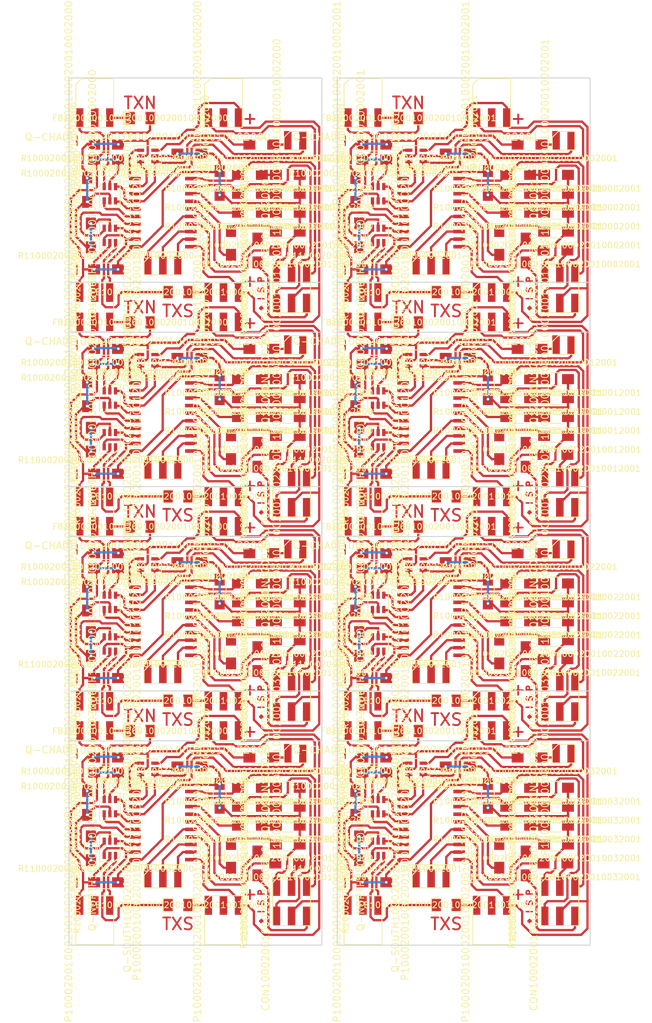
<source format=kicad_pcb>
(kicad_pcb (version 4) (host pcbnew 4.0.1-3.201512221402+6198~38~ubuntu15.04.1-stable)
  (title_block (title "Programmable Matter Particle") (date 2015-12-28) (rev 0.1) (company "Graz University of Technology") (comment 1 "Institute of Technical Informatics"))
  (layers (0 F.Cu signal) (31 B.Cu signal) (34 B.Paste user) (35 F.Paste user) (36 B.SilkS user) (37 F.SilkS user) (38 B.Mask user) (39 F.Mask user) (44 Edge.Cuts user))
  (net 0 "")
  (net 1 GND)
  (net 2 VCC)
  (net 3 "Net-(D1-Pad2)")
  (net 4 "Net-(D2-Pad2)")
  (net 5 "Net-(D3-Pad2)")
  (net 6 "Net-(D4-Pad2)")
  (net 7 /MISO)
  (net 8 /MOSI)
  (net 9 /PWR/TX-SOUTH)
  (net 10 /SW_PWR/RX-SOUTH)
  (net 11 /RX-SOUTH)
  (net 12 /PWR/TX-NORTH)
  (net 13 /SW_PWR/RX-NORTH)
  (net 14 /RX-NORTH)
  (net 15 /PWR/TX-CHAIN)
  (net 16 /SW_PWR/RX-CHAIN)
  (net 17 /RX-CHAIN)
  (net 18 "Net-(IC1-Pad14)")
  (net 19 "Net-(IC1-Pad16)")
  (net 20 /ERROR)
  (net 21 /STATUS1)
  (net 22 /TX-CHAIN)
  (net 23 /TX-NORTH)
  (net 24 /TX-SOUTH)
  (net 25 "Net-(FB1-Pad2)")
  (net 26 "Net-(FB2-Pad2)")
  (net 27 /TP3)
  (net 28 /TP2)
  (net 29 /TP1)
  (net 30 /RST)
  (net 31 /SCK)
  (net 32 "Net-(Q-CHAIN1-Pad6)")
  (module Resistors_SMD:R_1206_HandSoldering (layer F.Cu) (at 70.4 154.305)
    (fp_text reference R110002001000200100020010032001 (at 0 -2.3) (layer F.SilkS))
    (fp_text value 0)
    (pad 1 smd rect (at -2 0) (size 2 1.7) (layers F.Cu F.Paste F.Mask) (net 1 GND))
    (pad 2 smd rect (at 2 0) (size 2 1.7) (layers F.Cu F.Paste F.Mask) (net 1 GND))
  )
  (module Resistors_SMD:R_1206_HandSoldering (layer F.Cu) (at 70.4 120.015)
    (fp_text reference R110002001000200100020010022001 (at 0 -2.3) (layer F.SilkS))
    (fp_text value 0)
    (pad 1 smd rect (at -2 0) (size 2 1.7) (layers F.Cu F.Paste F.Mask) (net 1 GND))
    (pad 2 smd rect (at 2 0) (size 2 1.7) (layers F.Cu F.Paste F.Mask) (net 1 GND))
  )
  (module Resistors_SMD:R_1206_HandSoldering (layer F.Cu) (at 70.4 85.725)
    (fp_text reference R110002001000200100020010012001 (at 0 -2.3) (layer F.SilkS))
    (fp_text value 0)
    (pad 1 smd rect (at -2 0) (size 2 1.7) (layers F.Cu F.Paste F.Mask) (net 1 GND))
    (pad 2 smd rect (at 2 0) (size 2 1.7) (layers F.Cu F.Paste F.Mask) (net 1 GND))
  )
  (module Resistors_SMD:R_1206_HandSoldering (layer F.Cu) (at 70.4 51.435)
    (fp_text reference R110002001000200100020010002001 (at 0 -2.3) (layer F.SilkS))
    (fp_text value 0)
    (pad 1 smd rect (at -2 0) (size 2 1.7) (layers F.Cu F.Paste F.Mask) (net 1 GND))
    (pad 2 smd rect (at 2 0) (size 2 1.7) (layers F.Cu F.Paste F.Mask) (net 1 GND))
  )
  (module Resistors_SMD:R_1206_HandSoldering (layer F.Cu) (at 25.4 154.305)
    (fp_text reference R110002001000200100020010032000 (at 0 -2.3) (layer F.SilkS))
    (fp_text value 0)
    (pad 1 smd rect (at -2 0) (size 2 1.7) (layers F.Cu F.Paste F.Mask) (net 1 GND))
    (pad 2 smd rect (at 2 0) (size 2 1.7) (layers F.Cu F.Paste F.Mask) (net 1 GND))
  )
  (module Resistors_SMD:R_1206_HandSoldering (layer F.Cu) (at 25.4 120.015)
    (fp_text reference R110002001000200100020010022000 (at 0 -2.3) (layer F.SilkS))
    (fp_text value 0)
    (pad 1 smd rect (at -2 0) (size 2 1.7) (layers F.Cu F.Paste F.Mask) (net 1 GND))
    (pad 2 smd rect (at 2 0) (size 2 1.7) (layers F.Cu F.Paste F.Mask) (net 1 GND))
  )
  (module Resistors_SMD:R_1206_HandSoldering (layer F.Cu) (at 25.4 85.725)
    (fp_text reference R110002001000200100020010012000 (at 0 -2.3) (layer F.SilkS))
    (fp_text value 0)
    (pad 1 smd rect (at -2 0) (size 2 1.7) (layers F.Cu F.Paste F.Mask) (net 1 GND))
    (pad 2 smd rect (at 2 0) (size 2 1.7) (layers F.Cu F.Paste F.Mask) (net 1 GND))
  )
  (module SMD_Packages:SMD-1206_Pol (layer F.Cu) (at 82.465 158.115 180)
    (fp_text reference FB10002001000200100020010032001 (at 0 0 180) (layer F.SilkS))
    (fp_text value TXS-SMA)
    (pad 1 smd rect (at -1.651 0 180) (size 1.524 2.032) (layers F.Cu F.Paste F.Mask) (net 24 /TX-SOUTH))
    (pad 2 smd rect (at 1.651 0 180) (size 1.524 2.032) (layers F.Cu F.Paste F.Mask) (net 26 "Net-(FB2-Pad2)"))
  )
  (module SMD_Packages:SMD-1206_Pol (layer F.Cu) (at 82.465 123.825 180)
    (fp_text reference FB10002001000200100020010022001 (at 0 0 180) (layer F.SilkS))
    (fp_text value TXS-SMA)
    (pad 1 smd rect (at -1.651 0 180) (size 1.524 2.032) (layers F.Cu F.Paste F.Mask) (net 24 /TX-SOUTH))
    (pad 2 smd rect (at 1.651 0 180) (size 1.524 2.032) (layers F.Cu F.Paste F.Mask) (net 26 "Net-(FB2-Pad2)"))
  )
  (module SMD_Packages:SMD-1206_Pol (layer F.Cu) (at 82.465 89.535 180)
    (fp_text reference FB10002001000200100020010012001 (at 0 0 180) (layer F.SilkS))
    (fp_text value TXS-SMA)
    (pad 1 smd rect (at -1.651 0 180) (size 1.524 2.032) (layers F.Cu F.Paste F.Mask) (net 24 /TX-SOUTH))
    (pad 2 smd rect (at 1.651 0 180) (size 1.524 2.032) (layers F.Cu F.Paste F.Mask) (net 26 "Net-(FB2-Pad2)"))
  )
  (module SMD_Packages:SMD-1206_Pol (layer F.Cu) (at 82.465 55.245 180)
    (fp_text reference FB10002001000200100020010002001 (at 0 0 180) (layer F.SilkS))
    (fp_text value TXS-SMA)
    (pad 1 smd rect (at -1.651 0 180) (size 1.524 2.032) (layers F.Cu F.Paste F.Mask) (net 24 /TX-SOUTH))
    (pad 2 smd rect (at 1.651 0 180) (size 1.524 2.032) (layers F.Cu F.Paste F.Mask) (net 26 "Net-(FB2-Pad2)"))
  )
  (module SMD_Packages:SMD-1206_Pol (layer F.Cu) (at 37.465 158.115 180)
    (fp_text reference FB10002001000200100020010032000 (at 0 0 180) (layer F.SilkS))
    (fp_text value TXS-SMA)
    (pad 1 smd rect (at -1.651 0 180) (size 1.524 2.032) (layers F.Cu F.Paste F.Mask) (net 24 /TX-SOUTH))
    (pad 2 smd rect (at 1.651 0 180) (size 1.524 2.032) (layers F.Cu F.Paste F.Mask) (net 26 "Net-(FB2-Pad2)"))
  )
  (module SMD_Packages:SMD-1206_Pol (layer F.Cu) (at 37.465 123.825 180)
    (fp_text reference FB10002001000200100020010022000 (at 0 0 180) (layer F.SilkS))
    (fp_text value TXS-SMA)
    (pad 1 smd rect (at -1.651 0 180) (size 1.524 2.032) (layers F.Cu F.Paste F.Mask) (net 24 /TX-SOUTH))
    (pad 2 smd rect (at 1.651 0 180) (size 1.524 2.032) (layers F.Cu F.Paste F.Mask) (net 26 "Net-(FB2-Pad2)"))
  )
  (module SMD_Packages:SMD-1206_Pol (layer F.Cu) (at 37.465 89.535 180)
    (fp_text reference FB10002001000200100020010012000 (at 0 0 180) (layer F.SilkS))
    (fp_text value TXS-SMA)
    (pad 1 smd rect (at -1.651 0 180) (size 1.524 2.032) (layers F.Cu F.Paste F.Mask) (net 24 /TX-SOUTH))
    (pad 2 smd rect (at 1.651 0 180) (size 1.524 2.032) (layers F.Cu F.Paste F.Mask) (net 26 "Net-(FB2-Pad2)"))
  )
  (module SMT_PIN_HEADER:CONN-1x3 (layer F.Cu) (at 79.925 153.67)
    (fp_text reference P10002001000200100020010032001 (at -4.375 0 90) (layer F.SilkS) (effects (font (size 1.2 1.2))))
    (fp_text value TEST1-3)
    (pad 1 smd rect (at -2.54 -0.04) (size 1.27 3.2) (layers F.Cu F.Paste F.Mask) (net 29 /TP1))
    (pad 2 smd rect (at 0 -0.04) (size 1.27 3.2) (layers F.Cu F.Paste F.Mask) (net 28 /TP2))
    (pad 3 smd rect (at 2.54 -0.04) (size 1.27 3.2) (layers F.Cu F.Paste F.Mask) (net 27 /TP3))
  )
  (module SMT_PIN_HEADER:CONN-1x3 (layer F.Cu) (at 79.925 119.38)
    (fp_text reference P10002001000200100020010022001 (at -4.375 0 90) (layer F.SilkS) (effects (font (size 1.2 1.2))))
    (fp_text value TEST1-3)
    (pad 1 smd rect (at -2.54 -0.04) (size 1.27 3.2) (layers F.Cu F.Paste F.Mask) (net 29 /TP1))
    (pad 2 smd rect (at 0 -0.04) (size 1.27 3.2) (layers F.Cu F.Paste F.Mask) (net 28 /TP2))
    (pad 3 smd rect (at 2.54 -0.04) (size 1.27 3.2) (layers F.Cu F.Paste F.Mask) (net 27 /TP3))
  )
  (module SMT_PIN_HEADER:CONN-1x3 (layer F.Cu) (at 79.925 85.09)
    (fp_text reference P10002001000200100020010012001 (at -4.375 0 90) (layer F.SilkS) (effects (font (size 1.2 1.2))))
    (fp_text value TEST1-3)
    (pad 1 smd rect (at -2.54 -0.04) (size 1.27 3.2) (layers F.Cu F.Paste F.Mask) (net 29 /TP1))
    (pad 2 smd rect (at 0 -0.04) (size 1.27 3.2) (layers F.Cu F.Paste F.Mask) (net 28 /TP2))
    (pad 3 smd rect (at 2.54 -0.04) (size 1.27 3.2) (layers F.Cu F.Paste F.Mask) (net 27 /TP3))
  )
  (module SMT_PIN_HEADER:CONN-1x3 (layer F.Cu) (at 79.925 50.8)
    (fp_text reference P10002001000200100020010002001 (at -4.375 0 90) (layer F.SilkS) (effects (font (size 1.2 1.2))))
    (fp_text value TEST1-3)
    (pad 1 smd rect (at -2.54 -0.04) (size 1.27 3.2) (layers F.Cu F.Paste F.Mask) (net 29 /TP1))
    (pad 2 smd rect (at 0 -0.04) (size 1.27 3.2) (layers F.Cu F.Paste F.Mask) (net 28 /TP2))
    (pad 3 smd rect (at 2.54 -0.04) (size 1.27 3.2) (layers F.Cu F.Paste F.Mask) (net 27 /TP3))
  )
  (module SMT_PIN_HEADER:CONN-1x3 (layer F.Cu) (at 34.925 153.67)
    (fp_text reference P10002001000200100020010032000 (at -4.375 0 90) (layer F.SilkS) (effects (font (size 1.2 1.2))))
    (fp_text value TEST1-3)
    (pad 1 smd rect (at -2.54 -0.04) (size 1.27 3.2) (layers F.Cu F.Paste F.Mask) (net 29 /TP1))
    (pad 2 smd rect (at 0 -0.04) (size 1.27 3.2) (layers F.Cu F.Paste F.Mask) (net 28 /TP2))
    (pad 3 smd rect (at 2.54 -0.04) (size 1.27 3.2) (layers F.Cu F.Paste F.Mask) (net 27 /TP3))
  )
  (module SMT_PIN_HEADER:CONN-1x3 (layer F.Cu) (at 34.925 119.38)
    (fp_text reference P10002001000200100020010022000 (at -4.375 0 90) (layer F.SilkS) (effects (font (size 1.2 1.2))))
    (fp_text value TEST1-3)
    (pad 1 smd rect (at -2.54 -0.04) (size 1.27 3.2) (layers F.Cu F.Paste F.Mask) (net 29 /TP1))
    (pad 2 smd rect (at 0 -0.04) (size 1.27 3.2) (layers F.Cu F.Paste F.Mask) (net 28 /TP2))
    (pad 3 smd rect (at 2.54 -0.04) (size 1.27 3.2) (layers F.Cu F.Paste F.Mask) (net 27 /TP3))
  )
  (module SMT_PIN_HEADER:CONN-1x3 (layer F.Cu) (at 34.925 85.09)
    (fp_text reference P10002001000200100020010012000 (at -4.375 0 90) (layer F.SilkS) (effects (font (size 1.2 1.2))))
    (fp_text value TEST1-3)
    (pad 1 smd rect (at -2.54 -0.04) (size 1.27 3.2) (layers F.Cu F.Paste F.Mask) (net 29 /TP1))
    (pad 2 smd rect (at 0 -0.04) (size 1.27 3.2) (layers F.Cu F.Paste F.Mask) (net 28 /TP2))
    (pad 3 smd rect (at 2.54 -0.04) (size 1.27 3.2) (layers F.Cu F.Paste F.Mask) (net 27 /TP3))
  )
  (module SMT_PIN_HEADER:CONN-6_4-6 (layer F.Cu) (at 68.495 160.655)
    (fp_text reference P10002001000200100020010032001 (at -4.375 0 90) (layer F.SilkS) (effects (font (size 1.2 1.2))))
    (fp_text value RXS)
    (pad 6 smd rect (at -2.54 -2.5) (size 1.27 3.2) (layers F.Cu F.Paste F.Mask) (net 1 GND))
    (pad 5 smd rect (at 0 -2.5) (size 1.27 3.2) (layers F.Cu F.Paste F.Mask))
    (pad 4 smd rect (at 2.54 -2.5) (size 1.27 3.2) (layers F.Cu F.Paste F.Mask) (net 11 /RX-SOUTH))
  )
  (module SMT_PIN_HEADER:CONN-6_4-6 (layer F.Cu) (at 68.495 126.365)
    (fp_text reference P10002001000200100020010022001 (at -4.375 0 90) (layer F.SilkS) (effects (font (size 1.2 1.2))))
    (fp_text value RXS)
    (pad 6 smd rect (at -2.54 -2.5) (size 1.27 3.2) (layers F.Cu F.Paste F.Mask) (net 1 GND))
    (pad 5 smd rect (at 0 -2.5) (size 1.27 3.2) (layers F.Cu F.Paste F.Mask))
    (pad 4 smd rect (at 2.54 -2.5) (size 1.27 3.2) (layers F.Cu F.Paste F.Mask) (net 11 /RX-SOUTH))
  )
  (module SMT_PIN_HEADER:CONN-6_4-6 (layer F.Cu) (at 68.495 92.075)
    (fp_text reference P10002001000200100020010012001 (at -4.375 0 90) (layer F.SilkS) (effects (font (size 1.2 1.2))))
    (fp_text value RXS)
    (pad 6 smd rect (at -2.54 -2.5) (size 1.27 3.2) (layers F.Cu F.Paste F.Mask) (net 1 GND))
    (pad 5 smd rect (at 0 -2.5) (size 1.27 3.2) (layers F.Cu F.Paste F.Mask))
    (pad 4 smd rect (at 2.54 -2.5) (size 1.27 3.2) (layers F.Cu F.Paste F.Mask) (net 11 /RX-SOUTH))
  )
  (module SMT_PIN_HEADER:CONN-6_4-6 (layer F.Cu) (at 68.495 57.785)
    (fp_text reference P10002001000200100020010002001 (at -4.375 0 90) (layer F.SilkS) (effects (font (size 1.2 1.2))))
    (fp_text value RXS)
    (pad 6 smd rect (at -2.54 -2.5) (size 1.27 3.2) (layers F.Cu F.Paste F.Mask) (net 1 GND))
    (pad 5 smd rect (at 0 -2.5) (size 1.27 3.2) (layers F.Cu F.Paste F.Mask))
    (pad 4 smd rect (at 2.54 -2.5) (size 1.27 3.2) (layers F.Cu F.Paste F.Mask) (net 11 /RX-SOUTH))
  )
  (module SMT_PIN_HEADER:CONN-6_4-6 (layer F.Cu) (at 23.495 160.655)
    (fp_text reference P10002001000200100020010032000 (at -4.375 0 90) (layer F.SilkS) (effects (font (size 1.2 1.2))))
    (fp_text value RXS)
    (pad 6 smd rect (at -2.54 -2.5) (size 1.27 3.2) (layers F.Cu F.Paste F.Mask) (net 1 GND))
    (pad 5 smd rect (at 0 -2.5) (size 1.27 3.2) (layers F.Cu F.Paste F.Mask))
    (pad 4 smd rect (at 2.54 -2.5) (size 1.27 3.2) (layers F.Cu F.Paste F.Mask) (net 11 /RX-SOUTH))
  )
  (module SMT_PIN_HEADER:CONN-6_4-6 (layer F.Cu) (at 23.495 126.365)
    (fp_text reference P10002001000200100020010022000 (at -4.375 0 90) (layer F.SilkS) (effects (font (size 1.2 1.2))))
    (fp_text value RXS)
    (pad 6 smd rect (at -2.54 -2.5) (size 1.27 3.2) (layers F.Cu F.Paste F.Mask) (net 1 GND))
    (pad 5 smd rect (at 0 -2.5) (size 1.27 3.2) (layers F.Cu F.Paste F.Mask))
    (pad 4 smd rect (at 2.54 -2.5) (size 1.27 3.2) (layers F.Cu F.Paste F.Mask) (net 11 /RX-SOUTH))
  )
  (module SMT_PIN_HEADER:CONN-6_4-6 (layer F.Cu) (at 23.495 92.075)
    (fp_text reference P10002001000200100020010012000 (at -4.375 0 90) (layer F.SilkS) (effects (font (size 1.2 1.2))))
    (fp_text value RXS)
    (pad 6 smd rect (at -2.54 -2.5) (size 1.27 3.2) (layers F.Cu F.Paste F.Mask) (net 1 GND))
    (pad 5 smd rect (at 0 -2.5) (size 1.27 3.2) (layers F.Cu F.Paste F.Mask))
    (pad 4 smd rect (at 2.54 -2.5) (size 1.27 3.2) (layers F.Cu F.Paste F.Mask) (net 11 /RX-SOUTH))
  )
  (module SMT_PIN_HEADER:CONN-6_4-6 (layer F.Cu) (at 90.085 160.655)
    (fp_text reference P10002001000200100020010032001 (at -4.375 0 90) (layer F.SilkS) (effects (font (size 1.2 1.2))))
    (fp_text value TXS)
    (pad 6 smd rect (at -2.54 -2.5) (size 1.27 3.2) (layers F.Cu F.Paste F.Mask) (net 24 /TX-SOUTH))
    (pad 5 smd rect (at 0 -2.5) (size 1.27 3.2) (layers F.Cu F.Paste F.Mask))
    (pad 4 smd rect (at 2.54 -2.5) (size 1.27 3.2) (layers F.Cu F.Paste F.Mask) (net 2 VCC))
  )
  (module SMT_PIN_HEADER:CONN-6_4-6 (layer F.Cu) (at 90.085 126.365)
    (fp_text reference P10002001000200100020010022001 (at -4.375 0 90) (layer F.SilkS) (effects (font (size 1.2 1.2))))
    (fp_text value TXS)
    (pad 6 smd rect (at -2.54 -2.5) (size 1.27 3.2) (layers F.Cu F.Paste F.Mask) (net 24 /TX-SOUTH))
    (pad 5 smd rect (at 0 -2.5) (size 1.27 3.2) (layers F.Cu F.Paste F.Mask))
    (pad 4 smd rect (at 2.54 -2.5) (size 1.27 3.2) (layers F.Cu F.Paste F.Mask) (net 2 VCC))
  )
  (module SMT_PIN_HEADER:CONN-6_4-6 (layer F.Cu) (at 90.085 92.075)
    (fp_text reference P10002001000200100020010012001 (at -4.375 0 90) (layer F.SilkS) (effects (font (size 1.2 1.2))))
    (fp_text value TXS)
    (pad 6 smd rect (at -2.54 -2.5) (size 1.27 3.2) (layers F.Cu F.Paste F.Mask) (net 24 /TX-SOUTH))
    (pad 5 smd rect (at 0 -2.5) (size 1.27 3.2) (layers F.Cu F.Paste F.Mask))
    (pad 4 smd rect (at 2.54 -2.5) (size 1.27 3.2) (layers F.Cu F.Paste F.Mask) (net 2 VCC))
  )
  (module SMT_PIN_HEADER:CONN-6_4-6 (layer F.Cu) (at 90.085 57.785)
    (fp_text reference P10002001000200100020010002001 (at -4.375 0 90) (layer F.SilkS) (effects (font (size 1.2 1.2))))
    (fp_text value TXS)
    (pad 6 smd rect (at -2.54 -2.5) (size 1.27 3.2) (layers F.Cu F.Paste F.Mask) (net 24 /TX-SOUTH))
    (pad 5 smd rect (at 0 -2.5) (size 1.27 3.2) (layers F.Cu F.Paste F.Mask))
    (pad 4 smd rect (at 2.54 -2.5) (size 1.27 3.2) (layers F.Cu F.Paste F.Mask) (net 2 VCC))
  )
  (module SMT_PIN_HEADER:CONN-6_4-6 (layer F.Cu) (at 45.085 160.655)
    (fp_text reference P10002001000200100020010032000 (at -4.375 0 90) (layer F.SilkS) (effects (font (size 1.2 1.2))))
    (fp_text value TXS)
    (pad 6 smd rect (at -2.54 -2.5) (size 1.27 3.2) (layers F.Cu F.Paste F.Mask) (net 24 /TX-SOUTH))
    (pad 5 smd rect (at 0 -2.5) (size 1.27 3.2) (layers F.Cu F.Paste F.Mask))
    (pad 4 smd rect (at 2.54 -2.5) (size 1.27 3.2) (layers F.Cu F.Paste F.Mask) (net 2 VCC))
  )
  (module SMT_PIN_HEADER:CONN-6_4-6 (layer F.Cu) (at 45.085 126.365)
    (fp_text reference P10002001000200100020010022000 (at -4.375 0 90) (layer F.SilkS) (effects (font (size 1.2 1.2))))
    (fp_text value TXS)
    (pad 6 smd rect (at -2.54 -2.5) (size 1.27 3.2) (layers F.Cu F.Paste F.Mask) (net 24 /TX-SOUTH))
    (pad 5 smd rect (at 0 -2.5) (size 1.27 3.2) (layers F.Cu F.Paste F.Mask))
    (pad 4 smd rect (at 2.54 -2.5) (size 1.27 3.2) (layers F.Cu F.Paste F.Mask) (net 2 VCC))
  )
  (module SMT_PIN_HEADER:CONN-6_4-6 (layer F.Cu) (at 45.085 92.075)
    (fp_text reference P10002001000200100020010012000 (at -4.375 0 90) (layer F.SilkS) (effects (font (size 1.2 1.2))))
    (fp_text value TXS)
    (pad 6 smd rect (at -2.54 -2.5) (size 1.27 3.2) (layers F.Cu F.Paste F.Mask) (net 24 /TX-SOUTH))
    (pad 5 smd rect (at 0 -2.5) (size 1.27 3.2) (layers F.Cu F.Paste F.Mask))
    (pad 4 smd rect (at 2.54 -2.5) (size 1.27 3.2) (layers F.Cu F.Paste F.Mask) (net 2 VCC))
  )
  (module Resistors_SMD:R_1206_HandSoldering (layer F.Cu) (at 95.8 151.13 90)
    (fp_text reference R10002001000200100020010032001 (at 0 -2.3 90) (layer F.SilkS))
    (fp_text value 0)
    (pad 1 smd rect (at -2 0 90) (size 2 1.7) (layers F.Cu F.Paste F.Mask) (net 31 /SCK))
    (pad 2 smd rect (at 2 0 90) (size 2 1.7) (layers F.Cu F.Paste F.Mask) (net 19 "Net-(IC1-Pad16)"))
  )
  (module Resistors_SMD:R_1206_HandSoldering (layer F.Cu) (at 95.8 116.84 90)
    (fp_text reference R10002001000200100020010022001 (at 0 -2.3 90) (layer F.SilkS))
    (fp_text value 0)
    (pad 1 smd rect (at -2 0 90) (size 2 1.7) (layers F.Cu F.Paste F.Mask) (net 31 /SCK))
    (pad 2 smd rect (at 2 0 90) (size 2 1.7) (layers F.Cu F.Paste F.Mask) (net 19 "Net-(IC1-Pad16)"))
  )
  (module Resistors_SMD:R_1206_HandSoldering (layer F.Cu) (at 95.8 82.55 90)
    (fp_text reference R10002001000200100020010012001 (at 0 -2.3 90) (layer F.SilkS))
    (fp_text value 0)
    (pad 1 smd rect (at -2 0 90) (size 2 1.7) (layers F.Cu F.Paste F.Mask) (net 31 /SCK))
    (pad 2 smd rect (at 2 0 90) (size 2 1.7) (layers F.Cu F.Paste F.Mask) (net 19 "Net-(IC1-Pad16)"))
  )
  (module Resistors_SMD:R_1206_HandSoldering (layer F.Cu) (at 95.8 48.26 90)
    (fp_text reference R10002001000200100020010002001 (at 0 -2.3 90) (layer F.SilkS))
    (fp_text value 0)
    (pad 1 smd rect (at -2 0 90) (size 2 1.7) (layers F.Cu F.Paste F.Mask) (net 31 /SCK))
    (pad 2 smd rect (at 2 0 90) (size 2 1.7) (layers F.Cu F.Paste F.Mask) (net 19 "Net-(IC1-Pad16)"))
  )
  (module Resistors_SMD:R_1206_HandSoldering (layer F.Cu) (at 50.8 151.13 90)
    (fp_text reference R10002001000200100020010032000 (at 0 -2.3 90) (layer F.SilkS))
    (fp_text value 0)
    (pad 1 smd rect (at -2 0 90) (size 2 1.7) (layers F.Cu F.Paste F.Mask) (net 31 /SCK))
    (pad 2 smd rect (at 2 0 90) (size 2 1.7) (layers F.Cu F.Paste F.Mask) (net 19 "Net-(IC1-Pad16)"))
  )
  (module Resistors_SMD:R_1206_HandSoldering (layer F.Cu) (at 50.8 116.84 90)
    (fp_text reference R10002001000200100020010022000 (at 0 -2.3 90) (layer F.SilkS))
    (fp_text value 0)
    (pad 1 smd rect (at -2 0 90) (size 2 1.7) (layers F.Cu F.Paste F.Mask) (net 31 /SCK))
    (pad 2 smd rect (at 2 0 90) (size 2 1.7) (layers F.Cu F.Paste F.Mask) (net 19 "Net-(IC1-Pad16)"))
  )
  (module Resistors_SMD:R_1206_HandSoldering (layer F.Cu) (at 50.8 82.55 90)
    (fp_text reference R10002001000200100020010012000 (at 0 -2.3 90) (layer F.SilkS))
    (fp_text value 0)
    (pad 1 smd rect (at -2 0 90) (size 2 1.7) (layers F.Cu F.Paste F.Mask) (net 31 /SCK))
    (pad 2 smd rect (at 2 0 90) (size 2 1.7) (layers F.Cu F.Paste F.Mask) (net 19 "Net-(IC1-Pad16)"))
  )
  (module Resistors_SMD:R_1206_HandSoldering (layer F.Cu) (at 94.53 144.78 180)
    (fp_text reference R10002001000200100020010032001 (at 0 -2.3 180) (layer F.SilkS))
    (fp_text value 1k2)
    (pad 1 smd rect (at -2 0 180) (size 2 1.7) (layers F.Cu F.Paste F.Mask) (net 5 "Net-(D3-Pad2)"))
    (pad 2 smd rect (at 2 0 180) (size 2 1.7) (layers F.Cu F.Paste F.Mask) (net 21 /STATUS1))
  )
  (module Resistors_SMD:R_1206_HandSoldering (layer F.Cu) (at 94.53 110.49 180)
    (fp_text reference R10002001000200100020010022001 (at 0 -2.3 180) (layer F.SilkS))
    (fp_text value 1k2)
    (pad 1 smd rect (at -2 0 180) (size 2 1.7) (layers F.Cu F.Paste F.Mask) (net 5 "Net-(D3-Pad2)"))
    (pad 2 smd rect (at 2 0 180) (size 2 1.7) (layers F.Cu F.Paste F.Mask) (net 21 /STATUS1))
  )
  (module Resistors_SMD:R_1206_HandSoldering (layer F.Cu) (at 94.53 76.2 180)
    (fp_text reference R10002001000200100020010012001 (at 0 -2.3 180) (layer F.SilkS))
    (fp_text value 1k2)
    (pad 1 smd rect (at -2 0 180) (size 2 1.7) (layers F.Cu F.Paste F.Mask) (net 5 "Net-(D3-Pad2)"))
    (pad 2 smd rect (at 2 0 180) (size 2 1.7) (layers F.Cu F.Paste F.Mask) (net 21 /STATUS1))
  )
  (module Resistors_SMD:R_1206_HandSoldering (layer F.Cu) (at 94.53 41.91 180)
    (fp_text reference R10002001000200100020010002001 (at 0 -2.3 180) (layer F.SilkS))
    (fp_text value 1k2)
    (pad 1 smd rect (at -2 0 180) (size 2 1.7) (layers F.Cu F.Paste F.Mask) (net 5 "Net-(D3-Pad2)"))
    (pad 2 smd rect (at 2 0 180) (size 2 1.7) (layers F.Cu F.Paste F.Mask) (net 21 /STATUS1))
  )
  (module Resistors_SMD:R_1206_HandSoldering (layer F.Cu) (at 49.53 144.78 180)
    (fp_text reference R10002001000200100020010032000 (at 0 -2.3 180) (layer F.SilkS))
    (fp_text value 1k2)
    (pad 1 smd rect (at -2 0 180) (size 2 1.7) (layers F.Cu F.Paste F.Mask) (net 5 "Net-(D3-Pad2)"))
    (pad 2 smd rect (at 2 0 180) (size 2 1.7) (layers F.Cu F.Paste F.Mask) (net 21 /STATUS1))
  )
  (module Resistors_SMD:R_1206_HandSoldering (layer F.Cu) (at 49.53 110.49 180)
    (fp_text reference R10002001000200100020010022000 (at 0 -2.3 180) (layer F.SilkS))
    (fp_text value 1k2)
    (pad 1 smd rect (at -2 0 180) (size 2 1.7) (layers F.Cu F.Paste F.Mask) (net 5 "Net-(D3-Pad2)"))
    (pad 2 smd rect (at 2 0 180) (size 2 1.7) (layers F.Cu F.Paste F.Mask) (net 21 /STATUS1))
  )
  (module Resistors_SMD:R_1206_HandSoldering (layer F.Cu) (at 49.53 76.2 180)
    (fp_text reference R10002001000200100020010012000 (at 0 -2.3 180) (layer F.SilkS))
    (fp_text value 1k2)
    (pad 1 smd rect (at -2 0 180) (size 2 1.7) (layers F.Cu F.Paste F.Mask) (net 5 "Net-(D3-Pad2)"))
    (pad 2 smd rect (at 2 0 180) (size 2 1.7) (layers F.Cu F.Paste F.Mask) (net 21 /STATUS1))
  )
  (module Resistors_SMD:R_1206_HandSoldering (layer F.Cu) (at 91.355 149.86 270)
    (fp_text reference R10002001000200100020010032001 (at 0 -2.3 270) (layer F.SilkS))
    (fp_text value 1k2)
    (pad 1 smd rect (at -2 0 270) (size 2 1.7) (layers F.Cu F.Paste F.Mask) (net 6 "Net-(D4-Pad2)"))
    (pad 2 smd rect (at 2 0 270) (size 2 1.7) (layers F.Cu F.Paste F.Mask) (net 20 /ERROR))
  )
  (module Resistors_SMD:R_1206_HandSoldering (layer F.Cu) (at 91.355 115.57 270)
    (fp_text reference R10002001000200100020010022001 (at 0 -2.3 270) (layer F.SilkS))
    (fp_text value 1k2)
    (pad 1 smd rect (at -2 0 270) (size 2 1.7) (layers F.Cu F.Paste F.Mask) (net 6 "Net-(D4-Pad2)"))
    (pad 2 smd rect (at 2 0 270) (size 2 1.7) (layers F.Cu F.Paste F.Mask) (net 20 /ERROR))
  )
  (module Resistors_SMD:R_1206_HandSoldering (layer F.Cu) (at 91.355 81.28 270)
    (fp_text reference R10002001000200100020010012001 (at 0 -2.3 270) (layer F.SilkS))
    (fp_text value 1k2)
    (pad 1 smd rect (at -2 0 270) (size 2 1.7) (layers F.Cu F.Paste F.Mask) (net 6 "Net-(D4-Pad2)"))
    (pad 2 smd rect (at 2 0 270) (size 2 1.7) (layers F.Cu F.Paste F.Mask) (net 20 /ERROR))
  )
  (module Resistors_SMD:R_1206_HandSoldering (layer F.Cu) (at 91.355 46.99 270)
    (fp_text reference R10002001000200100020010002001 (at 0 -2.3 270) (layer F.SilkS))
    (fp_text value 1k2)
    (pad 1 smd rect (at -2 0 270) (size 2 1.7) (layers F.Cu F.Paste F.Mask) (net 6 "Net-(D4-Pad2)"))
    (pad 2 smd rect (at 2 0 270) (size 2 1.7) (layers F.Cu F.Paste F.Mask) (net 20 /ERROR))
  )
  (module Resistors_SMD:R_1206_HandSoldering (layer F.Cu) (at 46.355 149.86 270)
    (fp_text reference R10002001000200100020010032000 (at 0 -2.3 270) (layer F.SilkS))
    (fp_text value 1k2)
    (pad 1 smd rect (at -2 0 270) (size 2 1.7) (layers F.Cu F.Paste F.Mask) (net 6 "Net-(D4-Pad2)"))
    (pad 2 smd rect (at 2 0 270) (size 2 1.7) (layers F.Cu F.Paste F.Mask) (net 20 /ERROR))
  )
  (module Resistors_SMD:R_1206_HandSoldering (layer F.Cu) (at 46.355 115.57 270)
    (fp_text reference R10002001000200100020010022000 (at 0 -2.3 270) (layer F.SilkS))
    (fp_text value 1k2)
    (pad 1 smd rect (at -2 0 270) (size 2 1.7) (layers F.Cu F.Paste F.Mask) (net 6 "Net-(D4-Pad2)"))
    (pad 2 smd rect (at 2 0 270) (size 2 1.7) (layers F.Cu F.Paste F.Mask) (net 20 /ERROR))
  )
  (module Resistors_SMD:R_1206_HandSoldering (layer F.Cu) (at 46.355 81.28 270)
    (fp_text reference R10002001000200100020010012000 (at 0 -2.3 270) (layer F.SilkS))
    (fp_text value 1k2)
    (pad 1 smd rect (at -2 0 270) (size 2 1.7) (layers F.Cu F.Paste F.Mask) (net 6 "Net-(D4-Pad2)"))
    (pad 2 smd rect (at 2 0 270) (size 2 1.7) (layers F.Cu F.Paste F.Mask) (net 20 /ERROR))
  )
  (module Resistors_SMD:R_1206_HandSoldering (layer F.Cu) (at 100.88 147.955 180)
    (fp_text reference D10002001000200100020010032001 (at 0 -2.3 180) (layer F.SilkS))
    (fp_text value ERROR)
    (pad 1 smd rect (at -2 0 180) (size 2 1.7) (layers F.Cu F.Paste F.Mask) (net 1 GND))
    (pad 2 smd rect (at 2 0 180) (size 2 1.7) (layers F.Cu F.Paste F.Mask) (net 6 "Net-(D4-Pad2)"))
  )
  (module Resistors_SMD:R_1206_HandSoldering (layer F.Cu) (at 100.88 113.665 180)
    (fp_text reference D10002001000200100020010022001 (at 0 -2.3 180) (layer F.SilkS))
    (fp_text value ERROR)
    (pad 1 smd rect (at -2 0 180) (size 2 1.7) (layers F.Cu F.Paste F.Mask) (net 1 GND))
    (pad 2 smd rect (at 2 0 180) (size 2 1.7) (layers F.Cu F.Paste F.Mask) (net 6 "Net-(D4-Pad2)"))
  )
  (module Resistors_SMD:R_1206_HandSoldering (layer F.Cu) (at 100.88 79.375 180)
    (fp_text reference D10002001000200100020010012001 (at 0 -2.3 180) (layer F.SilkS))
    (fp_text value ERROR)
    (pad 1 smd rect (at -2 0 180) (size 2 1.7) (layers F.Cu F.Paste F.Mask) (net 1 GND))
    (pad 2 smd rect (at 2 0 180) (size 2 1.7) (layers F.Cu F.Paste F.Mask) (net 6 "Net-(D4-Pad2)"))
  )
  (module Resistors_SMD:R_1206_HandSoldering (layer F.Cu) (at 100.88 45.085 180)
    (fp_text reference D10002001000200100020010002001 (at 0 -2.3 180) (layer F.SilkS))
    (fp_text value ERROR)
    (pad 1 smd rect (at -2 0 180) (size 2 1.7) (layers F.Cu F.Paste F.Mask) (net 1 GND))
    (pad 2 smd rect (at 2 0 180) (size 2 1.7) (layers F.Cu F.Paste F.Mask) (net 6 "Net-(D4-Pad2)"))
  )
  (module Resistors_SMD:R_1206_HandSoldering (layer F.Cu) (at 55.88 147.955 180)
    (fp_text reference D10002001000200100020010032000 (at 0 -2.3 180) (layer F.SilkS))
    (fp_text value ERROR)
    (pad 1 smd rect (at -2 0 180) (size 2 1.7) (layers F.Cu F.Paste F.Mask) (net 1 GND))
    (pad 2 smd rect (at 2 0 180) (size 2 1.7) (layers F.Cu F.Paste F.Mask) (net 6 "Net-(D4-Pad2)"))
  )
  (module Resistors_SMD:R_1206_HandSoldering (layer F.Cu) (at 55.88 113.665 180)
    (fp_text reference D10002001000200100020010022000 (at 0 -2.3 180) (layer F.SilkS))
    (fp_text value ERROR)
    (pad 1 smd rect (at -2 0 180) (size 2 1.7) (layers F.Cu F.Paste F.Mask) (net 1 GND))
    (pad 2 smd rect (at 2 0 180) (size 2 1.7) (layers F.Cu F.Paste F.Mask) (net 6 "Net-(D4-Pad2)"))
  )
  (module Resistors_SMD:R_1206_HandSoldering (layer F.Cu) (at 55.88 79.375 180)
    (fp_text reference D10002001000200100020010012000 (at 0 -2.3 180) (layer F.SilkS))
    (fp_text value ERROR)
    (pad 1 smd rect (at -2 0 180) (size 2 1.7) (layers F.Cu F.Paste F.Mask) (net 1 GND))
    (pad 2 smd rect (at 2 0 180) (size 2 1.7) (layers F.Cu F.Paste F.Mask) (net 6 "Net-(D4-Pad2)"))
  )
  (module SMT_PIN_HEADER:CONN-6 (layer F.Cu) (at 101.515 157.48)
    (fp_text reference CON10002001000200100020010032001 (at -4.375 0 90) (layer F.SilkS) (effects (font (size 1.2 1.2))))
    (fp_text value AVR-ISP-6)
    (pad 6 smd rect (at -2.54 -2.5) (size 1.27 3.2) (layers F.Cu F.Paste F.Mask) (net 1 GND))
    (pad 1 smd rect (at -2.54 2.5) (size 1.27 3.2) (layers F.Cu F.Paste F.Mask) (net 7 /MISO))
    (pad 5 smd rect (at 0 -2.5) (size 1.27 3.2) (layers F.Cu F.Paste F.Mask) (net 30 /RST))
    (pad 2 smd rect (at 0 2.5) (size 1.27 3.2) (layers F.Cu F.Paste F.Mask) (net 2 VCC))
    (pad 4 smd rect (at 2.54 -2.5) (size 1.27 3.2) (layers F.Cu F.Paste F.Mask) (net 8 /MOSI))
    (pad 3 smd rect (at 2.54 2.5) (size 1.27 3.2) (layers F.Cu F.Paste F.Mask) (net 31 /SCK))
  )
  (module SMT_PIN_HEADER:CONN-6 (layer F.Cu) (at 101.515 123.19)
    (fp_text reference CON10002001000200100020010022001 (at -4.375 0 90) (layer F.SilkS) (effects (font (size 1.2 1.2))))
    (fp_text value AVR-ISP-6)
    (pad 6 smd rect (at -2.54 -2.5) (size 1.27 3.2) (layers F.Cu F.Paste F.Mask) (net 1 GND))
    (pad 1 smd rect (at -2.54 2.5) (size 1.27 3.2) (layers F.Cu F.Paste F.Mask) (net 7 /MISO))
    (pad 5 smd rect (at 0 -2.5) (size 1.27 3.2) (layers F.Cu F.Paste F.Mask) (net 30 /RST))
    (pad 2 smd rect (at 0 2.5) (size 1.27 3.2) (layers F.Cu F.Paste F.Mask) (net 2 VCC))
    (pad 4 smd rect (at 2.54 -2.5) (size 1.27 3.2) (layers F.Cu F.Paste F.Mask) (net 8 /MOSI))
    (pad 3 smd rect (at 2.54 2.5) (size 1.27 3.2) (layers F.Cu F.Paste F.Mask) (net 31 /SCK))
  )
  (module SMT_PIN_HEADER:CONN-6 (layer F.Cu) (at 101.515 88.9)
    (fp_text reference CON10002001000200100020010012001 (at -4.375 0 90) (layer F.SilkS) (effects (font (size 1.2 1.2))))
    (fp_text value AVR-ISP-6)
    (pad 6 smd rect (at -2.54 -2.5) (size 1.27 3.2) (layers F.Cu F.Paste F.Mask) (net 1 GND))
    (pad 1 smd rect (at -2.54 2.5) (size 1.27 3.2) (layers F.Cu F.Paste F.Mask) (net 7 /MISO))
    (pad 5 smd rect (at 0 -2.5) (size 1.27 3.2) (layers F.Cu F.Paste F.Mask) (net 30 /RST))
    (pad 2 smd rect (at 0 2.5) (size 1.27 3.2) (layers F.Cu F.Paste F.Mask) (net 2 VCC))
    (pad 4 smd rect (at 2.54 -2.5) (size 1.27 3.2) (layers F.Cu F.Paste F.Mask) (net 8 /MOSI))
    (pad 3 smd rect (at 2.54 2.5) (size 1.27 3.2) (layers F.Cu F.Paste F.Mask) (net 31 /SCK))
  )
  (module SMT_PIN_HEADER:CONN-6 (layer F.Cu) (at 101.515 54.61)
    (fp_text reference CON10002001000200100020010002001 (at -4.375 0 90) (layer F.SilkS) (effects (font (size 1.2 1.2))))
    (fp_text value AVR-ISP-6)
    (pad 6 smd rect (at -2.54 -2.5) (size 1.27 3.2) (layers F.Cu F.Paste F.Mask) (net 1 GND))
    (pad 1 smd rect (at -2.54 2.5) (size 1.27 3.2) (layers F.Cu F.Paste F.Mask) (net 7 /MISO))
    (pad 5 smd rect (at 0 -2.5) (size 1.27 3.2) (layers F.Cu F.Paste F.Mask) (net 30 /RST))
    (pad 2 smd rect (at 0 2.5) (size 1.27 3.2) (layers F.Cu F.Paste F.Mask) (net 2 VCC))
    (pad 4 smd rect (at 2.54 -2.5) (size 1.27 3.2) (layers F.Cu F.Paste F.Mask) (net 8 /MOSI))
    (pad 3 smd rect (at 2.54 2.5) (size 1.27 3.2) (layers F.Cu F.Paste F.Mask) (net 31 /SCK))
  )
  (module SMT_PIN_HEADER:CONN-6 (layer F.Cu) (at 56.515 157.48)
    (fp_text reference CON10002001000200100020010032000 (at -4.375 0 90) (layer F.SilkS) (effects (font (size 1.2 1.2))))
    (fp_text value AVR-ISP-6)
    (pad 6 smd rect (at -2.54 -2.5) (size 1.27 3.2) (layers F.Cu F.Paste F.Mask) (net 1 GND))
    (pad 1 smd rect (at -2.54 2.5) (size 1.27 3.2) (layers F.Cu F.Paste F.Mask) (net 7 /MISO))
    (pad 5 smd rect (at 0 -2.5) (size 1.27 3.2) (layers F.Cu F.Paste F.Mask) (net 30 /RST))
    (pad 2 smd rect (at 0 2.5) (size 1.27 3.2) (layers F.Cu F.Paste F.Mask) (net 2 VCC))
    (pad 4 smd rect (at 2.54 -2.5) (size 1.27 3.2) (layers F.Cu F.Paste F.Mask) (net 8 /MOSI))
    (pad 3 smd rect (at 2.54 2.5) (size 1.27 3.2) (layers F.Cu F.Paste F.Mask) (net 31 /SCK))
  )
  (module SMT_PIN_HEADER:CONN-6 (layer F.Cu) (at 56.515 123.19)
    (fp_text reference CON10002001000200100020010022000 (at -4.375 0 90) (layer F.SilkS) (effects (font (size 1.2 1.2))))
    (fp_text value AVR-ISP-6)
    (pad 6 smd rect (at -2.54 -2.5) (size 1.27 3.2) (layers F.Cu F.Paste F.Mask) (net 1 GND))
    (pad 1 smd rect (at -2.54 2.5) (size 1.27 3.2) (layers F.Cu F.Paste F.Mask) (net 7 /MISO))
    (pad 5 smd rect (at 0 -2.5) (size 1.27 3.2) (layers F.Cu F.Paste F.Mask) (net 30 /RST))
    (pad 2 smd rect (at 0 2.5) (size 1.27 3.2) (layers F.Cu F.Paste F.Mask) (net 2 VCC))
    (pad 4 smd rect (at 2.54 -2.5) (size 1.27 3.2) (layers F.Cu F.Paste F.Mask) (net 8 /MOSI))
    (pad 3 smd rect (at 2.54 2.5) (size 1.27 3.2) (layers F.Cu F.Paste F.Mask) (net 31 /SCK))
  )
  (module SMT_PIN_HEADER:CONN-6 (layer F.Cu) (at 56.515 88.9)
    (fp_text reference CON10002001000200100020010012000 (at -4.375 0 90) (layer F.SilkS) (effects (font (size 1.2 1.2))))
    (fp_text value AVR-ISP-6)
    (pad 6 smd rect (at -2.54 -2.5) (size 1.27 3.2) (layers F.Cu F.Paste F.Mask) (net 1 GND))
    (pad 1 smd rect (at -2.54 2.5) (size 1.27 3.2) (layers F.Cu F.Paste F.Mask) (net 7 /MISO))
    (pad 5 smd rect (at 0 -2.5) (size 1.27 3.2) (layers F.Cu F.Paste F.Mask) (net 30 /RST))
    (pad 2 smd rect (at 0 2.5) (size 1.27 3.2) (layers F.Cu F.Paste F.Mask) (net 2 VCC))
    (pad 4 smd rect (at 2.54 -2.5) (size 1.27 3.2) (layers F.Cu F.Paste F.Mask) (net 8 /MOSI))
    (pad 3 smd rect (at 2.54 2.5) (size 1.27 3.2) (layers F.Cu F.Paste F.Mask) (net 31 /SCK))
  )
  (module Resistors_SMD:R_1206_HandSoldering (layer F.Cu) (at 100.88 144.78 180)
    (fp_text reference D10002001000200100020010032001 (at 0 -2.3 180) (layer F.SilkS))
    (fp_text value STATUS1)
    (pad 1 smd rect (at -2 0 180) (size 2 1.7) (layers F.Cu F.Paste F.Mask) (net 1 GND))
    (pad 2 smd rect (at 2 0 180) (size 2 1.7) (layers F.Cu F.Paste F.Mask) (net 5 "Net-(D3-Pad2)"))
  )
  (module Resistors_SMD:R_1206_HandSoldering (layer F.Cu) (at 100.88 110.49 180)
    (fp_text reference D10002001000200100020010022001 (at 0 -2.3 180) (layer F.SilkS))
    (fp_text value STATUS1)
    (pad 1 smd rect (at -2 0 180) (size 2 1.7) (layers F.Cu F.Paste F.Mask) (net 1 GND))
    (pad 2 smd rect (at 2 0 180) (size 2 1.7) (layers F.Cu F.Paste F.Mask) (net 5 "Net-(D3-Pad2)"))
  )
  (module Resistors_SMD:R_1206_HandSoldering (layer F.Cu) (at 100.88 76.2 180)
    (fp_text reference D10002001000200100020010012001 (at 0 -2.3 180) (layer F.SilkS))
    (fp_text value STATUS1)
    (pad 1 smd rect (at -2 0 180) (size 2 1.7) (layers F.Cu F.Paste F.Mask) (net 1 GND))
    (pad 2 smd rect (at 2 0 180) (size 2 1.7) (layers F.Cu F.Paste F.Mask) (net 5 "Net-(D3-Pad2)"))
  )
  (module Resistors_SMD:R_1206_HandSoldering (layer F.Cu) (at 100.88 41.91 180)
    (fp_text reference D10002001000200100020010002001 (at 0 -2.3 180) (layer F.SilkS))
    (fp_text value STATUS1)
    (pad 1 smd rect (at -2 0 180) (size 2 1.7) (layers F.Cu F.Paste F.Mask) (net 1 GND))
    (pad 2 smd rect (at 2 0 180) (size 2 1.7) (layers F.Cu F.Paste F.Mask) (net 5 "Net-(D3-Pad2)"))
  )
  (module Resistors_SMD:R_1206_HandSoldering (layer F.Cu) (at 55.88 144.78 180)
    (fp_text reference D10002001000200100020010032000 (at 0 -2.3 180) (layer F.SilkS))
    (fp_text value STATUS1)
    (pad 1 smd rect (at -2 0 180) (size 2 1.7) (layers F.Cu F.Paste F.Mask) (net 1 GND))
    (pad 2 smd rect (at 2 0 180) (size 2 1.7) (layers F.Cu F.Paste F.Mask) (net 5 "Net-(D3-Pad2)"))
  )
  (module Resistors_SMD:R_1206_HandSoldering (layer F.Cu) (at 55.88 110.49 180)
    (fp_text reference D10002001000200100020010022000 (at 0 -2.3 180) (layer F.SilkS))
    (fp_text value STATUS1)
    (pad 1 smd rect (at -2 0 180) (size 2 1.7) (layers F.Cu F.Paste F.Mask) (net 1 GND))
    (pad 2 smd rect (at 2 0 180) (size 2 1.7) (layers F.Cu F.Paste F.Mask) (net 5 "Net-(D3-Pad2)"))
  )
  (module Resistors_SMD:R_1206_HandSoldering (layer F.Cu) (at 55.88 76.2 180)
    (fp_text reference D10002001000200100020010012000 (at 0 -2.3 180) (layer F.SilkS))
    (fp_text value STATUS1)
    (pad 1 smd rect (at -2 0 180) (size 2 1.7) (layers F.Cu F.Paste F.Mask) (net 1 GND))
    (pad 2 smd rect (at 2 0 180) (size 2 1.7) (layers F.Cu F.Paste F.Mask) (net 5 "Net-(D3-Pad2)"))
  )
  (module Resistors_SMD:R_1206_HandSoldering (layer F.Cu) (at 100.785 151.13 180)
    (fp_text reference R10002001000200100020010032001 (at 0 -2.3 180) (layer F.SilkS))
    (fp_text value 0)
    (pad 1 smd rect (at -2 0 180) (size 2 1.7) (layers F.Cu F.Paste F.Mask) (net 30 /RST))
    (pad 2 smd rect (at 2 0 180) (size 2 1.7) (layers F.Cu F.Paste F.Mask) (net 18 "Net-(IC1-Pad14)"))
  )
  (module Resistors_SMD:R_1206_HandSoldering (layer F.Cu) (at 100.785 116.84 180)
    (fp_text reference R10002001000200100020010022001 (at 0 -2.3 180) (layer F.SilkS))
    (fp_text value 0)
    (pad 1 smd rect (at -2 0 180) (size 2 1.7) (layers F.Cu F.Paste F.Mask) (net 30 /RST))
    (pad 2 smd rect (at 2 0 180) (size 2 1.7) (layers F.Cu F.Paste F.Mask) (net 18 "Net-(IC1-Pad14)"))
  )
  (module Resistors_SMD:R_1206_HandSoldering (layer F.Cu) (at 100.785 82.55 180)
    (fp_text reference R10002001000200100020010012001 (at 0 -2.3 180) (layer F.SilkS))
    (fp_text value 0)
    (pad 1 smd rect (at -2 0 180) (size 2 1.7) (layers F.Cu F.Paste F.Mask) (net 30 /RST))
    (pad 2 smd rect (at 2 0 180) (size 2 1.7) (layers F.Cu F.Paste F.Mask) (net 18 "Net-(IC1-Pad14)"))
  )
  (module Resistors_SMD:R_1206_HandSoldering (layer F.Cu) (at 100.785 48.26 180)
    (fp_text reference R10002001000200100020010002001 (at 0 -2.3 180) (layer F.SilkS))
    (fp_text value 0)
    (pad 1 smd rect (at -2 0 180) (size 2 1.7) (layers F.Cu F.Paste F.Mask) (net 30 /RST))
    (pad 2 smd rect (at 2 0 180) (size 2 1.7) (layers F.Cu F.Paste F.Mask) (net 18 "Net-(IC1-Pad14)"))
  )
  (module Resistors_SMD:R_1206_HandSoldering (layer F.Cu) (at 55.785 151.13 180)
    (fp_text reference R10002001000200100020010032000 (at 0 -2.3 180) (layer F.SilkS))
    (fp_text value 0)
    (pad 1 smd rect (at -2 0 180) (size 2 1.7) (layers F.Cu F.Paste F.Mask) (net 30 /RST))
    (pad 2 smd rect (at 2 0 180) (size 2 1.7) (layers F.Cu F.Paste F.Mask) (net 18 "Net-(IC1-Pad14)"))
  )
  (module Resistors_SMD:R_1206_HandSoldering (layer F.Cu) (at 55.785 116.84 180)
    (fp_text reference R10002001000200100020010022000 (at 0 -2.3 180) (layer F.SilkS))
    (fp_text value 0)
    (pad 1 smd rect (at -2 0 180) (size 2 1.7) (layers F.Cu F.Paste F.Mask) (net 30 /RST))
    (pad 2 smd rect (at 2 0 180) (size 2 1.7) (layers F.Cu F.Paste F.Mask) (net 18 "Net-(IC1-Pad14)"))
  )
  (module Resistors_SMD:R_1206_HandSoldering (layer F.Cu) (at 55.785 82.55 180)
    (fp_text reference R10002001000200100020010012000 (at 0 -2.3 180) (layer F.SilkS))
    (fp_text value 0)
    (pad 1 smd rect (at -2 0 180) (size 2 1.7) (layers F.Cu F.Paste F.Mask) (net 30 /RST))
    (pad 2 smd rect (at 2 0 180) (size 2 1.7) (layers F.Cu F.Paste F.Mask) (net 18 "Net-(IC1-Pad14)"))
  )
  (module Resistors_SMD:R_1206_HandSoldering (layer F.Cu) (at 100.88 138.43 180)
    (fp_text reference D10002001000200100020010032001 (at 0 -2.3 180) (layer F.SilkS))
    (fp_text value HB)
    (pad 1 smd rect (at -2 0 180) (size 2 1.7) (layers F.Cu F.Paste F.Mask) (net 1 GND))
    (pad 2 smd rect (at 2 0 180) (size 2 1.7) (layers F.Cu F.Paste F.Mask) (net 3 "Net-(D1-Pad2)"))
  )
  (module Resistors_SMD:R_1206_HandSoldering (layer F.Cu) (at 100.88 104.14 180)
    (fp_text reference D10002001000200100020010022001 (at 0 -2.3 180) (layer F.SilkS))
    (fp_text value HB)
    (pad 1 smd rect (at -2 0 180) (size 2 1.7) (layers F.Cu F.Paste F.Mask) (net 1 GND))
    (pad 2 smd rect (at 2 0 180) (size 2 1.7) (layers F.Cu F.Paste F.Mask) (net 3 "Net-(D1-Pad2)"))
  )
  (module Resistors_SMD:R_1206_HandSoldering (layer F.Cu) (at 100.88 69.85 180)
    (fp_text reference D10002001000200100020010012001 (at 0 -2.3 180) (layer F.SilkS))
    (fp_text value HB)
    (pad 1 smd rect (at -2 0 180) (size 2 1.7) (layers F.Cu F.Paste F.Mask) (net 1 GND))
    (pad 2 smd rect (at 2 0 180) (size 2 1.7) (layers F.Cu F.Paste F.Mask) (net 3 "Net-(D1-Pad2)"))
  )
  (module Resistors_SMD:R_1206_HandSoldering (layer F.Cu) (at 100.88 35.56 180)
    (fp_text reference D10002001000200100020010002001 (at 0 -2.3 180) (layer F.SilkS))
    (fp_text value HB)
    (pad 1 smd rect (at -2 0 180) (size 2 1.7) (layers F.Cu F.Paste F.Mask) (net 1 GND))
    (pad 2 smd rect (at 2 0 180) (size 2 1.7) (layers F.Cu F.Paste F.Mask) (net 3 "Net-(D1-Pad2)"))
  )
  (module Resistors_SMD:R_1206_HandSoldering (layer F.Cu) (at 55.88 138.43 180)
    (fp_text reference D10002001000200100020010032000 (at 0 -2.3 180) (layer F.SilkS))
    (fp_text value HB)
    (pad 1 smd rect (at -2 0 180) (size 2 1.7) (layers F.Cu F.Paste F.Mask) (net 1 GND))
    (pad 2 smd rect (at 2 0 180) (size 2 1.7) (layers F.Cu F.Paste F.Mask) (net 3 "Net-(D1-Pad2)"))
  )
  (module Resistors_SMD:R_1206_HandSoldering (layer F.Cu) (at 55.88 104.14 180)
    (fp_text reference D10002001000200100020010022000 (at 0 -2.3 180) (layer F.SilkS))
    (fp_text value HB)
    (pad 1 smd rect (at -2 0 180) (size 2 1.7) (layers F.Cu F.Paste F.Mask) (net 1 GND))
    (pad 2 smd rect (at 2 0 180) (size 2 1.7) (layers F.Cu F.Paste F.Mask) (net 3 "Net-(D1-Pad2)"))
  )
  (module Resistors_SMD:R_1206_HandSoldering (layer F.Cu) (at 55.88 69.85 180)
    (fp_text reference D10002001000200100020010012000 (at 0 -2.3 180) (layer F.SilkS))
    (fp_text value HB)
    (pad 1 smd rect (at -2 0 180) (size 2 1.7) (layers F.Cu F.Paste F.Mask) (net 1 GND))
    (pad 2 smd rect (at 2 0 180) (size 2 1.7) (layers F.Cu F.Paste F.Mask) (net 3 "Net-(D1-Pad2)"))
  )
  (module SMT_PIN_HEADER:CONN-1x2 (layer F.Cu) (at 102.15 132.715)
    (fp_text reference P10002001000200100020010032001 (at -3.105 0 90) (layer F.SilkS) (effects (font (size 1.2 1.2))))
    (fp_text value TRX-CH)
    (pad 1 smd rect (at -1.27 -0.04) (size 1.27 3.2) (layers F.Cu F.Paste F.Mask) (net 22 /TX-CHAIN))
    (pad 2 smd rect (at 1.27 -0.04) (size 1.27 3.2) (layers F.Cu F.Paste F.Mask) (net 17 /RX-CHAIN))
  )
  (module SMT_PIN_HEADER:CONN-1x2 (layer F.Cu) (at 102.15 98.425)
    (fp_text reference P10002001000200100020010022001 (at -3.105 0 90) (layer F.SilkS) (effects (font (size 1.2 1.2))))
    (fp_text value TRX-CH)
    (pad 1 smd rect (at -1.27 -0.04) (size 1.27 3.2) (layers F.Cu F.Paste F.Mask) (net 22 /TX-CHAIN))
    (pad 2 smd rect (at 1.27 -0.04) (size 1.27 3.2) (layers F.Cu F.Paste F.Mask) (net 17 /RX-CHAIN))
  )
  (module SMT_PIN_HEADER:CONN-1x2 (layer F.Cu) (at 102.15 64.135)
    (fp_text reference P10002001000200100020010012001 (at -3.105 0 90) (layer F.SilkS) (effects (font (size 1.2 1.2))))
    (fp_text value TRX-CH)
    (pad 1 smd rect (at -1.27 -0.04) (size 1.27 3.2) (layers F.Cu F.Paste F.Mask) (net 22 /TX-CHAIN))
    (pad 2 smd rect (at 1.27 -0.04) (size 1.27 3.2) (layers F.Cu F.Paste F.Mask) (net 17 /RX-CHAIN))
  )
  (module SMT_PIN_HEADER:CONN-1x2 (layer F.Cu) (at 102.15 29.845)
    (fp_text reference P10002001000200100020010002001 (at -3.105 0 90) (layer F.SilkS) (effects (font (size 1.2 1.2))))
    (fp_text value TRX-CH)
    (pad 1 smd rect (at -1.27 -0.04) (size 1.27 3.2) (layers F.Cu F.Paste F.Mask) (net 22 /TX-CHAIN))
    (pad 2 smd rect (at 1.27 -0.04) (size 1.27 3.2) (layers F.Cu F.Paste F.Mask) (net 17 /RX-CHAIN))
  )
  (module SMT_PIN_HEADER:CONN-1x2 (layer F.Cu) (at 57.15 132.715)
    (fp_text reference P10002001000200100020010032000 (at -3.105 0 90) (layer F.SilkS) (effects (font (size 1.2 1.2))))
    (fp_text value TRX-CH)
    (pad 1 smd rect (at -1.27 -0.04) (size 1.27 3.2) (layers F.Cu F.Paste F.Mask) (net 22 /TX-CHAIN))
    (pad 2 smd rect (at 1.27 -0.04) (size 1.27 3.2) (layers F.Cu F.Paste F.Mask) (net 17 /RX-CHAIN))
  )
  (module SMT_PIN_HEADER:CONN-1x2 (layer F.Cu) (at 57.15 98.425)
    (fp_text reference P10002001000200100020010022000 (at -3.105 0 90) (layer F.SilkS) (effects (font (size 1.2 1.2))))
    (fp_text value TRX-CH)
    (pad 1 smd rect (at -1.27 -0.04) (size 1.27 3.2) (layers F.Cu F.Paste F.Mask) (net 22 /TX-CHAIN))
    (pad 2 smd rect (at 1.27 -0.04) (size 1.27 3.2) (layers F.Cu F.Paste F.Mask) (net 17 /RX-CHAIN))
  )
  (module SMT_PIN_HEADER:CONN-1x2 (layer F.Cu) (at 57.15 64.135)
    (fp_text reference P10002001000200100020010012000 (at -3.105 0 90) (layer F.SilkS) (effects (font (size 1.2 1.2))))
    (fp_text value TRX-CH)
    (pad 1 smd rect (at -1.27 -0.04) (size 1.27 3.2) (layers F.Cu F.Paste F.Mask) (net 22 /TX-CHAIN))
    (pad 2 smd rect (at 1.27 -0.04) (size 1.27 3.2) (layers F.Cu F.Paste F.Mask) (net 17 /RX-CHAIN))
  )
  (module Resistors_SMD:R_1206_HandSoldering (layer F.Cu) (at 94.53 141.605 180)
    (fp_text reference R10002001000200100020010032001 (at 0 -2.3 180) (layer F.SilkS))
    (fp_text value 1k2)
    (pad 1 smd rect (at -2 0 180) (size 2 1.7) (layers F.Cu F.Paste F.Mask) (net 4 "Net-(D2-Pad2)"))
    (pad 2 smd rect (at 2 0 180) (size 2 1.7) (layers F.Cu F.Paste F.Mask) (net 7 /MISO))
  )
  (module Resistors_SMD:R_1206_HandSoldering (layer F.Cu) (at 94.53 107.315 180)
    (fp_text reference R10002001000200100020010022001 (at 0 -2.3 180) (layer F.SilkS))
    (fp_text value 1k2)
    (pad 1 smd rect (at -2 0 180) (size 2 1.7) (layers F.Cu F.Paste F.Mask) (net 4 "Net-(D2-Pad2)"))
    (pad 2 smd rect (at 2 0 180) (size 2 1.7) (layers F.Cu F.Paste F.Mask) (net 7 /MISO))
  )
  (module Resistors_SMD:R_1206_HandSoldering (layer F.Cu) (at 94.53 73.025 180)
    (fp_text reference R10002001000200100020010012001 (at 0 -2.3 180) (layer F.SilkS))
    (fp_text value 1k2)
    (pad 1 smd rect (at -2 0 180) (size 2 1.7) (layers F.Cu F.Paste F.Mask) (net 4 "Net-(D2-Pad2)"))
    (pad 2 smd rect (at 2 0 180) (size 2 1.7) (layers F.Cu F.Paste F.Mask) (net 7 /MISO))
  )
  (module Resistors_SMD:R_1206_HandSoldering (layer F.Cu) (at 94.53 38.735 180)
    (fp_text reference R10002001000200100020010002001 (at 0 -2.3 180) (layer F.SilkS))
    (fp_text value 1k2)
    (pad 1 smd rect (at -2 0 180) (size 2 1.7) (layers F.Cu F.Paste F.Mask) (net 4 "Net-(D2-Pad2)"))
    (pad 2 smd rect (at 2 0 180) (size 2 1.7) (layers F.Cu F.Paste F.Mask) (net 7 /MISO))
  )
  (module Resistors_SMD:R_1206_HandSoldering (layer F.Cu) (at 49.53 141.605 180)
    (fp_text reference R10002001000200100020010032000 (at 0 -2.3 180) (layer F.SilkS))
    (fp_text value 1k2)
    (pad 1 smd rect (at -2 0 180) (size 2 1.7) (layers F.Cu F.Paste F.Mask) (net 4 "Net-(D2-Pad2)"))
    (pad 2 smd rect (at 2 0 180) (size 2 1.7) (layers F.Cu F.Paste F.Mask) (net 7 /MISO))
  )
  (module Resistors_SMD:R_1206_HandSoldering (layer F.Cu) (at 49.53 107.315 180)
    (fp_text reference R10002001000200100020010022000 (at 0 -2.3 180) (layer F.SilkS))
    (fp_text value 1k2)
    (pad 1 smd rect (at -2 0 180) (size 2 1.7) (layers F.Cu F.Paste F.Mask) (net 4 "Net-(D2-Pad2)"))
    (pad 2 smd rect (at 2 0 180) (size 2 1.7) (layers F.Cu F.Paste F.Mask) (net 7 /MISO))
  )
  (module Resistors_SMD:R_1206_HandSoldering (layer F.Cu) (at 49.53 73.025 180)
    (fp_text reference R10002001000200100020010012000 (at 0 -2.3 180) (layer F.SilkS))
    (fp_text value 1k2)
    (pad 1 smd rect (at -2 0 180) (size 2 1.7) (layers F.Cu F.Paste F.Mask) (net 4 "Net-(D2-Pad2)"))
    (pad 2 smd rect (at 2 0 180) (size 2 1.7) (layers F.Cu F.Paste F.Mask) (net 7 /MISO))
  )
  (module Resistors_SMD:R_1206_HandSoldering (layer F.Cu) (at 89.45 139.795 90)
    (fp_text reference R110002001000200100020010032001 (at 0 -2.3 90) (layer F.SilkS))
    (fp_text value 0)
    (pad 1 smd rect (at -2 0 90) (size 2 1.7) (layers F.Cu F.Paste F.Mask) (net 1 GND))
    (pad 2 smd rect (at 2 0 90) (size 2 1.7) (layers F.Cu F.Paste F.Mask) (net 1 GND))
  )
  (module Resistors_SMD:R_1206_HandSoldering (layer F.Cu) (at 89.45 105.505 90)
    (fp_text reference R110002001000200100020010022001 (at 0 -2.3 90) (layer F.SilkS))
    (fp_text value 0)
    (pad 1 smd rect (at -2 0 90) (size 2 1.7) (layers F.Cu F.Paste F.Mask) (net 1 GND))
    (pad 2 smd rect (at 2 0 90) (size 2 1.7) (layers F.Cu F.Paste F.Mask) (net 1 GND))
  )
  (module Resistors_SMD:R_1206_HandSoldering (layer F.Cu) (at 89.45 71.215 90)
    (fp_text reference R110002001000200100020010012001 (at 0 -2.3 90) (layer F.SilkS))
    (fp_text value 0)
    (pad 1 smd rect (at -2 0 90) (size 2 1.7) (layers F.Cu F.Paste F.Mask) (net 1 GND))
    (pad 2 smd rect (at 2 0 90) (size 2 1.7) (layers F.Cu F.Paste F.Mask) (net 1 GND))
  )
  (module Resistors_SMD:R_1206_HandSoldering (layer F.Cu) (at 89.45 36.925 90)
    (fp_text reference R110002001000200100020010002001 (at 0 -2.3 90) (layer F.SilkS))
    (fp_text value 0)
    (pad 1 smd rect (at -2 0 90) (size 2 1.7) (layers F.Cu F.Paste F.Mask) (net 1 GND))
    (pad 2 smd rect (at 2 0 90) (size 2 1.7) (layers F.Cu F.Paste F.Mask) (net 1 GND))
  )
  (module Resistors_SMD:R_1206_HandSoldering (layer F.Cu) (at 44.45 139.795 90)
    (fp_text reference R110002001000200100020010032000 (at 0 -2.3 90) (layer F.SilkS))
    (fp_text value 0)
    (pad 1 smd rect (at -2 0 90) (size 2 1.7) (layers F.Cu F.Paste F.Mask) (net 1 GND))
    (pad 2 smd rect (at 2 0 90) (size 2 1.7) (layers F.Cu F.Paste F.Mask) (net 1 GND))
  )
  (module Resistors_SMD:R_1206_HandSoldering (layer F.Cu) (at 44.45 105.505 90)
    (fp_text reference R110002001000200100020010022000 (at 0 -2.3 90) (layer F.SilkS))
    (fp_text value 0)
    (pad 1 smd rect (at -2 0 90) (size 2 1.7) (layers F.Cu F.Paste F.Mask) (net 1 GND))
    (pad 2 smd rect (at 2 0 90) (size 2 1.7) (layers F.Cu F.Paste F.Mask) (net 1 GND))
  )
  (module Resistors_SMD:R_1206_HandSoldering (layer F.Cu) (at 44.45 71.215 90)
    (fp_text reference R110002001000200100020010012000 (at 0 -2.3 90) (layer F.SilkS))
    (fp_text value 0)
    (pad 1 smd rect (at -2 0 90) (size 2 1.7) (layers F.Cu F.Paste F.Mask) (net 1 GND))
    (pad 2 smd rect (at 2 0 90) (size 2 1.7) (layers F.Cu F.Paste F.Mask) (net 1 GND))
  )
  (module Resistors_SMD:R_1206_HandSoldering (layer F.Cu) (at 100.88 141.605 180)
    (fp_text reference D10002001000200100020010032001 (at 0 -2.3 180) (layer F.SilkS))
    (fp_text value STATUS0)
    (pad 1 smd rect (at -2 0 180) (size 2 1.7) (layers F.Cu F.Paste F.Mask) (net 1 GND))
    (pad 2 smd rect (at 2 0 180) (size 2 1.7) (layers F.Cu F.Paste F.Mask) (net 4 "Net-(D2-Pad2)"))
  )
  (module Resistors_SMD:R_1206_HandSoldering (layer F.Cu) (at 100.88 107.315 180)
    (fp_text reference D10002001000200100020010022001 (at 0 -2.3 180) (layer F.SilkS))
    (fp_text value STATUS0)
    (pad 1 smd rect (at -2 0 180) (size 2 1.7) (layers F.Cu F.Paste F.Mask) (net 1 GND))
    (pad 2 smd rect (at 2 0 180) (size 2 1.7) (layers F.Cu F.Paste F.Mask) (net 4 "Net-(D2-Pad2)"))
  )
  (module Resistors_SMD:R_1206_HandSoldering (layer F.Cu) (at 100.88 73.025 180)
    (fp_text reference D10002001000200100020010012001 (at 0 -2.3 180) (layer F.SilkS))
    (fp_text value STATUS0)
    (pad 1 smd rect (at -2 0 180) (size 2 1.7) (layers F.Cu F.Paste F.Mask) (net 1 GND))
    (pad 2 smd rect (at 2 0 180) (size 2 1.7) (layers F.Cu F.Paste F.Mask) (net 4 "Net-(D2-Pad2)"))
  )
  (module Resistors_SMD:R_1206_HandSoldering (layer F.Cu) (at 100.88 38.735 180)
    (fp_text reference D10002001000200100020010002001 (at 0 -2.3 180) (layer F.SilkS))
    (fp_text value STATUS0)
    (pad 1 smd rect (at -2 0 180) (size 2 1.7) (layers F.Cu F.Paste F.Mask) (net 1 GND))
    (pad 2 smd rect (at 2 0 180) (size 2 1.7) (layers F.Cu F.Paste F.Mask) (net 4 "Net-(D2-Pad2)"))
  )
  (module Resistors_SMD:R_1206_HandSoldering (layer F.Cu) (at 55.88 141.605 180)
    (fp_text reference D10002001000200100020010032000 (at 0 -2.3 180) (layer F.SilkS))
    (fp_text value STATUS0)
    (pad 1 smd rect (at -2 0 180) (size 2 1.7) (layers F.Cu F.Paste F.Mask) (net 1 GND))
    (pad 2 smd rect (at 2 0 180) (size 2 1.7) (layers F.Cu F.Paste F.Mask) (net 4 "Net-(D2-Pad2)"))
  )
  (module Resistors_SMD:R_1206_HandSoldering (layer F.Cu) (at 55.88 107.315 180)
    (fp_text reference D10002001000200100020010022000 (at 0 -2.3 180) (layer F.SilkS))
    (fp_text value STATUS0)
    (pad 1 smd rect (at -2 0 180) (size 2 1.7) (layers F.Cu F.Paste F.Mask) (net 1 GND))
    (pad 2 smd rect (at 2 0 180) (size 2 1.7) (layers F.Cu F.Paste F.Mask) (net 4 "Net-(D2-Pad2)"))
  )
  (module Resistors_SMD:R_1206_HandSoldering (layer F.Cu) (at 55.88 73.025 180)
    (fp_text reference D10002001000200100020010012000 (at 0 -2.3 180) (layer F.SilkS))
    (fp_text value STATUS0)
    (pad 1 smd rect (at -2 0 180) (size 2 1.7) (layers F.Cu F.Paste F.Mask) (net 1 GND))
    (pad 2 smd rect (at 2 0 180) (size 2 1.7) (layers F.Cu F.Paste F.Mask) (net 4 "Net-(D2-Pad2)"))
  )
  (module Resistors_SMD:R_1206_HandSoldering (layer F.Cu) (at 96.435 133.35 180)
    (fp_text reference R110002001000200100020010032001 (at 0 -2.3 180) (layer F.SilkS))
    (fp_text value 1k2)
    (pad 1 smd rect (at -2 0 180) (size 2 1.7) (layers F.Cu F.Paste F.Mask) (net 22 /TX-CHAIN))
    (pad 2 smd rect (at 2 0 180) (size 2 1.7) (layers F.Cu F.Paste F.Mask) (net 32 "Net-(Q-CHAIN1-Pad6)"))
  )
  (module Resistors_SMD:R_1206_HandSoldering (layer F.Cu) (at 96.435 99.06 180)
    (fp_text reference R110002001000200100020010022001 (at 0 -2.3 180) (layer F.SilkS))
    (fp_text value 1k2)
    (pad 1 smd rect (at -2 0 180) (size 2 1.7) (layers F.Cu F.Paste F.Mask) (net 22 /TX-CHAIN))
    (pad 2 smd rect (at 2 0 180) (size 2 1.7) (layers F.Cu F.Paste F.Mask) (net 32 "Net-(Q-CHAIN1-Pad6)"))
  )
  (module Resistors_SMD:R_1206_HandSoldering (layer F.Cu) (at 96.435 64.77 180)
    (fp_text reference R110002001000200100020010012001 (at 0 -2.3 180) (layer F.SilkS))
    (fp_text value 1k2)
    (pad 1 smd rect (at -2 0 180) (size 2 1.7) (layers F.Cu F.Paste F.Mask) (net 22 /TX-CHAIN))
    (pad 2 smd rect (at 2 0 180) (size 2 1.7) (layers F.Cu F.Paste F.Mask) (net 32 "Net-(Q-CHAIN1-Pad6)"))
  )
  (module Resistors_SMD:R_1206_HandSoldering (layer F.Cu) (at 96.435 30.48 180)
    (fp_text reference R110002001000200100020010002001 (at 0 -2.3 180) (layer F.SilkS))
    (fp_text value 1k2)
    (pad 1 smd rect (at -2 0 180) (size 2 1.7) (layers F.Cu F.Paste F.Mask) (net 22 /TX-CHAIN))
    (pad 2 smd rect (at 2 0 180) (size 2 1.7) (layers F.Cu F.Paste F.Mask) (net 32 "Net-(Q-CHAIN1-Pad6)"))
  )
  (module Resistors_SMD:R_1206_HandSoldering (layer F.Cu) (at 51.435 133.35 180)
    (fp_text reference R110002001000200100020010032000 (at 0 -2.3 180) (layer F.SilkS))
    (fp_text value 1k2)
    (pad 1 smd rect (at -2 0 180) (size 2 1.7) (layers F.Cu F.Paste F.Mask) (net 22 /TX-CHAIN))
    (pad 2 smd rect (at 2 0 180) (size 2 1.7) (layers F.Cu F.Paste F.Mask) (net 32 "Net-(Q-CHAIN1-Pad6)"))
  )
  (module Resistors_SMD:R_1206_HandSoldering (layer F.Cu) (at 51.435 99.06 180)
    (fp_text reference R110002001000200100020010022000 (at 0 -2.3 180) (layer F.SilkS))
    (fp_text value 1k2)
    (pad 1 smd rect (at -2 0 180) (size 2 1.7) (layers F.Cu F.Paste F.Mask) (net 22 /TX-CHAIN))
    (pad 2 smd rect (at 2 0 180) (size 2 1.7) (layers F.Cu F.Paste F.Mask) (net 32 "Net-(Q-CHAIN1-Pad6)"))
  )
  (module Resistors_SMD:R_1206_HandSoldering (layer F.Cu) (at 51.435 64.77 180)
    (fp_text reference R110002001000200100020010012000 (at 0 -2.3 180) (layer F.SilkS))
    (fp_text value 1k2)
    (pad 1 smd rect (at -2 0 180) (size 2 1.7) (layers F.Cu F.Paste F.Mask) (net 22 /TX-CHAIN))
    (pad 2 smd rect (at 2 0 180) (size 2 1.7) (layers F.Cu F.Paste F.Mask) (net 32 "Net-(Q-CHAIN1-Pad6)"))
  )
  (module Resistors_SMD:R_1206_HandSoldering (layer F.Cu) (at 94.53 138.43 180)
    (fp_text reference R10002001000200100020010032001 (at 0 -2.3 180) (layer F.SilkS))
    (fp_text value 1k2)
    (pad 1 smd rect (at -2 0 180) (size 2 1.7) (layers F.Cu F.Paste F.Mask) (net 3 "Net-(D1-Pad2)"))
    (pad 2 smd rect (at 2 0 180) (size 2 1.7) (layers F.Cu F.Paste F.Mask) (net 8 /MOSI))
  )
  (module Resistors_SMD:R_1206_HandSoldering (layer F.Cu) (at 94.53 104.14 180)
    (fp_text reference R10002001000200100020010022001 (at 0 -2.3 180) (layer F.SilkS))
    (fp_text value 1k2)
    (pad 1 smd rect (at -2 0 180) (size 2 1.7) (layers F.Cu F.Paste F.Mask) (net 3 "Net-(D1-Pad2)"))
    (pad 2 smd rect (at 2 0 180) (size 2 1.7) (layers F.Cu F.Paste F.Mask) (net 8 /MOSI))
  )
  (module Resistors_SMD:R_1206_HandSoldering (layer F.Cu) (at 94.53 69.85 180)
    (fp_text reference R10002001000200100020010012001 (at 0 -2.3 180) (layer F.SilkS))
    (fp_text value 1k2)
    (pad 1 smd rect (at -2 0 180) (size 2 1.7) (layers F.Cu F.Paste F.Mask) (net 3 "Net-(D1-Pad2)"))
    (pad 2 smd rect (at 2 0 180) (size 2 1.7) (layers F.Cu F.Paste F.Mask) (net 8 /MOSI))
  )
  (module Resistors_SMD:R_1206_HandSoldering (layer F.Cu) (at 94.53 35.56 180)
    (fp_text reference R10002001000200100020010002001 (at 0 -2.3 180) (layer F.SilkS))
    (fp_text value 1k2)
    (pad 1 smd rect (at -2 0 180) (size 2 1.7) (layers F.Cu F.Paste F.Mask) (net 3 "Net-(D1-Pad2)"))
    (pad 2 smd rect (at 2 0 180) (size 2 1.7) (layers F.Cu F.Paste F.Mask) (net 8 /MOSI))
  )
  (module Resistors_SMD:R_1206_HandSoldering (layer F.Cu) (at 49.53 138.43 180)
    (fp_text reference R10002001000200100020010032000 (at 0 -2.3 180) (layer F.SilkS))
    (fp_text value 1k2)
    (pad 1 smd rect (at -2 0 180) (size 2 1.7) (layers F.Cu F.Paste F.Mask) (net 3 "Net-(D1-Pad2)"))
    (pad 2 smd rect (at 2 0 180) (size 2 1.7) (layers F.Cu F.Paste F.Mask) (net 8 /MOSI))
  )
  (module Resistors_SMD:R_1206_HandSoldering (layer F.Cu) (at 49.53 104.14 180)
    (fp_text reference R10002001000200100020010022000 (at 0 -2.3 180) (layer F.SilkS))
    (fp_text value 1k2)
    (pad 1 smd rect (at -2 0 180) (size 2 1.7) (layers F.Cu F.Paste F.Mask) (net 3 "Net-(D1-Pad2)"))
    (pad 2 smd rect (at 2 0 180) (size 2 1.7) (layers F.Cu F.Paste F.Mask) (net 8 /MOSI))
  )
  (module Resistors_SMD:R_1206_HandSoldering (layer F.Cu) (at 49.53 69.85 180)
    (fp_text reference R10002001000200100020010012000 (at 0 -2.3 180) (layer F.SilkS))
    (fp_text value 1k2)
    (pad 1 smd rect (at -2 0 180) (size 2 1.7) (layers F.Cu F.Paste F.Mask) (net 3 "Net-(D1-Pad2)"))
    (pad 2 smd rect (at 2 0 180) (size 2 1.7) (layers F.Cu F.Paste F.Mask) (net 8 /MOSI))
  )
  (module Resistors_SMD:R_1206_HandSoldering (layer F.Cu) (at 67.86 148.59 90)
    (fp_text reference R10002001000200100020010032001 (at 0 -2.3 90) (layer F.SilkS))
    (fp_text value 0)
    (pad 1 smd rect (at -2 0 90) (size 2 1.7) (layers F.Cu F.Paste F.Mask) (net 2 VCC))
    (pad 2 smd rect (at 2 0 90) (size 2 1.7) (layers F.Cu F.Paste F.Mask) (net 2 VCC))
  )
  (module Resistors_SMD:R_1206_HandSoldering (layer F.Cu) (at 67.86 114.3 90)
    (fp_text reference R10002001000200100020010022001 (at 0 -2.3 90) (layer F.SilkS))
    (fp_text value 0)
    (pad 1 smd rect (at -2 0 90) (size 2 1.7) (layers F.Cu F.Paste F.Mask) (net 2 VCC))
    (pad 2 smd rect (at 2 0 90) (size 2 1.7) (layers F.Cu F.Paste F.Mask) (net 2 VCC))
  )
  (module Resistors_SMD:R_1206_HandSoldering (layer F.Cu) (at 67.86 80.01 90)
    (fp_text reference R10002001000200100020010012001 (at 0 -2.3 90) (layer F.SilkS))
    (fp_text value 0)
    (pad 1 smd rect (at -2 0 90) (size 2 1.7) (layers F.Cu F.Paste F.Mask) (net 2 VCC))
    (pad 2 smd rect (at 2 0 90) (size 2 1.7) (layers F.Cu F.Paste F.Mask) (net 2 VCC))
  )
  (module Resistors_SMD:R_1206_HandSoldering (layer F.Cu) (at 67.86 45.72 90)
    (fp_text reference R10002001000200100020010002001 (at 0 -2.3 90) (layer F.SilkS))
    (fp_text value 0)
    (pad 1 smd rect (at -2 0 90) (size 2 1.7) (layers F.Cu F.Paste F.Mask) (net 2 VCC))
    (pad 2 smd rect (at 2 0 90) (size 2 1.7) (layers F.Cu F.Paste F.Mask) (net 2 VCC))
  )
  (module Resistors_SMD:R_1206_HandSoldering (layer F.Cu) (at 22.86 148.59 90)
    (fp_text reference R10002001000200100020010032000 (at 0 -2.3 90) (layer F.SilkS))
    (fp_text value 0)
    (pad 1 smd rect (at -2 0 90) (size 2 1.7) (layers F.Cu F.Paste F.Mask) (net 2 VCC))
    (pad 2 smd rect (at 2 0 90) (size 2 1.7) (layers F.Cu F.Paste F.Mask) (net 2 VCC))
  )
  (module Resistors_SMD:R_1206_HandSoldering (layer F.Cu) (at 22.86 114.3 90)
    (fp_text reference R10002001000200100020010022000 (at 0 -2.3 90) (layer F.SilkS))
    (fp_text value 0)
    (pad 1 smd rect (at -2 0 90) (size 2 1.7) (layers F.Cu F.Paste F.Mask) (net 2 VCC))
    (pad 2 smd rect (at 2 0 90) (size 2 1.7) (layers F.Cu F.Paste F.Mask) (net 2 VCC))
  )
  (module Resistors_SMD:R_1206_HandSoldering (layer F.Cu) (at 22.86 80.01 90)
    (fp_text reference R10002001000200100020010012000 (at 0 -2.3 90) (layer F.SilkS))
    (fp_text value 0)
    (pad 1 smd rect (at -2 0 90) (size 2 1.7) (layers F.Cu F.Paste F.Mask) (net 2 VCC))
    (pad 2 smd rect (at 2 0 90) (size 2 1.7) (layers F.Cu F.Paste F.Mask) (net 2 VCC))
  )
  (module Housings_SOIC:SOIC-20_7.5x12.8mm_Pitch1.27mm (layer F.Cu) (at 79.925 144.78)
    (fp_text reference IC10002001000200100020010032001 (at 0 -7.5) (layer F.SilkS))
    (fp_text value ATTINY1634-SU)
    (pad 1 smd rect (at -4.7 -5.715) (size 1.95 0.6) (layers F.Cu F.Paste F.Mask) (net 15 /PWR/TX-CHAIN))
    (pad 2 smd rect (at -4.7 -4.445) (size 1.95 0.6) (layers F.Cu F.Paste F.Mask) (net 16 /SW_PWR/RX-CHAIN))
    (pad 3 smd rect (at -4.7 -3.175) (size 1.95 0.6) (layers F.Cu F.Paste F.Mask) (net 17 /RX-CHAIN))
    (pad 4 smd rect (at -4.7 -1.905) (size 1.95 0.6) (layers F.Cu F.Paste F.Mask) (net 14 /RX-NORTH))
    (pad 5 smd rect (at -4.7 -0.635) (size 1.95 0.6) (layers F.Cu F.Paste F.Mask) (net 13 /SW_PWR/RX-NORTH))
    (pad 6 smd rect (at -4.7 0.635) (size 1.95 0.6) (layers F.Cu F.Paste F.Mask) (net 12 /PWR/TX-NORTH))
    (pad 7 smd rect (at -4.7 1.905) (size 1.95 0.6) (layers F.Cu F.Paste F.Mask) (net 10 /SW_PWR/RX-SOUTH))
    (pad 8 smd rect (at -4.7 3.175) (size 1.95 0.6) (layers F.Cu F.Paste F.Mask) (net 9 /PWR/TX-SOUTH))
    (pad 9 smd rect (at -4.7 4.445) (size 1.95 0.6) (layers F.Cu F.Paste F.Mask) (net 11 /RX-SOUTH))
    (pad 10 smd rect (at -4.7 5.715) (size 1.95 0.6) (layers F.Cu F.Paste F.Mask) (net 1 GND))
    (pad 11 smd rect (at 4.7 5.715) (size 1.95 0.6) (layers F.Cu F.Paste F.Mask) (net 2 VCC))
    (pad 12 smd rect (at 4.7 4.445) (size 1.95 0.6) (layers F.Cu F.Paste F.Mask) (net 27 /TP3))
    (pad 13 smd rect (at 4.7 3.175) (size 1.95 0.6) (layers F.Cu F.Paste F.Mask) (net 28 /TP2))
    (pad 14 smd rect (at 4.7 1.905) (size 1.95 0.6) (layers F.Cu F.Paste F.Mask) (net 18 "Net-(IC1-Pad14)"))
    (pad 15 smd rect (at 4.7 0.635) (size 1.95 0.6) (layers F.Cu F.Paste F.Mask) (net 29 /TP1))
    (pad 16 smd rect (at 4.7 -0.635) (size 1.95 0.6) (layers F.Cu F.Paste F.Mask) (net 19 "Net-(IC1-Pad16)"))
    (pad 17 smd rect (at 4.7 -1.905) (size 1.95 0.6) (layers F.Cu F.Paste F.Mask) (net 20 /ERROR))
    (pad 18 smd rect (at 4.7 -3.175) (size 1.95 0.6) (layers F.Cu F.Paste F.Mask) (net 21 /STATUS1))
    (pad 19 smd rect (at 4.7 -4.445) (size 1.95 0.6) (layers F.Cu F.Paste F.Mask) (net 7 /MISO))
    (pad 20 smd rect (at 4.7 -5.715) (size 1.95 0.6) (layers F.Cu F.Paste F.Mask) (net 8 /MOSI))
  )
  (module Housings_SOIC:SOIC-20_7.5x12.8mm_Pitch1.27mm (layer F.Cu) (at 79.925 110.49)
    (fp_text reference IC10002001000200100020010022001 (at 0 -7.5) (layer F.SilkS))
    (fp_text value ATTINY1634-SU)
    (pad 1 smd rect (at -4.7 -5.715) (size 1.95 0.6) (layers F.Cu F.Paste F.Mask) (net 15 /PWR/TX-CHAIN))
    (pad 2 smd rect (at -4.7 -4.445) (size 1.95 0.6) (layers F.Cu F.Paste F.Mask) (net 16 /SW_PWR/RX-CHAIN))
    (pad 3 smd rect (at -4.7 -3.175) (size 1.95 0.6) (layers F.Cu F.Paste F.Mask) (net 17 /RX-CHAIN))
    (pad 4 smd rect (at -4.7 -1.905) (size 1.95 0.6) (layers F.Cu F.Paste F.Mask) (net 14 /RX-NORTH))
    (pad 5 smd rect (at -4.7 -0.635) (size 1.95 0.6) (layers F.Cu F.Paste F.Mask) (net 13 /SW_PWR/RX-NORTH))
    (pad 6 smd rect (at -4.7 0.635) (size 1.95 0.6) (layers F.Cu F.Paste F.Mask) (net 12 /PWR/TX-NORTH))
    (pad 7 smd rect (at -4.7 1.905) (size 1.95 0.6) (layers F.Cu F.Paste F.Mask) (net 10 /SW_PWR/RX-SOUTH))
    (pad 8 smd rect (at -4.7 3.175) (size 1.95 0.6) (layers F.Cu F.Paste F.Mask) (net 9 /PWR/TX-SOUTH))
    (pad 9 smd rect (at -4.7 4.445) (size 1.95 0.6) (layers F.Cu F.Paste F.Mask) (net 11 /RX-SOUTH))
    (pad 10 smd rect (at -4.7 5.715) (size 1.95 0.6) (layers F.Cu F.Paste F.Mask) (net 1 GND))
    (pad 11 smd rect (at 4.7 5.715) (size 1.95 0.6) (layers F.Cu F.Paste F.Mask) (net 2 VCC))
    (pad 12 smd rect (at 4.7 4.445) (size 1.95 0.6) (layers F.Cu F.Paste F.Mask) (net 27 /TP3))
    (pad 13 smd rect (at 4.7 3.175) (size 1.95 0.6) (layers F.Cu F.Paste F.Mask) (net 28 /TP2))
    (pad 14 smd rect (at 4.7 1.905) (size 1.95 0.6) (layers F.Cu F.Paste F.Mask) (net 18 "Net-(IC1-Pad14)"))
    (pad 15 smd rect (at 4.7 0.635) (size 1.95 0.6) (layers F.Cu F.Paste F.Mask) (net 29 /TP1))
    (pad 16 smd rect (at 4.7 -0.635) (size 1.95 0.6) (layers F.Cu F.Paste F.Mask) (net 19 "Net-(IC1-Pad16)"))
    (pad 17 smd rect (at 4.7 -1.905) (size 1.95 0.6) (layers F.Cu F.Paste F.Mask) (net 20 /ERROR))
    (pad 18 smd rect (at 4.7 -3.175) (size 1.95 0.6) (layers F.Cu F.Paste F.Mask) (net 21 /STATUS1))
    (pad 19 smd rect (at 4.7 -4.445) (size 1.95 0.6) (layers F.Cu F.Paste F.Mask) (net 7 /MISO))
    (pad 20 smd rect (at 4.7 -5.715) (size 1.95 0.6) (layers F.Cu F.Paste F.Mask) (net 8 /MOSI))
  )
  (module Housings_SOIC:SOIC-20_7.5x12.8mm_Pitch1.27mm (layer F.Cu) (at 79.925 76.2)
    (fp_text reference IC10002001000200100020010012001 (at 0 -7.5) (layer F.SilkS))
    (fp_text value ATTINY1634-SU)
    (pad 1 smd rect (at -4.7 -5.715) (size 1.95 0.6) (layers F.Cu F.Paste F.Mask) (net 15 /PWR/TX-CHAIN))
    (pad 2 smd rect (at -4.7 -4.445) (size 1.95 0.6) (layers F.Cu F.Paste F.Mask) (net 16 /SW_PWR/RX-CHAIN))
    (pad 3 smd rect (at -4.7 -3.175) (size 1.95 0.6) (layers F.Cu F.Paste F.Mask) (net 17 /RX-CHAIN))
    (pad 4 smd rect (at -4.7 -1.905) (size 1.95 0.6) (layers F.Cu F.Paste F.Mask) (net 14 /RX-NORTH))
    (pad 5 smd rect (at -4.7 -0.635) (size 1.95 0.6) (layers F.Cu F.Paste F.Mask) (net 13 /SW_PWR/RX-NORTH))
    (pad 6 smd rect (at -4.7 0.635) (size 1.95 0.6) (layers F.Cu F.Paste F.Mask) (net 12 /PWR/TX-NORTH))
    (pad 7 smd rect (at -4.7 1.905) (size 1.95 0.6) (layers F.Cu F.Paste F.Mask) (net 10 /SW_PWR/RX-SOUTH))
    (pad 8 smd rect (at -4.7 3.175) (size 1.95 0.6) (layers F.Cu F.Paste F.Mask) (net 9 /PWR/TX-SOUTH))
    (pad 9 smd rect (at -4.7 4.445) (size 1.95 0.6) (layers F.Cu F.Paste F.Mask) (net 11 /RX-SOUTH))
    (pad 10 smd rect (at -4.7 5.715) (size 1.95 0.6) (layers F.Cu F.Paste F.Mask) (net 1 GND))
    (pad 11 smd rect (at 4.7 5.715) (size 1.95 0.6) (layers F.Cu F.Paste F.Mask) (net 2 VCC))
    (pad 12 smd rect (at 4.7 4.445) (size 1.95 0.6) (layers F.Cu F.Paste F.Mask) (net 27 /TP3))
    (pad 13 smd rect (at 4.7 3.175) (size 1.95 0.6) (layers F.Cu F.Paste F.Mask) (net 28 /TP2))
    (pad 14 smd rect (at 4.7 1.905) (size 1.95 0.6) (layers F.Cu F.Paste F.Mask) (net 18 "Net-(IC1-Pad14)"))
    (pad 15 smd rect (at 4.7 0.635) (size 1.95 0.6) (layers F.Cu F.Paste F.Mask) (net 29 /TP1))
    (pad 16 smd rect (at 4.7 -0.635) (size 1.95 0.6) (layers F.Cu F.Paste F.Mask) (net 19 "Net-(IC1-Pad16)"))
    (pad 17 smd rect (at 4.7 -1.905) (size 1.95 0.6) (layers F.Cu F.Paste F.Mask) (net 20 /ERROR))
    (pad 18 smd rect (at 4.7 -3.175) (size 1.95 0.6) (layers F.Cu F.Paste F.Mask) (net 21 /STATUS1))
    (pad 19 smd rect (at 4.7 -4.445) (size 1.95 0.6) (layers F.Cu F.Paste F.Mask) (net 7 /MISO))
    (pad 20 smd rect (at 4.7 -5.715) (size 1.95 0.6) (layers F.Cu F.Paste F.Mask) (net 8 /MOSI))
  )
  (module Housings_SOIC:SOIC-20_7.5x12.8mm_Pitch1.27mm (layer F.Cu) (at 79.925 41.91)
    (fp_text reference IC10002001000200100020010002001 (at 0 -7.5) (layer F.SilkS))
    (fp_text value ATTINY1634-SU)
    (pad 1 smd rect (at -4.7 -5.715) (size 1.95 0.6) (layers F.Cu F.Paste F.Mask) (net 15 /PWR/TX-CHAIN))
    (pad 2 smd rect (at -4.7 -4.445) (size 1.95 0.6) (layers F.Cu F.Paste F.Mask) (net 16 /SW_PWR/RX-CHAIN))
    (pad 3 smd rect (at -4.7 -3.175) (size 1.95 0.6) (layers F.Cu F.Paste F.Mask) (net 17 /RX-CHAIN))
    (pad 4 smd rect (at -4.7 -1.905) (size 1.95 0.6) (layers F.Cu F.Paste F.Mask) (net 14 /RX-NORTH))
    (pad 5 smd rect (at -4.7 -0.635) (size 1.95 0.6) (layers F.Cu F.Paste F.Mask) (net 13 /SW_PWR/RX-NORTH))
    (pad 6 smd rect (at -4.7 0.635) (size 1.95 0.6) (layers F.Cu F.Paste F.Mask) (net 12 /PWR/TX-NORTH))
    (pad 7 smd rect (at -4.7 1.905) (size 1.95 0.6) (layers F.Cu F.Paste F.Mask) (net 10 /SW_PWR/RX-SOUTH))
    (pad 8 smd rect (at -4.7 3.175) (size 1.95 0.6) (layers F.Cu F.Paste F.Mask) (net 9 /PWR/TX-SOUTH))
    (pad 9 smd rect (at -4.7 4.445) (size 1.95 0.6) (layers F.Cu F.Paste F.Mask) (net 11 /RX-SOUTH))
    (pad 10 smd rect (at -4.7 5.715) (size 1.95 0.6) (layers F.Cu F.Paste F.Mask) (net 1 GND))
    (pad 11 smd rect (at 4.7 5.715) (size 1.95 0.6) (layers F.Cu F.Paste F.Mask) (net 2 VCC))
    (pad 12 smd rect (at 4.7 4.445) (size 1.95 0.6) (layers F.Cu F.Paste F.Mask) (net 27 /TP3))
    (pad 13 smd rect (at 4.7 3.175) (size 1.95 0.6) (layers F.Cu F.Paste F.Mask) (net 28 /TP2))
    (pad 14 smd rect (at 4.7 1.905) (size 1.95 0.6) (layers F.Cu F.Paste F.Mask) (net 18 "Net-(IC1-Pad14)"))
    (pad 15 smd rect (at 4.7 0.635) (size 1.95 0.6) (layers F.Cu F.Paste F.Mask) (net 29 /TP1))
    (pad 16 smd rect (at 4.7 -0.635) (size 1.95 0.6) (layers F.Cu F.Paste F.Mask) (net 19 "Net-(IC1-Pad16)"))
    (pad 17 smd rect (at 4.7 -1.905) (size 1.95 0.6) (layers F.Cu F.Paste F.Mask) (net 20 /ERROR))
    (pad 18 smd rect (at 4.7 -3.175) (size 1.95 0.6) (layers F.Cu F.Paste F.Mask) (net 21 /STATUS1))
    (pad 19 smd rect (at 4.7 -4.445) (size 1.95 0.6) (layers F.Cu F.Paste F.Mask) (net 7 /MISO))
    (pad 20 smd rect (at 4.7 -5.715) (size 1.95 0.6) (layers F.Cu F.Paste F.Mask) (net 8 /MOSI))
  )
  (module Housings_SOIC:SOIC-20_7.5x12.8mm_Pitch1.27mm (layer F.Cu) (at 34.925 144.78)
    (fp_text reference IC10002001000200100020010032000 (at 0 -7.5) (layer F.SilkS))
    (fp_text value ATTINY1634-SU)
    (pad 1 smd rect (at -4.7 -5.715) (size 1.95 0.6) (layers F.Cu F.Paste F.Mask) (net 15 /PWR/TX-CHAIN))
    (pad 2 smd rect (at -4.7 -4.445) (size 1.95 0.6) (layers F.Cu F.Paste F.Mask) (net 16 /SW_PWR/RX-CHAIN))
    (pad 3 smd rect (at -4.7 -3.175) (size 1.95 0.6) (layers F.Cu F.Paste F.Mask) (net 17 /RX-CHAIN))
    (pad 4 smd rect (at -4.7 -1.905) (size 1.95 0.6) (layers F.Cu F.Paste F.Mask) (net 14 /RX-NORTH))
    (pad 5 smd rect (at -4.7 -0.635) (size 1.95 0.6) (layers F.Cu F.Paste F.Mask) (net 13 /SW_PWR/RX-NORTH))
    (pad 6 smd rect (at -4.7 0.635) (size 1.95 0.6) (layers F.Cu F.Paste F.Mask) (net 12 /PWR/TX-NORTH))
    (pad 7 smd rect (at -4.7 1.905) (size 1.95 0.6) (layers F.Cu F.Paste F.Mask) (net 10 /SW_PWR/RX-SOUTH))
    (pad 8 smd rect (at -4.7 3.175) (size 1.95 0.6) (layers F.Cu F.Paste F.Mask) (net 9 /PWR/TX-SOUTH))
    (pad 9 smd rect (at -4.7 4.445) (size 1.95 0.6) (layers F.Cu F.Paste F.Mask) (net 11 /RX-SOUTH))
    (pad 10 smd rect (at -4.7 5.715) (size 1.95 0.6) (layers F.Cu F.Paste F.Mask) (net 1 GND))
    (pad 11 smd rect (at 4.7 5.715) (size 1.95 0.6) (layers F.Cu F.Paste F.Mask) (net 2 VCC))
    (pad 12 smd rect (at 4.7 4.445) (size 1.95 0.6) (layers F.Cu F.Paste F.Mask) (net 27 /TP3))
    (pad 13 smd rect (at 4.7 3.175) (size 1.95 0.6) (layers F.Cu F.Paste F.Mask) (net 28 /TP2))
    (pad 14 smd rect (at 4.7 1.905) (size 1.95 0.6) (layers F.Cu F.Paste F.Mask) (net 18 "Net-(IC1-Pad14)"))
    (pad 15 smd rect (at 4.7 0.635) (size 1.95 0.6) (layers F.Cu F.Paste F.Mask) (net 29 /TP1))
    (pad 16 smd rect (at 4.7 -0.635) (size 1.95 0.6) (layers F.Cu F.Paste F.Mask) (net 19 "Net-(IC1-Pad16)"))
    (pad 17 smd rect (at 4.7 -1.905) (size 1.95 0.6) (layers F.Cu F.Paste F.Mask) (net 20 /ERROR))
    (pad 18 smd rect (at 4.7 -3.175) (size 1.95 0.6) (layers F.Cu F.Paste F.Mask) (net 21 /STATUS1))
    (pad 19 smd rect (at 4.7 -4.445) (size 1.95 0.6) (layers F.Cu F.Paste F.Mask) (net 7 /MISO))
    (pad 20 smd rect (at 4.7 -5.715) (size 1.95 0.6) (layers F.Cu F.Paste F.Mask) (net 8 /MOSI))
  )
  (module Housings_SOIC:SOIC-20_7.5x12.8mm_Pitch1.27mm (layer F.Cu) (at 34.925 110.49)
    (fp_text reference IC10002001000200100020010022000 (at 0 -7.5) (layer F.SilkS))
    (fp_text value ATTINY1634-SU)
    (pad 1 smd rect (at -4.7 -5.715) (size 1.95 0.6) (layers F.Cu F.Paste F.Mask) (net 15 /PWR/TX-CHAIN))
    (pad 2 smd rect (at -4.7 -4.445) (size 1.95 0.6) (layers F.Cu F.Paste F.Mask) (net 16 /SW_PWR/RX-CHAIN))
    (pad 3 smd rect (at -4.7 -3.175) (size 1.95 0.6) (layers F.Cu F.Paste F.Mask) (net 17 /RX-CHAIN))
    (pad 4 smd rect (at -4.7 -1.905) (size 1.95 0.6) (layers F.Cu F.Paste F.Mask) (net 14 /RX-NORTH))
    (pad 5 smd rect (at -4.7 -0.635) (size 1.95 0.6) (layers F.Cu F.Paste F.Mask) (net 13 /SW_PWR/RX-NORTH))
    (pad 6 smd rect (at -4.7 0.635) (size 1.95 0.6) (layers F.Cu F.Paste F.Mask) (net 12 /PWR/TX-NORTH))
    (pad 7 smd rect (at -4.7 1.905) (size 1.95 0.6) (layers F.Cu F.Paste F.Mask) (net 10 /SW_PWR/RX-SOUTH))
    (pad 8 smd rect (at -4.7 3.175) (size 1.95 0.6) (layers F.Cu F.Paste F.Mask) (net 9 /PWR/TX-SOUTH))
    (pad 9 smd rect (at -4.7 4.445) (size 1.95 0.6) (layers F.Cu F.Paste F.Mask) (net 11 /RX-SOUTH))
    (pad 10 smd rect (at -4.7 5.715) (size 1.95 0.6) (layers F.Cu F.Paste F.Mask) (net 1 GND))
    (pad 11 smd rect (at 4.7 5.715) (size 1.95 0.6) (layers F.Cu F.Paste F.Mask) (net 2 VCC))
    (pad 12 smd rect (at 4.7 4.445) (size 1.95 0.6) (layers F.Cu F.Paste F.Mask) (net 27 /TP3))
    (pad 13 smd rect (at 4.7 3.175) (size 1.95 0.6) (layers F.Cu F.Paste F.Mask) (net 28 /TP2))
    (pad 14 smd rect (at 4.7 1.905) (size 1.95 0.6) (layers F.Cu F.Paste F.Mask) (net 18 "Net-(IC1-Pad14)"))
    (pad 15 smd rect (at 4.7 0.635) (size 1.95 0.6) (layers F.Cu F.Paste F.Mask) (net 29 /TP1))
    (pad 16 smd rect (at 4.7 -0.635) (size 1.95 0.6) (layers F.Cu F.Paste F.Mask) (net 19 "Net-(IC1-Pad16)"))
    (pad 17 smd rect (at 4.7 -1.905) (size 1.95 0.6) (layers F.Cu F.Paste F.Mask) (net 20 /ERROR))
    (pad 18 smd rect (at 4.7 -3.175) (size 1.95 0.6) (layers F.Cu F.Paste F.Mask) (net 21 /STATUS1))
    (pad 19 smd rect (at 4.7 -4.445) (size 1.95 0.6) (layers F.Cu F.Paste F.Mask) (net 7 /MISO))
    (pad 20 smd rect (at 4.7 -5.715) (size 1.95 0.6) (layers F.Cu F.Paste F.Mask) (net 8 /MOSI))
  )
  (module Housings_SOIC:SOIC-20_7.5x12.8mm_Pitch1.27mm (layer F.Cu) (at 34.925 76.2)
    (fp_text reference IC10002001000200100020010012000 (at 0 -7.5) (layer F.SilkS))
    (fp_text value ATTINY1634-SU)
    (pad 1 smd rect (at -4.7 -5.715) (size 1.95 0.6) (layers F.Cu F.Paste F.Mask) (net 15 /PWR/TX-CHAIN))
    (pad 2 smd rect (at -4.7 -4.445) (size 1.95 0.6) (layers F.Cu F.Paste F.Mask) (net 16 /SW_PWR/RX-CHAIN))
    (pad 3 smd rect (at -4.7 -3.175) (size 1.95 0.6) (layers F.Cu F.Paste F.Mask) (net 17 /RX-CHAIN))
    (pad 4 smd rect (at -4.7 -1.905) (size 1.95 0.6) (layers F.Cu F.Paste F.Mask) (net 14 /RX-NORTH))
    (pad 5 smd rect (at -4.7 -0.635) (size 1.95 0.6) (layers F.Cu F.Paste F.Mask) (net 13 /SW_PWR/RX-NORTH))
    (pad 6 smd rect (at -4.7 0.635) (size 1.95 0.6) (layers F.Cu F.Paste F.Mask) (net 12 /PWR/TX-NORTH))
    (pad 7 smd rect (at -4.7 1.905) (size 1.95 0.6) (layers F.Cu F.Paste F.Mask) (net 10 /SW_PWR/RX-SOUTH))
    (pad 8 smd rect (at -4.7 3.175) (size 1.95 0.6) (layers F.Cu F.Paste F.Mask) (net 9 /PWR/TX-SOUTH))
    (pad 9 smd rect (at -4.7 4.445) (size 1.95 0.6) (layers F.Cu F.Paste F.Mask) (net 11 /RX-SOUTH))
    (pad 10 smd rect (at -4.7 5.715) (size 1.95 0.6) (layers F.Cu F.Paste F.Mask) (net 1 GND))
    (pad 11 smd rect (at 4.7 5.715) (size 1.95 0.6) (layers F.Cu F.Paste F.Mask) (net 2 VCC))
    (pad 12 smd rect (at 4.7 4.445) (size 1.95 0.6) (layers F.Cu F.Paste F.Mask) (net 27 /TP3))
    (pad 13 smd rect (at 4.7 3.175) (size 1.95 0.6) (layers F.Cu F.Paste F.Mask) (net 28 /TP2))
    (pad 14 smd rect (at 4.7 1.905) (size 1.95 0.6) (layers F.Cu F.Paste F.Mask) (net 18 "Net-(IC1-Pad14)"))
    (pad 15 smd rect (at 4.7 0.635) (size 1.95 0.6) (layers F.Cu F.Paste F.Mask) (net 29 /TP1))
    (pad 16 smd rect (at 4.7 -0.635) (size 1.95 0.6) (layers F.Cu F.Paste F.Mask) (net 19 "Net-(IC1-Pad16)"))
    (pad 17 smd rect (at 4.7 -1.905) (size 1.95 0.6) (layers F.Cu F.Paste F.Mask) (net 20 /ERROR))
    (pad 18 smd rect (at 4.7 -3.175) (size 1.95 0.6) (layers F.Cu F.Paste F.Mask) (net 21 /STATUS1))
    (pad 19 smd rect (at 4.7 -4.445) (size 1.95 0.6) (layers F.Cu F.Paste F.Mask) (net 7 /MISO))
    (pad 20 smd rect (at 4.7 -5.715) (size 1.95 0.6) (layers F.Cu F.Paste F.Mask) (net 8 /MOSI))
  )
  (module Resistors_SMD:R_1206_HandSoldering (layer F.Cu) (at 67.225 140.97 90)
    (fp_text reference R110002001000200100020010032001 (at 0 -2.3 90) (layer F.SilkS))
    (fp_text value 0)
    (pad 1 smd rect (at -2 0 90) (size 2 1.7) (layers F.Cu F.Paste F.Mask) (net 2 VCC))
    (pad 2 smd rect (at 2 0 90) (size 2 1.7) (layers F.Cu F.Paste F.Mask) (net 2 VCC))
  )
  (module Resistors_SMD:R_1206_HandSoldering (layer F.Cu) (at 67.225 106.68 90)
    (fp_text reference R110002001000200100020010022001 (at 0 -2.3 90) (layer F.SilkS))
    (fp_text value 0)
    (pad 1 smd rect (at -2 0 90) (size 2 1.7) (layers F.Cu F.Paste F.Mask) (net 2 VCC))
    (pad 2 smd rect (at 2 0 90) (size 2 1.7) (layers F.Cu F.Paste F.Mask) (net 2 VCC))
  )
  (module Resistors_SMD:R_1206_HandSoldering (layer F.Cu) (at 67.225 72.39 90)
    (fp_text reference R110002001000200100020010012001 (at 0 -2.3 90) (layer F.SilkS))
    (fp_text value 0)
    (pad 1 smd rect (at -2 0 90) (size 2 1.7) (layers F.Cu F.Paste F.Mask) (net 2 VCC))
    (pad 2 smd rect (at 2 0 90) (size 2 1.7) (layers F.Cu F.Paste F.Mask) (net 2 VCC))
  )
  (module Resistors_SMD:R_1206_HandSoldering (layer F.Cu) (at 67.225 38.1 90)
    (fp_text reference R110002001000200100020010002001 (at 0 -2.3 90) (layer F.SilkS))
    (fp_text value 0)
    (pad 1 smd rect (at -2 0 90) (size 2 1.7) (layers F.Cu F.Paste F.Mask) (net 2 VCC))
    (pad 2 smd rect (at 2 0 90) (size 2 1.7) (layers F.Cu F.Paste F.Mask) (net 2 VCC))
  )
  (module Resistors_SMD:R_1206_HandSoldering (layer F.Cu) (at 22.225 140.97 90)
    (fp_text reference R110002001000200100020010032000 (at 0 -2.3 90) (layer F.SilkS))
    (fp_text value 0)
    (pad 1 smd rect (at -2 0 90) (size 2 1.7) (layers F.Cu F.Paste F.Mask) (net 2 VCC))
    (pad 2 smd rect (at 2 0 90) (size 2 1.7) (layers F.Cu F.Paste F.Mask) (net 2 VCC))
  )
  (module Resistors_SMD:R_1206_HandSoldering (layer F.Cu) (at 22.225 106.68 90)
    (fp_text reference R110002001000200100020010022000 (at 0 -2.3 90) (layer F.SilkS))
    (fp_text value 0)
    (pad 1 smd rect (at -2 0 90) (size 2 1.7) (layers F.Cu F.Paste F.Mask) (net 2 VCC))
    (pad 2 smd rect (at 2 0 90) (size 2 1.7) (layers F.Cu F.Paste F.Mask) (net 2 VCC))
  )
  (module Resistors_SMD:R_1206_HandSoldering (layer F.Cu) (at 22.225 72.39 90)
    (fp_text reference R110002001000200100020010012000 (at 0 -2.3 90) (layer F.SilkS))
    (fp_text value 0)
    (pad 1 smd rect (at -2 0 90) (size 2 1.7) (layers F.Cu F.Paste F.Mask) (net 2 VCC))
    (pad 2 smd rect (at 2 0 90) (size 2 1.7) (layers F.Cu F.Paste F.Mask) (net 2 VCC))
  )
  (module sot26:SOT-26 (layer F.Cu) (at 71.035 148.59 180)
    (fp_text reference Q-SOUTH10002001000200100020010032001 (at -2.925 0 270) (layer F.SilkS) (effects (font (size 1.2 1.2))))
    (fp_text value DMC2700UDM-7)
    (pad 6 smd rect (at -0.95 -1.2 180) (size 0.55 1.2) (layers F.Cu F.Paste F.Mask) (net 26 "Net-(FB2-Pad2)"))
    (pad 1 smd rect (at -0.95 1.2 180) (size 0.55 1.2) (layers F.Cu F.Paste F.Mask) (net 9 /PWR/TX-SOUTH))
    (pad 5 smd rect (at 0 -1.2 180) (size 0.55 1.2) (layers F.Cu F.Paste F.Mask) (net 1 GND))
    (pad 2 smd rect (at 0 1.2 180) (size 0.55 1.2) (layers F.Cu F.Paste F.Mask) (net 2 VCC))
    (pad 4 smd rect (at 0.95 -1.2 180) (size 0.55 1.2) (layers F.Cu F.Paste F.Mask) (net 11 /RX-SOUTH))
    (pad 3 smd rect (at 0.95 1.2 180) (size 0.55 1.2) (layers F.Cu F.Paste F.Mask) (net 10 /SW_PWR/RX-SOUTH))
  )
  (module sot26:SOT-26 (layer F.Cu) (at 71.035 114.3 180)
    (fp_text reference Q-SOUTH10002001000200100020010022001 (at -2.925 0 270) (layer F.SilkS) (effects (font (size 1.2 1.2))))
    (fp_text value DMC2700UDM-7)
    (pad 6 smd rect (at -0.95 -1.2 180) (size 0.55 1.2) (layers F.Cu F.Paste F.Mask) (net 26 "Net-(FB2-Pad2)"))
    (pad 1 smd rect (at -0.95 1.2 180) (size 0.55 1.2) (layers F.Cu F.Paste F.Mask) (net 9 /PWR/TX-SOUTH))
    (pad 5 smd rect (at 0 -1.2 180) (size 0.55 1.2) (layers F.Cu F.Paste F.Mask) (net 1 GND))
    (pad 2 smd rect (at 0 1.2 180) (size 0.55 1.2) (layers F.Cu F.Paste F.Mask) (net 2 VCC))
    (pad 4 smd rect (at 0.95 -1.2 180) (size 0.55 1.2) (layers F.Cu F.Paste F.Mask) (net 11 /RX-SOUTH))
    (pad 3 smd rect (at 0.95 1.2 180) (size 0.55 1.2) (layers F.Cu F.Paste F.Mask) (net 10 /SW_PWR/RX-SOUTH))
  )
  (module sot26:SOT-26 (layer F.Cu) (at 71.035 80.01 180)
    (fp_text reference Q-SOUTH10002001000200100020010012001 (at -2.925 0 270) (layer F.SilkS) (effects (font (size 1.2 1.2))))
    (fp_text value DMC2700UDM-7)
    (pad 6 smd rect (at -0.95 -1.2 180) (size 0.55 1.2) (layers F.Cu F.Paste F.Mask) (net 26 "Net-(FB2-Pad2)"))
    (pad 1 smd rect (at -0.95 1.2 180) (size 0.55 1.2) (layers F.Cu F.Paste F.Mask) (net 9 /PWR/TX-SOUTH))
    (pad 5 smd rect (at 0 -1.2 180) (size 0.55 1.2) (layers F.Cu F.Paste F.Mask) (net 1 GND))
    (pad 2 smd rect (at 0 1.2 180) (size 0.55 1.2) (layers F.Cu F.Paste F.Mask) (net 2 VCC))
    (pad 4 smd rect (at 0.95 -1.2 180) (size 0.55 1.2) (layers F.Cu F.Paste F.Mask) (net 11 /RX-SOUTH))
    (pad 3 smd rect (at 0.95 1.2 180) (size 0.55 1.2) (layers F.Cu F.Paste F.Mask) (net 10 /SW_PWR/RX-SOUTH))
  )
  (module sot26:SOT-26 (layer F.Cu) (at 71.035 45.72 180)
    (fp_text reference Q-SOUTH10002001000200100020010002001 (at -2.925 0 270) (layer F.SilkS) (effects (font (size 1.2 1.2))))
    (fp_text value DMC2700UDM-7)
    (pad 6 smd rect (at -0.95 -1.2 180) (size 0.55 1.2) (layers F.Cu F.Paste F.Mask) (net 26 "Net-(FB2-Pad2)"))
    (pad 1 smd rect (at -0.95 1.2 180) (size 0.55 1.2) (layers F.Cu F.Paste F.Mask) (net 9 /PWR/TX-SOUTH))
    (pad 5 smd rect (at 0 -1.2 180) (size 0.55 1.2) (layers F.Cu F.Paste F.Mask) (net 1 GND))
    (pad 2 smd rect (at 0 1.2 180) (size 0.55 1.2) (layers F.Cu F.Paste F.Mask) (net 2 VCC))
    (pad 4 smd rect (at 0.95 -1.2 180) (size 0.55 1.2) (layers F.Cu F.Paste F.Mask) (net 11 /RX-SOUTH))
    (pad 3 smd rect (at 0.95 1.2 180) (size 0.55 1.2) (layers F.Cu F.Paste F.Mask) (net 10 /SW_PWR/RX-SOUTH))
  )
  (module sot26:SOT-26 (layer F.Cu) (at 26.035 148.59 180)
    (fp_text reference Q-SOUTH10002001000200100020010032000 (at -2.925 0 270) (layer F.SilkS) (effects (font (size 1.2 1.2))))
    (fp_text value DMC2700UDM-7)
    (pad 6 smd rect (at -0.95 -1.2 180) (size 0.55 1.2) (layers F.Cu F.Paste F.Mask) (net 26 "Net-(FB2-Pad2)"))
    (pad 1 smd rect (at -0.95 1.2 180) (size 0.55 1.2) (layers F.Cu F.Paste F.Mask) (net 9 /PWR/TX-SOUTH))
    (pad 5 smd rect (at 0 -1.2 180) (size 0.55 1.2) (layers F.Cu F.Paste F.Mask) (net 1 GND))
    (pad 2 smd rect (at 0 1.2 180) (size 0.55 1.2) (layers F.Cu F.Paste F.Mask) (net 2 VCC))
    (pad 4 smd rect (at 0.95 -1.2 180) (size 0.55 1.2) (layers F.Cu F.Paste F.Mask) (net 11 /RX-SOUTH))
    (pad 3 smd rect (at 0.95 1.2 180) (size 0.55 1.2) (layers F.Cu F.Paste F.Mask) (net 10 /SW_PWR/RX-SOUTH))
  )
  (module sot26:SOT-26 (layer F.Cu) (at 26.035 114.3 180)
    (fp_text reference Q-SOUTH10002001000200100020010022000 (at -2.925 0 270) (layer F.SilkS) (effects (font (size 1.2 1.2))))
    (fp_text value DMC2700UDM-7)
    (pad 6 smd rect (at -0.95 -1.2 180) (size 0.55 1.2) (layers F.Cu F.Paste F.Mask) (net 26 "Net-(FB2-Pad2)"))
    (pad 1 smd rect (at -0.95 1.2 180) (size 0.55 1.2) (layers F.Cu F.Paste F.Mask) (net 9 /PWR/TX-SOUTH))
    (pad 5 smd rect (at 0 -1.2 180) (size 0.55 1.2) (layers F.Cu F.Paste F.Mask) (net 1 GND))
    (pad 2 smd rect (at 0 1.2 180) (size 0.55 1.2) (layers F.Cu F.Paste F.Mask) (net 2 VCC))
    (pad 4 smd rect (at 0.95 -1.2 180) (size 0.55 1.2) (layers F.Cu F.Paste F.Mask) (net 11 /RX-SOUTH))
    (pad 3 smd rect (at 0.95 1.2 180) (size 0.55 1.2) (layers F.Cu F.Paste F.Mask) (net 10 /SW_PWR/RX-SOUTH))
  )
  (module sot26:SOT-26 (layer F.Cu) (at 26.035 80.01 180)
    (fp_text reference Q-SOUTH10002001000200100020010012000 (at -2.925 0 270) (layer F.SilkS) (effects (font (size 1.2 1.2))))
    (fp_text value DMC2700UDM-7)
    (pad 6 smd rect (at -0.95 -1.2 180) (size 0.55 1.2) (layers F.Cu F.Paste F.Mask) (net 26 "Net-(FB2-Pad2)"))
    (pad 1 smd rect (at -0.95 1.2 180) (size 0.55 1.2) (layers F.Cu F.Paste F.Mask) (net 9 /PWR/TX-SOUTH))
    (pad 5 smd rect (at 0 -1.2 180) (size 0.55 1.2) (layers F.Cu F.Paste F.Mask) (net 1 GND))
    (pad 2 smd rect (at 0 1.2 180) (size 0.55 1.2) (layers F.Cu F.Paste F.Mask) (net 2 VCC))
    (pad 4 smd rect (at 0.95 -1.2 180) (size 0.55 1.2) (layers F.Cu F.Paste F.Mask) (net 11 /RX-SOUTH))
    (pad 3 smd rect (at 0.95 1.2 180) (size 0.55 1.2) (layers F.Cu F.Paste F.Mask) (net 10 /SW_PWR/RX-SOUTH))
  )
  (module sot26:SOT-26 (layer F.Cu) (at 71.035 141.605)
    (fp_text reference Q-NORTH10002001000200100020010032001 (at -2.925 0 90) (layer F.SilkS) (effects (font (size 1.2 1.2))))
    (fp_text value DMC2700UDM-7)
    (pad 6 smd rect (at -0.95 -1.2) (size 0.55 1.2) (layers F.Cu F.Paste F.Mask) (net 25 "Net-(FB1-Pad2)"))
    (pad 1 smd rect (at -0.95 1.2) (size 0.55 1.2) (layers F.Cu F.Paste F.Mask) (net 12 /PWR/TX-NORTH))
    (pad 5 smd rect (at 0 -1.2) (size 0.55 1.2) (layers F.Cu F.Paste F.Mask) (net 1 GND))
    (pad 2 smd rect (at 0 1.2) (size 0.55 1.2) (layers F.Cu F.Paste F.Mask) (net 2 VCC))
    (pad 4 smd rect (at 0.95 -1.2) (size 0.55 1.2) (layers F.Cu F.Paste F.Mask) (net 14 /RX-NORTH))
    (pad 3 smd rect (at 0.95 1.2) (size 0.55 1.2) (layers F.Cu F.Paste F.Mask) (net 13 /SW_PWR/RX-NORTH))
  )
  (module sot26:SOT-26 (layer F.Cu) (at 71.035 107.315)
    (fp_text reference Q-NORTH10002001000200100020010022001 (at -2.925 0 90) (layer F.SilkS) (effects (font (size 1.2 1.2))))
    (fp_text value DMC2700UDM-7)
    (pad 6 smd rect (at -0.95 -1.2) (size 0.55 1.2) (layers F.Cu F.Paste F.Mask) (net 25 "Net-(FB1-Pad2)"))
    (pad 1 smd rect (at -0.95 1.2) (size 0.55 1.2) (layers F.Cu F.Paste F.Mask) (net 12 /PWR/TX-NORTH))
    (pad 5 smd rect (at 0 -1.2) (size 0.55 1.2) (layers F.Cu F.Paste F.Mask) (net 1 GND))
    (pad 2 smd rect (at 0 1.2) (size 0.55 1.2) (layers F.Cu F.Paste F.Mask) (net 2 VCC))
    (pad 4 smd rect (at 0.95 -1.2) (size 0.55 1.2) (layers F.Cu F.Paste F.Mask) (net 14 /RX-NORTH))
    (pad 3 smd rect (at 0.95 1.2) (size 0.55 1.2) (layers F.Cu F.Paste F.Mask) (net 13 /SW_PWR/RX-NORTH))
  )
  (module sot26:SOT-26 (layer F.Cu) (at 71.035 73.025)
    (fp_text reference Q-NORTH10002001000200100020010012001 (at -2.925 0 90) (layer F.SilkS) (effects (font (size 1.2 1.2))))
    (fp_text value DMC2700UDM-7)
    (pad 6 smd rect (at -0.95 -1.2) (size 0.55 1.2) (layers F.Cu F.Paste F.Mask) (net 25 "Net-(FB1-Pad2)"))
    (pad 1 smd rect (at -0.95 1.2) (size 0.55 1.2) (layers F.Cu F.Paste F.Mask) (net 12 /PWR/TX-NORTH))
    (pad 5 smd rect (at 0 -1.2) (size 0.55 1.2) (layers F.Cu F.Paste F.Mask) (net 1 GND))
    (pad 2 smd rect (at 0 1.2) (size 0.55 1.2) (layers F.Cu F.Paste F.Mask) (net 2 VCC))
    (pad 4 smd rect (at 0.95 -1.2) (size 0.55 1.2) (layers F.Cu F.Paste F.Mask) (net 14 /RX-NORTH))
    (pad 3 smd rect (at 0.95 1.2) (size 0.55 1.2) (layers F.Cu F.Paste F.Mask) (net 13 /SW_PWR/RX-NORTH))
  )
  (module sot26:SOT-26 (layer F.Cu) (at 71.035 38.735)
    (fp_text reference Q-NORTH10002001000200100020010002001 (at -2.925 0 90) (layer F.SilkS) (effects (font (size 1.2 1.2))))
    (fp_text value DMC2700UDM-7)
    (pad 6 smd rect (at -0.95 -1.2) (size 0.55 1.2) (layers F.Cu F.Paste F.Mask) (net 25 "Net-(FB1-Pad2)"))
    (pad 1 smd rect (at -0.95 1.2) (size 0.55 1.2) (layers F.Cu F.Paste F.Mask) (net 12 /PWR/TX-NORTH))
    (pad 5 smd rect (at 0 -1.2) (size 0.55 1.2) (layers F.Cu F.Paste F.Mask) (net 1 GND))
    (pad 2 smd rect (at 0 1.2) (size 0.55 1.2) (layers F.Cu F.Paste F.Mask) (net 2 VCC))
    (pad 4 smd rect (at 0.95 -1.2) (size 0.55 1.2) (layers F.Cu F.Paste F.Mask) (net 14 /RX-NORTH))
    (pad 3 smd rect (at 0.95 1.2) (size 0.55 1.2) (layers F.Cu F.Paste F.Mask) (net 13 /SW_PWR/RX-NORTH))
  )
  (module sot26:SOT-26 (layer F.Cu) (at 26.035 141.605)
    (fp_text reference Q-NORTH10002001000200100020010032000 (at -2.925 0 90) (layer F.SilkS) (effects (font (size 1.2 1.2))))
    (fp_text value DMC2700UDM-7)
    (pad 6 smd rect (at -0.95 -1.2) (size 0.55 1.2) (layers F.Cu F.Paste F.Mask) (net 25 "Net-(FB1-Pad2)"))
    (pad 1 smd rect (at -0.95 1.2) (size 0.55 1.2) (layers F.Cu F.Paste F.Mask) (net 12 /PWR/TX-NORTH))
    (pad 5 smd rect (at 0 -1.2) (size 0.55 1.2) (layers F.Cu F.Paste F.Mask) (net 1 GND))
    (pad 2 smd rect (at 0 1.2) (size 0.55 1.2) (layers F.Cu F.Paste F.Mask) (net 2 VCC))
    (pad 4 smd rect (at 0.95 -1.2) (size 0.55 1.2) (layers F.Cu F.Paste F.Mask) (net 14 /RX-NORTH))
    (pad 3 smd rect (at 0.95 1.2) (size 0.55 1.2) (layers F.Cu F.Paste F.Mask) (net 13 /SW_PWR/RX-NORTH))
  )
  (module sot26:SOT-26 (layer F.Cu) (at 26.035 107.315)
    (fp_text reference Q-NORTH10002001000200100020010022000 (at -2.925 0 90) (layer F.SilkS) (effects (font (size 1.2 1.2))))
    (fp_text value DMC2700UDM-7)
    (pad 6 smd rect (at -0.95 -1.2) (size 0.55 1.2) (layers F.Cu F.Paste F.Mask) (net 25 "Net-(FB1-Pad2)"))
    (pad 1 smd rect (at -0.95 1.2) (size 0.55 1.2) (layers F.Cu F.Paste F.Mask) (net 12 /PWR/TX-NORTH))
    (pad 5 smd rect (at 0 -1.2) (size 0.55 1.2) (layers F.Cu F.Paste F.Mask) (net 1 GND))
    (pad 2 smd rect (at 0 1.2) (size 0.55 1.2) (layers F.Cu F.Paste F.Mask) (net 2 VCC))
    (pad 4 smd rect (at 0.95 -1.2) (size 0.55 1.2) (layers F.Cu F.Paste F.Mask) (net 14 /RX-NORTH))
    (pad 3 smd rect (at 0.95 1.2) (size 0.55 1.2) (layers F.Cu F.Paste F.Mask) (net 13 /SW_PWR/RX-NORTH))
  )
  (module sot26:SOT-26 (layer F.Cu) (at 26.035 73.025)
    (fp_text reference Q-NORTH10002001000200100020010012000 (at -2.925 0 90) (layer F.SilkS) (effects (font (size 1.2 1.2))))
    (fp_text value DMC2700UDM-7)
    (pad 6 smd rect (at -0.95 -1.2) (size 0.55 1.2) (layers F.Cu F.Paste F.Mask) (net 25 "Net-(FB1-Pad2)"))
    (pad 1 smd rect (at -0.95 1.2) (size 0.55 1.2) (layers F.Cu F.Paste F.Mask) (net 12 /PWR/TX-NORTH))
    (pad 5 smd rect (at 0 -1.2) (size 0.55 1.2) (layers F.Cu F.Paste F.Mask) (net 1 GND))
    (pad 2 smd rect (at 0 1.2) (size 0.55 1.2) (layers F.Cu F.Paste F.Mask) (net 2 VCC))
    (pad 4 smd rect (at 0.95 -1.2) (size 0.55 1.2) (layers F.Cu F.Paste F.Mask) (net 14 /RX-NORTH))
    (pad 3 smd rect (at 0.95 1.2) (size 0.55 1.2) (layers F.Cu F.Paste F.Mask) (net 13 /SW_PWR/RX-NORTH))
  )
  (module SMT_PIN_HEADER:CONN-6_1-3 (layer F.Cu) (at 90.085 126.365)
    (fp_text reference P10002001000200100020010032001 (at -4.375 0 90) (layer F.SilkS) (effects (font (size 1.2 1.2))))
    (fp_text value RXN)
    (pad 1 smd rect (at -2.54 2.5) (size 1.27 3.2) (layers F.Cu F.Paste F.Mask) (net 14 /RX-NORTH))
    (pad 2 smd rect (at 0 2.5) (size 1.27 3.2) (layers F.Cu F.Paste F.Mask))
    (pad 3 smd rect (at 2.54 2.5) (size 1.27 3.2) (layers F.Cu F.Paste F.Mask) (net 2 VCC))
  )
  (module SMT_PIN_HEADER:CONN-6_1-3 (layer F.Cu) (at 90.085 92.075)
    (fp_text reference P10002001000200100020010022001 (at -4.375 0 90) (layer F.SilkS) (effects (font (size 1.2 1.2))))
    (fp_text value RXN)
    (pad 1 smd rect (at -2.54 2.5) (size 1.27 3.2) (layers F.Cu F.Paste F.Mask) (net 14 /RX-NORTH))
    (pad 2 smd rect (at 0 2.5) (size 1.27 3.2) (layers F.Cu F.Paste F.Mask))
    (pad 3 smd rect (at 2.54 2.5) (size 1.27 3.2) (layers F.Cu F.Paste F.Mask) (net 2 VCC))
  )
  (module SMT_PIN_HEADER:CONN-6_1-3 (layer F.Cu) (at 90.085 57.785)
    (fp_text reference P10002001000200100020010012001 (at -4.375 0 90) (layer F.SilkS) (effects (font (size 1.2 1.2))))
    (fp_text value RXN)
    (pad 1 smd rect (at -2.54 2.5) (size 1.27 3.2) (layers F.Cu F.Paste F.Mask) (net 14 /RX-NORTH))
    (pad 2 smd rect (at 0 2.5) (size 1.27 3.2) (layers F.Cu F.Paste F.Mask))
    (pad 3 smd rect (at 2.54 2.5) (size 1.27 3.2) (layers F.Cu F.Paste F.Mask) (net 2 VCC))
  )
  (module SMT_PIN_HEADER:CONN-6_1-3 (layer F.Cu) (at 90.085 23.495)
    (fp_text reference P10002001000200100020010002001 (at -4.375 0 90) (layer F.SilkS) (effects (font (size 1.2 1.2))))
    (fp_text value RXN)
    (pad 1 smd rect (at -2.54 2.5) (size 1.27 3.2) (layers F.Cu F.Paste F.Mask) (net 14 /RX-NORTH))
    (pad 2 smd rect (at 0 2.5) (size 1.27 3.2) (layers F.Cu F.Paste F.Mask))
    (pad 3 smd rect (at 2.54 2.5) (size 1.27 3.2) (layers F.Cu F.Paste F.Mask) (net 2 VCC))
  )
  (module SMT_PIN_HEADER:CONN-6_1-3 (layer F.Cu) (at 45.085 126.365)
    (fp_text reference P10002001000200100020010032000 (at -4.375 0 90) (layer F.SilkS) (effects (font (size 1.2 1.2))))
    (fp_text value RXN)
    (pad 1 smd rect (at -2.54 2.5) (size 1.27 3.2) (layers F.Cu F.Paste F.Mask) (net 14 /RX-NORTH))
    (pad 2 smd rect (at 0 2.5) (size 1.27 3.2) (layers F.Cu F.Paste F.Mask))
    (pad 3 smd rect (at 2.54 2.5) (size 1.27 3.2) (layers F.Cu F.Paste F.Mask) (net 2 VCC))
  )
  (module SMT_PIN_HEADER:CONN-6_1-3 (layer F.Cu) (at 45.085 92.075)
    (fp_text reference P10002001000200100020010022000 (at -4.375 0 90) (layer F.SilkS) (effects (font (size 1.2 1.2))))
    (fp_text value RXN)
    (pad 1 smd rect (at -2.54 2.5) (size 1.27 3.2) (layers F.Cu F.Paste F.Mask) (net 14 /RX-NORTH))
    (pad 2 smd rect (at 0 2.5) (size 1.27 3.2) (layers F.Cu F.Paste F.Mask))
    (pad 3 smd rect (at 2.54 2.5) (size 1.27 3.2) (layers F.Cu F.Paste F.Mask) (net 2 VCC))
  )
  (module SMT_PIN_HEADER:CONN-6_1-3 (layer F.Cu) (at 45.085 57.785)
    (fp_text reference P10002001000200100020010012000 (at -4.375 0 90) (layer F.SilkS) (effects (font (size 1.2 1.2))))
    (fp_text value RXN)
    (pad 1 smd rect (at -2.54 2.5) (size 1.27 3.2) (layers F.Cu F.Paste F.Mask) (net 14 /RX-NORTH))
    (pad 2 smd rect (at 0 2.5) (size 1.27 3.2) (layers F.Cu F.Paste F.Mask))
    (pad 3 smd rect (at 2.54 2.5) (size 1.27 3.2) (layers F.Cu F.Paste F.Mask) (net 2 VCC))
  )
  (module Resistors_SMD:R_1206_HandSoldering (layer F.Cu) (at 84.37 134.874 180)
    (fp_text reference R110002001000200100020010032001 (at 0 -2.3 180) (layer F.SilkS))
    (fp_text value 0)
    (pad 1 smd rect (at -2 0 180) (size 2 1.7) (layers F.Cu F.Paste F.Mask) (net 1 GND))
    (pad 2 smd rect (at 2 0 180) (size 2 1.7) (layers F.Cu F.Paste F.Mask) (net 1 GND))
  )
  (module Resistors_SMD:R_1206_HandSoldering (layer F.Cu) (at 84.37 100.584 180)
    (fp_text reference R110002001000200100020010022001 (at 0 -2.3 180) (layer F.SilkS))
    (fp_text value 0)
    (pad 1 smd rect (at -2 0 180) (size 2 1.7) (layers F.Cu F.Paste F.Mask) (net 1 GND))
    (pad 2 smd rect (at 2 0 180) (size 2 1.7) (layers F.Cu F.Paste F.Mask) (net 1 GND))
  )
  (module Resistors_SMD:R_1206_HandSoldering (layer F.Cu) (at 84.37 66.294 180)
    (fp_text reference R110002001000200100020010012001 (at 0 -2.3 180) (layer F.SilkS))
    (fp_text value 0)
    (pad 1 smd rect (at -2 0 180) (size 2 1.7) (layers F.Cu F.Paste F.Mask) (net 1 GND))
    (pad 2 smd rect (at 2 0 180) (size 2 1.7) (layers F.Cu F.Paste F.Mask) (net 1 GND))
  )
  (module Resistors_SMD:R_1206_HandSoldering (layer F.Cu) (at 84.37 32.004 180)
    (fp_text reference R110002001000200100020010002001 (at 0 -2.3 180) (layer F.SilkS))
    (fp_text value 0)
    (pad 1 smd rect (at -2 0 180) (size 2 1.7) (layers F.Cu F.Paste F.Mask) (net 1 GND))
    (pad 2 smd rect (at 2 0 180) (size 2 1.7) (layers F.Cu F.Paste F.Mask) (net 1 GND))
  )
  (module Resistors_SMD:R_1206_HandSoldering (layer F.Cu) (at 39.37 134.874 180)
    (fp_text reference R110002001000200100020010032000 (at 0 -2.3 180) (layer F.SilkS))
    (fp_text value 0)
    (pad 1 smd rect (at -2 0 180) (size 2 1.7) (layers F.Cu F.Paste F.Mask) (net 1 GND))
    (pad 2 smd rect (at 2 0 180) (size 2 1.7) (layers F.Cu F.Paste F.Mask) (net 1 GND))
  )
  (module Resistors_SMD:R_1206_HandSoldering (layer F.Cu) (at 39.37 100.584 180)
    (fp_text reference R110002001000200100020010022000 (at 0 -2.3 180) (layer F.SilkS))
    (fp_text value 0)
    (pad 1 smd rect (at -2 0 180) (size 2 1.7) (layers F.Cu F.Paste F.Mask) (net 1 GND))
    (pad 2 smd rect (at 2 0 180) (size 2 1.7) (layers F.Cu F.Paste F.Mask) (net 1 GND))
  )
  (module Resistors_SMD:R_1206_HandSoldering (layer F.Cu) (at 39.37 66.294 180)
    (fp_text reference R110002001000200100020010012000 (at 0 -2.3 180) (layer F.SilkS))
    (fp_text value 0)
    (pad 1 smd rect (at -2 0 180) (size 2 1.7) (layers F.Cu F.Paste F.Mask) (net 1 GND))
    (pad 2 smd rect (at 2 0 180) (size 2 1.7) (layers F.Cu F.Paste F.Mask) (net 1 GND))
  )
  (module sot26:SOT-26 (layer F.Cu) (at 77.385 135.255 270)
    (fp_text reference Q-CHAIN10002001000200100020010032001 (at -3.175 0 360) (layer F.SilkS) (effects (font (size 1.2 1.2))))
    (fp_text value DMC2700UDM-7)
    (pad 6 smd rect (at -0.95 -1.2 270) (size 0.55 1.2) (layers F.Cu F.Paste F.Mask) (net 32 "Net-(Q-CHAIN1-Pad6)"))
    (pad 1 smd rect (at -0.95 1.2 270) (size 0.55 1.2) (layers F.Cu F.Paste F.Mask) (net 15 /PWR/TX-CHAIN))
    (pad 5 smd rect (at 0 -1.2 270) (size 0.55 1.2) (layers F.Cu F.Paste F.Mask) (net 1 GND))
    (pad 2 smd rect (at 0 1.2 270) (size 0.55 1.2) (layers F.Cu F.Paste F.Mask) (net 2 VCC))
    (pad 4 smd rect (at 0.95 -1.2 270) (size 0.55 1.2) (layers F.Cu F.Paste F.Mask) (net 17 /RX-CHAIN))
    (pad 3 smd rect (at 0.95 1.2 270) (size 0.55 1.2) (layers F.Cu F.Paste F.Mask) (net 16 /SW_PWR/RX-CHAIN))
  )
  (module sot26:SOT-26 (layer F.Cu) (at 77.385 100.965 270)
    (fp_text reference Q-CHAIN10002001000200100020010022001 (at -3.175 0 360) (layer F.SilkS) (effects (font (size 1.2 1.2))))
    (fp_text value DMC2700UDM-7)
    (pad 6 smd rect (at -0.95 -1.2 270) (size 0.55 1.2) (layers F.Cu F.Paste F.Mask) (net 32 "Net-(Q-CHAIN1-Pad6)"))
    (pad 1 smd rect (at -0.95 1.2 270) (size 0.55 1.2) (layers F.Cu F.Paste F.Mask) (net 15 /PWR/TX-CHAIN))
    (pad 5 smd rect (at 0 -1.2 270) (size 0.55 1.2) (layers F.Cu F.Paste F.Mask) (net 1 GND))
    (pad 2 smd rect (at 0 1.2 270) (size 0.55 1.2) (layers F.Cu F.Paste F.Mask) (net 2 VCC))
    (pad 4 smd rect (at 0.95 -1.2 270) (size 0.55 1.2) (layers F.Cu F.Paste F.Mask) (net 17 /RX-CHAIN))
    (pad 3 smd rect (at 0.95 1.2 270) (size 0.55 1.2) (layers F.Cu F.Paste F.Mask) (net 16 /SW_PWR/RX-CHAIN))
  )
  (module sot26:SOT-26 (layer F.Cu) (at 77.385 66.675 270)
    (fp_text reference Q-CHAIN10002001000200100020010012001 (at -3.175 0 360) (layer F.SilkS) (effects (font (size 1.2 1.2))))
    (fp_text value DMC2700UDM-7)
    (pad 6 smd rect (at -0.95 -1.2 270) (size 0.55 1.2) (layers F.Cu F.Paste F.Mask) (net 32 "Net-(Q-CHAIN1-Pad6)"))
    (pad 1 smd rect (at -0.95 1.2 270) (size 0.55 1.2) (layers F.Cu F.Paste F.Mask) (net 15 /PWR/TX-CHAIN))
    (pad 5 smd rect (at 0 -1.2 270) (size 0.55 1.2) (layers F.Cu F.Paste F.Mask) (net 1 GND))
    (pad 2 smd rect (at 0 1.2 270) (size 0.55 1.2) (layers F.Cu F.Paste F.Mask) (net 2 VCC))
    (pad 4 smd rect (at 0.95 -1.2 270) (size 0.55 1.2) (layers F.Cu F.Paste F.Mask) (net 17 /RX-CHAIN))
    (pad 3 smd rect (at 0.95 1.2 270) (size 0.55 1.2) (layers F.Cu F.Paste F.Mask) (net 16 /SW_PWR/RX-CHAIN))
  )
  (module sot26:SOT-26 (layer F.Cu) (at 77.385 32.385 270)
    (fp_text reference Q-CHAIN10002001000200100020010002001 (at -3.175 0 360) (layer F.SilkS) (effects (font (size 1.2 1.2))))
    (fp_text value DMC2700UDM-7)
    (pad 6 smd rect (at -0.95 -1.2 270) (size 0.55 1.2) (layers F.Cu F.Paste F.Mask) (net 32 "Net-(Q-CHAIN1-Pad6)"))
    (pad 1 smd rect (at -0.95 1.2 270) (size 0.55 1.2) (layers F.Cu F.Paste F.Mask) (net 15 /PWR/TX-CHAIN))
    (pad 5 smd rect (at 0 -1.2 270) (size 0.55 1.2) (layers F.Cu F.Paste F.Mask) (net 1 GND))
    (pad 2 smd rect (at 0 1.2 270) (size 0.55 1.2) (layers F.Cu F.Paste F.Mask) (net 2 VCC))
    (pad 4 smd rect (at 0.95 -1.2 270) (size 0.55 1.2) (layers F.Cu F.Paste F.Mask) (net 17 /RX-CHAIN))
    (pad 3 smd rect (at 0.95 1.2 270) (size 0.55 1.2) (layers F.Cu F.Paste F.Mask) (net 16 /SW_PWR/RX-CHAIN))
  )
  (module sot26:SOT-26 (layer F.Cu) (at 32.385 135.255 270)
    (fp_text reference Q-CHAIN10002001000200100020010032000 (at -3.175 0 360) (layer F.SilkS) (effects (font (size 1.2 1.2))))
    (fp_text value DMC2700UDM-7)
    (pad 6 smd rect (at -0.95 -1.2 270) (size 0.55 1.2) (layers F.Cu F.Paste F.Mask) (net 32 "Net-(Q-CHAIN1-Pad6)"))
    (pad 1 smd rect (at -0.95 1.2 270) (size 0.55 1.2) (layers F.Cu F.Paste F.Mask) (net 15 /PWR/TX-CHAIN))
    (pad 5 smd rect (at 0 -1.2 270) (size 0.55 1.2) (layers F.Cu F.Paste F.Mask) (net 1 GND))
    (pad 2 smd rect (at 0 1.2 270) (size 0.55 1.2) (layers F.Cu F.Paste F.Mask) (net 2 VCC))
    (pad 4 smd rect (at 0.95 -1.2 270) (size 0.55 1.2) (layers F.Cu F.Paste F.Mask) (net 17 /RX-CHAIN))
    (pad 3 smd rect (at 0.95 1.2 270) (size 0.55 1.2) (layers F.Cu F.Paste F.Mask) (net 16 /SW_PWR/RX-CHAIN))
  )
  (module sot26:SOT-26 (layer F.Cu) (at 32.385 100.965 270)
    (fp_text reference Q-CHAIN10002001000200100020010022000 (at -3.175 0 360) (layer F.SilkS) (effects (font (size 1.2 1.2))))
    (fp_text value DMC2700UDM-7)
    (pad 6 smd rect (at -0.95 -1.2 270) (size 0.55 1.2) (layers F.Cu F.Paste F.Mask) (net 32 "Net-(Q-CHAIN1-Pad6)"))
    (pad 1 smd rect (at -0.95 1.2 270) (size 0.55 1.2) (layers F.Cu F.Paste F.Mask) (net 15 /PWR/TX-CHAIN))
    (pad 5 smd rect (at 0 -1.2 270) (size 0.55 1.2) (layers F.Cu F.Paste F.Mask) (net 1 GND))
    (pad 2 smd rect (at 0 1.2 270) (size 0.55 1.2) (layers F.Cu F.Paste F.Mask) (net 2 VCC))
    (pad 4 smd rect (at 0.95 -1.2 270) (size 0.55 1.2) (layers F.Cu F.Paste F.Mask) (net 17 /RX-CHAIN))
    (pad 3 smd rect (at 0.95 1.2 270) (size 0.55 1.2) (layers F.Cu F.Paste F.Mask) (net 16 /SW_PWR/RX-CHAIN))
  )
  (module sot26:SOT-26 (layer F.Cu) (at 32.385 66.675 270)
    (fp_text reference Q-CHAIN10002001000200100020010012000 (at -3.175 0 360) (layer F.SilkS) (effects (font (size 1.2 1.2))))
    (fp_text value DMC2700UDM-7)
    (pad 6 smd rect (at -0.95 -1.2 270) (size 0.55 1.2) (layers F.Cu F.Paste F.Mask) (net 32 "Net-(Q-CHAIN1-Pad6)"))
    (pad 1 smd rect (at -0.95 1.2 270) (size 0.55 1.2) (layers F.Cu F.Paste F.Mask) (net 15 /PWR/TX-CHAIN))
    (pad 5 smd rect (at 0 -1.2 270) (size 0.55 1.2) (layers F.Cu F.Paste F.Mask) (net 1 GND))
    (pad 2 smd rect (at 0 1.2 270) (size 0.55 1.2) (layers F.Cu F.Paste F.Mask) (net 2 VCC))
    (pad 4 smd rect (at 0.95 -1.2 270) (size 0.55 1.2) (layers F.Cu F.Paste F.Mask) (net 17 /RX-CHAIN))
    (pad 3 smd rect (at 0.95 1.2 270) (size 0.55 1.2) (layers F.Cu F.Paste F.Mask) (net 16 /SW_PWR/RX-CHAIN))
  )
  (module Resistors_SMD:R_1206_HandSoldering (layer F.Cu) (at 70.4 133.35 180)
    (fp_text reference R10002001000200100020010032001 (at 0 -2.3 180) (layer F.SilkS))
    (fp_text value 0)
    (pad 1 smd rect (at -2 0 180) (size 2 1.7) (layers F.Cu F.Paste F.Mask) (net 2 VCC))
    (pad 2 smd rect (at 2 0 180) (size 2 1.7) (layers F.Cu F.Paste F.Mask) (net 2 VCC))
  )
  (module Resistors_SMD:R_1206_HandSoldering (layer F.Cu) (at 70.4 99.06 180)
    (fp_text reference R10002001000200100020010022001 (at 0 -2.3 180) (layer F.SilkS))
    (fp_text value 0)
    (pad 1 smd rect (at -2 0 180) (size 2 1.7) (layers F.Cu F.Paste F.Mask) (net 2 VCC))
    (pad 2 smd rect (at 2 0 180) (size 2 1.7) (layers F.Cu F.Paste F.Mask) (net 2 VCC))
  )
  (module Resistors_SMD:R_1206_HandSoldering (layer F.Cu) (at 70.4 64.77 180)
    (fp_text reference R10002001000200100020010012001 (at 0 -2.3 180) (layer F.SilkS))
    (fp_text value 0)
    (pad 1 smd rect (at -2 0 180) (size 2 1.7) (layers F.Cu F.Paste F.Mask) (net 2 VCC))
    (pad 2 smd rect (at 2 0 180) (size 2 1.7) (layers F.Cu F.Paste F.Mask) (net 2 VCC))
  )
  (module Resistors_SMD:R_1206_HandSoldering (layer F.Cu) (at 70.4 30.48 180)
    (fp_text reference R10002001000200100020010002001 (at 0 -2.3 180) (layer F.SilkS))
    (fp_text value 0)
    (pad 1 smd rect (at -2 0 180) (size 2 1.7) (layers F.Cu F.Paste F.Mask) (net 2 VCC))
    (pad 2 smd rect (at 2 0 180) (size 2 1.7) (layers F.Cu F.Paste F.Mask) (net 2 VCC))
  )
  (module Resistors_SMD:R_1206_HandSoldering (layer F.Cu) (at 25.4 133.35 180)
    (fp_text reference R10002001000200100020010032000 (at 0 -2.3 180) (layer F.SilkS))
    (fp_text value 0)
    (pad 1 smd rect (at -2 0 180) (size 2 1.7) (layers F.Cu F.Paste F.Mask) (net 2 VCC))
    (pad 2 smd rect (at 2 0 180) (size 2 1.7) (layers F.Cu F.Paste F.Mask) (net 2 VCC))
  )
  (module Resistors_SMD:R_1206_HandSoldering (layer F.Cu) (at 25.4 99.06 180)
    (fp_text reference R10002001000200100020010022000 (at 0 -2.3 180) (layer F.SilkS))
    (fp_text value 0)
    (pad 1 smd rect (at -2 0 180) (size 2 1.7) (layers F.Cu F.Paste F.Mask) (net 2 VCC))
    (pad 2 smd rect (at 2 0 180) (size 2 1.7) (layers F.Cu F.Paste F.Mask) (net 2 VCC))
  )
  (module Resistors_SMD:R_1206_HandSoldering (layer F.Cu) (at 25.4 64.77 180)
    (fp_text reference R10002001000200100020010012000 (at 0 -2.3 180) (layer F.SilkS))
    (fp_text value 0)
    (pad 1 smd rect (at -2 0 180) (size 2 1.7) (layers F.Cu F.Paste F.Mask) (net 2 VCC))
    (pad 2 smd rect (at 2 0 180) (size 2 1.7) (layers F.Cu F.Paste F.Mask) (net 2 VCC))
  )
  (module SMD_Packages:SMD-1206_Pol (layer F.Cu) (at 76.115 128.905)
    (fp_text reference FB10002001000200100020010032001 (at 0 0) (layer F.SilkS))
    (fp_text value TXN-SMA)
    (pad 1 smd rect (at -1.651 0) (size 1.524 2.032) (layers F.Cu F.Paste F.Mask) (net 23 /TX-NORTH))
    (pad 2 smd rect (at 1.651 0) (size 1.524 2.032) (layers F.Cu F.Paste F.Mask) (net 25 "Net-(FB1-Pad2)"))
  )
  (module SMD_Packages:SMD-1206_Pol (layer F.Cu) (at 76.115 94.615)
    (fp_text reference FB10002001000200100020010022001 (at 0 0) (layer F.SilkS))
    (fp_text value TXN-SMA)
    (pad 1 smd rect (at -1.651 0) (size 1.524 2.032) (layers F.Cu F.Paste F.Mask) (net 23 /TX-NORTH))
    (pad 2 smd rect (at 1.651 0) (size 1.524 2.032) (layers F.Cu F.Paste F.Mask) (net 25 "Net-(FB1-Pad2)"))
  )
  (module SMD_Packages:SMD-1206_Pol (layer F.Cu) (at 76.115 60.325)
    (fp_text reference FB10002001000200100020010012001 (at 0 0) (layer F.SilkS))
    (fp_text value TXN-SMA)
    (pad 1 smd rect (at -1.651 0) (size 1.524 2.032) (layers F.Cu F.Paste F.Mask) (net 23 /TX-NORTH))
    (pad 2 smd rect (at 1.651 0) (size 1.524 2.032) (layers F.Cu F.Paste F.Mask) (net 25 "Net-(FB1-Pad2)"))
  )
  (module SMD_Packages:SMD-1206_Pol (layer F.Cu) (at 76.115 26.035)
    (fp_text reference FB10002001000200100020010002001 (at 0 0) (layer F.SilkS))
    (fp_text value TXN-SMA)
    (pad 1 smd rect (at -1.651 0) (size 1.524 2.032) (layers F.Cu F.Paste F.Mask) (net 23 /TX-NORTH))
    (pad 2 smd rect (at 1.651 0) (size 1.524 2.032) (layers F.Cu F.Paste F.Mask) (net 25 "Net-(FB1-Pad2)"))
  )
  (module SMD_Packages:SMD-1206_Pol (layer F.Cu) (at 31.115 128.905)
    (fp_text reference FB10002001000200100020010032000 (at 0 0) (layer F.SilkS))
    (fp_text value TXN-SMA)
    (pad 1 smd rect (at -1.651 0) (size 1.524 2.032) (layers F.Cu F.Paste F.Mask) (net 23 /TX-NORTH))
    (pad 2 smd rect (at 1.651 0) (size 1.524 2.032) (layers F.Cu F.Paste F.Mask) (net 25 "Net-(FB1-Pad2)"))
  )
  (module SMD_Packages:SMD-1206_Pol (layer F.Cu) (at 31.115 94.615)
    (fp_text reference FB10002001000200100020010022000 (at 0 0) (layer F.SilkS))
    (fp_text value TXN-SMA)
    (pad 1 smd rect (at -1.651 0) (size 1.524 2.032) (layers F.Cu F.Paste F.Mask) (net 23 /TX-NORTH))
    (pad 2 smd rect (at 1.651 0) (size 1.524 2.032) (layers F.Cu F.Paste F.Mask) (net 25 "Net-(FB1-Pad2)"))
  )
  (module SMD_Packages:SMD-1206_Pol (layer F.Cu) (at 31.115 60.325)
    (fp_text reference FB10002001000200100020010012000 (at 0 0) (layer F.SilkS))
    (fp_text value TXN-SMA)
    (pad 1 smd rect (at -1.651 0) (size 1.524 2.032) (layers F.Cu F.Paste F.Mask) (net 23 /TX-NORTH))
    (pad 2 smd rect (at 1.651 0) (size 1.524 2.032) (layers F.Cu F.Paste F.Mask) (net 25 "Net-(FB1-Pad2)"))
  )
  (module Resistors_SMD:R_1206_HandSoldering (layer F.Cu) (at 70.4 135.89 180)
    (fp_text reference R10002001000200100020010032001 (at 0 -2.3 180) (layer F.SilkS))
    (fp_text value 0)
    (pad 1 smd rect (at -2 0 180) (size 2 1.7) (layers F.Cu F.Paste F.Mask) (net 1 GND))
    (pad 2 smd rect (at 2 0 180) (size 2 1.7) (layers F.Cu F.Paste F.Mask) (net 1 GND))
  )
  (module Resistors_SMD:R_1206_HandSoldering (layer F.Cu) (at 70.4 101.6 180)
    (fp_text reference R10002001000200100020010022001 (at 0 -2.3 180) (layer F.SilkS))
    (fp_text value 0)
    (pad 1 smd rect (at -2 0 180) (size 2 1.7) (layers F.Cu F.Paste F.Mask) (net 1 GND))
    (pad 2 smd rect (at 2 0 180) (size 2 1.7) (layers F.Cu F.Paste F.Mask) (net 1 GND))
  )
  (module Resistors_SMD:R_1206_HandSoldering (layer F.Cu) (at 70.4 67.31 180)
    (fp_text reference R10002001000200100020010012001 (at 0 -2.3 180) (layer F.SilkS))
    (fp_text value 0)
    (pad 1 smd rect (at -2 0 180) (size 2 1.7) (layers F.Cu F.Paste F.Mask) (net 1 GND))
    (pad 2 smd rect (at 2 0 180) (size 2 1.7) (layers F.Cu F.Paste F.Mask) (net 1 GND))
  )
  (module Resistors_SMD:R_1206_HandSoldering (layer F.Cu) (at 70.4 33.02 180)
    (fp_text reference R10002001000200100020010002001 (at 0 -2.3 180) (layer F.SilkS))
    (fp_text value 0)
    (pad 1 smd rect (at -2 0 180) (size 2 1.7) (layers F.Cu F.Paste F.Mask) (net 1 GND))
    (pad 2 smd rect (at 2 0 180) (size 2 1.7) (layers F.Cu F.Paste F.Mask) (net 1 GND))
  )
  (module Resistors_SMD:R_1206_HandSoldering (layer F.Cu) (at 25.4 135.89 180)
    (fp_text reference R10002001000200100020010032000 (at 0 -2.3 180) (layer F.SilkS))
    (fp_text value 0)
    (pad 1 smd rect (at -2 0 180) (size 2 1.7) (layers F.Cu F.Paste F.Mask) (net 1 GND))
    (pad 2 smd rect (at 2 0 180) (size 2 1.7) (layers F.Cu F.Paste F.Mask) (net 1 GND))
  )
  (module Resistors_SMD:R_1206_HandSoldering (layer F.Cu) (at 25.4 101.6 180)
    (fp_text reference R10002001000200100020010022000 (at 0 -2.3 180) (layer F.SilkS))
    (fp_text value 0)
    (pad 1 smd rect (at -2 0 180) (size 2 1.7) (layers F.Cu F.Paste F.Mask) (net 1 GND))
    (pad 2 smd rect (at 2 0 180) (size 2 1.7) (layers F.Cu F.Paste F.Mask) (net 1 GND))
  )
  (module Resistors_SMD:R_1206_HandSoldering (layer F.Cu) (at 25.4 67.31 180)
    (fp_text reference R10002001000200100020010012000 (at 0 -2.3 180) (layer F.SilkS))
    (fp_text value 0)
    (pad 1 smd rect (at -2 0 180) (size 2 1.7) (layers F.Cu F.Paste F.Mask) (net 1 GND))
    (pad 2 smd rect (at 2 0 180) (size 2 1.7) (layers F.Cu F.Paste F.Mask) (net 1 GND))
  )
  (module SMT_PIN_HEADER:CONN-6_1-3 (layer F.Cu) (at 68.495 126.365)
    (fp_text reference P10002001000200100020010032001 (at -4.375 0 90) (layer F.SilkS) (effects (font (size 1.2 1.2))))
    (fp_text value TXN)
    (pad 1 smd rect (at -2.54 2.5) (size 1.27 3.2) (layers F.Cu F.Paste F.Mask) (net 1 GND))
    (pad 2 smd rect (at 0 2.5) (size 1.27 3.2) (layers F.Cu F.Paste F.Mask))
    (pad 3 smd rect (at 2.54 2.5) (size 1.27 3.2) (layers F.Cu F.Paste F.Mask) (net 23 /TX-NORTH))
  )
  (module SMT_PIN_HEADER:CONN-6_1-3 (layer F.Cu) (at 68.495 92.075)
    (fp_text reference P10002001000200100020010022001 (at -4.375 0 90) (layer F.SilkS) (effects (font (size 1.2 1.2))))
    (fp_text value TXN)
    (pad 1 smd rect (at -2.54 2.5) (size 1.27 3.2) (layers F.Cu F.Paste F.Mask) (net 1 GND))
    (pad 2 smd rect (at 0 2.5) (size 1.27 3.2) (layers F.Cu F.Paste F.Mask))
    (pad 3 smd rect (at 2.54 2.5) (size 1.27 3.2) (layers F.Cu F.Paste F.Mask) (net 23 /TX-NORTH))
  )
  (module SMT_PIN_HEADER:CONN-6_1-3 (layer F.Cu) (at 68.495 57.785)
    (fp_text reference P10002001000200100020010012001 (at -4.375 0 90) (layer F.SilkS) (effects (font (size 1.2 1.2))))
    (fp_text value TXN)
    (pad 1 smd rect (at -2.54 2.5) (size 1.27 3.2) (layers F.Cu F.Paste F.Mask) (net 1 GND))
    (pad 2 smd rect (at 0 2.5) (size 1.27 3.2) (layers F.Cu F.Paste F.Mask))
    (pad 3 smd rect (at 2.54 2.5) (size 1.27 3.2) (layers F.Cu F.Paste F.Mask) (net 23 /TX-NORTH))
  )
  (module SMT_PIN_HEADER:CONN-6_1-3 (layer F.Cu) (at 68.495 23.495)
    (fp_text reference P10002001000200100020010002001 (at -4.375 0 90) (layer F.SilkS) (effects (font (size 1.2 1.2))))
    (fp_text value TXN)
    (pad 1 smd rect (at -2.54 2.5) (size 1.27 3.2) (layers F.Cu F.Paste F.Mask) (net 1 GND))
    (pad 2 smd rect (at 0 2.5) (size 1.27 3.2) (layers F.Cu F.Paste F.Mask))
    (pad 3 smd rect (at 2.54 2.5) (size 1.27 3.2) (layers F.Cu F.Paste F.Mask) (net 23 /TX-NORTH))
  )
  (module SMT_PIN_HEADER:CONN-6_1-3 (layer F.Cu) (at 23.495 126.365)
    (fp_text reference P10002001000200100020010032000 (at -4.375 0 90) (layer F.SilkS) (effects (font (size 1.2 1.2))))
    (fp_text value TXN)
    (pad 1 smd rect (at -2.54 2.5) (size 1.27 3.2) (layers F.Cu F.Paste F.Mask) (net 1 GND))
    (pad 2 smd rect (at 0 2.5) (size 1.27 3.2) (layers F.Cu F.Paste F.Mask))
    (pad 3 smd rect (at 2.54 2.5) (size 1.27 3.2) (layers F.Cu F.Paste F.Mask) (net 23 /TX-NORTH))
  )
  (module SMT_PIN_HEADER:CONN-6_1-3 (layer F.Cu) (at 23.495 92.075)
    (fp_text reference P10002001000200100020010022000 (at -4.375 0 90) (layer F.SilkS) (effects (font (size 1.2 1.2))))
    (fp_text value TXN)
    (pad 1 smd rect (at -2.54 2.5) (size 1.27 3.2) (layers F.Cu F.Paste F.Mask) (net 1 GND))
    (pad 2 smd rect (at 0 2.5) (size 1.27 3.2) (layers F.Cu F.Paste F.Mask))
    (pad 3 smd rect (at 2.54 2.5) (size 1.27 3.2) (layers F.Cu F.Paste F.Mask) (net 23 /TX-NORTH))
  )
  (module SMT_PIN_HEADER:CONN-6_1-3 (layer F.Cu) (at 23.495 57.785)
    (fp_text reference P10002001000200100020010012000 (at -4.375 0 90) (layer F.SilkS) (effects (font (size 1.2 1.2))))
    (fp_text value TXN)
    (pad 1 smd rect (at -2.54 2.5) (size 1.27 3.2) (layers F.Cu F.Paste F.Mask) (net 1 GND))
    (pad 2 smd rect (at 0 2.5) (size 1.27 3.2) (layers F.Cu F.Paste F.Mask))
    (pad 3 smd rect (at 2.54 2.5) (size 1.27 3.2) (layers F.Cu F.Paste F.Mask) (net 23 /TX-NORTH))
  )
  (module SMT_PIN_HEADER:CONN-6_4-6 (layer F.Cu) (at 45.085 57.785)
    (fp_text reference P10002001000200100020010002000 (at -4.375 0 90) (layer F.SilkS) (effects (font (size 1.2 1.2))))
    (fp_text value TXS)
    (pad 6 smd rect (at -2.54 -2.5) (size 1.27 3.2) (layers F.Cu F.Paste F.Mask) (net 24 /TX-SOUTH))
    (pad 5 smd rect (at 0 -2.5) (size 1.27 3.2) (layers F.Cu F.Paste F.Mask))
    (pad 4 smd rect (at 2.54 -2.5) (size 1.27 3.2) (layers F.Cu F.Paste F.Mask) (net 2 VCC))
  )
  (module SMT_PIN_HEADER:CONN-6_1-3 (layer F.Cu) (at 23.495 23.495)
    (fp_text reference P10002001000200100020010002000 (at -4.375 0 90) (layer F.SilkS) (effects (font (size 1.2 1.2))))
    (fp_text value TXN)
    (pad 1 smd rect (at -2.54 2.5) (size 1.27 3.2) (layers F.Cu F.Paste F.Mask) (net 1 GND))
    (pad 2 smd rect (at 0 2.5) (size 1.27 3.2) (layers F.Cu F.Paste F.Mask))
    (pad 3 smd rect (at 2.54 2.5) (size 1.27 3.2) (layers F.Cu F.Paste F.Mask) (net 23 /TX-NORTH))
  )
  (module Housings_SOIC:SOIC-20_7.5x12.8mm_Pitch1.27mm (layer F.Cu) (at 34.925 41.91)
    (fp_text reference IC10002001000200100020010002000 (at 0 -7.5) (layer F.SilkS))
    (fp_text value ATTINY1634-SU)
    (pad 1 smd rect (at -4.7 -5.715) (size 1.95 0.6) (layers F.Cu F.Paste F.Mask) (net 15 /PWR/TX-CHAIN))
    (pad 2 smd rect (at -4.7 -4.445) (size 1.95 0.6) (layers F.Cu F.Paste F.Mask) (net 16 /SW_PWR/RX-CHAIN))
    (pad 3 smd rect (at -4.7 -3.175) (size 1.95 0.6) (layers F.Cu F.Paste F.Mask) (net 17 /RX-CHAIN))
    (pad 4 smd rect (at -4.7 -1.905) (size 1.95 0.6) (layers F.Cu F.Paste F.Mask) (net 14 /RX-NORTH))
    (pad 5 smd rect (at -4.7 -0.635) (size 1.95 0.6) (layers F.Cu F.Paste F.Mask) (net 13 /SW_PWR/RX-NORTH))
    (pad 6 smd rect (at -4.7 0.635) (size 1.95 0.6) (layers F.Cu F.Paste F.Mask) (net 12 /PWR/TX-NORTH))
    (pad 7 smd rect (at -4.7 1.905) (size 1.95 0.6) (layers F.Cu F.Paste F.Mask) (net 10 /SW_PWR/RX-SOUTH))
    (pad 8 smd rect (at -4.7 3.175) (size 1.95 0.6) (layers F.Cu F.Paste F.Mask) (net 9 /PWR/TX-SOUTH))
    (pad 9 smd rect (at -4.7 4.445) (size 1.95 0.6) (layers F.Cu F.Paste F.Mask) (net 11 /RX-SOUTH))
    (pad 10 smd rect (at -4.7 5.715) (size 1.95 0.6) (layers F.Cu F.Paste F.Mask) (net 1 GND))
    (pad 11 smd rect (at 4.7 5.715) (size 1.95 0.6) (layers F.Cu F.Paste F.Mask) (net 2 VCC))
    (pad 12 smd rect (at 4.7 4.445) (size 1.95 0.6) (layers F.Cu F.Paste F.Mask) (net 27 /TP3))
    (pad 13 smd rect (at 4.7 3.175) (size 1.95 0.6) (layers F.Cu F.Paste F.Mask) (net 28 /TP2))
    (pad 14 smd rect (at 4.7 1.905) (size 1.95 0.6) (layers F.Cu F.Paste F.Mask) (net 18 "Net-(IC1-Pad14)"))
    (pad 15 smd rect (at 4.7 0.635) (size 1.95 0.6) (layers F.Cu F.Paste F.Mask) (net 29 /TP1))
    (pad 16 smd rect (at 4.7 -0.635) (size 1.95 0.6) (layers F.Cu F.Paste F.Mask) (net 19 "Net-(IC1-Pad16)"))
    (pad 17 smd rect (at 4.7 -1.905) (size 1.95 0.6) (layers F.Cu F.Paste F.Mask) (net 20 /ERROR))
    (pad 18 smd rect (at 4.7 -3.175) (size 1.95 0.6) (layers F.Cu F.Paste F.Mask) (net 21 /STATUS1))
    (pad 19 smd rect (at 4.7 -4.445) (size 1.95 0.6) (layers F.Cu F.Paste F.Mask) (net 7 /MISO))
    (pad 20 smd rect (at 4.7 -5.715) (size 1.95 0.6) (layers F.Cu F.Paste F.Mask) (net 8 /MOSI))
  )
  (module Resistors_SMD:R_1206_HandSoldering (layer F.Cu) (at 46.355 46.99 270)
    (fp_text reference R10002001000200100020010002000 (at 0 -2.3 270) (layer F.SilkS))
    (fp_text value 1k2)
    (pad 1 smd rect (at -2 0 270) (size 2 1.7) (layers F.Cu F.Paste F.Mask) (net 6 "Net-(D4-Pad2)"))
    (pad 2 smd rect (at 2 0 270) (size 2 1.7) (layers F.Cu F.Paste F.Mask) (net 20 /ERROR))
  )
  (module Resistors_SMD:R_1206_HandSoldering (layer F.Cu) (at 51.435 30.48 180)
    (fp_text reference R110002001000200100020010002000 (at 0 -2.3 180) (layer F.SilkS))
    (fp_text value 1k2)
    (pad 1 smd rect (at -2 0 180) (size 2 1.7) (layers F.Cu F.Paste F.Mask) (net 22 /TX-CHAIN))
    (pad 2 smd rect (at 2 0 180) (size 2 1.7) (layers F.Cu F.Paste F.Mask) (net 32 "Net-(Q-CHAIN1-Pad6)"))
  )
  (module Resistors_SMD:R_1206_HandSoldering (layer F.Cu) (at 39.37 32.004 180)
    (fp_text reference R110002001000200100020010002000 (at 0 -2.3 180) (layer F.SilkS))
    (fp_text value 0)
    (pad 1 smd rect (at -2 0 180) (size 2 1.7) (layers F.Cu F.Paste F.Mask) (net 1 GND))
    (pad 2 smd rect (at 2 0 180) (size 2 1.7) (layers F.Cu F.Paste F.Mask) (net 1 GND))
  )
  (module sot26:SOT-26 (layer F.Cu) (at 26.035 38.735)
    (fp_text reference Q-NORTH10002001000200100020010002000 (at -2.925 0 90) (layer F.SilkS) (effects (font (size 1.2 1.2))))
    (fp_text value DMC2700UDM-7)
    (pad 6 smd rect (at -0.95 -1.2) (size 0.55 1.2) (layers F.Cu F.Paste F.Mask) (net 25 "Net-(FB1-Pad2)"))
    (pad 1 smd rect (at -0.95 1.2) (size 0.55 1.2) (layers F.Cu F.Paste F.Mask) (net 12 /PWR/TX-NORTH))
    (pad 5 smd rect (at 0 -1.2) (size 0.55 1.2) (layers F.Cu F.Paste F.Mask) (net 1 GND))
    (pad 2 smd rect (at 0 1.2) (size 0.55 1.2) (layers F.Cu F.Paste F.Mask) (net 2 VCC))
    (pad 4 smd rect (at 0.95 -1.2) (size 0.55 1.2) (layers F.Cu F.Paste F.Mask) (net 14 /RX-NORTH))
    (pad 3 smd rect (at 0.95 1.2) (size 0.55 1.2) (layers F.Cu F.Paste F.Mask) (net 13 /SW_PWR/RX-NORTH))
  )
  (module Resistors_SMD:R_1206_HandSoldering (layer F.Cu) (at 50.8 48.26 90)
    (fp_text reference R10002001000200100020010002000 (at 0 -2.3 90) (layer F.SilkS))
    (fp_text value 0)
    (pad 1 smd rect (at -2 0 90) (size 2 1.7) (layers F.Cu F.Paste F.Mask) (net 31 /SCK))
    (pad 2 smd rect (at 2 0 90) (size 2 1.7) (layers F.Cu F.Paste F.Mask) (net 19 "Net-(IC1-Pad16)"))
  )
  (module sot26:SOT-26 (layer F.Cu) (at 32.385 32.385 270)
    (fp_text reference Q-CHAIN10002001000200100020010002000 (at -3.175 0 360) (layer F.SilkS) (effects (font (size 1.2 1.2))))
    (fp_text value DMC2700UDM-7)
    (pad 6 smd rect (at -0.95 -1.2 270) (size 0.55 1.2) (layers F.Cu F.Paste F.Mask) (net 32 "Net-(Q-CHAIN1-Pad6)"))
    (pad 1 smd rect (at -0.95 1.2 270) (size 0.55 1.2) (layers F.Cu F.Paste F.Mask) (net 15 /PWR/TX-CHAIN))
    (pad 5 smd rect (at 0 -1.2 270) (size 0.55 1.2) (layers F.Cu F.Paste F.Mask) (net 1 GND))
    (pad 2 smd rect (at 0 1.2 270) (size 0.55 1.2) (layers F.Cu F.Paste F.Mask) (net 2 VCC))
    (pad 4 smd rect (at 0.95 -1.2 270) (size 0.55 1.2) (layers F.Cu F.Paste F.Mask) (net 17 /RX-CHAIN))
    (pad 3 smd rect (at 0.95 1.2 270) (size 0.55 1.2) (layers F.Cu F.Paste F.Mask) (net 16 /SW_PWR/RX-CHAIN))
  )
  (module sot26:SOT-26 (layer F.Cu) (at 26.035 45.72 180)
    (fp_text reference Q-SOUTH10002001000200100020010002000 (at -2.925 0 270) (layer F.SilkS) (effects (font (size 1.2 1.2))))
    (fp_text value DMC2700UDM-7)
    (pad 6 smd rect (at -0.95 -1.2 180) (size 0.55 1.2) (layers F.Cu F.Paste F.Mask) (net 26 "Net-(FB2-Pad2)"))
    (pad 1 smd rect (at -0.95 1.2 180) (size 0.55 1.2) (layers F.Cu F.Paste F.Mask) (net 9 /PWR/TX-SOUTH))
    (pad 5 smd rect (at 0 -1.2 180) (size 0.55 1.2) (layers F.Cu F.Paste F.Mask) (net 1 GND))
    (pad 2 smd rect (at 0 1.2 180) (size 0.55 1.2) (layers F.Cu F.Paste F.Mask) (net 2 VCC))
    (pad 4 smd rect (at 0.95 -1.2 180) (size 0.55 1.2) (layers F.Cu F.Paste F.Mask) (net 11 /RX-SOUTH))
    (pad 3 smd rect (at 0.95 1.2 180) (size 0.55 1.2) (layers F.Cu F.Paste F.Mask) (net 10 /SW_PWR/RX-SOUTH))
  )
  (module Resistors_SMD:R_1206_HandSoldering (layer F.Cu) (at 55.785 48.26 180)
    (fp_text reference R10002001000200100020010002000 (at 0 -2.3 180) (layer F.SilkS))
    (fp_text value 0)
    (pad 1 smd rect (at -2 0 180) (size 2 1.7) (layers F.Cu F.Paste F.Mask) (net 30 /RST))
    (pad 2 smd rect (at 2 0 180) (size 2 1.7) (layers F.Cu F.Paste F.Mask) (net 18 "Net-(IC1-Pad14)"))
  )
  (module Resistors_SMD:R_1206_HandSoldering (layer F.Cu) (at 25.4 30.48 180)
    (fp_text reference R10002001000200100020010002000 (at 0 -2.3 180) (layer F.SilkS))
    (fp_text value 0)
    (pad 1 smd rect (at -2 0 180) (size 2 1.7) (layers F.Cu F.Paste F.Mask) (net 2 VCC))
    (pad 2 smd rect (at 2 0 180) (size 2 1.7) (layers F.Cu F.Paste F.Mask) (net 2 VCC))
  )
  (module Resistors_SMD:R_1206_HandSoldering (layer F.Cu) (at 25.4 33.02 180)
    (fp_text reference R10002001000200100020010002000 (at 0 -2.3 180) (layer F.SilkS))
    (fp_text value 0)
    (pad 1 smd rect (at -2 0 180) (size 2 1.7) (layers F.Cu F.Paste F.Mask) (net 1 GND))
    (pad 2 smd rect (at 2 0 180) (size 2 1.7) (layers F.Cu F.Paste F.Mask) (net 1 GND))
  )
  (module Resistors_SMD:R_1206_HandSoldering (layer F.Cu) (at 22.86 45.72 90)
    (fp_text reference R10002001000200100020010002000 (at 0 -2.3 90) (layer F.SilkS))
    (fp_text value 0)
    (pad 1 smd rect (at -2 0 90) (size 2 1.7) (layers F.Cu F.Paste F.Mask) (net 2 VCC))
    (pad 2 smd rect (at 2 0 90) (size 2 1.7) (layers F.Cu F.Paste F.Mask) (net 2 VCC))
  )
  (module Resistors_SMD:R_1206_HandSoldering (layer F.Cu) (at 25.4 51.435)
    (fp_text reference R110002001000200100020010002000 (at 0 -2.3) (layer F.SilkS))
    (fp_text value 0)
    (pad 1 smd rect (at -2 0) (size 2 1.7) (layers F.Cu F.Paste F.Mask) (net 1 GND))
    (pad 2 smd rect (at 2 0) (size 2 1.7) (layers F.Cu F.Paste F.Mask) (net 1 GND))
  )
  (module Resistors_SMD:R_1206_HandSoldering (layer F.Cu) (at 22.225 38.1 90)
    (fp_text reference R110002001000200100020010002000 (at 0 -2.3 90) (layer F.SilkS))
    (fp_text value 0)
    (pad 1 smd rect (at -2 0 90) (size 2 1.7) (layers F.Cu F.Paste F.Mask) (net 2 VCC))
    (pad 2 smd rect (at 2 0 90) (size 2 1.7) (layers F.Cu F.Paste F.Mask) (net 2 VCC))
  )
  (module Resistors_SMD:R_1206_HandSoldering (layer F.Cu) (at 49.53 35.56 180)
    (fp_text reference R10002001000200100020010002000 (at 0 -2.3 180) (layer F.SilkS))
    (fp_text value 1k2)
    (pad 1 smd rect (at -2 0 180) (size 2 1.7) (layers F.Cu F.Paste F.Mask) (net 3 "Net-(D1-Pad2)"))
    (pad 2 smd rect (at 2 0 180) (size 2 1.7) (layers F.Cu F.Paste F.Mask) (net 8 /MOSI))
  )
  (module Resistors_SMD:R_1206_HandSoldering (layer F.Cu) (at 49.53 38.735 180)
    (fp_text reference R10002001000200100020010002000 (at 0 -2.3 180) (layer F.SilkS))
    (fp_text value 1k2)
    (pad 1 smd rect (at -2 0 180) (size 2 1.7) (layers F.Cu F.Paste F.Mask) (net 4 "Net-(D2-Pad2)"))
    (pad 2 smd rect (at 2 0 180) (size 2 1.7) (layers F.Cu F.Paste F.Mask) (net 7 /MISO))
  )
  (module Resistors_SMD:R_1206_HandSoldering (layer F.Cu) (at 49.53 41.91 180)
    (fp_text reference R10002001000200100020010002000 (at 0 -2.3 180) (layer F.SilkS))
    (fp_text value 1k2)
    (pad 1 smd rect (at -2 0 180) (size 2 1.7) (layers F.Cu F.Paste F.Mask) (net 5 "Net-(D3-Pad2)"))
    (pad 2 smd rect (at 2 0 180) (size 2 1.7) (layers F.Cu F.Paste F.Mask) (net 21 /STATUS1))
  )
  (module Resistors_SMD:R_1206_HandSoldering (layer F.Cu) (at 55.88 35.56 180)
    (fp_text reference D10002001000200100020010002000 (at 0 -2.3 180) (layer F.SilkS))
    (fp_text value HB)
    (pad 1 smd rect (at -2 0 180) (size 2 1.7) (layers F.Cu F.Paste F.Mask) (net 1 GND))
    (pad 2 smd rect (at 2 0 180) (size 2 1.7) (layers F.Cu F.Paste F.Mask) (net 3 "Net-(D1-Pad2)"))
  )
  (module Resistors_SMD:R_1206_HandSoldering (layer F.Cu) (at 55.88 38.735 180)
    (fp_text reference D10002001000200100020010002000 (at 0 -2.3 180) (layer F.SilkS))
    (fp_text value STATUS0)
    (pad 1 smd rect (at -2 0 180) (size 2 1.7) (layers F.Cu F.Paste F.Mask) (net 1 GND))
    (pad 2 smd rect (at 2 0 180) (size 2 1.7) (layers F.Cu F.Paste F.Mask) (net 4 "Net-(D2-Pad2)"))
  )
  (module Resistors_SMD:R_1206_HandSoldering (layer F.Cu) (at 55.88 41.91 180)
    (fp_text reference D10002001000200100020010002000 (at 0 -2.3 180) (layer F.SilkS))
    (fp_text value STATUS1)
    (pad 1 smd rect (at -2 0 180) (size 2 1.7) (layers F.Cu F.Paste F.Mask) (net 1 GND))
    (pad 2 smd rect (at 2 0 180) (size 2 1.7) (layers F.Cu F.Paste F.Mask) (net 5 "Net-(D3-Pad2)"))
  )
  (module Resistors_SMD:R_1206_HandSoldering (layer F.Cu) (at 55.88 45.085 180)
    (fp_text reference D10002001000200100020010002000 (at 0 -2.3 180) (layer F.SilkS))
    (fp_text value ERROR)
    (pad 1 smd rect (at -2 0 180) (size 2 1.7) (layers F.Cu F.Paste F.Mask) (net 1 GND))
    (pad 2 smd rect (at 2 0 180) (size 2 1.7) (layers F.Cu F.Paste F.Mask) (net 6 "Net-(D4-Pad2)"))
  )
  (module Resistors_SMD:R_1206_HandSoldering (layer F.Cu) (at 44.45 36.925 90)
    (fp_text reference R110002001000200100020010002000 (at 0 -2.3 90) (layer F.SilkS))
    (fp_text value 0)
    (pad 1 smd rect (at -2 0 90) (size 2 1.7) (layers F.Cu F.Paste F.Mask) (net 1 GND))
    (pad 2 smd rect (at 2 0 90) (size 2 1.7) (layers F.Cu F.Paste F.Mask) (net 1 GND))
  )
  (module SMT_PIN_HEADER:CONN-6 (layer F.Cu) (at 56.515 54.61)
    (fp_text reference CON10002001000200100020010002000 (at -4.375 0 90) (layer F.SilkS) (effects (font (size 1.2 1.2))))
    (fp_text value AVR-ISP-6)
    (pad 6 smd rect (at -2.54 -2.5) (size 1.27 3.2) (layers F.Cu F.Paste F.Mask) (net 1 GND))
    (pad 1 smd rect (at -2.54 2.5) (size 1.27 3.2) (layers F.Cu F.Paste F.Mask) (net 7 /MISO))
    (pad 5 smd rect (at 0 -2.5) (size 1.27 3.2) (layers F.Cu F.Paste F.Mask) (net 30 /RST))
    (pad 2 smd rect (at 0 2.5) (size 1.27 3.2) (layers F.Cu F.Paste F.Mask) (net 2 VCC))
    (pad 4 smd rect (at 2.54 -2.5) (size 1.27 3.2) (layers F.Cu F.Paste F.Mask) (net 8 /MOSI))
    (pad 3 smd rect (at 2.54 2.5) (size 1.27 3.2) (layers F.Cu F.Paste F.Mask) (net 31 /SCK))
  )
  (module SMT_PIN_HEADER:CONN-1x2 (layer F.Cu) (at 57.15 29.845)
    (fp_text reference P10002001000200100020010002000 (at -3.105 0 90) (layer F.SilkS) (effects (font (size 1.2 1.2))))
    (fp_text value TRX-CH)
    (pad 1 smd rect (at -1.27 -0.04) (size 1.27 3.2) (layers F.Cu F.Paste F.Mask) (net 22 /TX-CHAIN))
    (pad 2 smd rect (at 1.27 -0.04) (size 1.27 3.2) (layers F.Cu F.Paste F.Mask) (net 17 /RX-CHAIN))
  )
  (module SMT_PIN_HEADER:CONN-1x3 (layer F.Cu) (at 34.925 50.8)
    (fp_text reference P10002001000200100020010002000 (at -4.375 0 90) (layer F.SilkS) (effects (font (size 1.2 1.2))))
    (fp_text value TEST1-3)
    (pad 1 smd rect (at -2.54 -0.04) (size 1.27 3.2) (layers F.Cu F.Paste F.Mask) (net 29 /TP1))
    (pad 2 smd rect (at 0 -0.04) (size 1.27 3.2) (layers F.Cu F.Paste F.Mask) (net 28 /TP2))
    (pad 3 smd rect (at 2.54 -0.04) (size 1.27 3.2) (layers F.Cu F.Paste F.Mask) (net 27 /TP3))
  )
  (module SMT_PIN_HEADER:CONN-6_1-3 (layer F.Cu) (at 45.085 23.495)
    (fp_text reference P10002001000200100020010002000 (at -4.375 0 90) (layer F.SilkS) (effects (font (size 1.2 1.2))))
    (fp_text value RXN)
    (pad 1 smd rect (at -2.54 2.5) (size 1.27 3.2) (layers F.Cu F.Paste F.Mask) (net 14 /RX-NORTH))
    (pad 2 smd rect (at 0 2.5) (size 1.27 3.2) (layers F.Cu F.Paste F.Mask))
    (pad 3 smd rect (at 2.54 2.5) (size 1.27 3.2) (layers F.Cu F.Paste F.Mask) (net 2 VCC))
  )
  (module SMT_PIN_HEADER:CONN-6_4-6 (layer F.Cu) (at 23.495 57.785)
    (fp_text reference P10002001000200100020010002000 (at -4.375 0 90) (layer F.SilkS) (effects (font (size 1.2 1.2))))
    (fp_text value RXS)
    (pad 6 smd rect (at -2.54 -2.5) (size 1.27 3.2) (layers F.Cu F.Paste F.Mask) (net 1 GND))
    (pad 5 smd rect (at 0 -2.5) (size 1.27 3.2) (layers F.Cu F.Paste F.Mask))
    (pad 4 smd rect (at 2.54 -2.5) (size 1.27 3.2) (layers F.Cu F.Paste F.Mask) (net 11 /RX-SOUTH))
  )
  (module SMD_Packages:SMD-1206_Pol (layer F.Cu) (at 37.465 55.245 180)
    (fp_text reference FB10002001000200100020010002000 (at 0 0 180) (layer F.SilkS))
    (fp_text value TXS-SMA)
    (pad 1 smd rect (at -1.651 0 180) (size 1.524 2.032) (layers F.Cu F.Paste F.Mask) (net 24 /TX-SOUTH))
    (pad 2 smd rect (at 1.651 0 180) (size 1.524 2.032) (layers F.Cu F.Paste F.Mask) (net 26 "Net-(FB2-Pad2)"))
  )
  (module SMD_Packages:SMD-1206_Pol (layer F.Cu) (at 31.115 26.035)
    (fp_text reference FB10002001000200100020010002000 (at 0 0) (layer F.SilkS))
    (fp_text value TXN-SMA)
    (pad 1 smd rect (at -1.651 0) (size 1.524 2.032) (layers F.Cu F.Paste F.Mask) (net 23 /TX-NORTH))
    (pad 2 smd rect (at 1.651 0) (size 1.524 2.032) (layers F.Cu F.Paste F.Mask) (net 25 "Net-(FB1-Pad2)"))
  )
  (gr_text + (at 94.53 128.905) (layer F.Cu) (effects (font (size 2 2) (thickness 0.3))))
  (gr_text + (at 94.53 94.615) (layer F.Cu) (effects (font (size 2 2) (thickness 0.3))))
  (gr_text + (at 94.53 60.325) (layer F.Cu) (effects (font (size 2 2) (thickness 0.3))))
  (gr_text + (at 94.53 26.035) (layer F.Cu) (effects (font (size 2 2) (thickness 0.3))))
  (gr_text + (at 49.53 128.905) (layer F.Cu) (effects (font (size 2 2) (thickness 0.3))))
  (gr_text + (at 49.53 94.615) (layer F.Cu) (effects (font (size 2 2) (thickness 0.3))))
  (gr_text + (at 49.53 60.325) (layer F.Cu) (effects (font (size 2 2) (thickness 0.3))))
  (gr_text + (at 94.53 156.21) (layer F.Cu) (effects (font (size 2 2) (thickness 0.3))))
  (gr_text + (at 94.53 121.92) (layer F.Cu) (effects (font (size 2 2) (thickness 0.3))))
  (gr_text + (at 94.53 87.63) (layer F.Cu) (effects (font (size 2 2) (thickness 0.3))))
  (gr_text + (at 94.53 53.34) (layer F.Cu) (effects (font (size 2 2) (thickness 0.3))))
  (gr_text + (at 49.53 156.21) (layer F.Cu) (effects (font (size 2 2) (thickness 0.3))))
  (gr_text + (at 49.53 121.92) (layer F.Cu) (effects (font (size 2 2) (thickness 0.3))))
  (gr_text + (at 49.53 87.63) (layer F.Cu) (effects (font (size 2 2) (thickness 0.3))))
  (gr_text "I S P" (at 96.435 157.48 90) (layer F.Cu) (effects (font (size 1 1) (thickness 0.25))))
  (gr_text "I S P" (at 96.435 123.19 90) (layer F.Cu) (effects (font (size 1 1) (thickness 0.25))))
  (gr_text "I S P" (at 96.435 88.9 90) (layer F.Cu) (effects (font (size 1 1) (thickness 0.25))))
  (gr_text "I S P" (at 96.435 54.61 90) (layer F.Cu) (effects (font (size 1 1) (thickness 0.25))))
  (gr_text "I S P" (at 51.435 157.48 90) (layer F.Cu) (effects (font (size 1 1) (thickness 0.25))))
  (gr_text "I S P" (at 51.435 123.19 90) (layer F.Cu) (effects (font (size 1 1) (thickness 0.25))))
  (gr_text "I S P" (at 51.435 88.9 90) (layer F.Cu) (effects (font (size 1 1) (thickness 0.25))))
  (gr_text . (at 96.435 158.75) (layer F.Cu) (effects (font (size 5 5) (thickness 0.3))))
  (gr_text . (at 96.435 124.46) (layer F.Cu) (effects (font (size 5 5) (thickness 0.3))))
  (gr_text . (at 96.435 90.17) (layer F.Cu) (effects (font (size 5 5) (thickness 0.3))))
  (gr_text . (at 96.435 55.88) (layer F.Cu) (effects (font (size 5 5) (thickness 0.3))))
  (gr_text . (at 51.435 158.75) (layer F.Cu) (effects (font (size 5 5) (thickness 0.3))))
  (gr_text . (at 51.435 124.46) (layer F.Cu) (effects (font (size 5 5) (thickness 0.3))))
  (gr_text . (at 51.435 90.17) (layer F.Cu) (effects (font (size 5 5) (thickness 0.3))))
  (gr_text TXN (at 76.115 126.365) (layer F.Cu) (effects (font (size 2 2) (thickness 0.3))))
  (gr_text TXN (at 76.115 92.075) (layer F.Cu) (effects (font (size 2 2) (thickness 0.3))))
  (gr_text TXN (at 76.115 57.785) (layer F.Cu) (effects (font (size 2 2) (thickness 0.3))))
  (gr_text TXN (at 76.115 23.495) (layer F.Cu) (effects (font (size 2 2) (thickness 0.3))))
  (gr_text TXN (at 31.115 126.365) (layer F.Cu) (effects (font (size 2 2) (thickness 0.3))))
  (gr_text TXN (at 31.115 92.075) (layer F.Cu) (effects (font (size 2 2) (thickness 0.3))))
  (gr_text TXN (at 31.115 57.785) (layer F.Cu) (effects (font (size 2 2) (thickness 0.3))))
  (gr_text TXS (at 82.465 161.29) (layer F.Cu) (effects (font (size 2 2) (thickness 0.3))))
  (gr_text TXS (at 82.465 127) (layer F.Cu) (effects (font (size 2 2) (thickness 0.3))))
  (gr_text TXS (at 82.465 92.71) (layer F.Cu) (effects (font (size 2 2) (thickness 0.3))))
  (gr_text TXS (at 82.465 58.42) (layer F.Cu) (effects (font (size 2 2) (thickness 0.3))))
  (gr_text TXS (at 37.465 161.29) (layer F.Cu) (effects (font (size 2 2) (thickness 0.3))))
  (gr_text TXS (at 37.465 127) (layer F.Cu) (effects (font (size 2 2) (thickness 0.3))))
  (gr_text TXS (at 37.465 92.71) (layer F.Cu) (effects (font (size 2 2) (thickness 0.3))))
  (gr_text - (at 65.32 132.715 90) (layer F.Cu) (effects (font (size 2 2) (thickness 0.3))))
  (gr_text - (at 65.32 98.425 90) (layer F.Cu) (effects (font (size 2 2) (thickness 0.3))))
  (gr_text - (at 65.32 64.135 90) (layer F.Cu) (effects (font (size 2 2) (thickness 0.3))))
  (gr_text - (at 65.32 29.845 90) (layer F.Cu) (effects (font (size 2 2) (thickness 0.3))))
  (gr_text - (at 20.32 132.715 90) (layer F.Cu) (effects (font (size 2 2) (thickness 0.3))))
  (gr_text - (at 20.32 98.425 90) (layer F.Cu) (effects (font (size 2 2) (thickness 0.3))))
  (gr_text - (at 20.32 64.135 90) (layer F.Cu) (effects (font (size 2 2) (thickness 0.3))))
  (gr_text - (at 65.32 154.305 90) (layer F.Cu) (effects (font (size 2 2) (thickness 0.3))))
  (gr_text - (at 65.32 120.015 90) (layer F.Cu) (effects (font (size 2 2) (thickness 0.3))))
  (gr_text - (at 65.32 85.725 90) (layer F.Cu) (effects (font (size 2 2) (thickness 0.3))))
  (gr_text - (at 65.32 51.435 90) (layer F.Cu) (effects (font (size 2 2) (thickness 0.3))))
  (gr_text - (at 20.32 154.305 90) (layer F.Cu) (effects (font (size 2 2) (thickness 0.3))))
  (gr_text - (at 20.32 120.015 90) (layer F.Cu) (effects (font (size 2 2) (thickness 0.3))))
  (gr_text - (at 20.32 85.725 90) (layer F.Cu) (effects (font (size 2 2) (thickness 0.3))))
  (gr_line (start 106.596711 164.846) (end 64.177 164.846) (layer Edge.Cuts) (width 0.15))
  (gr_line (start 106.596711 130.556) (end 64.177 130.556) (layer Edge.Cuts) (width 0.15))
  (gr_line (start 106.596711 96.266) (end 64.177 96.266) (layer Edge.Cuts) (width 0.15))
  (gr_line (start 106.596711 61.976) (end 64.177 61.976) (layer Edge.Cuts) (width 0.15))
  (gr_line (start 61.596711 164.846) (end 19.177 164.846) (layer Edge.Cuts) (width 0.15))
  (gr_line (start 61.596711 130.556) (end 19.177 130.556) (layer Edge.Cuts) (width 0.15))
  (gr_line (start 61.596711 96.266) (end 19.177 96.266) (layer Edge.Cuts) (width 0.15))
  (gr_line (start 64.177 122.174) (end 106.59576 122.174) (layer Edge.Cuts) (width 0.15))
  (gr_line (start 64.177 87.884) (end 106.59576 87.884) (layer Edge.Cuts) (width 0.15))
  (gr_line (start 64.177 53.594) (end 106.59576 53.594) (layer Edge.Cuts) (width 0.15))
  (gr_line (start 64.177 19.304) (end 106.59576 19.304) (layer Edge.Cuts) (width 0.15))
  (gr_line (start 19.177 122.174) (end 61.59576 122.174) (layer Edge.Cuts) (width 0.15))
  (gr_line (start 19.177 87.884) (end 61.59576 87.884) (layer Edge.Cuts) (width 0.15))
  (gr_line (start 19.177 53.594) (end 61.59576 53.594) (layer Edge.Cuts) (width 0.15))
  (gr_line (start 64.177 164.846) (end 64.177 122.174) (layer Edge.Cuts) (width 0.15))
  (gr_line (start 64.177 130.556) (end 64.177 87.884) (layer Edge.Cuts) (width 0.15))
  (gr_line (start 64.177 96.266) (end 64.177 53.594) (layer Edge.Cuts) (width 0.15))
  (gr_line (start 64.177 61.976) (end 64.177 19.304) (layer Edge.Cuts) (width 0.15))
  (gr_line (start 19.177 164.846) (end 19.177 122.174) (layer Edge.Cuts) (width 0.15))
  (gr_line (start 19.177 130.556) (end 19.177 87.884) (layer Edge.Cuts) (width 0.15))
  (gr_line (start 19.177 96.266) (end 19.177 53.594) (layer Edge.Cuts) (width 0.15))
  (gr_line (start 106.596711 122.173234) (end 106.596711 164.846736) (layer Edge.Cuts) (width 0.15))
  (gr_line (start 106.596711 87.883234) (end 106.596711 130.556736) (layer Edge.Cuts) (width 0.15))
  (gr_line (start 106.596711 53.593234) (end 106.596711 96.266736) (layer Edge.Cuts) (width 0.15))
  (gr_line (start 106.596711 19.303234) (end 106.596711 61.976736) (layer Edge.Cuts) (width 0.15))
  (gr_line (start 61.596711 122.173234) (end 61.596711 164.846736) (layer Edge.Cuts) (width 0.15))
  (gr_line (start 61.596711 87.883234) (end 61.596711 130.556736) (layer Edge.Cuts) (width 0.15))
  (gr_line (start 61.596711 53.593234) (end 61.596711 96.266736) (layer Edge.Cuts) (width 0.15))
  (gr_text + (at 49.53 53.34) (layer F.Cu) (effects (font (size 2 2) (thickness 0.3))))
  (gr_text + (at 49.53 26.035) (layer F.Cu) (effects (font (size 2 2) (thickness 0.3))))
  (gr_text - (at 20.32 29.845 90) (layer F.Cu) (effects (font (size 2 2) (thickness 0.3))))
  (gr_text - (at 20.32 51.435 90) (layer F.Cu) (effects (font (size 2 2) (thickness 0.3))))
  (gr_text TXN (at 31.115 23.495) (layer F.Cu) (effects (font (size 2 2) (thickness 0.3))))
  (gr_text TXS (at 37.465 58.42) (layer F.Cu) (effects (font (size 2 2) (thickness 0.3))))
  (gr_text . (at 51.435 55.88) (layer F.Cu) (effects (font (size 5 5) (thickness 0.3))))
  (gr_text "I S P" (at 51.435 54.61 90) (layer F.Cu) (effects (font (size 1 1) (thickness 0.25))))
  (gr_line (start 61.596711 19.303234) (end 61.596711 61.976736) (layer Edge.Cuts) (width 0.15))
  (gr_line (start 19.177 19.304) (end 61.59576 19.304) (layer Edge.Cuts) (width 0.15))
  (gr_line (start 19.177 61.976) (end 19.177 19.304) (layer Edge.Cuts) (width 0.15))
  (gr_line (start 61.596711 61.976) (end 19.177 61.976) (layer Edge.Cuts) (width 0.15))
  (segment (start 89.45 137.795) (end 89.45 141.795) (width 0.381) (layer B.Cu) (net 1))
  (segment (start 89.45 103.505) (end 89.45 107.505) (width 0.381) (layer B.Cu) (net 1))
  (segment (start 89.45 69.215) (end 89.45 73.215) (width 0.381) (layer B.Cu) (net 1))
  (segment (start 89.45 34.925) (end 89.45 38.925) (width 0.381) (layer B.Cu) (net 1))
  (segment (start 44.45 137.795) (end 44.45 141.795) (width 0.381) (layer B.Cu) (net 1))
  (segment (start 44.45 103.505) (end 44.45 107.505) (width 0.381) (layer B.Cu) (net 1))
  (segment (start 44.45 69.215) (end 44.45 73.215) (width 0.381) (layer B.Cu) (net 1))
  (segment (start 68.4 154.305) (end 72.4 154.305) (width 0.381) (layer B.Cu) (net 1))
  (segment (start 68.4 120.015) (end 72.4 120.015) (width 0.381) (layer B.Cu) (net 1))
  (segment (start 68.4 85.725) (end 72.4 85.725) (width 0.381) (layer B.Cu) (net 1))
  (segment (start 68.4 51.435) (end 72.4 51.435) (width 0.381) (layer B.Cu) (net 1))
  (segment (start 23.4 154.305) (end 27.4 154.305) (width 0.381) (layer B.Cu) (net 1))
  (segment (start 23.4 120.015) (end 27.4 120.015) (width 0.381) (layer B.Cu) (net 1))
  (segment (start 23.4 85.725) (end 27.4 85.725) (width 0.381) (layer B.Cu) (net 1))
  (segment (start 72.305 135.89) (end 68.305 135.89) (width 0.381) (layer B.Cu) (net 1))
  (segment (start 72.305 101.6) (end 68.305 101.6) (width 0.381) (layer B.Cu) (net 1))
  (segment (start 72.305 67.31) (end 68.305 67.31) (width 0.381) (layer B.Cu) (net 1))
  (segment (start 72.305 33.02) (end 68.305 33.02) (width 0.381) (layer B.Cu) (net 1))
  (segment (start 27.305 135.89) (end 23.305 135.89) (width 0.381) (layer B.Cu) (net 1))
  (segment (start 27.305 101.6) (end 23.305 101.6) (width 0.381) (layer B.Cu) (net 1))
  (segment (start 27.305 67.31) (end 23.305 67.31) (width 0.381) (layer B.Cu) (net 1))
  (segment (start 86.37 134.874) (end 82.37 134.874) (width 0.381) (layer B.Cu) (net 1))
  (segment (start 86.37 100.584) (end 82.37 100.584) (width 0.381) (layer B.Cu) (net 1))
  (segment (start 86.37 66.294) (end 82.37 66.294) (width 0.381) (layer B.Cu) (net 1))
  (segment (start 86.37 32.004) (end 82.37 32.004) (width 0.381) (layer B.Cu) (net 1))
  (segment (start 41.37 134.874) (end 37.37 134.874) (width 0.381) (layer B.Cu) (net 1))
  (segment (start 41.37 100.584) (end 37.37 100.584) (width 0.381) (layer B.Cu) (net 1))
  (segment (start 41.37 66.294) (end 37.37 66.294) (width 0.381) (layer B.Cu) (net 1))
  (segment (start 89.288896 137.956104) (end 89.45 137.795) (width 0.381) (layer F.Cu) (net 1))
  (segment (start 89.288896 103.666104) (end 89.45 103.505) (width 0.381) (layer F.Cu) (net 1))
  (segment (start 89.288896 69.376104) (end 89.45 69.215) (width 0.381) (layer F.Cu) (net 1))
  (segment (start 89.288896 35.086104) (end 89.45 34.925) (width 0.381) (layer F.Cu) (net 1))
  (segment (start 44.288896 137.956104) (end 44.45 137.795) (width 0.381) (layer F.Cu) (net 1))
  (segment (start 44.288896 103.666104) (end 44.45 103.505) (width 0.381) (layer F.Cu) (net 1))
  (segment (start 44.288896 69.376104) (end 44.45 69.215) (width 0.381) (layer F.Cu) (net 1))
  (segment (start 83.0708 137.956104) (end 89.288896 137.956104) (width 0.381) (layer F.Cu) (net 1))
  (segment (start 83.0708 103.666104) (end 89.288896 103.666104) (width 0.381) (layer F.Cu) (net 1))
  (segment (start 83.0708 69.376104) (end 89.288896 69.376104) (width 0.381) (layer F.Cu) (net 1))
  (segment (start 83.0708 35.086104) (end 89.288896 35.086104) (width 0.381) (layer F.Cu) (net 1))
  (segment (start 38.0708 137.956104) (end 44.288896 137.956104) (width 0.381) (layer F.Cu) (net 1))
  (segment (start 38.0708 103.666104) (end 44.288896 103.666104) (width 0.381) (layer F.Cu) (net 1))
  (segment (start 38.0708 69.376104) (end 44.288896 69.376104) (width 0.381) (layer F.Cu) (net 1))
  (segment (start 86.37 134.874) (end 88.275 134.874) (width 0.381) (layer F.Cu) (net 1))
  (segment (start 86.37 100.584) (end 88.275 100.584) (width 0.381) (layer F.Cu) (net 1))
  (segment (start 86.37 66.294) (end 88.275 66.294) (width 0.381) (layer F.Cu) (net 1))
  (segment (start 86.37 32.004) (end 88.275 32.004) (width 0.381) (layer F.Cu) (net 1))
  (segment (start 41.37 134.874) (end 43.275 134.874) (width 0.381) (layer F.Cu) (net 1))
  (segment (start 41.37 100.584) (end 43.275 100.584) (width 0.381) (layer F.Cu) (net 1))
  (segment (start 41.37 66.294) (end 43.275 66.294) (width 0.381) (layer F.Cu) (net 1))
  (segment (start 89.45 137.795) (end 89.45 136.049) (width 0.381) (layer F.Cu) (net 1))
  (segment (start 89.45 103.505) (end 89.45 101.759) (width 0.381) (layer F.Cu) (net 1))
  (segment (start 89.45 69.215) (end 89.45 67.469) (width 0.381) (layer F.Cu) (net 1))
  (segment (start 89.45 34.925) (end 89.45 33.179) (width 0.381) (layer F.Cu) (net 1))
  (segment (start 44.45 137.795) (end 44.45 136.049) (width 0.381) (layer F.Cu) (net 1))
  (segment (start 44.45 103.505) (end 44.45 101.759) (width 0.381) (layer F.Cu) (net 1))
  (segment (start 44.45 69.215) (end 44.45 67.469) (width 0.381) (layer F.Cu) (net 1))
  (segment (start 89.45 136.049) (end 88.275 134.874) (width 0.381) (layer F.Cu) (net 1))
  (segment (start 89.45 101.759) (end 88.275 100.584) (width 0.381) (layer F.Cu) (net 1))
  (segment (start 89.45 67.469) (end 88.275 66.294) (width 0.381) (layer F.Cu) (net 1))
  (segment (start 89.45 33.179) (end 88.275 32.004) (width 0.381) (layer F.Cu) (net 1))
  (segment (start 44.45 136.049) (end 43.275 134.874) (width 0.381) (layer F.Cu) (net 1))
  (segment (start 44.45 101.759) (end 43.275 100.584) (width 0.381) (layer F.Cu) (net 1))
  (segment (start 44.45 67.469) (end 43.275 66.294) (width 0.381) (layer F.Cu) (net 1))
  (segment (start 90.108871 141.795) (end 91.502434 143.188563) (width 0.381) (layer F.Cu) (net 1))
  (segment (start 90.108871 107.505) (end 91.502434 108.898563) (width 0.381) (layer F.Cu) (net 1))
  (segment (start 90.108871 73.215) (end 91.502434 74.608563) (width 0.381) (layer F.Cu) (net 1))
  (segment (start 90.108871 38.925) (end 91.502434 40.318563) (width 0.381) (layer F.Cu) (net 1))
  (segment (start 45.108871 141.795) (end 46.502434 143.188563) (width 0.381) (layer F.Cu) (net 1))
  (segment (start 45.108871 107.505) (end 46.502434 108.898563) (width 0.381) (layer F.Cu) (net 1))
  (segment (start 45.108871 73.215) (end 46.502434 74.608563) (width 0.381) (layer F.Cu) (net 1))
  (segment (start 89.45 141.795) (end 90.108871 141.795) (width 0.381) (layer F.Cu) (net 1))
  (segment (start 89.45 107.505) (end 90.108871 107.505) (width 0.381) (layer F.Cu) (net 1))
  (segment (start 89.45 73.215) (end 90.108871 73.215) (width 0.381) (layer F.Cu) (net 1))
  (segment (start 89.45 38.925) (end 90.108871 38.925) (width 0.381) (layer F.Cu) (net 1))
  (segment (start 44.45 141.795) (end 45.108871 141.795) (width 0.381) (layer F.Cu) (net 1))
  (segment (start 44.45 107.505) (end 45.108871 107.505) (width 0.381) (layer F.Cu) (net 1))
  (segment (start 44.45 73.215) (end 45.108871 73.215) (width 0.381) (layer F.Cu) (net 1))
  (segment (start 91.502434 143.188563) (end 102.88 143.188563) (width 0.381) (layer F.Cu) (net 1))
  (segment (start 91.502434 108.898563) (end 102.88 108.898563) (width 0.381) (layer F.Cu) (net 1))
  (segment (start 91.502434 74.608563) (end 102.88 74.608563) (width 0.381) (layer F.Cu) (net 1))
  (segment (start 91.502434 40.318563) (end 102.88 40.318563) (width 0.381) (layer F.Cu) (net 1))
  (segment (start 46.502434 143.188563) (end 57.88 143.188563) (width 0.381) (layer F.Cu) (net 1))
  (segment (start 46.502434 108.898563) (end 57.88 108.898563) (width 0.381) (layer F.Cu) (net 1))
  (segment (start 46.502434 74.608563) (end 57.88 74.608563) (width 0.381) (layer F.Cu) (net 1))
  (segment (start 100.777222 149.966528) (end 100.777222 151.975013) (width 0.381) (layer F.Cu) (net 1))
  (segment (start 100.777222 115.676528) (end 100.777222 117.685013) (width 0.381) (layer F.Cu) (net 1))
  (segment (start 100.777222 81.386528) (end 100.777222 83.395013) (width 0.381) (layer F.Cu) (net 1))
  (segment (start 100.777222 47.096528) (end 100.777222 49.105013) (width 0.381) (layer F.Cu) (net 1))
  (segment (start 55.777222 149.966528) (end 55.777222 151.975013) (width 0.381) (layer F.Cu) (net 1))
  (segment (start 55.777222 115.676528) (end 55.777222 117.685013) (width 0.381) (layer F.Cu) (net 1))
  (segment (start 55.777222 81.386528) (end 55.777222 83.395013) (width 0.381) (layer F.Cu) (net 1))
  (segment (start 102.78875 147.955) (end 100.777222 149.966528) (width 0.381) (layer F.Cu) (net 1))
  (segment (start 102.78875 113.665) (end 100.777222 115.676528) (width 0.381) (layer F.Cu) (net 1))
  (segment (start 102.78875 79.375) (end 100.777222 81.386528) (width 0.381) (layer F.Cu) (net 1))
  (segment (start 102.78875 45.085) (end 100.777222 47.096528) (width 0.381) (layer F.Cu) (net 1))
  (segment (start 57.78875 147.955) (end 55.777222 149.966528) (width 0.381) (layer F.Cu) (net 1))
  (segment (start 57.78875 113.665) (end 55.777222 115.676528) (width 0.381) (layer F.Cu) (net 1))
  (segment (start 57.78875 79.375) (end 55.777222 81.386528) (width 0.381) (layer F.Cu) (net 1))
  (segment (start 102.88 147.955) (end 102.15375 147.955) (width 0.381) (layer F.Cu) (net 1))
  (segment (start 102.88 113.665) (end 102.15375 113.665) (width 0.381) (layer F.Cu) (net 1))
  (segment (start 102.88 79.375) (end 102.15375 79.375) (width 0.381) (layer F.Cu) (net 1))
  (segment (start 102.88 45.085) (end 102.15375 45.085) (width 0.381) (layer F.Cu) (net 1))
  (segment (start 57.88 147.955) (end 57.15375 147.955) (width 0.381) (layer F.Cu) (net 1))
  (segment (start 57.88 113.665) (end 57.15375 113.665) (width 0.381) (layer F.Cu) (net 1))
  (segment (start 57.88 79.375) (end 57.15375 79.375) (width 0.381) (layer F.Cu) (net 1))
  (segment (start 103.515 147.955) (end 103.365 147.955) (width 0.381) (layer F.Cu) (net 1))
  (segment (start 103.515 113.665) (end 103.365 113.665) (width 0.381) (layer F.Cu) (net 1))
  (segment (start 103.515 79.375) (end 103.365 79.375) (width 0.381) (layer F.Cu) (net 1))
  (segment (start 103.515 45.085) (end 103.365 45.085) (width 0.381) (layer F.Cu) (net 1))
  (segment (start 58.515 147.955) (end 58.365 147.955) (width 0.381) (layer F.Cu) (net 1))
  (segment (start 58.515 113.665) (end 58.365 113.665) (width 0.381) (layer F.Cu) (net 1))
  (segment (start 58.515 79.375) (end 58.365 79.375) (width 0.381) (layer F.Cu) (net 1))
  (segment (start 103.365 141.605) (end 103.515 141.605) (width 0.381) (layer F.Cu) (net 1))
  (segment (start 103.365 107.315) (end 103.515 107.315) (width 0.381) (layer F.Cu) (net 1))
  (segment (start 103.365 73.025) (end 103.515 73.025) (width 0.381) (layer F.Cu) (net 1))
  (segment (start 103.365 38.735) (end 103.515 38.735) (width 0.381) (layer F.Cu) (net 1))
  (segment (start 58.365 141.605) (end 58.515 141.605) (width 0.381) (layer F.Cu) (net 1))
  (segment (start 58.365 107.315) (end 58.515 107.315) (width 0.381) (layer F.Cu) (net 1))
  (segment (start 58.365 73.025) (end 58.515 73.025) (width 0.381) (layer F.Cu) (net 1))
  (segment (start 102.88 141.605) (end 102.88 142.875) (width 0.381) (layer F.Cu) (net 1))
  (segment (start 102.88 107.315) (end 102.88 108.585) (width 0.381) (layer F.Cu) (net 1))
  (segment (start 102.88 73.025) (end 102.88 74.295) (width 0.381) (layer F.Cu) (net 1))
  (segment (start 102.88 38.735) (end 102.88 40.005) (width 0.381) (layer F.Cu) (net 1))
  (segment (start 57.88 141.605) (end 57.88 142.875) (width 0.381) (layer F.Cu) (net 1))
  (segment (start 57.88 107.315) (end 57.88 108.585) (width 0.381) (layer F.Cu) (net 1))
  (segment (start 57.88 73.025) (end 57.88 74.295) (width 0.381) (layer F.Cu) (net 1))
  (segment (start 102.88 138.43) (end 102.88 141.605) (width 0.381) (layer F.Cu) (net 1))
  (segment (start 102.88 104.14) (end 102.88 107.315) (width 0.381) (layer F.Cu) (net 1))
  (segment (start 102.88 69.85) (end 102.88 73.025) (width 0.381) (layer F.Cu) (net 1))
  (segment (start 102.88 35.56) (end 102.88 38.735) (width 0.381) (layer F.Cu) (net 1))
  (segment (start 57.88 138.43) (end 57.88 141.605) (width 0.381) (layer F.Cu) (net 1))
  (segment (start 57.88 104.14) (end 57.88 107.315) (width 0.381) (layer F.Cu) (net 1))
  (segment (start 57.88 69.85) (end 57.88 73.025) (width 0.381) (layer F.Cu) (net 1))
  (segment (start 102.88 143.188563) (end 102.88 142.875) (width 0.381) (layer F.Cu) (net 1))
  (segment (start 102.88 108.898563) (end 102.88 108.585) (width 0.381) (layer F.Cu) (net 1))
  (segment (start 102.88 74.608563) (end 102.88 74.295) (width 0.381) (layer F.Cu) (net 1))
  (segment (start 102.88 40.318563) (end 102.88 40.005) (width 0.381) (layer F.Cu) (net 1))
  (segment (start 57.88 143.188563) (end 57.88 142.875) (width 0.381) (layer F.Cu) (net 1))
  (segment (start 57.88 108.898563) (end 57.88 108.585) (width 0.381) (layer F.Cu) (net 1))
  (segment (start 57.88 74.608563) (end 57.88 74.295) (width 0.381) (layer F.Cu) (net 1))
  (segment (start 102.88 144.78) (end 102.88 147.955) (width 0.381) (layer F.Cu) (net 1))
  (segment (start 102.88 110.49) (end 102.88 113.665) (width 0.381) (layer F.Cu) (net 1))
  (segment (start 102.88 76.2) (end 102.88 79.375) (width 0.381) (layer F.Cu) (net 1))
  (segment (start 102.88 41.91) (end 102.88 45.085) (width 0.381) (layer F.Cu) (net 1))
  (segment (start 57.88 144.78) (end 57.88 147.955) (width 0.381) (layer F.Cu) (net 1))
  (segment (start 57.88 110.49) (end 57.88 113.665) (width 0.381) (layer F.Cu) (net 1))
  (segment (start 57.88 76.2) (end 57.88 79.375) (width 0.381) (layer F.Cu) (net 1))
  (segment (start 102.88 142.875) (end 102.88 144.78) (width 0.381) (layer F.Cu) (net 1))
  (segment (start 102.88 108.585) (end 102.88 110.49) (width 0.381) (layer F.Cu) (net 1))
  (segment (start 102.88 74.295) (end 102.88 76.2) (width 0.381) (layer F.Cu) (net 1))
  (segment (start 102.88 40.005) (end 102.88 41.91) (width 0.381) (layer F.Cu) (net 1))
  (segment (start 57.88 142.875) (end 57.88 144.78) (width 0.381) (layer F.Cu) (net 1))
  (segment (start 57.88 108.585) (end 57.88 110.49) (width 0.381) (layer F.Cu) (net 1))
  (segment (start 57.88 74.295) (end 57.88 76.2) (width 0.381) (layer F.Cu) (net 1))
  (segment (start 98.975 152.999) (end 98.975 154.98) (width 0.381) (layer F.Cu) (net 1))
  (segment (start 98.975 118.709) (end 98.975 120.69) (width 0.381) (layer F.Cu) (net 1))
  (segment (start 98.975 84.419) (end 98.975 86.4) (width 0.381) (layer F.Cu) (net 1))
  (segment (start 98.975 50.129) (end 98.975 52.11) (width 0.381) (layer F.Cu) (net 1))
  (segment (start 53.975 152.999) (end 53.975 154.98) (width 0.381) (layer F.Cu) (net 1))
  (segment (start 53.975 118.709) (end 53.975 120.69) (width 0.381) (layer F.Cu) (net 1))
  (segment (start 53.975 84.419) (end 53.975 86.4) (width 0.381) (layer F.Cu) (net 1))
  (segment (start 99.284189 152.689811) (end 98.975 152.999) (width 0.381) (layer F.Cu) (net 1))
  (segment (start 99.284189 118.399811) (end 98.975 118.709) (width 0.381) (layer F.Cu) (net 1))
  (segment (start 99.284189 84.109811) (end 98.975 84.419) (width 0.381) (layer F.Cu) (net 1))
  (segment (start 99.284189 49.819811) (end 98.975 50.129) (width 0.381) (layer F.Cu) (net 1))
  (segment (start 54.284189 152.689811) (end 53.975 152.999) (width 0.381) (layer F.Cu) (net 1))
  (segment (start 54.284189 118.399811) (end 53.975 118.709) (width 0.381) (layer F.Cu) (net 1))
  (segment (start 54.284189 84.109811) (end 53.975 84.419) (width 0.381) (layer F.Cu) (net 1))
  (segment (start 99.284189 152.689811) (end 100.062424 152.689811) (width 0.381) (layer F.Cu) (net 1))
  (segment (start 99.284189 118.399811) (end 100.062424 118.399811) (width 0.381) (layer F.Cu) (net 1))
  (segment (start 99.284189 84.109811) (end 100.062424 84.109811) (width 0.381) (layer F.Cu) (net 1))
  (segment (start 99.284189 49.819811) (end 100.062424 49.819811) (width 0.381) (layer F.Cu) (net 1))
  (segment (start 54.284189 152.689811) (end 55.062424 152.689811) (width 0.381) (layer F.Cu) (net 1))
  (segment (start 54.284189 118.399811) (end 55.062424 118.399811) (width 0.381) (layer F.Cu) (net 1))
  (segment (start 54.284189 84.109811) (end 55.062424 84.109811) (width 0.381) (layer F.Cu) (net 1))
  (segment (start 100.777222 151.975013) (end 100.062424 152.689811) (width 0.381) (layer F.Cu) (net 1))
  (segment (start 100.777222 117.685013) (end 100.062424 118.399811) (width 0.381) (layer F.Cu) (net 1))
  (segment (start 100.777222 83.395013) (end 100.062424 84.109811) (width 0.381) (layer F.Cu) (net 1))
  (segment (start 100.777222 49.105013) (end 100.062424 49.819811) (width 0.381) (layer F.Cu) (net 1))
  (segment (start 55.777222 151.975013) (end 55.062424 152.689811) (width 0.381) (layer F.Cu) (net 1))
  (segment (start 55.777222 117.685013) (end 55.062424 118.399811) (width 0.381) (layer F.Cu) (net 1))
  (segment (start 55.777222 83.395013) (end 55.062424 84.109811) (width 0.381) (layer F.Cu) (net 1))
  (segment (start 79.897177 141.129727) (end 83.0708 137.956104) (width 0.381) (layer F.Cu) (net 1))
  (segment (start 79.897177 106.839727) (end 83.0708 103.666104) (width 0.381) (layer F.Cu) (net 1))
  (segment (start 79.897177 72.549727) (end 83.0708 69.376104) (width 0.381) (layer F.Cu) (net 1))
  (segment (start 79.897177 38.259727) (end 83.0708 35.086104) (width 0.381) (layer F.Cu) (net 1))
  (segment (start 34.897177 141.129727) (end 38.0708 137.956104) (width 0.381) (layer F.Cu) (net 1))
  (segment (start 34.897177 106.839727) (end 38.0708 103.666104) (width 0.381) (layer F.Cu) (net 1))
  (segment (start 34.897177 72.549727) (end 38.0708 69.376104) (width 0.381) (layer F.Cu) (net 1))
  (segment (start 81.989 135.255) (end 82.37 134.874) (width 0.381) (layer F.Cu) (net 1))
  (segment (start 81.989 100.965) (end 82.37 100.584) (width 0.381) (layer F.Cu) (net 1))
  (segment (start 81.989 66.675) (end 82.37 66.294) (width 0.381) (layer F.Cu) (net 1))
  (segment (start 81.989 32.385) (end 82.37 32.004) (width 0.381) (layer F.Cu) (net 1))
  (segment (start 36.989 135.255) (end 37.37 134.874) (width 0.381) (layer F.Cu) (net 1))
  (segment (start 36.989 100.965) (end 37.37 100.584) (width 0.381) (layer F.Cu) (net 1))
  (segment (start 36.989 66.675) (end 37.37 66.294) (width 0.381) (layer F.Cu) (net 1))
  (segment (start 78.585 135.255) (end 81.989 135.255) (width 0.381) (layer F.Cu) (net 1))
  (segment (start 78.585 100.965) (end 81.989 100.965) (width 0.381) (layer F.Cu) (net 1))
  (segment (start 78.585 66.675) (end 81.989 66.675) (width 0.381) (layer F.Cu) (net 1))
  (segment (start 78.585 32.385) (end 81.989 32.385) (width 0.381) (layer F.Cu) (net 1))
  (segment (start 33.585 135.255) (end 36.989 135.255) (width 0.381) (layer F.Cu) (net 1))
  (segment (start 33.585 100.965) (end 36.989 100.965) (width 0.381) (layer F.Cu) (net 1))
  (segment (start 33.585 66.675) (end 36.989 66.675) (width 0.381) (layer F.Cu) (net 1))
  (segment (start 75.225 150.495) (end 74.886655 150.495) (width 0.381) (layer F.Cu) (net 1))
  (segment (start 75.225 116.205) (end 74.886655 116.205) (width 0.381) (layer F.Cu) (net 1))
  (segment (start 75.225 81.915) (end 74.886655 81.915) (width 0.381) (layer F.Cu) (net 1))
  (segment (start 75.225 47.625) (end 74.886655 47.625) (width 0.381) (layer F.Cu) (net 1))
  (segment (start 30.225 150.495) (end 29.886655 150.495) (width 0.381) (layer F.Cu) (net 1))
  (segment (start 30.225 116.205) (end 29.886655 116.205) (width 0.381) (layer F.Cu) (net 1))
  (segment (start 30.225 81.915) (end 29.886655 81.915) (width 0.381) (layer F.Cu) (net 1))
  (segment (start 75.225 150.495) (end 76.400487 150.495) (width 0.381) (layer F.Cu) (net 1))
  (segment (start 75.225 116.205) (end 76.400487 116.205) (width 0.381) (layer F.Cu) (net 1))
  (segment (start 75.225 81.915) (end 76.400487 81.915) (width 0.381) (layer F.Cu) (net 1))
  (segment (start 75.225 47.625) (end 76.400487 47.625) (width 0.381) (layer F.Cu) (net 1))
  (segment (start 30.225 150.495) (end 31.400487 150.495) (width 0.381) (layer F.Cu) (net 1))
  (segment (start 30.225 116.205) (end 31.400487 116.205) (width 0.381) (layer F.Cu) (net 1))
  (segment (start 30.225 81.915) (end 31.400487 81.915) (width 0.381) (layer F.Cu) (net 1))
  (segment (start 76.400487 150.495) (end 79.897177 146.99831) (width 0.381) (layer F.Cu) (net 1))
  (segment (start 76.400487 116.205) (end 79.897177 112.70831) (width 0.381) (layer F.Cu) (net 1))
  (segment (start 76.400487 81.915) (end 79.897177 78.41831) (width 0.381) (layer F.Cu) (net 1))
  (segment (start 76.400487 47.625) (end 79.897177 44.12831) (width 0.381) (layer F.Cu) (net 1))
  (segment (start 31.400487 150.495) (end 34.897177 146.99831) (width 0.381) (layer F.Cu) (net 1))
  (segment (start 31.400487 116.205) (end 34.897177 112.70831) (width 0.381) (layer F.Cu) (net 1))
  (segment (start 31.400487 81.915) (end 34.897177 78.41831) (width 0.381) (layer F.Cu) (net 1))
  (segment (start 75.225 150.495) (end 74.762203 150.495) (width 0.381) (layer F.Cu) (net 1))
  (segment (start 75.225 116.205) (end 74.762203 116.205) (width 0.381) (layer F.Cu) (net 1))
  (segment (start 75.225 81.915) (end 74.762203 81.915) (width 0.381) (layer F.Cu) (net 1))
  (segment (start 75.225 47.625) (end 74.762203 47.625) (width 0.381) (layer F.Cu) (net 1))
  (segment (start 30.225 150.495) (end 29.762203 150.495) (width 0.381) (layer F.Cu) (net 1))
  (segment (start 30.225 116.205) (end 29.762203 116.205) (width 0.381) (layer F.Cu) (net 1))
  (segment (start 30.225 81.915) (end 29.762203 81.915) (width 0.381) (layer F.Cu) (net 1))
  (segment (start 74.886655 150.495) (end 72.4 152.981655) (width 0.381) (layer F.Cu) (net 1))
  (segment (start 74.886655 116.205) (end 72.4 118.691655) (width 0.381) (layer F.Cu) (net 1))
  (segment (start 74.886655 81.915) (end 72.4 84.401655) (width 0.381) (layer F.Cu) (net 1))
  (segment (start 74.886655 47.625) (end 72.4 50.111655) (width 0.381) (layer F.Cu) (net 1))
  (segment (start 29.886655 150.495) (end 27.4 152.981655) (width 0.381) (layer F.Cu) (net 1))
  (segment (start 29.886655 116.205) (end 27.4 118.691655) (width 0.381) (layer F.Cu) (net 1))
  (segment (start 29.886655 81.915) (end 27.4 84.401655) (width 0.381) (layer F.Cu) (net 1))
  (segment (start 79.897177 146.99831) (end 79.897177 141.129727) (width 0.381) (layer F.Cu) (net 1))
  (segment (start 79.897177 112.70831) (end 79.897177 106.839727) (width 0.381) (layer F.Cu) (net 1))
  (segment (start 79.897177 78.41831) (end 79.897177 72.549727) (width 0.381) (layer F.Cu) (net 1))
  (segment (start 79.897177 44.12831) (end 79.897177 38.259727) (width 0.381) (layer F.Cu) (net 1))
  (segment (start 34.897177 146.99831) (end 34.897177 141.129727) (width 0.381) (layer F.Cu) (net 1))
  (segment (start 34.897177 112.70831) (end 34.897177 106.839727) (width 0.381) (layer F.Cu) (net 1))
  (segment (start 34.897177 78.41831) (end 34.897177 72.549727) (width 0.381) (layer F.Cu) (net 1))
  (segment (start 72.4 138.059) (end 72.4 135.89) (width 0.381) (layer F.Cu) (net 1))
  (segment (start 72.4 103.769) (end 72.4 101.6) (width 0.381) (layer F.Cu) (net 1))
  (segment (start 72.4 69.479) (end 72.4 67.31) (width 0.381) (layer F.Cu) (net 1))
  (segment (start 72.4 35.189) (end 72.4 33.02) (width 0.381) (layer F.Cu) (net 1))
  (segment (start 27.4 138.059) (end 27.4 135.89) (width 0.381) (layer F.Cu) (net 1))
  (segment (start 27.4 103.769) (end 27.4 101.6) (width 0.381) (layer F.Cu) (net 1))
  (segment (start 27.4 69.479) (end 27.4 67.31) (width 0.381) (layer F.Cu) (net 1))
  (segment (start 72.005001 136.189999) (end 72.305 135.89) (width 0.381) (layer F.Cu) (net 1))
  (segment (start 72.005001 101.899999) (end 72.305 101.6) (width 0.381) (layer F.Cu) (net 1))
  (segment (start 72.005001 67.609999) (end 72.305 67.31) (width 0.381) (layer F.Cu) (net 1))
  (segment (start 72.005001 33.319999) (end 72.305 33.02) (width 0.381) (layer F.Cu) (net 1))
  (segment (start 27.005001 136.189999) (end 27.305 135.89) (width 0.381) (layer F.Cu) (net 1))
  (segment (start 27.005001 101.899999) (end 27.305 101.6) (width 0.381) (layer F.Cu) (net 1))
  (segment (start 27.005001 67.609999) (end 27.305 67.31) (width 0.381) (layer F.Cu) (net 1))
  (segment (start 70.041801 134.577463) (end 68.729264 135.89) (width 0.381) (layer F.Cu) (net 1))
  (segment (start 70.041801 100.287463) (end 68.729264 101.6) (width 0.381) (layer F.Cu) (net 1))
  (segment (start 70.041801 65.997463) (end 68.729264 67.31) (width 0.381) (layer F.Cu) (net 1))
  (segment (start 70.041801 31.707463) (end 68.729264 33.02) (width 0.381) (layer F.Cu) (net 1))
  (segment (start 25.041801 134.577463) (end 23.729264 135.89) (width 0.381) (layer F.Cu) (net 1))
  (segment (start 25.041801 100.287463) (end 23.729264 101.6) (width 0.381) (layer F.Cu) (net 1))
  (segment (start 25.041801 65.997463) (end 23.729264 67.31) (width 0.381) (layer F.Cu) (net 1))
  (segment (start 68.729264 135.89) (end 68.305 135.89) (width 0.381) (layer F.Cu) (net 1))
  (segment (start 68.729264 101.6) (end 68.305 101.6) (width 0.381) (layer F.Cu) (net 1))
  (segment (start 68.729264 67.31) (end 68.305 67.31) (width 0.381) (layer F.Cu) (net 1))
  (segment (start 68.729264 33.02) (end 68.305 33.02) (width 0.381) (layer F.Cu) (net 1))
  (segment (start 23.729264 135.89) (end 23.305 135.89) (width 0.381) (layer F.Cu) (net 1))
  (segment (start 23.729264 101.6) (end 23.305 101.6) (width 0.381) (layer F.Cu) (net 1))
  (segment (start 23.729264 67.31) (end 23.305 67.31) (width 0.381) (layer F.Cu) (net 1))
  (segment (start 68.863805 136.448805) (end 68.305 135.89) (width 0.381) (layer F.Cu) (net 1))
  (segment (start 68.863805 102.158805) (end 68.305 101.6) (width 0.381) (layer F.Cu) (net 1))
  (segment (start 68.863805 67.868805) (end 68.305 67.31) (width 0.381) (layer F.Cu) (net 1))
  (segment (start 68.863805 33.578805) (end 68.305 33.02) (width 0.381) (layer F.Cu) (net 1))
  (segment (start 23.863805 136.448805) (end 23.305 135.89) (width 0.381) (layer F.Cu) (net 1))
  (segment (start 23.863805 102.158805) (end 23.305 101.6) (width 0.381) (layer F.Cu) (net 1))
  (segment (start 23.863805 67.868805) (end 23.305 67.31) (width 0.381) (layer F.Cu) (net 1))
  (segment (start 70.041801 131.983383) (end 70.041801 134.577463) (width 0.381) (layer F.Cu) (net 1))
  (segment (start 70.041801 97.693383) (end 70.041801 100.287463) (width 0.381) (layer F.Cu) (net 1))
  (segment (start 70.041801 63.403383) (end 70.041801 65.997463) (width 0.381) (layer F.Cu) (net 1))
  (segment (start 70.041801 29.113383) (end 70.041801 31.707463) (width 0.381) (layer F.Cu) (net 1))
  (segment (start 25.041801 131.983383) (end 25.041801 134.577463) (width 0.381) (layer F.Cu) (net 1))
  (segment (start 25.041801 97.693383) (end 25.041801 100.287463) (width 0.381) (layer F.Cu) (net 1))
  (segment (start 25.041801 63.403383) (end 25.041801 65.997463) (width 0.381) (layer F.Cu) (net 1))
  (segment (start 69.411873 131.353455) (end 70.041801 131.983383) (width 0.381) (layer F.Cu) (net 1))
  (segment (start 69.411873 97.063455) (end 70.041801 97.693383) (width 0.381) (layer F.Cu) (net 1))
  (segment (start 69.411873 62.773455) (end 70.041801 63.403383) (width 0.381) (layer F.Cu) (net 1))
  (segment (start 69.411873 28.483455) (end 70.041801 29.113383) (width 0.381) (layer F.Cu) (net 1))
  (segment (start 24.411873 131.353455) (end 25.041801 131.983383) (width 0.381) (layer F.Cu) (net 1))
  (segment (start 24.411873 97.063455) (end 25.041801 97.693383) (width 0.381) (layer F.Cu) (net 1))
  (segment (start 24.411873 62.773455) (end 25.041801 63.403383) (width 0.381) (layer F.Cu) (net 1))
  (segment (start 66.426491 131.353455) (end 69.411873 131.353455) (width 0.381) (layer F.Cu) (net 1))
  (segment (start 66.426491 97.063455) (end 69.411873 97.063455) (width 0.381) (layer F.Cu) (net 1))
  (segment (start 66.426491 62.773455) (end 69.411873 62.773455) (width 0.381) (layer F.Cu) (net 1))
  (segment (start 66.426491 28.483455) (end 69.411873 28.483455) (width 0.381) (layer F.Cu) (net 1))
  (segment (start 21.426491 131.353455) (end 24.411873 131.353455) (width 0.381) (layer F.Cu) (net 1))
  (segment (start 21.426491 97.063455) (end 24.411873 97.063455) (width 0.381) (layer F.Cu) (net 1))
  (segment (start 21.426491 62.773455) (end 24.411873 62.773455) (width 0.381) (layer F.Cu) (net 1))
  (segment (start 65.955 128.865) (end 65.955 130.881964) (width 0.381) (layer F.Cu) (net 1))
  (segment (start 65.955 94.575) (end 65.955 96.591964) (width 0.381) (layer F.Cu) (net 1))
  (segment (start 65.955 60.285) (end 65.955 62.301964) (width 0.381) (layer F.Cu) (net 1))
  (segment (start 65.955 25.995) (end 65.955 28.011964) (width 0.381) (layer F.Cu) (net 1))
  (segment (start 20.955 128.865) (end 20.955 130.881964) (width 0.381) (layer F.Cu) (net 1))
  (segment (start 20.955 94.575) (end 20.955 96.591964) (width 0.381) (layer F.Cu) (net 1))
  (segment (start 20.955 60.285) (end 20.955 62.301964) (width 0.381) (layer F.Cu) (net 1))
  (segment (start 65.955 130.881964) (end 66.426491 131.353455) (width 0.381) (layer F.Cu) (net 1))
  (segment (start 65.955 96.591964) (end 66.426491 97.063455) (width 0.381) (layer F.Cu) (net 1))
  (segment (start 65.955 62.301964) (end 66.426491 62.773455) (width 0.381) (layer F.Cu) (net 1))
  (segment (start 65.955 28.011964) (end 66.426491 28.483455) (width 0.381) (layer F.Cu) (net 1))
  (segment (start 20.955 130.881964) (end 21.426491 131.353455) (width 0.381) (layer F.Cu) (net 1))
  (segment (start 20.955 96.591964) (end 21.426491 97.063455) (width 0.381) (layer F.Cu) (net 1))
  (segment (start 20.955 62.301964) (end 21.426491 62.773455) (width 0.381) (layer F.Cu) (net 1))
  (segment (start 71.035 139.424) (end 72.4 138.059) (width 0.381) (layer F.Cu) (net 1))
  (segment (start 71.035 105.134) (end 72.4 103.769) (width 0.381) (layer F.Cu) (net 1))
  (segment (start 71.035 70.844) (end 72.4 69.479) (width 0.381) (layer F.Cu) (net 1))
  (segment (start 71.035 36.554) (end 72.4 35.189) (width 0.381) (layer F.Cu) (net 1))
  (segment (start 26.035 139.424) (end 27.4 138.059) (width 0.381) (layer F.Cu) (net 1))
  (segment (start 26.035 105.134) (end 27.4 103.769) (width 0.381) (layer F.Cu) (net 1))
  (segment (start 26.035 70.844) (end 27.4 69.479) (width 0.381) (layer F.Cu) (net 1))
  (segment (start 68.863805 140.440687) (end 68.863805 136.448805) (width 0.381) (layer F.Cu) (net 1))
  (segment (start 68.863805 106.150687) (end 68.863805 102.158805) (width 0.381) (layer F.Cu) (net 1))
  (segment (start 68.863805 71.860687) (end 68.863805 67.868805) (width 0.381) (layer F.Cu) (net 1))
  (segment (start 68.863805 37.570687) (end 68.863805 33.578805) (width 0.381) (layer F.Cu) (net 1))
  (segment (start 23.863805 140.440687) (end 23.863805 136.448805) (width 0.381) (layer F.Cu) (net 1))
  (segment (start 23.863805 106.150687) (end 23.863805 102.158805) (width 0.381) (layer F.Cu) (net 1))
  (segment (start 23.863805 71.860687) (end 23.863805 67.868805) (width 0.381) (layer F.Cu) (net 1))
  (segment (start 71.035 139.424) (end 71.035 140.405) (width 0.381) (layer F.Cu) (net 1))
  (segment (start 71.035 105.134) (end 71.035 106.115) (width 0.381) (layer F.Cu) (net 1))
  (segment (start 71.035 70.844) (end 71.035 71.825) (width 0.381) (layer F.Cu) (net 1))
  (segment (start 71.035 36.554) (end 71.035 37.535) (width 0.381) (layer F.Cu) (net 1))
  (segment (start 26.035 139.424) (end 26.035 140.405) (width 0.381) (layer F.Cu) (net 1))
  (segment (start 26.035 105.134) (end 26.035 106.115) (width 0.381) (layer F.Cu) (net 1))
  (segment (start 26.035 70.844) (end 26.035 71.825) (width 0.381) (layer F.Cu) (net 1))
  (segment (start 68.4 153.052902) (end 71.035 150.417902) (width 0.381) (layer F.Cu) (net 1))
  (segment (start 68.4 118.762902) (end 71.035 116.127902) (width 0.381) (layer F.Cu) (net 1))
  (segment (start 68.4 84.472902) (end 71.035 81.837902) (width 0.381) (layer F.Cu) (net 1))
  (segment (start 68.4 50.182902) (end 71.035 47.547902) (width 0.381) (layer F.Cu) (net 1))
  (segment (start 23.4 153.052902) (end 26.035 150.417902) (width 0.381) (layer F.Cu) (net 1))
  (segment (start 23.4 118.762902) (end 26.035 116.127902) (width 0.381) (layer F.Cu) (net 1))
  (segment (start 23.4 84.472902) (end 26.035 81.837902) (width 0.381) (layer F.Cu) (net 1))
  (segment (start 72.4 152.981655) (end 72.4 154.305) (width 0.381) (layer F.Cu) (net 1))
  (segment (start 72.4 118.691655) (end 72.4 120.015) (width 0.381) (layer F.Cu) (net 1))
  (segment (start 72.4 84.401655) (end 72.4 85.725) (width 0.381) (layer F.Cu) (net 1))
  (segment (start 72.4 50.111655) (end 72.4 51.435) (width 0.381) (layer F.Cu) (net 1))
  (segment (start 27.4 152.981655) (end 27.4 154.305) (width 0.381) (layer F.Cu) (net 1))
  (segment (start 27.4 118.691655) (end 27.4 120.015) (width 0.381) (layer F.Cu) (net 1))
  (segment (start 27.4 84.401655) (end 27.4 85.725) (width 0.381) (layer F.Cu) (net 1))
  (segment (start 66.529666 155.443215) (end 66.529666 154.305) (width 0.381) (layer F.Cu) (net 1))
  (segment (start 66.529666 121.153215) (end 66.529666 120.015) (width 0.381) (layer F.Cu) (net 1))
  (segment (start 66.529666 86.863215) (end 66.529666 85.725) (width 0.381) (layer F.Cu) (net 1))
  (segment (start 66.529666 52.573215) (end 66.529666 51.435) (width 0.381) (layer F.Cu) (net 1))
  (segment (start 21.529666 155.443215) (end 21.529666 154.305) (width 0.381) (layer F.Cu) (net 1))
  (segment (start 21.529666 121.153215) (end 21.529666 120.015) (width 0.381) (layer F.Cu) (net 1))
  (segment (start 21.529666 86.863215) (end 21.529666 85.725) (width 0.381) (layer F.Cu) (net 1))
  (segment (start 66.529666 154.305) (end 66.529666 152.410651) (width 0.381) (layer F.Cu) (net 1))
  (segment (start 66.529666 120.015) (end 66.529666 118.120651) (width 0.381) (layer F.Cu) (net 1))
  (segment (start 66.529666 85.725) (end 66.529666 83.830651) (width 0.381) (layer F.Cu) (net 1))
  (segment (start 66.529666 51.435) (end 66.529666 49.540651) (width 0.381) (layer F.Cu) (net 1))
  (segment (start 21.529666 154.305) (end 21.529666 152.410651) (width 0.381) (layer F.Cu) (net 1))
  (segment (start 21.529666 120.015) (end 21.529666 118.120651) (width 0.381) (layer F.Cu) (net 1))
  (segment (start 21.529666 85.725) (end 21.529666 83.830651) (width 0.381) (layer F.Cu) (net 1))
  (segment (start 66.529666 154.305) (end 68.4 154.305) (width 0.381) (layer F.Cu) (net 1))
  (segment (start 66.529666 120.015) (end 68.4 120.015) (width 0.381) (layer F.Cu) (net 1))
  (segment (start 66.529666 85.725) (end 68.4 85.725) (width 0.381) (layer F.Cu) (net 1))
  (segment (start 66.529666 51.435) (end 68.4 51.435) (width 0.381) (layer F.Cu) (net 1))
  (segment (start 21.529666 154.305) (end 23.4 154.305) (width 0.381) (layer F.Cu) (net 1))
  (segment (start 21.529666 120.015) (end 23.4 120.015) (width 0.381) (layer F.Cu) (net 1))
  (segment (start 21.529666 85.725) (end 23.4 85.725) (width 0.381) (layer F.Cu) (net 1))
  (segment (start 65.955 158.155) (end 65.955 156.017881) (width 0.381) (layer F.Cu) (net 1))
  (segment (start 65.955 123.865) (end 65.955 121.727881) (width 0.381) (layer F.Cu) (net 1))
  (segment (start 65.955 89.575) (end 65.955 87.437881) (width 0.381) (layer F.Cu) (net 1))
  (segment (start 65.955 55.285) (end 65.955 53.147881) (width 0.381) (layer F.Cu) (net 1))
  (segment (start 20.955 158.155) (end 20.955 156.017881) (width 0.381) (layer F.Cu) (net 1))
  (segment (start 20.955 123.865) (end 20.955 121.727881) (width 0.381) (layer F.Cu) (net 1))
  (segment (start 20.955 89.575) (end 20.955 87.437881) (width 0.381) (layer F.Cu) (net 1))
  (segment (start 65.955 156.017881) (end 66.529666 155.443215) (width 0.381) (layer F.Cu) (net 1))
  (segment (start 65.955 121.727881) (end 66.529666 121.153215) (width 0.381) (layer F.Cu) (net 1))
  (segment (start 65.955 87.437881) (end 66.529666 86.863215) (width 0.381) (layer F.Cu) (net 1))
  (segment (start 65.955 53.147881) (end 66.529666 52.573215) (width 0.381) (layer F.Cu) (net 1))
  (segment (start 20.955 156.017881) (end 21.529666 155.443215) (width 0.381) (layer F.Cu) (net 1))
  (segment (start 20.955 121.727881) (end 21.529666 121.153215) (width 0.381) (layer F.Cu) (net 1))
  (segment (start 20.955 87.437881) (end 21.529666 86.863215) (width 0.381) (layer F.Cu) (net 1))
  (segment (start 68.4 154.305) (end 68.4 153.052902) (width 0.381) (layer F.Cu) (net 1))
  (segment (start 68.4 120.015) (end 68.4 118.762902) (width 0.381) (layer F.Cu) (net 1))
  (segment (start 68.4 85.725) (end 68.4 84.472902) (width 0.381) (layer F.Cu) (net 1))
  (segment (start 68.4 51.435) (end 68.4 50.182902) (width 0.381) (layer F.Cu) (net 1))
  (segment (start 23.4 154.305) (end 23.4 153.052902) (width 0.381) (layer F.Cu) (net 1))
  (segment (start 23.4 120.015) (end 23.4 118.762902) (width 0.381) (layer F.Cu) (net 1))
  (segment (start 23.4 85.725) (end 23.4 84.472902) (width 0.381) (layer F.Cu) (net 1))
  (segment (start 65.955 150.804305) (end 64.504977 149.354282) (width 0.381) (layer F.Cu) (net 1))
  (segment (start 65.955 116.514305) (end 64.504977 115.064282) (width 0.381) (layer F.Cu) (net 1))
  (segment (start 65.955 82.224305) (end 64.504977 80.774282) (width 0.381) (layer F.Cu) (net 1))
  (segment (start 65.955 47.934305) (end 64.504977 46.484282) (width 0.381) (layer F.Cu) (net 1))
  (segment (start 20.955 150.804305) (end 19.504977 149.354282) (width 0.381) (layer F.Cu) (net 1))
  (segment (start 20.955 116.514305) (end 19.504977 115.064282) (width 0.381) (layer F.Cu) (net 1))
  (segment (start 20.955 82.224305) (end 19.504977 80.774282) (width 0.381) (layer F.Cu) (net 1))
  (segment (start 66.529666 152.410651) (end 65.955 151.835985) (width 0.381) (layer F.Cu) (net 1))
  (segment (start 66.529666 118.120651) (end 65.955 117.545985) (width 0.381) (layer F.Cu) (net 1))
  (segment (start 66.529666 83.830651) (end 65.955 83.255985) (width 0.381) (layer F.Cu) (net 1))
  (segment (start 66.529666 49.540651) (end 65.955 48.965985) (width 0.381) (layer F.Cu) (net 1))
  (segment (start 21.529666 152.410651) (end 20.955 151.835985) (width 0.381) (layer F.Cu) (net 1))
  (segment (start 21.529666 118.120651) (end 20.955 117.545985) (width 0.381) (layer F.Cu) (net 1))
  (segment (start 21.529666 83.830651) (end 20.955 83.255985) (width 0.381) (layer F.Cu) (net 1))
  (segment (start 65.955 151.835985) (end 65.955 150.804305) (width 0.381) (layer F.Cu) (net 1))
  (segment (start 65.955 117.545985) (end 65.955 116.514305) (width 0.381) (layer F.Cu) (net 1))
  (segment (start 65.955 83.255985) (end 65.955 82.224305) (width 0.381) (layer F.Cu) (net 1))
  (segment (start 65.955 48.965985) (end 65.955 47.934305) (width 0.381) (layer F.Cu) (net 1))
  (segment (start 20.955 151.835985) (end 20.955 150.804305) (width 0.381) (layer F.Cu) (net 1))
  (segment (start 20.955 117.545985) (end 20.955 116.514305) (width 0.381) (layer F.Cu) (net 1))
  (segment (start 20.955 83.255985) (end 20.955 82.224305) (width 0.381) (layer F.Cu) (net 1))
  (segment (start 71.035 150.417902) (end 71.035 149.79) (width 0.381) (layer F.Cu) (net 1))
  (segment (start 71.035 116.127902) (end 71.035 115.5) (width 0.381) (layer F.Cu) (net 1))
  (segment (start 71.035 81.837902) (end 71.035 81.21) (width 0.381) (layer F.Cu) (net 1))
  (segment (start 71.035 47.547902) (end 71.035 46.92) (width 0.381) (layer F.Cu) (net 1))
  (segment (start 26.035 150.417902) (end 26.035 149.79) (width 0.381) (layer F.Cu) (net 1))
  (segment (start 26.035 116.127902) (end 26.035 115.5) (width 0.381) (layer F.Cu) (net 1))
  (segment (start 26.035 81.837902) (end 26.035 81.21) (width 0.381) (layer F.Cu) (net 1))
  (segment (start 71.035 149.79) (end 70.950017 149.79) (width 0.381) (layer F.Cu) (net 1))
  (segment (start 71.035 115.5) (end 70.950017 115.5) (width 0.381) (layer F.Cu) (net 1))
  (segment (start 71.035 81.21) (end 70.950017 81.21) (width 0.381) (layer F.Cu) (net 1))
  (segment (start 71.035 46.92) (end 70.950017 46.92) (width 0.381) (layer F.Cu) (net 1))
  (segment (start 26.035 149.79) (end 25.950017 149.79) (width 0.381) (layer F.Cu) (net 1))
  (segment (start 26.035 115.5) (end 25.950017 115.5) (width 0.381) (layer F.Cu) (net 1))
  (segment (start 26.035 81.21) (end 25.950017 81.21) (width 0.381) (layer F.Cu) (net 1))
  (segment (start 68.303325 141.001167) (end 68.863805 140.440687) (width 0.381) (layer F.Cu) (net 1))
  (segment (start 68.303325 106.711167) (end 68.863805 106.150687) (width 0.381) (layer F.Cu) (net 1))
  (segment (start 68.303325 72.421167) (end 68.863805 71.860687) (width 0.381) (layer F.Cu) (net 1))
  (segment (start 68.303325 38.131167) (end 68.863805 37.570687) (width 0.381) (layer F.Cu) (net 1))
  (segment (start 23.303325 141.001167) (end 23.863805 140.440687) (width 0.381) (layer F.Cu) (net 1))
  (segment (start 23.303325 106.711167) (end 23.863805 106.150687) (width 0.381) (layer F.Cu) (net 1))
  (segment (start 23.303325 72.421167) (end 23.863805 71.860687) (width 0.381) (layer F.Cu) (net 1))
  (segment (start 64.504977 142.387821) (end 65.891631 141.001167) (width 0.381) (layer F.Cu) (net 1))
  (segment (start 64.504977 108.097821) (end 65.891631 106.711167) (width 0.381) (layer F.Cu) (net 1))
  (segment (start 64.504977 73.807821) (end 65.891631 72.421167) (width 0.381) (layer F.Cu) (net 1))
  (segment (start 64.504977 39.517821) (end 65.891631 38.131167) (width 0.381) (layer F.Cu) (net 1))
  (segment (start 19.504977 142.387821) (end 20.891631 141.001167) (width 0.381) (layer F.Cu) (net 1))
  (segment (start 19.504977 108.097821) (end 20.891631 106.711167) (width 0.381) (layer F.Cu) (net 1))
  (segment (start 19.504977 73.807821) (end 20.891631 72.421167) (width 0.381) (layer F.Cu) (net 1))
  (segment (start 65.891631 141.001167) (end 68.303325 141.001167) (width 0.381) (layer F.Cu) (net 1))
  (segment (start 65.891631 106.711167) (end 68.303325 106.711167) (width 0.381) (layer F.Cu) (net 1))
  (segment (start 65.891631 72.421167) (end 68.303325 72.421167) (width 0.381) (layer F.Cu) (net 1))
  (segment (start 65.891631 38.131167) (end 68.303325 38.131167) (width 0.381) (layer F.Cu) (net 1))
  (segment (start 20.891631 141.001167) (end 23.303325 141.001167) (width 0.381) (layer F.Cu) (net 1))
  (segment (start 20.891631 106.711167) (end 23.303325 106.711167) (width 0.381) (layer F.Cu) (net 1))
  (segment (start 20.891631 72.421167) (end 23.303325 72.421167) (width 0.381) (layer F.Cu) (net 1))
  (segment (start 64.504977 149.354282) (end 64.504977 142.387821) (width 0.381) (layer F.Cu) (net 1))
  (segment (start 64.504977 115.064282) (end 64.504977 108.097821) (width 0.381) (layer F.Cu) (net 1))
  (segment (start 64.504977 80.774282) (end 64.504977 73.807821) (width 0.381) (layer F.Cu) (net 1))
  (segment (start 64.504977 46.484282) (end 64.504977 39.517821) (width 0.381) (layer F.Cu) (net 1))
  (segment (start 19.504977 149.354282) (end 19.504977 142.387821) (width 0.381) (layer F.Cu) (net 1))
  (segment (start 19.504977 115.064282) (end 19.504977 108.097821) (width 0.381) (layer F.Cu) (net 1))
  (segment (start 19.504977 80.774282) (end 19.504977 73.807821) (width 0.381) (layer F.Cu) (net 1))
  (via (at 82.37 134.874) (size 0.6) (drill 0.4) (layers F.Cu B.Cu) (net 1))
  (via (at 82.37 100.584) (size 0.6) (drill 0.4) (layers F.Cu B.Cu) (net 1))
  (via (at 82.37 66.294) (size 0.6) (drill 0.4) (layers F.Cu B.Cu) (net 1))
  (via (at 82.37 32.004) (size 0.6) (drill 0.4) (layers F.Cu B.Cu) (net 1))
  (via (at 37.37 134.874) (size 0.6) (drill 0.4) (layers F.Cu B.Cu) (net 1))
  (via (at 37.37 100.584) (size 0.6) (drill 0.4) (layers F.Cu B.Cu) (net 1))
  (via (at 37.37 66.294) (size 0.6) (drill 0.4) (layers F.Cu B.Cu) (net 1))
  (via (at 86.37 134.874) (size 0.6) (drill 0.4) (layers F.Cu B.Cu) (net 1))
  (via (at 86.37 100.584) (size 0.6) (drill 0.4) (layers F.Cu B.Cu) (net 1))
  (via (at 86.37 66.294) (size 0.6) (drill 0.4) (layers F.Cu B.Cu) (net 1))
  (via (at 86.37 32.004) (size 0.6) (drill 0.4) (layers F.Cu B.Cu) (net 1))
  (via (at 41.37 134.874) (size 0.6) (drill 0.4) (layers F.Cu B.Cu) (net 1))
  (via (at 41.37 100.584) (size 0.6) (drill 0.4) (layers F.Cu B.Cu) (net 1))
  (via (at 41.37 66.294) (size 0.6) (drill 0.4) (layers F.Cu B.Cu) (net 1))
  (via (at 89.45 137.795) (size 0.6) (drill 0.4) (layers F.Cu B.Cu) (net 1))
  (via (at 89.45 103.505) (size 0.6) (drill 0.4) (layers F.Cu B.Cu) (net 1))
  (via (at 89.45 69.215) (size 0.6) (drill 0.4) (layers F.Cu B.Cu) (net 1))
  (via (at 89.45 34.925) (size 0.6) (drill 0.4) (layers F.Cu B.Cu) (net 1))
  (via (at 44.45 137.795) (size 0.6) (drill 0.4) (layers F.Cu B.Cu) (net 1))
  (via (at 44.45 103.505) (size 0.6) (drill 0.4) (layers F.Cu B.Cu) (net 1))
  (via (at 44.45 69.215) (size 0.6) (drill 0.4) (layers F.Cu B.Cu) (net 1))
  (via (at 89.45 141.795) (size 0.6) (drill 0.4) (layers F.Cu B.Cu) (net 1))
  (via (at 89.45 107.505) (size 0.6) (drill 0.4) (layers F.Cu B.Cu) (net 1))
  (via (at 89.45 73.215) (size 0.6) (drill 0.4) (layers F.Cu B.Cu) (net 1))
  (via (at 89.45 38.925) (size 0.6) (drill 0.4) (layers F.Cu B.Cu) (net 1))
  (via (at 44.45 141.795) (size 0.6) (drill 0.4) (layers F.Cu B.Cu) (net 1))
  (via (at 44.45 107.505) (size 0.6) (drill 0.4) (layers F.Cu B.Cu) (net 1))
  (via (at 44.45 73.215) (size 0.6) (drill 0.4) (layers F.Cu B.Cu) (net 1))
  (via (at 72.305 135.89) (size 0.6) (drill 0.4) (layers F.Cu B.Cu) (net 1))
  (via (at 72.305 101.6) (size 0.6) (drill 0.4) (layers F.Cu B.Cu) (net 1))
  (via (at 72.305 67.31) (size 0.6) (drill 0.4) (layers F.Cu B.Cu) (net 1))
  (via (at 72.305 33.02) (size 0.6) (drill 0.4) (layers F.Cu B.Cu) (net 1))
  (via (at 27.305 135.89) (size 0.6) (drill 0.4) (layers F.Cu B.Cu) (net 1))
  (via (at 27.305 101.6) (size 0.6) (drill 0.4) (layers F.Cu B.Cu) (net 1))
  (via (at 27.305 67.31) (size 0.6) (drill 0.4) (layers F.Cu B.Cu) (net 1))
  (via (at 68.305 135.89) (size 0.6) (drill 0.4) (layers F.Cu B.Cu) (net 1))
  (via (at 68.305 101.6) (size 0.6) (drill 0.4) (layers F.Cu B.Cu) (net 1))
  (via (at 68.305 67.31) (size 0.6) (drill 0.4) (layers F.Cu B.Cu) (net 1))
  (via (at 68.305 33.02) (size 0.6) (drill 0.4) (layers F.Cu B.Cu) (net 1))
  (via (at 23.305 135.89) (size 0.6) (drill 0.4) (layers F.Cu B.Cu) (net 1))
  (via (at 23.305 101.6) (size 0.6) (drill 0.4) (layers F.Cu B.Cu) (net 1))
  (via (at 23.305 67.31) (size 0.6) (drill 0.4) (layers F.Cu B.Cu) (net 1))
  (via (at 68.4 154.305) (size 0.6) (drill 0.4) (layers F.Cu B.Cu) (net 1))
  (via (at 68.4 120.015) (size 0.6) (drill 0.4) (layers F.Cu B.Cu) (net 1))
  (via (at 68.4 85.725) (size 0.6) (drill 0.4) (layers F.Cu B.Cu) (net 1))
  (via (at 68.4 51.435) (size 0.6) (drill 0.4) (layers F.Cu B.Cu) (net 1))
  (via (at 23.4 154.305) (size 0.6) (drill 0.4) (layers F.Cu B.Cu) (net 1))
  (via (at 23.4 120.015) (size 0.6) (drill 0.4) (layers F.Cu B.Cu) (net 1))
  (via (at 23.4 85.725) (size 0.6) (drill 0.4) (layers F.Cu B.Cu) (net 1))
  (via (at 72.4 154.305) (size 0.6) (drill 0.4) (layers F.Cu B.Cu) (net 1))
  (via (at 72.4 120.015) (size 0.6) (drill 0.4) (layers F.Cu B.Cu) (net 1))
  (via (at 72.4 85.725) (size 0.6) (drill 0.4) (layers F.Cu B.Cu) (net 1))
  (via (at 72.4 51.435) (size 0.6) (drill 0.4) (layers F.Cu B.Cu) (net 1))
  (via (at 27.4 154.305) (size 0.6) (drill 0.4) (layers F.Cu B.Cu) (net 1))
  (via (at 27.4 120.015) (size 0.6) (drill 0.4) (layers F.Cu B.Cu) (net 1))
  (via (at 27.4 85.725) (size 0.6) (drill 0.4) (layers F.Cu B.Cu) (net 1))
  (segment (start 54.284189 49.819811) (end 55.062424 49.819811) (width 0.381) (layer F.Cu) (net 1))
  (segment (start 21.529666 51.435) (end 21.529666 49.540651) (width 0.381) (layer F.Cu) (net 1))
  (segment (start 21.529666 49.540651) (end 20.955 48.965985) (width 0.381) (layer F.Cu) (net 1))
  (segment (start 20.955 47.934305) (end 19.504977 46.484282) (width 0.381) (layer F.Cu) (net 1))
  (segment (start 20.955 48.965985) (end 20.955 47.934305) (width 0.381) (layer F.Cu) (net 1))
  (segment (start 19.504977 46.484282) (end 19.504977 39.517821) (width 0.381) (layer F.Cu) (net 1))
  (segment (start 23.303325 38.131167) (end 23.863805 37.570687) (width 0.381) (layer F.Cu) (net 1))
  (segment (start 19.504977 39.517821) (end 20.891631 38.131167) (width 0.381) (layer F.Cu) (net 1))
  (segment (start 20.891631 38.131167) (end 23.303325 38.131167) (width 0.381) (layer F.Cu) (net 1))
  (segment (start 23.863805 37.570687) (end 23.863805 33.578805) (width 0.381) (layer F.Cu) (net 1))
  (segment (start 23.863805 33.578805) (end 23.305 33.02) (width 0.381) (layer F.Cu) (net 1))
  (segment (start 20.955 55.285) (end 20.955 53.147881) (width 0.381) (layer F.Cu) (net 1))
  (segment (start 20.955 53.147881) (end 21.529666 52.573215) (width 0.381) (layer F.Cu) (net 1))
  (segment (start 21.529666 52.573215) (end 21.529666 51.435) (width 0.381) (layer F.Cu) (net 1))
  (segment (start 20.955 25.995) (end 20.955 28.011964) (width 0.381) (layer F.Cu) (net 1))
  (segment (start 20.955 28.011964) (end 21.426491 28.483455) (width 0.381) (layer F.Cu) (net 1))
  (segment (start 21.426491 28.483455) (end 24.411873 28.483455) (width 0.381) (layer F.Cu) (net 1))
  (segment (start 25.041801 29.113383) (end 25.041801 31.707463) (width 0.381) (layer F.Cu) (net 1))
  (segment (start 24.411873 28.483455) (end 25.041801 29.113383) (width 0.381) (layer F.Cu) (net 1))
  (segment (start 25.041801 31.707463) (end 23.729264 33.02) (width 0.381) (layer F.Cu) (net 1))
  (segment (start 23.729264 33.02) (end 23.305 33.02) (width 0.381) (layer F.Cu) (net 1))
  (segment (start 30.225 47.625) (end 31.400487 47.625) (width 0.381) (layer F.Cu) (net 1))
  (segment (start 31.400487 47.625) (end 34.897177 44.12831) (width 0.381) (layer F.Cu) (net 1))
  (segment (start 34.897177 44.12831) (end 34.897177 38.259727) (width 0.381) (layer F.Cu) (net 1))
  (segment (start 34.897177 38.259727) (end 38.0708 35.086104) (width 0.381) (layer F.Cu) (net 1))
  (segment (start 38.0708 35.086104) (end 44.288896 35.086104) (width 0.381) (layer F.Cu) (net 1))
  (segment (start 44.288896 35.086104) (end 44.45 34.925) (width 0.381) (layer F.Cu) (net 1))
  (segment (start 57.78875 45.085) (end 55.777222 47.096528) (width 0.381) (layer F.Cu) (net 1))
  (segment (start 55.777222 47.096528) (end 55.777222 49.105013) (width 0.381) (layer F.Cu) (net 1))
  (segment (start 55.777222 49.105013) (end 55.062424 49.819811) (width 0.381) (layer F.Cu) (net 1))
  (segment (start 54.284189 49.819811) (end 53.975 50.129) (width 0.381) (layer F.Cu) (net 1))
  (segment (start 53.975 50.129) (end 53.975 52.11) (width 0.381) (layer F.Cu) (net 1))
  (segment (start 41.37 32.004) (end 43.275 32.004) (width 0.381) (layer F.Cu) (net 1))
  (segment (start 33.585 32.385) (end 36.989 32.385) (width 0.381) (layer F.Cu) (net 1))
  (segment (start 36.989 32.385) (end 37.37 32.004) (width 0.381) (layer F.Cu) (net 1))
  (segment (start 26.035 36.554) (end 27.4 35.189) (width 0.381) (layer F.Cu) (net 1))
  (segment (start 27.4 35.189) (end 27.4 33.02) (width 0.381) (layer F.Cu) (net 1))
  (segment (start 46.502434 40.318563) (end 57.88 40.318563) (width 0.381) (layer F.Cu) (net 1))
  (segment (start 44.45 34.925) (end 44.45 33.179) (width 0.381) (layer F.Cu) (net 1))
  (segment (start 44.45 33.179) (end 43.275 32.004) (width 0.381) (layer F.Cu) (net 1))
  (segment (start 23.4 51.435) (end 23.4 50.182902) (width 0.381) (layer F.Cu) (net 1))
  (segment (start 23.4 50.182902) (end 26.035 47.547902) (width 0.381) (layer F.Cu) (net 1))
  (segment (start 26.035 47.547902) (end 26.035 46.92) (width 0.381) (layer F.Cu) (net 1))
  (segment (start 26.035 46.92) (end 25.950017 46.92) (width 0.381) (layer F.Cu) (net 1))
  (segment (start 30.225 47.625) (end 29.886655 47.625) (width 0.381) (layer F.Cu) (net 1))
  (segment (start 29.886655 47.625) (end 27.4 50.111655) (width 0.381) (layer F.Cu) (net 1))
  (segment (start 27.4 50.111655) (end 27.4 51.435) (width 0.381) (layer F.Cu) (net 1))
  (segment (start 26.035 36.554) (end 26.035 37.535) (width 0.381) (layer F.Cu) (net 1))
  (segment (start 23.4 51.435) (end 27.4 51.435) (width 0.381) (layer B.Cu) (net 1))
  (via (at 27.4 51.435) (size 0.6) (drill 0.4) (layers F.Cu B.Cu) (net 1))
  (via (at 23.4 51.435) (size 0.6) (drill 0.4) (layers F.Cu B.Cu) (net 1))
  (segment (start 21.529666 51.435) (end 23.4 51.435) (width 0.381) (layer F.Cu) (net 1))
  (segment (start 57.88 45.085) (end 57.15375 45.085) (width 0.381) (layer F.Cu) (net 1))
  (segment (start 44.45 38.925) (end 45.108871 38.925) (width 0.381) (layer F.Cu) (net 1))
  (segment (start 45.108871 38.925) (end 46.502434 40.318563) (width 0.381) (layer F.Cu) (net 1))
  (segment (start 57.88 40.318563) (end 57.88 40.005) (width 0.381) (layer F.Cu) (net 1))
  (segment (start 57.88 38.735) (end 57.88 40.005) (width 0.381) (layer F.Cu) (net 1))
  (segment (start 57.88 40.005) (end 57.88 41.91) (width 0.381) (layer F.Cu) (net 1))
  (segment (start 57.88 41.91) (end 57.88 45.085) (width 0.381) (layer F.Cu) (net 1))
  (segment (start 57.88 35.56) (end 57.88 38.735) (width 0.381) (layer F.Cu) (net 1))
  (segment (start 30.225 47.625) (end 29.762203 47.625) (width 0.381) (layer F.Cu) (net 1))
  (segment (start 27.005001 33.319999) (end 27.305 33.02) (width 0.381) (layer F.Cu) (net 1))
  (segment (start 58.515 45.085) (end 58.365 45.085) (width 0.381) (layer F.Cu) (net 1))
  (segment (start 44.45 34.925) (end 44.45 38.925) (width 0.381) (layer B.Cu) (net 1))
  (via (at 44.45 38.925) (size 0.6) (drill 0.4) (layers F.Cu B.Cu) (net 1))
  (via (at 44.45 34.925) (size 0.6) (drill 0.4) (layers F.Cu B.Cu) (net 1))
  (segment (start 58.365 38.735) (end 58.515 38.735) (width 0.381) (layer F.Cu) (net 1))
  (segment (start 41.37 32.004) (end 37.37 32.004) (width 0.381) (layer B.Cu) (net 1))
  (via (at 41.37 32.004) (size 0.6) (drill 0.4) (layers F.Cu B.Cu) (net 1))
  (via (at 37.37 32.004) (size 0.6) (drill 0.4) (layers F.Cu B.Cu) (net 1))
  (segment (start 27.305 33.02) (end 23.305 33.02) (width 0.381) (layer B.Cu) (net 1))
  (via (at 27.305 33.02) (size 0.6) (drill 0.4) (layers F.Cu B.Cu) (net 1))
  (via (at 23.305 33.02) (size 0.6) (drill 0.4) (layers F.Cu B.Cu) (net 1))
  (segment (start 67.225 138.97) (end 67.225 142.97) (width 0.381) (layer B.Cu) (net 2))
  (segment (start 67.225 104.68) (end 67.225 108.68) (width 0.381) (layer B.Cu) (net 2))
  (segment (start 67.225 70.39) (end 67.225 74.39) (width 0.381) (layer B.Cu) (net 2))
  (segment (start 67.225 36.1) (end 67.225 40.1) (width 0.381) (layer B.Cu) (net 2))
  (segment (start 22.225 138.97) (end 22.225 142.97) (width 0.381) (layer B.Cu) (net 2))
  (segment (start 22.225 104.68) (end 22.225 108.68) (width 0.381) (layer B.Cu) (net 2))
  (segment (start 22.225 70.39) (end 22.225 74.39) (width 0.381) (layer B.Cu) (net 2))
  (segment (start 67.86 146.59) (end 67.86 150.59) (width 0.381) (layer B.Cu) (net 2))
  (segment (start 67.86 112.3) (end 67.86 116.3) (width 0.381) (layer B.Cu) (net 2))
  (segment (start 67.86 78.01) (end 67.86 82.01) (width 0.381) (layer B.Cu) (net 2))
  (segment (start 67.86 43.72) (end 67.86 47.72) (width 0.381) (layer B.Cu) (net 2))
  (segment (start 22.86 146.59) (end 22.86 150.59) (width 0.381) (layer B.Cu) (net 2))
  (segment (start 22.86 112.3) (end 22.86 116.3) (width 0.381) (layer B.Cu) (net 2))
  (segment (start 22.86 78.01) (end 22.86 82.01) (width 0.381) (layer B.Cu) (net 2))
  (segment (start 68.221993 133.217669) (end 72.354712 133.217669) (width 0.381) (layer B.Cu) (net 2))
  (segment (start 68.221993 98.927669) (end 72.354712 98.927669) (width 0.381) (layer B.Cu) (net 2))
  (segment (start 68.221993 64.637669) (end 72.354712 64.637669) (width 0.381) (layer B.Cu) (net 2))
  (segment (start 68.221993 30.347669) (end 72.354712 30.347669) (width 0.381) (layer B.Cu) (net 2))
  (segment (start 23.221993 133.217669) (end 27.354712 133.217669) (width 0.381) (layer B.Cu) (net 2))
  (segment (start 23.221993 98.927669) (end 27.354712 98.927669) (width 0.381) (layer B.Cu) (net 2))
  (segment (start 23.221993 64.637669) (end 27.354712 64.637669) (width 0.381) (layer B.Cu) (net 2))
  (segment (start 72.354712 133.217669) (end 72.461593 133.32455) (width 0.381) (layer B.Cu) (net 2))
  (segment (start 72.354712 98.927669) (end 72.461593 99.03455) (width 0.381) (layer B.Cu) (net 2))
  (segment (start 72.354712 64.637669) (end 72.461593 64.74455) (width 0.381) (layer B.Cu) (net 2))
  (segment (start 72.354712 30.347669) (end 72.461593 30.45455) (width 0.381) (layer B.Cu) (net 2))
  (segment (start 27.354712 133.217669) (end 27.461593 133.32455) (width 0.381) (layer B.Cu) (net 2))
  (segment (start 27.354712 98.927669) (end 27.461593 99.03455) (width 0.381) (layer B.Cu) (net 2))
  (segment (start 27.354712 64.637669) (end 27.461593 64.74455) (width 0.381) (layer B.Cu) (net 2))
  (segment (start 85.111324 130.880328) (end 85.936542 130.05511) (width 0.381) (layer F.Cu) (net 2))
  (segment (start 85.111324 96.590328) (end 85.936542 95.76511) (width 0.381) (layer F.Cu) (net 2))
  (segment (start 85.111324 62.300328) (end 85.936542 61.47511) (width 0.381) (layer F.Cu) (net 2))
  (segment (start 85.111324 28.010328) (end 85.936542 27.18511) (width 0.381) (layer F.Cu) (net 2))
  (segment (start 40.111324 130.880328) (end 40.936542 130.05511) (width 0.381) (layer F.Cu) (net 2))
  (segment (start 40.111324 96.590328) (end 40.936542 95.76511) (width 0.381) (layer F.Cu) (net 2))
  (segment (start 40.111324 62.300328) (end 40.936542 61.47511) (width 0.381) (layer F.Cu) (net 2))
  (segment (start 83.958335 130.880328) (end 85.111324 130.880328) (width 0.381) (layer F.Cu) (net 2))
  (segment (start 83.958335 96.590328) (end 85.111324 96.590328) (width 0.381) (layer F.Cu) (net 2))
  (segment (start 83.958335 62.300328) (end 85.111324 62.300328) (width 0.381) (layer F.Cu) (net 2))
  (segment (start 83.958335 28.010328) (end 85.111324 28.010328) (width 0.381) (layer F.Cu) (net 2))
  (segment (start 38.958335 130.880328) (end 40.111324 130.880328) (width 0.381) (layer F.Cu) (net 2))
  (segment (start 38.958335 96.590328) (end 40.111324 96.590328) (width 0.381) (layer F.Cu) (net 2))
  (segment (start 38.958335 62.300328) (end 40.111324 62.300328) (width 0.381) (layer F.Cu) (net 2))
  (segment (start 85.936542 130.05511) (end 85.936542 127.288646) (width 0.381) (layer F.Cu) (net 2))
  (segment (start 85.936542 95.76511) (end 85.936542 92.998646) (width 0.381) (layer F.Cu) (net 2))
  (segment (start 85.936542 61.47511) (end 85.936542 58.708646) (width 0.381) (layer F.Cu) (net 2))
  (segment (start 85.936542 27.18511) (end 85.936542 24.418646) (width 0.381) (layer F.Cu) (net 2))
  (segment (start 40.936542 130.05511) (end 40.936542 127.288646) (width 0.381) (layer F.Cu) (net 2))
  (segment (start 40.936542 95.76511) (end 40.936542 92.998646) (width 0.381) (layer F.Cu) (net 2))
  (segment (start 40.936542 61.47511) (end 40.936542 58.708646) (width 0.381) (layer F.Cu) (net 2))
  (segment (start 91.894779 126.379341) (end 92.625 127.109562) (width 0.381) (layer F.Cu) (net 2))
  (segment (start 91.894779 92.089341) (end 92.625 92.819562) (width 0.381) (layer F.Cu) (net 2))
  (segment (start 91.894779 57.799341) (end 92.625 58.529562) (width 0.381) (layer F.Cu) (net 2))
  (segment (start 91.894779 23.509341) (end 92.625 24.239562) (width 0.381) (layer F.Cu) (net 2))
  (segment (start 46.894779 126.379341) (end 47.625 127.109562) (width 0.381) (layer F.Cu) (net 2))
  (segment (start 46.894779 92.089341) (end 47.625 92.819562) (width 0.381) (layer F.Cu) (net 2))
  (segment (start 46.894779 57.799341) (end 47.625 58.529562) (width 0.381) (layer F.Cu) (net 2))
  (segment (start 85.936542 127.288646) (end 86.845847 126.379341) (width 0.381) (layer F.Cu) (net 2))
  (segment (start 85.936542 92.998646) (end 86.845847 92.089341) (width 0.381) (layer F.Cu) (net 2))
  (segment (start 85.936542 58.708646) (end 86.845847 57.799341) (width 0.381) (layer F.Cu) (net 2))
  (segment (start 85.936542 24.418646) (end 86.845847 23.509341) (width 0.381) (layer F.Cu) (net 2))
  (segment (start 40.936542 127.288646) (end 41.845847 126.379341) (width 0.381) (layer F.Cu) (net 2))
  (segment (start 40.936542 92.998646) (end 41.845847 92.089341) (width 0.381) (layer F.Cu) (net 2))
  (segment (start 40.936542 58.708646) (end 41.845847 57.799341) (width 0.381) (layer F.Cu) (net 2))
  (segment (start 86.845847 126.379341) (end 91.894779 126.379341) (width 0.381) (layer F.Cu) (net 2))
  (segment (start 86.845847 92.089341) (end 91.894779 92.089341) (width 0.381) (layer F.Cu) (net 2))
  (segment (start 86.845847 57.799341) (end 91.894779 57.799341) (width 0.381) (layer F.Cu) (net 2))
  (segment (start 86.845847 23.509341) (end 91.894779 23.509341) (width 0.381) (layer F.Cu) (net 2))
  (segment (start 41.845847 126.379341) (end 46.894779 126.379341) (width 0.381) (layer F.Cu) (net 2))
  (segment (start 41.845847 92.089341) (end 46.894779 92.089341) (width 0.381) (layer F.Cu) (net 2))
  (segment (start 41.845847 57.799341) (end 46.894779 57.799341) (width 0.381) (layer F.Cu) (net 2))
  (segment (start 92.625 127.109562) (end 92.625 128.865) (width 0.381) (layer F.Cu) (net 2))
  (segment (start 92.625 92.819562) (end 92.625 94.575) (width 0.381) (layer F.Cu) (net 2))
  (segment (start 92.625 58.529562) (end 92.625 60.285) (width 0.381) (layer F.Cu) (net 2))
  (segment (start 92.625 24.239562) (end 92.625 25.995) (width 0.381) (layer F.Cu) (net 2))
  (segment (start 47.625 127.109562) (end 47.625 128.865) (width 0.381) (layer F.Cu) (net 2))
  (segment (start 47.625 92.819562) (end 47.625 94.575) (width 0.381) (layer F.Cu) (net 2))
  (segment (start 47.625 58.529562) (end 47.625 60.285) (width 0.381) (layer F.Cu) (net 2))
  (segment (start 92.625 130.037927) (end 92.625 128.865) (width 0.381) (layer F.Cu) (net 2))
  (segment (start 92.625 95.747927) (end 92.625 94.575) (width 0.381) (layer F.Cu) (net 2))
  (segment (start 92.625 61.457927) (end 92.625 60.285) (width 0.381) (layer F.Cu) (net 2))
  (segment (start 92.625 27.167927) (end 92.625 25.995) (width 0.381) (layer F.Cu) (net 2))
  (segment (start 47.625 130.037927) (end 47.625 128.865) (width 0.381) (layer F.Cu) (net 2))
  (segment (start 47.625 95.747927) (end 47.625 94.575) (width 0.381) (layer F.Cu) (net 2))
  (segment (start 47.625 61.457927) (end 47.625 60.285) (width 0.381) (layer F.Cu) (net 2))
  (segment (start 84.625 150.495) (end 86.126796 150.495) (width 0.381) (layer F.Cu) (net 2))
  (segment (start 84.625 116.205) (end 86.126796 116.205) (width 0.381) (layer F.Cu) (net 2))
  (segment (start 84.625 81.915) (end 86.126796 81.915) (width 0.381) (layer F.Cu) (net 2))
  (segment (start 84.625 47.625) (end 86.126796 47.625) (width 0.381) (layer F.Cu) (net 2))
  (segment (start 39.625 150.495) (end 41.126796 150.495) (width 0.381) (layer F.Cu) (net 2))
  (segment (start 39.625 116.205) (end 41.126796 116.205) (width 0.381) (layer F.Cu) (net 2))
  (segment (start 39.625 81.915) (end 41.126796 81.915) (width 0.381) (layer F.Cu) (net 2))
  (segment (start 86.126796 150.495) (end 86.728154 151.096358) (width 0.381) (layer F.Cu) (net 2))
  (segment (start 86.126796 116.205) (end 86.728154 116.806358) (width 0.381) (layer F.Cu) (net 2))
  (segment (start 86.126796 81.915) (end 86.728154 82.516358) (width 0.381) (layer F.Cu) (net 2))
  (segment (start 86.126796 47.625) (end 86.728154 48.226358) (width 0.381) (layer F.Cu) (net 2))
  (segment (start 41.126796 150.495) (end 41.728154 151.096358) (width 0.381) (layer F.Cu) (net 2))
  (segment (start 41.126796 116.205) (end 41.728154 116.806358) (width 0.381) (layer F.Cu) (net 2))
  (segment (start 41.126796 81.915) (end 41.728154 82.516358) (width 0.381) (layer F.Cu) (net 2))
  (segment (start 86.728154 154.758154) (end 87.545 155.575) (width 0.381) (layer F.Cu) (net 2))
  (segment (start 86.728154 120.468154) (end 87.545 121.285) (width 0.381) (layer F.Cu) (net 2))
  (segment (start 86.728154 86.178154) (end 87.545 86.995) (width 0.381) (layer F.Cu) (net 2))
  (segment (start 86.728154 51.888154) (end 87.545 52.705) (width 0.381) (layer F.Cu) (net 2))
  (segment (start 41.728154 154.758154) (end 42.545 155.575) (width 0.381) (layer F.Cu) (net 2))
  (segment (start 41.728154 120.468154) (end 42.545 121.285) (width 0.381) (layer F.Cu) (net 2))
  (segment (start 41.728154 86.178154) (end 42.545 86.995) (width 0.381) (layer F.Cu) (net 2))
  (segment (start 86.728154 151.096358) (end 86.728154 154.758154) (width 0.381) (layer F.Cu) (net 2))
  (segment (start 86.728154 116.806358) (end 86.728154 120.468154) (width 0.381) (layer F.Cu) (net 2))
  (segment (start 86.728154 82.516358) (end 86.728154 86.178154) (width 0.381) (layer F.Cu) (net 2))
  (segment (start 86.728154 48.226358) (end 86.728154 51.888154) (width 0.381) (layer F.Cu) (net 2))
  (segment (start 41.728154 151.096358) (end 41.728154 154.758154) (width 0.381) (layer F.Cu) (net 2))
  (segment (start 41.728154 116.806358) (end 41.728154 120.468154) (width 0.381) (layer F.Cu) (net 2))
  (segment (start 41.728154 82.516358) (end 41.728154 86.178154) (width 0.381) (layer F.Cu) (net 2))
  (segment (start 92.625 158.667763) (end 92.625 158.155) (width 0.381) (layer F.Cu) (net 2))
  (segment (start 92.625 124.377763) (end 92.625 123.865) (width 0.381) (layer F.Cu) (net 2))
  (segment (start 92.625 90.087763) (end 92.625 89.575) (width 0.381) (layer F.Cu) (net 2))
  (segment (start 92.625 55.797763) (end 92.625 55.285) (width 0.381) (layer F.Cu) (net 2))
  (segment (start 47.625 158.667763) (end 47.625 158.155) (width 0.381) (layer F.Cu) (net 2))
  (segment (start 47.625 124.377763) (end 47.625 123.865) (width 0.381) (layer F.Cu) (net 2))
  (segment (start 47.625 90.087763) (end 47.625 89.575) (width 0.381) (layer F.Cu) (net 2))
  (segment (start 94.177989 158.155) (end 92.625 158.155) (width 0.381) (layer F.Cu) (net 2))
  (segment (start 94.177989 123.865) (end 92.625 123.865) (width 0.381) (layer F.Cu) (net 2))
  (segment (start 94.177989 89.575) (end 92.625 89.575) (width 0.381) (layer F.Cu) (net 2))
  (segment (start 94.177989 55.285) (end 92.625 55.285) (width 0.381) (layer F.Cu) (net 2))
  (segment (start 49.177989 158.155) (end 47.625 158.155) (width 0.381) (layer F.Cu) (net 2))
  (segment (start 49.177989 123.865) (end 47.625 123.865) (width 0.381) (layer F.Cu) (net 2))
  (segment (start 49.177989 89.575) (end 47.625 89.575) (width 0.381) (layer F.Cu) (net 2))
  (segment (start 92.625 158.155) (end 92.984554 158.155) (width 0.381) (layer F.Cu) (net 2))
  (segment (start 92.625 123.865) (end 92.984554 123.865) (width 0.381) (layer F.Cu) (net 2))
  (segment (start 92.625 89.575) (end 92.984554 89.575) (width 0.381) (layer F.Cu) (net 2))
  (segment (start 92.625 55.285) (end 92.984554 55.285) (width 0.381) (layer F.Cu) (net 2))
  (segment (start 47.625 158.155) (end 47.984554 158.155) (width 0.381) (layer F.Cu) (net 2))
  (segment (start 47.625 123.865) (end 47.984554 123.865) (width 0.381) (layer F.Cu) (net 2))
  (segment (start 47.625 89.575) (end 47.984554 89.575) (width 0.381) (layer F.Cu) (net 2))
  (segment (start 92.625 157.19) (end 92.625 158.155) (width 0.381) (layer F.Cu) (net 2))
  (segment (start 92.625 122.9) (end 92.625 123.865) (width 0.381) (layer F.Cu) (net 2))
  (segment (start 92.625 88.61) (end 92.625 89.575) (width 0.381) (layer F.Cu) (net 2))
  (segment (start 92.625 54.32) (end 92.625 55.285) (width 0.381) (layer F.Cu) (net 2))
  (segment (start 47.625 157.19) (end 47.625 158.155) (width 0.381) (layer F.Cu) (net 2))
  (segment (start 47.625 122.9) (end 47.625 123.865) (width 0.381) (layer F.Cu) (net 2))
  (segment (start 47.625 88.61) (end 47.625 89.575) (width 0.381) (layer F.Cu) (net 2))
  (segment (start 87.545 155.575) (end 91.01 155.575) (width 0.381) (layer F.Cu) (net 2))
  (segment (start 87.545 121.285) (end 91.01 121.285) (width 0.381) (layer F.Cu) (net 2))
  (segment (start 87.545 86.995) (end 91.01 86.995) (width 0.381) (layer F.Cu) (net 2))
  (segment (start 87.545 52.705) (end 91.01 52.705) (width 0.381) (layer F.Cu) (net 2))
  (segment (start 42.545 155.575) (end 46.01 155.575) (width 0.381) (layer F.Cu) (net 2))
  (segment (start 42.545 121.285) (end 46.01 121.285) (width 0.381) (layer F.Cu) (net 2))
  (segment (start 42.545 86.995) (end 46.01 86.995) (width 0.381) (layer F.Cu) (net 2))
  (segment (start 91.01 155.575) (end 92.625 157.19) (width 0.381) (layer F.Cu) (net 2))
  (segment (start 91.01 121.285) (end 92.625 122.9) (width 0.381) (layer F.Cu) (net 2))
  (segment (start 91.01 86.995) (end 92.625 88.61) (width 0.381) (layer F.Cu) (net 2))
  (segment (start 91.01 52.705) (end 92.625 54.32) (width 0.381) (layer F.Cu) (net 2))
  (segment (start 46.01 155.575) (end 47.625 157.19) (width 0.381) (layer F.Cu) (net 2))
  (segment (start 46.01 121.285) (end 47.625 122.9) (width 0.381) (layer F.Cu) (net 2))
  (segment (start 46.01 86.995) (end 47.625 88.61) (width 0.381) (layer F.Cu) (net 2))
  (segment (start 106.156692 130.423228) (end 105.235308 129.501844) (width 0.381) (layer F.Cu) (net 2))
  (segment (start 106.156692 96.133228) (end 105.235308 95.211844) (width 0.381) (layer F.Cu) (net 2))
  (segment (start 106.156692 61.843228) (end 105.235308 60.921844) (width 0.381) (layer F.Cu) (net 2))
  (segment (start 106.156692 27.553228) (end 105.235308 26.631844) (width 0.381) (layer F.Cu) (net 2))
  (segment (start 61.156692 130.423228) (end 60.235308 129.501844) (width 0.381) (layer F.Cu) (net 2))
  (segment (start 61.156692 96.133228) (end 60.235308 95.211844) (width 0.381) (layer F.Cu) (net 2))
  (segment (start 61.156692 61.843228) (end 60.235308 60.921844) (width 0.381) (layer F.Cu) (net 2))
  (segment (start 105.235308 129.501844) (end 97.185601 129.501844) (width 0.381) (layer F.Cu) (net 2))
  (segment (start 105.235308 95.211844) (end 97.185601 95.211844) (width 0.381) (layer F.Cu) (net 2))
  (segment (start 105.235308 60.921844) (end 97.185601 60.921844) (width 0.381) (layer F.Cu) (net 2))
  (segment (start 105.235308 26.631844) (end 97.185601 26.631844) (width 0.381) (layer F.Cu) (net 2))
  (segment (start 60.235308 129.501844) (end 52.185601 129.501844) (width 0.381) (layer F.Cu) (net 2))
  (segment (start 60.235308 95.211844) (end 52.185601 95.211844) (width 0.381) (layer F.Cu) (net 2))
  (segment (start 60.235308 60.921844) (end 52.185601 60.921844) (width 0.381) (layer F.Cu) (net 2))
  (segment (start 97.185601 129.501844) (end 96.153594 130.533851) (width 0.381) (layer F.Cu) (net 2))
  (segment (start 97.185601 95.211844) (end 96.153594 96.243851) (width 0.381) (layer F.Cu) (net 2))
  (segment (start 97.185601 60.921844) (end 96.153594 61.953851) (width 0.381) (layer F.Cu) (net 2))
  (segment (start 97.185601 26.631844) (end 96.153594 27.663851) (width 0.381) (layer F.Cu) (net 2))
  (segment (start 52.185601 129.501844) (end 51.153594 130.533851) (width 0.381) (layer F.Cu) (net 2))
  (segment (start 52.185601 95.211844) (end 51.153594 96.243851) (width 0.381) (layer F.Cu) (net 2))
  (segment (start 52.185601 60.921844) (end 51.153594 61.953851) (width 0.381) (layer F.Cu) (net 2))
  (segment (start 93.120924 130.533851) (end 92.625 130.037927) (width 0.381) (layer F.Cu) (net 2))
  (segment (start 93.120924 96.243851) (end 92.625 95.747927) (width 0.381) (layer F.Cu) (net 2))
  (segment (start 93.120924 61.953851) (end 92.625 61.457927) (width 0.381) (layer F.Cu) (net 2))
  (segment (start 93.120924 27.663851) (end 92.625 27.167927) (width 0.381) (layer F.Cu) (net 2))
  (segment (start 48.120924 130.533851) (end 47.625 130.037927) (width 0.381) (layer F.Cu) (net 2))
  (segment (start 48.120924 96.243851) (end 47.625 95.747927) (width 0.381) (layer F.Cu) (net 2))
  (segment (start 48.120924 61.953851) (end 47.625 61.457927) (width 0.381) (layer F.Cu) (net 2))
  (segment (start 96.153594 130.533851) (end 93.120924 130.533851) (width 0.381) (layer F.Cu) (net 2))
  (segment (start 96.153594 96.243851) (end 93.120924 96.243851) (width 0.381) (layer F.Cu) (net 2))
  (segment (start 96.153594 61.953851) (end 93.120924 61.953851) (width 0.381) (layer F.Cu) (net 2))
  (segment (start 96.153594 27.663851) (end 93.120924 27.663851) (width 0.381) (layer F.Cu) (net 2))
  (segment (start 51.153594 130.533851) (end 48.120924 130.533851) (width 0.381) (layer F.Cu) (net 2))
  (segment (start 51.153594 96.243851) (end 48.120924 96.243851) (width 0.381) (layer F.Cu) (net 2))
  (segment (start 51.153594 61.953851) (end 48.120924 61.953851) (width 0.381) (layer F.Cu) (net 2))
  (segment (start 106.156692 157.48) (end 106.156692 130.423228) (width 0.381) (layer F.Cu) (net 2))
  (segment (start 106.156692 123.19) (end 106.156692 96.133228) (width 0.381) (layer F.Cu) (net 2))
  (segment (start 106.156692 88.9) (end 106.156692 61.843228) (width 0.381) (layer F.Cu) (net 2))
  (segment (start 106.156692 54.61) (end 106.156692 27.553228) (width 0.381) (layer F.Cu) (net 2))
  (segment (start 61.156692 157.48) (end 61.156692 130.423228) (width 0.381) (layer F.Cu) (net 2))
  (segment (start 61.156692 123.19) (end 61.156692 96.133228) (width 0.381) (layer F.Cu) (net 2))
  (segment (start 61.156692 88.9) (end 61.156692 61.843228) (width 0.381) (layer F.Cu) (net 2))
  (segment (start 101.515 159.279411) (end 103.314411 157.48) (width 0.381) (layer F.Cu) (net 2))
  (segment (start 101.515 124.989411) (end 103.314411 123.19) (width 0.381) (layer F.Cu) (net 2))
  (segment (start 101.515 90.699411) (end 103.314411 88.9) (width 0.381) (layer F.Cu) (net 2))
  (segment (start 101.515 56.409411) (end 103.314411 54.61) (width 0.381) (layer F.Cu) (net 2))
  (segment (start 56.515 159.279411) (end 58.314411 157.48) (width 0.381) (layer F.Cu) (net 2))
  (segment (start 56.515 124.989411) (end 58.314411 123.19) (width 0.381) (layer F.Cu) (net 2))
  (segment (start 56.515 90.699411) (end 58.314411 88.9) (width 0.381) (layer F.Cu) (net 2))
  (segment (start 105.093291 163.117303) (end 96.992303 163.117303) (width 0.381) (layer F.Cu) (net 2))
  (segment (start 105.093291 128.827303) (end 96.992303 128.827303) (width 0.381) (layer F.Cu) (net 2))
  (segment (start 105.093291 94.537303) (end 96.992303 94.537303) (width 0.381) (layer F.Cu) (net 2))
  (segment (start 105.093291 60.247303) (end 96.992303 60.247303) (width 0.381) (layer F.Cu) (net 2))
  (segment (start 60.093291 163.117303) (end 51.992303 163.117303) (width 0.381) (layer F.Cu) (net 2))
  (segment (start 60.093291 128.827303) (end 51.992303 128.827303) (width 0.381) (layer F.Cu) (net 2))
  (segment (start 60.093291 94.537303) (end 51.992303 94.537303) (width 0.381) (layer F.Cu) (net 2))
  (segment (start 103.314411 157.48) (end 106.156692 157.48) (width 0.381) (layer F.Cu) (net 2))
  (segment (start 103.314411 123.19) (end 106.156692 123.19) (width 0.381) (layer F.Cu) (net 2))
  (segment (start 103.314411 88.9) (end 106.156692 88.9) (width 0.381) (layer F.Cu) (net 2))
  (segment (start 103.314411 54.61) (end 106.156692 54.61) (width 0.381) (layer F.Cu) (net 2))
  (segment (start 58.314411 157.48) (end 61.156692 157.48) (width 0.381) (layer F.Cu) (net 2))
  (segment (start 58.314411 123.19) (end 61.156692 123.19) (width 0.381) (layer F.Cu) (net 2))
  (segment (start 58.314411 88.9) (end 61.156692 88.9) (width 0.381) (layer F.Cu) (net 2))
  (segment (start 106.156692 162.053902) (end 105.093291 163.117303) (width 0.381) (layer F.Cu) (net 2))
  (segment (start 106.156692 127.763902) (end 105.093291 128.827303) (width 0.381) (layer F.Cu) (net 2))
  (segment (start 106.156692 93.473902) (end 105.093291 94.537303) (width 0.381) (layer F.Cu) (net 2))
  (segment (start 106.156692 59.183902) (end 105.093291 60.247303) (width 0.381) (layer F.Cu) (net 2))
  (segment (start 61.156692 162.053902) (end 60.093291 163.117303) (width 0.381) (layer F.Cu) (net 2))
  (segment (start 61.156692 127.763902) (end 60.093291 128.827303) (width 0.381) (layer F.Cu) (net 2))
  (segment (start 61.156692 93.473902) (end 60.093291 94.537303) (width 0.381) (layer F.Cu) (net 2))
  (segment (start 106.156692 157.48) (end 106.156692 162.053902) (width 0.381) (layer F.Cu) (net 2))
  (segment (start 106.156692 123.19) (end 106.156692 127.763902) (width 0.381) (layer F.Cu) (net 2))
  (segment (start 106.156692 88.9) (end 106.156692 93.473902) (width 0.381) (layer F.Cu) (net 2))
  (segment (start 106.156692 54.61) (end 106.156692 59.183902) (width 0.381) (layer F.Cu) (net 2))
  (segment (start 61.156692 157.48) (end 61.156692 162.053902) (width 0.381) (layer F.Cu) (net 2))
  (segment (start 61.156692 123.19) (end 61.156692 127.763902) (width 0.381) (layer F.Cu) (net 2))
  (segment (start 61.156692 88.9) (end 61.156692 93.473902) (width 0.381) (layer F.Cu) (net 2))
  (segment (start 101.515 159.98) (end 101.515 159.279411) (width 0.381) (layer F.Cu) (net 2))
  (segment (start 101.515 125.69) (end 101.515 124.989411) (width 0.381) (layer F.Cu) (net 2))
  (segment (start 101.515 91.4) (end 101.515 90.699411) (width 0.381) (layer F.Cu) (net 2))
  (segment (start 101.515 57.11) (end 101.515 56.409411) (width 0.381) (layer F.Cu) (net 2))
  (segment (start 56.515 159.98) (end 56.515 159.279411) (width 0.381) (layer F.Cu) (net 2))
  (segment (start 56.515 125.69) (end 56.515 124.989411) (width 0.381) (layer F.Cu) (net 2))
  (segment (start 56.515 91.4) (end 56.515 90.699411) (width 0.381) (layer F.Cu) (net 2))
  (segment (start 95.196342 159.173353) (end 94.177989 158.155) (width 0.381) (layer F.Cu) (net 2))
  (segment (start 95.196342 124.883353) (end 94.177989 123.865) (width 0.381) (layer F.Cu) (net 2))
  (segment (start 95.196342 90.593353) (end 94.177989 89.575) (width 0.381) (layer F.Cu) (net 2))
  (segment (start 95.196342 56.303353) (end 94.177989 55.285) (width 0.381) (layer F.Cu) (net 2))
  (segment (start 50.196342 159.173353) (end 49.177989 158.155) (width 0.381) (layer F.Cu) (net 2))
  (segment (start 50.196342 124.883353) (end 49.177989 123.865) (width 0.381) (layer F.Cu) (net 2))
  (segment (start 50.196342 90.593353) (end 49.177989 89.575) (width 0.381) (layer F.Cu) (net 2))
  (segment (start 96.992303 163.117303) (end 95.196342 161.321342) (width 0.381) (layer F.Cu) (net 2))
  (segment (start 96.992303 128.827303) (end 95.196342 127.031342) (width 0.381) (layer F.Cu) (net 2))
  (segment (start 96.992303 94.537303) (end 95.196342 92.741342) (width 0.381) (layer F.Cu) (net 2))
  (segment (start 96.992303 60.247303) (end 95.196342 58.451342) (width 0.381) (layer F.Cu) (net 2))
  (segment (start 51.992303 163.117303) (end 50.196342 161.321342) (width 0.381) (layer F.Cu) (net 2))
  (segment (start 51.992303 128.827303) (end 50.196342 127.031342) (width 0.381) (layer F.Cu) (net 2))
  (segment (start 51.992303 94.537303) (end 50.196342 92.741342) (width 0.381) (layer F.Cu) (net 2))
  (segment (start 95.196342 161.321342) (end 95.196342 159.173353) (width 0.381) (layer F.Cu) (net 2))
  (segment (start 95.196342 127.031342) (end 95.196342 124.883353) (width 0.381) (layer F.Cu) (net 2))
  (segment (start 95.196342 92.741342) (end 95.196342 90.593353) (width 0.381) (layer F.Cu) (net 2))
  (segment (start 95.196342 58.451342) (end 95.196342 56.303353) (width 0.381) (layer F.Cu) (net 2))
  (segment (start 50.196342 161.321342) (end 50.196342 159.173353) (width 0.381) (layer F.Cu) (net 2))
  (segment (start 50.196342 127.031342) (end 50.196342 124.883353) (width 0.381) (layer F.Cu) (net 2))
  (segment (start 50.196342 92.741342) (end 50.196342 90.593353) (width 0.381) (layer F.Cu) (net 2))
  (segment (start 77.385 135.036) (end 77.385 132.69867) (width 0.381) (layer F.Cu) (net 2))
  (segment (start 77.385 100.746) (end 77.385 98.40867) (width 0.381) (layer F.Cu) (net 2))
  (segment (start 77.385 66.456) (end 77.385 64.11867) (width 0.381) (layer F.Cu) (net 2))
  (segment (start 77.385 32.166) (end 77.385 29.82867) (width 0.381) (layer F.Cu) (net 2))
  (segment (start 32.385 135.036) (end 32.385 132.69867) (width 0.381) (layer F.Cu) (net 2))
  (segment (start 32.385 100.746) (end 32.385 98.40867) (width 0.381) (layer F.Cu) (net 2))
  (segment (start 32.385 66.456) (end 32.385 64.11867) (width 0.381) (layer F.Cu) (net 2))
  (segment (start 77.385 132.69867) (end 77.773738 132.309932) (width 0.381) (layer F.Cu) (net 2))
  (segment (start 77.385 98.40867) (end 77.773738 98.019932) (width 0.381) (layer F.Cu) (net 2))
  (segment (start 77.385 64.11867) (end 77.773738 63.729932) (width 0.381) (layer F.Cu) (net 2))
  (segment (start 77.385 29.82867) (end 77.773738 29.439932) (width 0.381) (layer F.Cu) (net 2))
  (segment (start 32.385 132.69867) (end 32.773738 132.309932) (width 0.381) (layer F.Cu) (net 2))
  (segment (start 32.385 98.40867) (end 32.773738 98.019932) (width 0.381) (layer F.Cu) (net 2))
  (segment (start 32.385 64.11867) (end 32.773738 63.729932) (width 0.381) (layer F.Cu) (net 2))
  (segment (start 77.773738 132.309932) (end 82.528731 132.309932) (width 0.381) (layer F.Cu) (net 2))
  (segment (start 77.773738 98.019932) (end 82.528731 98.019932) (width 0.381) (layer F.Cu) (net 2))
  (segment (start 77.773738 63.729932) (end 82.528731 63.729932) (width 0.381) (layer F.Cu) (net 2))
  (segment (start 77.773738 29.439932) (end 82.528731 29.439932) (width 0.381) (layer F.Cu) (net 2))
  (segment (start 32.773738 132.309932) (end 37.528731 132.309932) (width 0.381) (layer F.Cu) (net 2))
  (segment (start 32.773738 98.019932) (end 37.528731 98.019932) (width 0.381) (layer F.Cu) (net 2))
  (segment (start 32.773738 63.729932) (end 37.528731 63.729932) (width 0.381) (layer F.Cu) (net 2))
  (segment (start 77.385 132.69867) (end 73.087473 132.69867) (width 0.381) (layer F.Cu) (net 2))
  (segment (start 77.385 98.40867) (end 73.087473 98.40867) (width 0.381) (layer F.Cu) (net 2))
  (segment (start 77.385 64.11867) (end 73.087473 64.11867) (width 0.381) (layer F.Cu) (net 2))
  (segment (start 77.385 29.82867) (end 73.087473 29.82867) (width 0.381) (layer F.Cu) (net 2))
  (segment (start 32.385 132.69867) (end 28.087473 132.69867) (width 0.381) (layer F.Cu) (net 2))
  (segment (start 32.385 98.40867) (end 28.087473 98.40867) (width 0.381) (layer F.Cu) (net 2))
  (segment (start 32.385 64.11867) (end 28.087473 64.11867) (width 0.381) (layer F.Cu) (net 2))
  (segment (start 82.528731 132.309932) (end 83.958335 130.880328) (width 0.381) (layer F.Cu) (net 2))
  (segment (start 82.528731 98.019932) (end 83.958335 96.590328) (width 0.381) (layer F.Cu) (net 2))
  (segment (start 82.528731 63.729932) (end 83.958335 62.300328) (width 0.381) (layer F.Cu) (net 2))
  (segment (start 82.528731 29.439932) (end 83.958335 28.010328) (width 0.381) (layer F.Cu) (net 2))
  (segment (start 37.528731 132.309932) (end 38.958335 130.880328) (width 0.381) (layer F.Cu) (net 2))
  (segment (start 37.528731 98.019932) (end 38.958335 96.590328) (width 0.381) (layer F.Cu) (net 2))
  (segment (start 37.528731 63.729932) (end 38.958335 62.300328) (width 0.381) (layer F.Cu) (net 2))
  (segment (start 76.185 135.255) (end 77.166 135.255) (width 0.381) (layer F.Cu) (net 2))
  (segment (start 76.185 100.965) (end 77.166 100.965) (width 0.381) (layer F.Cu) (net 2))
  (segment (start 76.185 66.675) (end 77.166 66.675) (width 0.381) (layer F.Cu) (net 2))
  (segment (start 76.185 32.385) (end 77.166 32.385) (width 0.381) (layer F.Cu) (net 2))
  (segment (start 31.185 135.255) (end 32.166 135.255) (width 0.381) (layer F.Cu) (net 2))
  (segment (start 31.185 100.965) (end 32.166 100.965) (width 0.381) (layer F.Cu) (net 2))
  (segment (start 31.185 66.675) (end 32.166 66.675) (width 0.381) (layer F.Cu) (net 2))
  (segment (start 77.166 135.255) (end 77.385 135.036) (width 0.381) (layer F.Cu) (net 2))
  (segment (start 77.166 100.965) (end 77.385 100.746) (width 0.381) (layer F.Cu) (net 2))
  (segment (start 77.166 66.675) (end 77.385 66.456) (width 0.381) (layer F.Cu) (net 2))
  (segment (start 77.166 32.385) (end 77.385 32.166) (width 0.381) (layer F.Cu) (net 2))
  (segment (start 32.166 135.255) (end 32.385 135.036) (width 0.381) (layer F.Cu) (net 2))
  (segment (start 32.166 100.965) (end 32.385 100.746) (width 0.381) (layer F.Cu) (net 2))
  (segment (start 32.166 66.675) (end 32.385 66.456) (width 0.381) (layer F.Cu) (net 2))
  (segment (start 67.294408 133.217669) (end 66.444672 134.067405) (width 0.381) (layer F.Cu) (net 2))
  (segment (start 67.294408 98.927669) (end 66.444672 99.777405) (width 0.381) (layer F.Cu) (net 2))
  (segment (start 67.294408 64.637669) (end 66.444672 65.487405) (width 0.381) (layer F.Cu) (net 2))
  (segment (start 67.294408 30.347669) (end 66.444672 31.197405) (width 0.381) (layer F.Cu) (net 2))
  (segment (start 22.294408 133.217669) (end 21.444672 134.067405) (width 0.381) (layer F.Cu) (net 2))
  (segment (start 22.294408 98.927669) (end 21.444672 99.777405) (width 0.381) (layer F.Cu) (net 2))
  (segment (start 22.294408 64.637669) (end 21.444672 65.487405) (width 0.381) (layer F.Cu) (net 2))
  (segment (start 68.221993 133.217669) (end 67.294408 133.217669) (width 0.381) (layer F.Cu) (net 2))
  (segment (start 68.221993 98.927669) (end 67.294408 98.927669) (width 0.381) (layer F.Cu) (net 2))
  (segment (start 68.221993 64.637669) (end 67.294408 64.637669) (width 0.381) (layer F.Cu) (net 2))
  (segment (start 68.221993 30.347669) (end 67.294408 30.347669) (width 0.381) (layer F.Cu) (net 2))
  (segment (start 23.221993 133.217669) (end 22.294408 133.217669) (width 0.381) (layer F.Cu) (net 2))
  (segment (start 23.221993 98.927669) (end 22.294408 98.927669) (width 0.381) (layer F.Cu) (net 2))
  (segment (start 23.221993 64.637669) (end 22.294408 64.637669) (width 0.381) (layer F.Cu) (net 2))
  (segment (start 66.444672 134.067405) (end 66.444672 137.317276) (width 0.381) (layer F.Cu) (net 2))
  (segment (start 66.444672 99.777405) (end 66.444672 103.027276) (width 0.381) (layer F.Cu) (net 2))
  (segment (start 66.444672 65.487405) (end 66.444672 68.737276) (width 0.381) (layer F.Cu) (net 2))
  (segment (start 66.444672 31.197405) (end 66.444672 34.447276) (width 0.381) (layer F.Cu) (net 2))
  (segment (start 21.444672 134.067405) (end 21.444672 137.317276) (width 0.381) (layer F.Cu) (net 2))
  (segment (start 21.444672 99.777405) (end 21.444672 103.027276) (width 0.381) (layer F.Cu) (net 2))
  (segment (start 21.444672 65.487405) (end 21.444672 68.737276) (width 0.381) (layer F.Cu) (net 2))
  (segment (start 73.087473 132.69867) (end 72.461593 133.32455) (width 0.381) (layer F.Cu) (net 2))
  (segment (start 73.087473 98.40867) (end 72.461593 99.03455) (width 0.381) (layer F.Cu) (net 2))
  (segment (start 73.087473 64.11867) (end 72.461593 64.74455) (width 0.381) (layer F.Cu) (net 2))
  (segment (start 73.087473 29.82867) (end 72.461593 30.45455) (width 0.381) (layer F.Cu) (net 2))
  (segment (start 28.087473 132.69867) (end 27.461593 133.32455) (width 0.381) (layer F.Cu) (net 2))
  (segment (start 28.087473 98.40867) (end 27.461593 99.03455) (width 0.381) (layer F.Cu) (net 2))
  (segment (start 28.087473 64.11867) (end 27.461593 64.74455) (width 0.381) (layer F.Cu) (net 2))
  (segment (start 72.885857 133.32455) (end 72.461593 133.32455) (width 0.381) (layer F.Cu) (net 2))
  (segment (start 72.885857 99.03455) (end 72.461593 99.03455) (width 0.381) (layer F.Cu) (net 2))
  (segment (start 72.885857 64.74455) (end 72.461593 64.74455) (width 0.381) (layer F.Cu) (net 2))
  (segment (start 72.885857 30.45455) (end 72.461593 30.45455) (width 0.381) (layer F.Cu) (net 2))
  (segment (start 27.885857 133.32455) (end 27.461593 133.32455) (width 0.381) (layer F.Cu) (net 2))
  (segment (start 27.885857 99.03455) (end 27.461593 99.03455) (width 0.381) (layer F.Cu) (net 2))
  (segment (start 27.885857 64.74455) (end 27.461593 64.74455) (width 0.381) (layer F.Cu) (net 2))
  (segment (start 67.921994 133.517668) (end 68.221993 133.217669) (width 0.381) (layer F.Cu) (net 2))
  (segment (start 67.921994 99.227668) (end 68.221993 98.927669) (width 0.381) (layer F.Cu) (net 2))
  (segment (start 67.921994 64.937668) (end 68.221993 64.637669) (width 0.381) (layer F.Cu) (net 2))
  (segment (start 67.921994 30.647668) (end 68.221993 30.347669) (width 0.381) (layer F.Cu) (net 2))
  (segment (start 22.921994 133.517668) (end 23.221993 133.217669) (width 0.381) (layer F.Cu) (net 2))
  (segment (start 22.921994 99.227668) (end 23.221993 98.927669) (width 0.381) (layer F.Cu) (net 2))
  (segment (start 22.921994 64.937668) (end 23.221993 64.637669) (width 0.381) (layer F.Cu) (net 2))
  (segment (start 67.225 138.097604) (end 67.225 138.97) (width 0.381) (layer F.Cu) (net 2))
  (segment (start 67.225 103.807604) (end 67.225 104.68) (width 0.381) (layer F.Cu) (net 2))
  (segment (start 67.225 69.517604) (end 67.225 70.39) (width 0.381) (layer F.Cu) (net 2))
  (segment (start 67.225 35.227604) (end 67.225 36.1) (width 0.381) (layer F.Cu) (net 2))
  (segment (start 22.225 138.097604) (end 22.225 138.97) (width 0.381) (layer F.Cu) (net 2))
  (segment (start 22.225 103.807604) (end 22.225 104.68) (width 0.381) (layer F.Cu) (net 2))
  (segment (start 22.225 69.517604) (end 22.225 70.39) (width 0.381) (layer F.Cu) (net 2))
  (segment (start 66.444672 137.317276) (end 67.225 138.097604) (width 0.381) (layer F.Cu) (net 2))
  (segment (start 66.444672 103.027276) (end 67.225 103.807604) (width 0.381) (layer F.Cu) (net 2))
  (segment (start 66.444672 68.737276) (end 67.225 69.517604) (width 0.381) (layer F.Cu) (net 2))
  (segment (start 66.444672 34.447276) (end 67.225 35.227604) (width 0.381) (layer F.Cu) (net 2))
  (segment (start 21.444672 137.317276) (end 22.225 138.097604) (width 0.381) (layer F.Cu) (net 2))
  (segment (start 21.444672 103.027276) (end 22.225 103.807604) (width 0.381) (layer F.Cu) (net 2))
  (segment (start 21.444672 68.737276) (end 22.225 69.517604) (width 0.381) (layer F.Cu) (net 2))
  (segment (start 67.86 150.59) (end 67.86 150.25848) (width 0.381) (layer F.Cu) (net 2))
  (segment (start 67.86 116.3) (end 67.86 115.96848) (width 0.381) (layer F.Cu) (net 2))
  (segment (start 67.86 82.01) (end 67.86 81.67848) (width 0.381) (layer F.Cu) (net 2))
  (segment (start 67.86 47.72) (end 67.86 47.38848) (width 0.381) (layer F.Cu) (net 2))
  (segment (start 22.86 150.59) (end 22.86 150.25848) (width 0.381) (layer F.Cu) (net 2))
  (segment (start 22.86 116.3) (end 22.86 115.96848) (width 0.381) (layer F.Cu) (net 2))
  (segment (start 22.86 82.01) (end 22.86 81.67848) (width 0.381) (layer F.Cu) (net 2))
  (segment (start 67.147652 150.59) (end 67.86 150.59) (width 0.381) (layer F.Cu) (net 2))
  (segment (start 67.147652 116.3) (end 67.86 116.3) (width 0.381) (layer F.Cu) (net 2))
  (segment (start 67.147652 82.01) (end 67.86 82.01) (width 0.381) (layer F.Cu) (net 2))
  (segment (start 67.147652 47.72) (end 67.86 47.72) (width 0.381) (layer F.Cu) (net 2))
  (segment (start 22.147652 150.59) (end 22.86 150.59) (width 0.381) (layer F.Cu) (net 2))
  (segment (start 22.147652 116.3) (end 22.86 116.3) (width 0.381) (layer F.Cu) (net 2))
  (segment (start 22.147652 82.01) (end 22.86 82.01) (width 0.381) (layer F.Cu) (net 2))
  (segment (start 65.352765 148.795113) (end 67.147652 150.59) (width 0.381) (layer F.Cu) (net 2))
  (segment (start 65.352765 114.505113) (end 67.147652 116.3) (width 0.381) (layer F.Cu) (net 2))
  (segment (start 65.352765 80.215113) (end 67.147652 82.01) (width 0.381) (layer F.Cu) (net 2))
  (segment (start 65.352765 45.925113) (end 67.147652 47.72) (width 0.381) (layer F.Cu) (net 2))
  (segment (start 20.352765 148.795113) (end 22.147652 150.59) (width 0.381) (layer F.Cu) (net 2))
  (segment (start 20.352765 114.505113) (end 22.147652 116.3) (width 0.381) (layer F.Cu) (net 2))
  (segment (start 20.352765 80.215113) (end 22.147652 82.01) (width 0.381) (layer F.Cu) (net 2))
  (segment (start 67.86 146.59) (end 67.86 147.185243) (width 0.381) (layer F.Cu) (net 2))
  (segment (start 67.86 112.3) (end 67.86 112.895243) (width 0.381) (layer F.Cu) (net 2))
  (segment (start 67.86 78.01) (end 67.86 78.605243) (width 0.381) (layer F.Cu) (net 2))
  (segment (start 67.86 43.72) (end 67.86 44.315243) (width 0.381) (layer F.Cu) (net 2))
  (segment (start 22.86 146.59) (end 22.86 147.185243) (width 0.381) (layer F.Cu) (net 2))
  (segment (start 22.86 112.3) (end 22.86 112.895243) (width 0.381) (layer F.Cu) (net 2))
  (segment (start 22.86 78.01) (end 22.86 78.605243) (width 0.381) (layer F.Cu) (net 2))
  (segment (start 68.523228 146.59) (end 67.86 146.59) (width 0.381) (layer F.Cu) (net 2))
  (segment (start 68.523228 112.3) (end 67.86 112.3) (width 0.381) (layer F.Cu) (net 2))
  (segment (start 68.523228 78.01) (end 67.86 78.01) (width 0.381) (layer F.Cu) (net 2))
  (segment (start 68.523228 43.72) (end 67.86 43.72) (width 0.381) (layer F.Cu) (net 2))
  (segment (start 23.523228 146.59) (end 22.86 146.59) (width 0.381) (layer F.Cu) (net 2))
  (segment (start 23.523228 112.3) (end 22.86 112.3) (width 0.381) (layer F.Cu) (net 2))
  (segment (start 23.523228 78.01) (end 22.86 78.01) (width 0.381) (layer F.Cu) (net 2))
  (segment (start 68.519192 146.59) (end 67.86 146.59) (width 0.381) (layer F.Cu) (net 2))
  (segment (start 68.519192 112.3) (end 67.86 112.3) (width 0.381) (layer F.Cu) (net 2))
  (segment (start 68.519192 78.01) (end 67.86 78.01) (width 0.381) (layer F.Cu) (net 2))
  (segment (start 68.519192 43.72) (end 67.86 43.72) (width 0.381) (layer F.Cu) (net 2))
  (segment (start 23.519192 146.59) (end 22.86 146.59) (width 0.381) (layer F.Cu) (net 2))
  (segment (start 23.519192 112.3) (end 22.86 112.3) (width 0.381) (layer F.Cu) (net 2))
  (segment (start 23.519192 78.01) (end 22.86 78.01) (width 0.381) (layer F.Cu) (net 2))
  (segment (start 71.035 141.824) (end 71.035 142.805) (width 0.381) (layer F.Cu) (net 2))
  (segment (start 71.035 107.534) (end 71.035 108.515) (width 0.381) (layer F.Cu) (net 2))
  (segment (start 71.035 73.244) (end 71.035 74.225) (width 0.381) (layer F.Cu) (net 2))
  (segment (start 71.035 38.954) (end 71.035 39.935) (width 0.381) (layer F.Cu) (net 2))
  (segment (start 26.035 141.824) (end 26.035 142.805) (width 0.381) (layer F.Cu) (net 2))
  (segment (start 26.035 107.534) (end 26.035 108.515) (width 0.381) (layer F.Cu) (net 2))
  (segment (start 26.035 73.244) (end 26.035 74.225) (width 0.381) (layer F.Cu) (net 2))
  (segment (start 70.810011 141.599011) (end 71.035 141.824) (width 0.381) (layer F.Cu) (net 2))
  (segment (start 70.810011 107.309011) (end 71.035 107.534) (width 0.381) (layer F.Cu) (net 2))
  (segment (start 70.810011 73.019011) (end 71.035 73.244) (width 0.381) (layer F.Cu) (net 2))
  (segment (start 70.810011 38.729011) (end 71.035 38.954) (width 0.381) (layer F.Cu) (net 2))
  (segment (start 25.810011 141.599011) (end 26.035 141.824) (width 0.381) (layer F.Cu) (net 2))
  (segment (start 25.810011 107.309011) (end 26.035 107.534) (width 0.381) (layer F.Cu) (net 2))
  (segment (start 25.810011 73.019011) (end 26.035 73.244) (width 0.381) (layer F.Cu) (net 2))
  (segment (start 68.595989 141.599011) (end 70.810011 141.599011) (width 0.381) (layer F.Cu) (net 2))
  (segment (start 68.595989 107.309011) (end 70.810011 107.309011) (width 0.381) (layer F.Cu) (net 2))
  (segment (start 68.595989 73.019011) (end 70.810011 73.019011) (width 0.381) (layer F.Cu) (net 2))
  (segment (start 68.595989 38.729011) (end 70.810011 38.729011) (width 0.381) (layer F.Cu) (net 2))
  (segment (start 23.595989 141.599011) (end 25.810011 141.599011) (width 0.381) (layer F.Cu) (net 2))
  (segment (start 23.595989 107.309011) (end 25.810011 107.309011) (width 0.381) (layer F.Cu) (net 2))
  (segment (start 23.595989 73.019011) (end 25.810011 73.019011) (width 0.381) (layer F.Cu) (net 2))
  (segment (start 67.225 143.12) (end 67.225 142.97) (width 0.381) (layer F.Cu) (net 2))
  (segment (start 67.225 108.83) (end 67.225 108.68) (width 0.381) (layer F.Cu) (net 2))
  (segment (start 67.225 74.54) (end 67.225 74.39) (width 0.381) (layer F.Cu) (net 2))
  (segment (start 67.225 40.25) (end 67.225 40.1) (width 0.381) (layer F.Cu) (net 2))
  (segment (start 22.225 143.12) (end 22.225 142.97) (width 0.381) (layer F.Cu) (net 2))
  (segment (start 22.225 108.83) (end 22.225 108.68) (width 0.381) (layer F.Cu) (net 2))
  (segment (start 22.225 74.54) (end 22.225 74.39) (width 0.381) (layer F.Cu) (net 2))
  (segment (start 68.595989 141.599011) (end 67.225 142.97) (width 0.381) (layer F.Cu) (net 2))
  (segment (start 68.595989 107.309011) (end 67.225 108.68) (width 0.381) (layer F.Cu) (net 2))
  (segment (start 68.595989 73.019011) (end 67.225 74.39) (width 0.381) (layer F.Cu) (net 2))
  (segment (start 68.595989 38.729011) (end 67.225 40.1) (width 0.381) (layer F.Cu) (net 2))
  (segment (start 23.595989 141.599011) (end 22.225 142.97) (width 0.381) (layer F.Cu) (net 2))
  (segment (start 23.595989 107.309011) (end 22.225 108.68) (width 0.381) (layer F.Cu) (net 2))
  (segment (start 23.595989 73.019011) (end 22.225 74.39) (width 0.381) (layer F.Cu) (net 2))
  (segment (start 66.59 143.12) (end 65.352765 144.357235) (width 0.381) (layer F.Cu) (net 2))
  (segment (start 66.59 108.83) (end 65.352765 110.067235) (width 0.381) (layer F.Cu) (net 2))
  (segment (start 66.59 74.54) (end 65.352765 75.777235) (width 0.381) (layer F.Cu) (net 2))
  (segment (start 66.59 40.25) (end 65.352765 41.487235) (width 0.381) (layer F.Cu) (net 2))
  (segment (start 21.59 143.12) (end 20.352765 144.357235) (width 0.381) (layer F.Cu) (net 2))
  (segment (start 21.59 108.83) (end 20.352765 110.067235) (width 0.381) (layer F.Cu) (net 2))
  (segment (start 21.59 74.54) (end 20.352765 75.777235) (width 0.381) (layer F.Cu) (net 2))
  (segment (start 65.352765 144.357235) (end 65.352765 148.795113) (width 0.381) (layer F.Cu) (net 2))
  (segment (start 65.352765 110.067235) (end 65.352765 114.505113) (width 0.381) (layer F.Cu) (net 2))
  (segment (start 65.352765 75.777235) (end 65.352765 80.215113) (width 0.381) (layer F.Cu) (net 2))
  (segment (start 65.352765 41.487235) (end 65.352765 45.925113) (width 0.381) (layer F.Cu) (net 2))
  (segment (start 20.352765 144.357235) (end 20.352765 148.795113) (width 0.381) (layer F.Cu) (net 2))
  (segment (start 20.352765 110.067235) (end 20.352765 114.505113) (width 0.381) (layer F.Cu) (net 2))
  (segment (start 20.352765 75.777235) (end 20.352765 80.215113) (width 0.381) (layer F.Cu) (net 2))
  (segment (start 71.035 147.39) (end 71.035 145.929468) (width 0.381) (layer F.Cu) (net 2))
  (segment (start 71.035 113.1) (end 71.035 111.639468) (width 0.381) (layer F.Cu) (net 2))
  (segment (start 71.035 78.81) (end 71.035 77.349468) (width 0.381) (layer F.Cu) (net 2))
  (segment (start 71.035 44.52) (end 71.035 43.059468) (width 0.381) (layer F.Cu) (net 2))
  (segment (start 26.035 147.39) (end 26.035 145.929468) (width 0.381) (layer F.Cu) (net 2))
  (segment (start 26.035 113.1) (end 26.035 111.639468) (width 0.381) (layer F.Cu) (net 2))
  (segment (start 26.035 78.81) (end 26.035 77.349468) (width 0.381) (layer F.Cu) (net 2))
  (segment (start 71.035 145.929468) (end 69.18376 145.929468) (width 0.381) (layer F.Cu) (net 2))
  (segment (start 71.035 111.639468) (end 69.18376 111.639468) (width 0.381) (layer F.Cu) (net 2))
  (segment (start 71.035 77.349468) (end 69.18376 77.349468) (width 0.381) (layer F.Cu) (net 2))
  (segment (start 71.035 43.059468) (end 69.18376 43.059468) (width 0.381) (layer F.Cu) (net 2))
  (segment (start 26.035 145.929468) (end 24.18376 145.929468) (width 0.381) (layer F.Cu) (net 2))
  (segment (start 26.035 111.639468) (end 24.18376 111.639468) (width 0.381) (layer F.Cu) (net 2))
  (segment (start 26.035 77.349468) (end 24.18376 77.349468) (width 0.381) (layer F.Cu) (net 2))
  (segment (start 69.18376 145.929468) (end 68.523228 146.59) (width 0.381) (layer F.Cu) (net 2))
  (segment (start 69.18376 111.639468) (end 68.523228 112.3) (width 0.381) (layer F.Cu) (net 2))
  (segment (start 69.18376 77.349468) (end 68.523228 78.01) (width 0.381) (layer F.Cu) (net 2))
  (segment (start 69.18376 43.059468) (end 68.523228 43.72) (width 0.381) (layer F.Cu) (net 2))
  (segment (start 24.18376 145.929468) (end 23.523228 146.59) (width 0.381) (layer F.Cu) (net 2))
  (segment (start 24.18376 111.639468) (end 23.523228 112.3) (width 0.381) (layer F.Cu) (net 2))
  (segment (start 24.18376 77.349468) (end 23.523228 78.01) (width 0.381) (layer F.Cu) (net 2))
  (via (at 67.225 142.97) (size 0.6) (drill 0.4) (layers F.Cu B.Cu) (net 2))
  (via (at 67.225 108.68) (size 0.6) (drill 0.4) (layers F.Cu B.Cu) (net 2))
  (via (at 67.225 74.39) (size 0.6) (drill 0.4) (layers F.Cu B.Cu) (net 2))
  (via (at 67.225 40.1) (size 0.6) (drill 0.4) (layers F.Cu B.Cu) (net 2))
  (via (at 22.225 142.97) (size 0.6) (drill 0.4) (layers F.Cu B.Cu) (net 2))
  (via (at 22.225 108.68) (size 0.6) (drill 0.4) (layers F.Cu B.Cu) (net 2))
  (via (at 22.225 74.39) (size 0.6) (drill 0.4) (layers F.Cu B.Cu) (net 2))
  (via (at 67.225 138.97) (size 0.6) (drill 0.4) (layers F.Cu B.Cu) (net 2))
  (via (at 67.225 104.68) (size 0.6) (drill 0.4) (layers F.Cu B.Cu) (net 2))
  (via (at 67.225 70.39) (size 0.6) (drill 0.4) (layers F.Cu B.Cu) (net 2))
  (via (at 67.225 36.1) (size 0.6) (drill 0.4) (layers F.Cu B.Cu) (net 2))
  (via (at 22.225 138.97) (size 0.6) (drill 0.4) (layers F.Cu B.Cu) (net 2))
  (via (at 22.225 104.68) (size 0.6) (drill 0.4) (layers F.Cu B.Cu) (net 2))
  (via (at 22.225 70.39) (size 0.6) (drill 0.4) (layers F.Cu B.Cu) (net 2))
  (via (at 72.461593 133.32455) (size 0.6) (drill 0.4) (layers F.Cu B.Cu) (net 2))
  (via (at 72.461593 99.03455) (size 0.6) (drill 0.4) (layers F.Cu B.Cu) (net 2))
  (via (at 72.461593 64.74455) (size 0.6) (drill 0.4) (layers F.Cu B.Cu) (net 2))
  (via (at 72.461593 30.45455) (size 0.6) (drill 0.4) (layers F.Cu B.Cu) (net 2))
  (via (at 27.461593 133.32455) (size 0.6) (drill 0.4) (layers F.Cu B.Cu) (net 2))
  (via (at 27.461593 99.03455) (size 0.6) (drill 0.4) (layers F.Cu B.Cu) (net 2))
  (via (at 27.461593 64.74455) (size 0.6) (drill 0.4) (layers F.Cu B.Cu) (net 2))
  (via (at 68.221993 133.217669) (size 0.6) (drill 0.4) (layers F.Cu B.Cu) (net 2))
  (via (at 68.221993 98.927669) (size 0.6) (drill 0.4) (layers F.Cu B.Cu) (net 2))
  (via (at 68.221993 64.637669) (size 0.6) (drill 0.4) (layers F.Cu B.Cu) (net 2))
  (via (at 68.221993 30.347669) (size 0.6) (drill 0.4) (layers F.Cu B.Cu) (net 2))
  (via (at 23.221993 133.217669) (size 0.6) (drill 0.4) (layers F.Cu B.Cu) (net 2))
  (via (at 23.221993 98.927669) (size 0.6) (drill 0.4) (layers F.Cu B.Cu) (net 2))
  (via (at 23.221993 64.637669) (size 0.6) (drill 0.4) (layers F.Cu B.Cu) (net 2))
  (via (at 67.86 150.59) (size 0.6) (drill 0.4) (layers F.Cu B.Cu) (net 2))
  (via (at 67.86 116.3) (size 0.6) (drill 0.4) (layers F.Cu B.Cu) (net 2))
  (via (at 67.86 82.01) (size 0.6) (drill 0.4) (layers F.Cu B.Cu) (net 2))
  (via (at 67.86 47.72) (size 0.6) (drill 0.4) (layers F.Cu B.Cu) (net 2))
  (via (at 22.86 150.59) (size 0.6) (drill 0.4) (layers F.Cu B.Cu) (net 2))
  (via (at 22.86 116.3) (size 0.6) (drill 0.4) (layers F.Cu B.Cu) (net 2))
  (via (at 22.86 82.01) (size 0.6) (drill 0.4) (layers F.Cu B.Cu) (net 2))
  (via (at 67.86 146.59) (size 0.6) (drill 0.4) (layers F.Cu B.Cu) (net 2))
  (via (at 67.86 112.3) (size 0.6) (drill 0.4) (layers F.Cu B.Cu) (net 2))
  (via (at 67.86 78.01) (size 0.6) (drill 0.4) (layers F.Cu B.Cu) (net 2))
  (via (at 67.86 43.72) (size 0.6) (drill 0.4) (layers F.Cu B.Cu) (net 2))
  (via (at 22.86 146.59) (size 0.6) (drill 0.4) (layers F.Cu B.Cu) (net 2))
  (via (at 22.86 112.3) (size 0.6) (drill 0.4) (layers F.Cu B.Cu) (net 2))
  (via (at 22.86 78.01) (size 0.6) (drill 0.4) (layers F.Cu B.Cu) (net 2))
  (segment (start 61.156692 54.61) (end 61.156692 59.183902) (width 0.381) (layer F.Cu) (net 2))
  (segment (start 61.156692 59.183902) (end 60.093291 60.247303) (width 0.381) (layer F.Cu) (net 2))
  (segment (start 60.093291 60.247303) (end 51.992303 60.247303) (width 0.381) (layer F.Cu) (net 2))
  (segment (start 50.196342 56.303353) (end 49.177989 55.285) (width 0.381) (layer F.Cu) (net 2))
  (segment (start 51.992303 60.247303) (end 50.196342 58.451342) (width 0.381) (layer F.Cu) (net 2))
  (segment (start 50.196342 58.451342) (end 50.196342 56.303353) (width 0.381) (layer F.Cu) (net 2))
  (segment (start 49.177989 55.285) (end 47.625 55.285) (width 0.381) (layer F.Cu) (net 2))
  (segment (start 58.314411 54.61) (end 61.156692 54.61) (width 0.381) (layer F.Cu) (net 2))
  (segment (start 47.625 55.797763) (end 47.625 55.285) (width 0.381) (layer F.Cu) (net 2))
  (segment (start 61.156692 54.61) (end 61.156692 27.553228) (width 0.381) (layer F.Cu) (net 2))
  (segment (start 61.156692 27.553228) (end 60.235308 26.631844) (width 0.381) (layer F.Cu) (net 2))
  (segment (start 60.235308 26.631844) (end 52.185601 26.631844) (width 0.381) (layer F.Cu) (net 2))
  (segment (start 52.185601 26.631844) (end 51.153594 27.663851) (width 0.381) (layer F.Cu) (net 2))
  (segment (start 51.153594 27.663851) (end 48.120924 27.663851) (width 0.381) (layer F.Cu) (net 2))
  (segment (start 48.120924 27.663851) (end 47.625 27.167927) (width 0.381) (layer F.Cu) (net 2))
  (segment (start 47.625 27.167927) (end 47.625 25.995) (width 0.381) (layer F.Cu) (net 2))
  (segment (start 42.545 52.705) (end 46.01 52.705) (width 0.381) (layer F.Cu) (net 2))
  (segment (start 46.01 52.705) (end 47.625 54.32) (width 0.381) (layer F.Cu) (net 2))
  (segment (start 47.625 54.32) (end 47.625 55.285) (width 0.381) (layer F.Cu) (net 2))
  (segment (start 38.958335 28.010328) (end 40.111324 28.010328) (width 0.381) (layer F.Cu) (net 2))
  (segment (start 47.625 55.285) (end 47.984554 55.285) (width 0.381) (layer F.Cu) (net 2))
  (segment (start 39.625 47.625) (end 41.126796 47.625) (width 0.381) (layer F.Cu) (net 2))
  (segment (start 41.126796 47.625) (end 41.728154 48.226358) (width 0.381) (layer F.Cu) (net 2))
  (segment (start 41.728154 48.226358) (end 41.728154 51.888154) (width 0.381) (layer F.Cu) (net 2))
  (segment (start 41.728154 51.888154) (end 42.545 52.705) (width 0.381) (layer F.Cu) (net 2))
  (segment (start 32.385 29.82867) (end 32.773738 29.439932) (width 0.381) (layer F.Cu) (net 2))
  (segment (start 32.773738 29.439932) (end 37.528731 29.439932) (width 0.381) (layer F.Cu) (net 2))
  (segment (start 37.528731 29.439932) (end 38.958335 28.010328) (width 0.381) (layer F.Cu) (net 2))
  (segment (start 47.625 24.239562) (end 47.625 25.995) (width 0.381) (layer F.Cu) (net 2))
  (segment (start 40.111324 28.010328) (end 40.936542 27.18511) (width 0.381) (layer F.Cu) (net 2))
  (segment (start 41.845847 23.509341) (end 46.894779 23.509341) (width 0.381) (layer F.Cu) (net 2))
  (segment (start 46.894779 23.509341) (end 47.625 24.239562) (width 0.381) (layer F.Cu) (net 2))
  (segment (start 40.936542 27.18511) (end 40.936542 24.418646) (width 0.381) (layer F.Cu) (net 2))
  (segment (start 40.936542 24.418646) (end 41.845847 23.509341) (width 0.381) (layer F.Cu) (net 2))
  (segment (start 56.515 57.11) (end 56.515 56.409411) (width 0.381) (layer F.Cu) (net 2))
  (segment (start 56.515 56.409411) (end 58.314411 54.61) (width 0.381) (layer F.Cu) (net 2))
  (segment (start 32.385 29.82867) (end 28.087473 29.82867) (width 0.381) (layer F.Cu) (net 2))
  (segment (start 28.087473 29.82867) (end 27.461593 30.45455) (width 0.381) (layer F.Cu) (net 2))
  (segment (start 31.185 32.385) (end 32.166 32.385) (width 0.381) (layer F.Cu) (net 2))
  (segment (start 32.166 32.385) (end 32.385 32.166) (width 0.381) (layer F.Cu) (net 2))
  (segment (start 32.385 32.166) (end 32.385 29.82867) (width 0.381) (layer F.Cu) (net 2))
  (segment (start 23.221993 30.347669) (end 22.294408 30.347669) (width 0.381) (layer F.Cu) (net 2))
  (segment (start 22.294408 30.347669) (end 21.444672 31.197405) (width 0.381) (layer F.Cu) (net 2))
  (segment (start 21.444672 31.197405) (end 21.444672 34.447276) (width 0.381) (layer F.Cu) (net 2))
  (segment (start 21.444672 34.447276) (end 22.225 35.227604) (width 0.381) (layer F.Cu) (net 2))
  (segment (start 22.225 35.227604) (end 22.225 36.1) (width 0.381) (layer F.Cu) (net 2))
  (segment (start 21.59 40.25) (end 20.352765 41.487235) (width 0.381) (layer F.Cu) (net 2))
  (segment (start 20.352765 41.487235) (end 20.352765 45.925113) (width 0.381) (layer F.Cu) (net 2))
  (segment (start 20.352765 45.925113) (end 22.147652 47.72) (width 0.381) (layer F.Cu) (net 2))
  (segment (start 22.147652 47.72) (end 22.86 47.72) (width 0.381) (layer F.Cu) (net 2))
  (segment (start 26.035 44.52) (end 26.035 43.059468) (width 0.381) (layer F.Cu) (net 2))
  (segment (start 26.035 43.059468) (end 24.18376 43.059468) (width 0.381) (layer F.Cu) (net 2))
  (segment (start 24.18376 43.059468) (end 23.523228 43.72) (width 0.381) (layer F.Cu) (net 2))
  (segment (start 23.523228 43.72) (end 22.86 43.72) (width 0.381) (layer F.Cu) (net 2))
  (segment (start 23.595989 38.729011) (end 25.810011 38.729011) (width 0.381) (layer F.Cu) (net 2))
  (segment (start 25.810011 38.729011) (end 26.035 38.954) (width 0.381) (layer F.Cu) (net 2))
  (segment (start 26.035 38.954) (end 26.035 39.935) (width 0.381) (layer F.Cu) (net 2))
  (segment (start 22.921994 30.647668) (end 23.221993 30.347669) (width 0.381) (layer F.Cu) (net 2))
  (segment (start 23.595989 38.729011) (end 22.225 40.1) (width 0.381) (layer F.Cu) (net 2))
  (segment (start 23.519192 43.72) (end 22.86 43.72) (width 0.381) (layer F.Cu) (net 2))
  (segment (start 27.885857 30.45455) (end 27.461593 30.45455) (width 0.381) (layer F.Cu) (net 2))
  (segment (start 23.221993 30.347669) (end 27.354712 30.347669) (width 0.381) (layer B.Cu) (net 2))
  (segment (start 27.354712 30.347669) (end 27.461593 30.45455) (width 0.381) (layer B.Cu) (net 2))
  (via (at 27.461593 30.45455) (size 0.6) (drill 0.4) (layers F.Cu B.Cu) (net 2))
  (via (at 23.221993 30.347669) (size 0.6) (drill 0.4) (layers F.Cu B.Cu) (net 2))
  (segment (start 22.86 43.72) (end 22.86 47.72) (width 0.381) (layer B.Cu) (net 2))
  (segment (start 22.225 36.1) (end 22.225 40.1) (width 0.381) (layer B.Cu) (net 2))
  (via (at 22.225 40.1) (size 0.6) (drill 0.4) (layers F.Cu B.Cu) (net 2))
  (via (at 22.225 36.1) (size 0.6) (drill 0.4) (layers F.Cu B.Cu) (net 2))
  (via (at 22.86 47.72) (size 0.6) (drill 0.4) (layers F.Cu B.Cu) (net 2))
  (via (at 22.86 43.72) (size 0.6) (drill 0.4) (layers F.Cu B.Cu) (net 2))
  (segment (start 22.86 43.72) (end 22.86 44.315243) (width 0.381) (layer F.Cu) (net 2))
  (segment (start 22.225 40.25) (end 22.225 40.1) (width 0.381) (layer F.Cu) (net 2))
  (segment (start 22.86 47.72) (end 22.86 47.38848) (width 0.381) (layer F.Cu) (net 2))
  (segment (start 96.53 138.43) (end 98.88 138.43) (width 0.381) (layer F.Cu) (net 3))
  (segment (start 96.53 104.14) (end 98.88 104.14) (width 0.381) (layer F.Cu) (net 3))
  (segment (start 96.53 69.85) (end 98.88 69.85) (width 0.381) (layer F.Cu) (net 3))
  (segment (start 96.53 35.56) (end 98.88 35.56) (width 0.381) (layer F.Cu) (net 3))
  (segment (start 51.53 138.43) (end 53.88 138.43) (width 0.381) (layer F.Cu) (net 3))
  (segment (start 51.53 104.14) (end 53.88 104.14) (width 0.381) (layer F.Cu) (net 3))
  (segment (start 51.53 69.85) (end 53.88 69.85) (width 0.381) (layer F.Cu) (net 3))
  (segment (start 51.53 35.56) (end 53.88 35.56) (width 0.381) (layer F.Cu) (net 3))
  (segment (start 96.53 141.605) (end 98.88 141.605) (width 0.381) (layer F.Cu) (net 4))
  (segment (start 96.53 107.315) (end 98.88 107.315) (width 0.381) (layer F.Cu) (net 4))
  (segment (start 96.53 73.025) (end 98.88 73.025) (width 0.381) (layer F.Cu) (net 4))
  (segment (start 96.53 38.735) (end 98.88 38.735) (width 0.381) (layer F.Cu) (net 4))
  (segment (start 51.53 141.605) (end 53.88 141.605) (width 0.381) (layer F.Cu) (net 4))
  (segment (start 51.53 107.315) (end 53.88 107.315) (width 0.381) (layer F.Cu) (net 4))
  (segment (start 51.53 73.025) (end 53.88 73.025) (width 0.381) (layer F.Cu) (net 4))
  (segment (start 51.53 38.735) (end 53.88 38.735) (width 0.381) (layer F.Cu) (net 4))
  (segment (start 96.53 144.78) (end 98.88 144.78) (width 0.381) (layer F.Cu) (net 5))
  (segment (start 96.53 110.49) (end 98.88 110.49) (width 0.381) (layer F.Cu) (net 5))
  (segment (start 96.53 76.2) (end 98.88 76.2) (width 0.381) (layer F.Cu) (net 5))
  (segment (start 96.53 41.91) (end 98.88 41.91) (width 0.381) (layer F.Cu) (net 5))
  (segment (start 51.53 144.78) (end 53.88 144.78) (width 0.381) (layer F.Cu) (net 5))
  (segment (start 51.53 110.49) (end 53.88 110.49) (width 0.381) (layer F.Cu) (net 5))
  (segment (start 51.53 76.2) (end 53.88 76.2) (width 0.381) (layer F.Cu) (net 5))
  (segment (start 51.53 41.91) (end 53.88 41.91) (width 0.381) (layer F.Cu) (net 5))
  (segment (start 91.355 147.86) (end 91.355 147.704849) (width 0.381) (layer F.Cu) (net 6))
  (segment (start 91.355 113.57) (end 91.355 113.414849) (width 0.381) (layer F.Cu) (net 6))
  (segment (start 91.355 79.28) (end 91.355 79.124849) (width 0.381) (layer F.Cu) (net 6))
  (segment (start 91.355 44.99) (end 91.355 44.834849) (width 0.381) (layer F.Cu) (net 6))
  (segment (start 46.355 147.86) (end 46.355 147.704849) (width 0.381) (layer F.Cu) (net 6))
  (segment (start 46.355 113.57) (end 46.355 113.414849) (width 0.381) (layer F.Cu) (net 6))
  (segment (start 46.355 79.28) (end 46.355 79.124849) (width 0.381) (layer F.Cu) (net 6))
  (segment (start 91.99 147.86) (end 91.99 147.755906) (width 0.381) (layer F.Cu) (net 6))
  (segment (start 91.99 113.57) (end 91.99 113.465906) (width 0.381) (layer F.Cu) (net 6))
  (segment (start 91.99 79.28) (end 91.99 79.175906) (width 0.381) (layer F.Cu) (net 6))
  (segment (start 91.99 44.99) (end 91.99 44.885906) (width 0.381) (layer F.Cu) (net 6))
  (segment (start 46.99 147.86) (end 46.99 147.755906) (width 0.381) (layer F.Cu) (net 6))
  (segment (start 46.99 113.57) (end 46.99 113.465906) (width 0.381) (layer F.Cu) (net 6))
  (segment (start 46.99 79.28) (end 46.99 79.175906) (width 0.381) (layer F.Cu) (net 6))
  (segment (start 91.355 147.704849) (end 92.122442 146.937407) (width 0.381) (layer F.Cu) (net 6))
  (segment (start 91.355 113.414849) (end 92.122442 112.647407) (width 0.381) (layer F.Cu) (net 6))
  (segment (start 91.355 79.124849) (end 92.122442 78.357407) (width 0.381) (layer F.Cu) (net 6))
  (segment (start 91.355 44.834849) (end 92.122442 44.067407) (width 0.381) (layer F.Cu) (net 6))
  (segment (start 46.355 147.704849) (end 47.122442 146.937407) (width 0.381) (layer F.Cu) (net 6))
  (segment (start 46.355 113.414849) (end 47.122442 112.647407) (width 0.381) (layer F.Cu) (net 6))
  (segment (start 46.355 79.124849) (end 47.122442 78.357407) (width 0.381) (layer F.Cu) (net 6))
  (segment (start 92.122442 146.937407) (end 97.712407 146.937407) (width 0.381) (layer F.Cu) (net 6))
  (segment (start 92.122442 112.647407) (end 97.712407 112.647407) (width 0.381) (layer F.Cu) (net 6))
  (segment (start 92.122442 78.357407) (end 97.712407 78.357407) (width 0.381) (layer F.Cu) (net 6))
  (segment (start 92.122442 44.067407) (end 97.712407 44.067407) (width 0.381) (layer F.Cu) (net 6))
  (segment (start 47.122442 146.937407) (end 52.712407 146.937407) (width 0.381) (layer F.Cu) (net 6))
  (segment (start 47.122442 112.647407) (end 52.712407 112.647407) (width 0.381) (layer F.Cu) (net 6))
  (segment (start 47.122442 78.357407) (end 52.712407 78.357407) (width 0.381) (layer F.Cu) (net 6))
  (segment (start 97.712407 146.937407) (end 98.73 147.955) (width 0.381) (layer F.Cu) (net 6))
  (segment (start 97.712407 112.647407) (end 98.73 113.665) (width 0.381) (layer F.Cu) (net 6))
  (segment (start 97.712407 78.357407) (end 98.73 79.375) (width 0.381) (layer F.Cu) (net 6))
  (segment (start 97.712407 44.067407) (end 98.73 45.085) (width 0.381) (layer F.Cu) (net 6))
  (segment (start 52.712407 146.937407) (end 53.73 147.955) (width 0.381) (layer F.Cu) (net 6))
  (segment (start 52.712407 112.647407) (end 53.73 113.665) (width 0.381) (layer F.Cu) (net 6))
  (segment (start 52.712407 78.357407) (end 53.73 79.375) (width 0.381) (layer F.Cu) (net 6))
  (segment (start 98.73 147.955) (end 98.88 147.955) (width 0.381) (layer F.Cu) (net 6))
  (segment (start 98.73 113.665) (end 98.88 113.665) (width 0.381) (layer F.Cu) (net 6))
  (segment (start 98.73 79.375) (end 98.88 79.375) (width 0.381) (layer F.Cu) (net 6))
  (segment (start 98.73 45.085) (end 98.88 45.085) (width 0.381) (layer F.Cu) (net 6))
  (segment (start 53.73 147.955) (end 53.88 147.955) (width 0.381) (layer F.Cu) (net 6))
  (segment (start 53.73 113.665) (end 53.88 113.665) (width 0.381) (layer F.Cu) (net 6))
  (segment (start 53.73 79.375) (end 53.88 79.375) (width 0.381) (layer F.Cu) (net 6))
  (segment (start 46.355 44.99) (end 46.355 44.834849) (width 0.381) (layer F.Cu) (net 6))
  (segment (start 46.355 44.834849) (end 47.122442 44.067407) (width 0.381) (layer F.Cu) (net 6))
  (segment (start 53.73 45.085) (end 53.88 45.085) (width 0.381) (layer F.Cu) (net 6))
  (segment (start 47.122442 44.067407) (end 52.712407 44.067407) (width 0.381) (layer F.Cu) (net 6))
  (segment (start 52.712407 44.067407) (end 53.73 45.085) (width 0.381) (layer F.Cu) (net 6))
  (segment (start 46.99 44.99) (end 46.99 44.885906) (width 0.381) (layer F.Cu) (net 6))
  (segment (start 104.175519 136.88028) (end 104.69 137.394761) (width 0.381) (layer F.Cu) (net 7))
  (segment (start 104.175519 102.59028) (end 104.69 103.104761) (width 0.381) (layer F.Cu) (net 7))
  (segment (start 104.175519 68.30028) (end 104.69 68.814761) (width 0.381) (layer F.Cu) (net 7))
  (segment (start 104.175519 34.01028) (end 104.69 34.524761) (width 0.381) (layer F.Cu) (net 7))
  (segment (start 59.175519 136.88028) (end 59.69 137.394761) (width 0.381) (layer F.Cu) (net 7))
  (segment (start 59.175519 102.59028) (end 59.69 103.104761) (width 0.381) (layer F.Cu) (net 7))
  (segment (start 59.175519 68.30028) (end 59.69 68.814761) (width 0.381) (layer F.Cu) (net 7))
  (segment (start 101.471452 136.88028) (end 104.175519 136.88028) (width 0.381) (layer F.Cu) (net 7))
  (segment (start 101.471452 102.59028) (end 104.175519 102.59028) (width 0.381) (layer F.Cu) (net 7))
  (segment (start 101.471452 68.30028) (end 104.175519 68.30028) (width 0.381) (layer F.Cu) (net 7))
  (segment (start 101.471452 34.01028) (end 104.175519 34.01028) (width 0.381) (layer F.Cu) (net 7))
  (segment (start 56.471452 136.88028) (end 59.175519 136.88028) (width 0.381) (layer F.Cu) (net 7))
  (segment (start 56.471452 102.59028) (end 59.175519 102.59028) (width 0.381) (layer F.Cu) (net 7))
  (segment (start 56.471452 68.30028) (end 59.175519 68.30028) (width 0.381) (layer F.Cu) (net 7))
  (segment (start 100.883612 137.46812) (end 101.471452 136.88028) (width 0.381) (layer F.Cu) (net 7))
  (segment (start 100.883612 103.17812) (end 101.471452 102.59028) (width 0.381) (layer F.Cu) (net 7))
  (segment (start 100.883612 68.88812) (end 101.471452 68.30028) (width 0.381) (layer F.Cu) (net 7))
  (segment (start 100.883612 34.59812) (end 101.471452 34.01028) (width 0.381) (layer F.Cu) (net 7))
  (segment (start 55.883612 137.46812) (end 56.471452 136.88028) (width 0.381) (layer F.Cu) (net 7))
  (segment (start 55.883612 103.17812) (end 56.471452 102.59028) (width 0.381) (layer F.Cu) (net 7))
  (segment (start 55.883612 68.88812) (end 56.471452 68.30028) (width 0.381) (layer F.Cu) (net 7))
  (segment (start 91.249562 140.16486) (end 87.024486 140.16486) (width 0.381) (layer F.Cu) (net 7))
  (segment (start 91.249562 105.87486) (end 87.024486 105.87486) (width 0.381) (layer F.Cu) (net 7))
  (segment (start 91.249562 71.58486) (end 87.024486 71.58486) (width 0.381) (layer F.Cu) (net 7))
  (segment (start 91.249562 37.29486) (end 87.024486 37.29486) (width 0.381) (layer F.Cu) (net 7))
  (segment (start 46.249562 140.16486) (end 42.024486 140.16486) (width 0.381) (layer F.Cu) (net 7))
  (segment (start 46.249562 105.87486) (end 42.024486 105.87486) (width 0.381) (layer F.Cu) (net 7))
  (segment (start 46.249562 71.58486) (end 42.024486 71.58486) (width 0.381) (layer F.Cu) (net 7))
  (segment (start 92.68 141.605) (end 92.53 141.605) (width 0.381) (layer F.Cu) (net 7))
  (segment (start 92.68 107.315) (end 92.53 107.315) (width 0.381) (layer F.Cu) (net 7))
  (segment (start 92.68 73.025) (end 92.53 73.025) (width 0.381) (layer F.Cu) (net 7))
  (segment (start 92.68 38.735) (end 92.53 38.735) (width 0.381) (layer F.Cu) (net 7))
  (segment (start 47.68 141.605) (end 47.53 141.605) (width 0.381) (layer F.Cu) (net 7))
  (segment (start 47.68 107.315) (end 47.53 107.315) (width 0.381) (layer F.Cu) (net 7))
  (segment (start 47.68 73.025) (end 47.53 73.025) (width 0.381) (layer F.Cu) (net 7))
  (segment (start 92.53 141.605) (end 92.054702 141.605) (width 0.381) (layer F.Cu) (net 7))
  (segment (start 92.53 107.315) (end 92.054702 107.315) (width 0.381) (layer F.Cu) (net 7))
  (segment (start 92.53 73.025) (end 92.054702 73.025) (width 0.381) (layer F.Cu) (net 7))
  (segment (start 92.53 38.735) (end 92.054702 38.735) (width 0.381) (layer F.Cu) (net 7))
  (segment (start 47.53 141.605) (end 47.054702 141.605) (width 0.381) (layer F.Cu) (net 7))
  (segment (start 47.53 107.315) (end 47.054702 107.315) (width 0.381) (layer F.Cu) (net 7))
  (segment (start 47.53 73.025) (end 47.054702 73.025) (width 0.381) (layer F.Cu) (net 7))
  (segment (start 92.53 141.605) (end 92.934166 141.605) (width 0.381) (layer F.Cu) (net 7))
  (segment (start 92.53 107.315) (end 92.934166 107.315) (width 0.381) (layer F.Cu) (net 7))
  (segment (start 92.53 73.025) (end 92.934166 73.025) (width 0.381) (layer F.Cu) (net 7))
  (segment (start 92.53 38.735) (end 92.934166 38.735) (width 0.381) (layer F.Cu) (net 7))
  (segment (start 47.53 141.605) (end 47.934166 141.605) (width 0.381) (layer F.Cu) (net 7))
  (segment (start 47.53 107.315) (end 47.934166 107.315) (width 0.381) (layer F.Cu) (net 7))
  (segment (start 47.53 73.025) (end 47.934166 73.025) (width 0.381) (layer F.Cu) (net 7))
  (segment (start 92.934166 141.605) (end 94.534934 140.004232) (width 0.381) (layer F.Cu) (net 7))
  (segment (start 92.934166 107.315) (end 94.534934 105.714232) (width 0.381) (layer F.Cu) (net 7))
  (segment (start 92.934166 73.025) (end 94.534934 71.424232) (width 0.381) (layer F.Cu) (net 7))
  (segment (start 92.934166 38.735) (end 94.534934 37.134232) (width 0.381) (layer F.Cu) (net 7))
  (segment (start 47.934166 141.605) (end 49.534934 140.004232) (width 0.381) (layer F.Cu) (net 7))
  (segment (start 47.934166 107.315) (end 49.534934 105.714232) (width 0.381) (layer F.Cu) (net 7))
  (segment (start 47.934166 73.025) (end 49.534934 71.424232) (width 0.381) (layer F.Cu) (net 7))
  (segment (start 92.689702 141.605) (end 91.249562 140.16486) (width 0.381) (layer F.Cu) (net 7))
  (segment (start 92.689702 107.315) (end 91.249562 105.87486) (width 0.381) (layer F.Cu) (net 7))
  (segment (start 92.689702 73.025) (end 91.249562 71.58486) (width 0.381) (layer F.Cu) (net 7))
  (segment (start 92.689702 38.735) (end 91.249562 37.29486) (width 0.381) (layer F.Cu) (net 7))
  (segment (start 47.689702 141.605) (end 46.249562 140.16486) (width 0.381) (layer F.Cu) (net 7))
  (segment (start 47.689702 107.315) (end 46.249562 105.87486) (width 0.381) (layer F.Cu) (net 7))
  (segment (start 47.689702 73.025) (end 46.249562 71.58486) (width 0.381) (layer F.Cu) (net 7))
  (segment (start 86.854346 140.335) (end 84.625 140.335) (width 0.381) (layer F.Cu) (net 7))
  (segment (start 86.854346 106.045) (end 84.625 106.045) (width 0.381) (layer F.Cu) (net 7))
  (segment (start 86.854346 71.755) (end 84.625 71.755) (width 0.381) (layer F.Cu) (net 7))
  (segment (start 86.854346 37.465) (end 84.625 37.465) (width 0.381) (layer F.Cu) (net 7))
  (segment (start 41.854346 140.335) (end 39.625 140.335) (width 0.381) (layer F.Cu) (net 7))
  (segment (start 41.854346 106.045) (end 39.625 106.045) (width 0.381) (layer F.Cu) (net 7))
  (segment (start 41.854346 71.755) (end 39.625 71.755) (width 0.381) (layer F.Cu) (net 7))
  (segment (start 87.024486 140.16486) (end 86.854346 140.335) (width 0.381) (layer F.Cu) (net 7))
  (segment (start 87.024486 105.87486) (end 86.854346 106.045) (width 0.381) (layer F.Cu) (net 7))
  (segment (start 87.024486 71.58486) (end 86.854346 71.755) (width 0.381) (layer F.Cu) (net 7))
  (segment (start 87.024486 37.29486) (end 86.854346 37.465) (width 0.381) (layer F.Cu) (net 7))
  (segment (start 42.024486 140.16486) (end 41.854346 140.335) (width 0.381) (layer F.Cu) (net 7))
  (segment (start 42.024486 105.87486) (end 41.854346 106.045) (width 0.381) (layer F.Cu) (net 7))
  (segment (start 42.024486 71.58486) (end 41.854346 71.755) (width 0.381) (layer F.Cu) (net 7))
  (segment (start 94.534934 140.004232) (end 100.194999 140.004232) (width 0.381) (layer F.Cu) (net 7))
  (segment (start 94.534934 105.714232) (end 100.194999 105.714232) (width 0.381) (layer F.Cu) (net 7))
  (segment (start 94.534934 71.424232) (end 100.194999 71.424232) (width 0.381) (layer F.Cu) (net 7))
  (segment (start 94.534934 37.134232) (end 100.194999 37.134232) (width 0.381) (layer F.Cu) (net 7))
  (segment (start 49.534934 140.004232) (end 55.194999 140.004232) (width 0.381) (layer F.Cu) (net 7))
  (segment (start 49.534934 105.714232) (end 55.194999 105.714232) (width 0.381) (layer F.Cu) (net 7))
  (segment (start 49.534934 71.424232) (end 55.194999 71.424232) (width 0.381) (layer F.Cu) (net 7))
  (segment (start 100.883612 139.315619) (end 100.883612 137.46812) (width 0.381) (layer F.Cu) (net 7))
  (segment (start 100.883612 105.025619) (end 100.883612 103.17812) (width 0.381) (layer F.Cu) (net 7))
  (segment (start 100.883612 70.735619) (end 100.883612 68.88812) (width 0.381) (layer F.Cu) (net 7))
  (segment (start 100.883612 36.445619) (end 100.883612 34.59812) (width 0.381) (layer F.Cu) (net 7))
  (segment (start 55.883612 139.315619) (end 55.883612 137.46812) (width 0.381) (layer F.Cu) (net 7))
  (segment (start 55.883612 105.025619) (end 55.883612 103.17812) (width 0.381) (layer F.Cu) (net 7))
  (segment (start 55.883612 70.735619) (end 55.883612 68.88812) (width 0.381) (layer F.Cu) (net 7))
  (segment (start 100.194999 140.004232) (end 100.883612 139.315619) (width 0.381) (layer F.Cu) (net 7))
  (segment (start 100.194999 105.714232) (end 100.883612 105.025619) (width 0.381) (layer F.Cu) (net 7))
  (segment (start 100.194999 71.424232) (end 100.883612 70.735619) (width 0.381) (layer F.Cu) (net 7))
  (segment (start 100.194999 37.134232) (end 100.883612 36.445619) (width 0.381) (layer F.Cu) (net 7))
  (segment (start 55.194999 140.004232) (end 55.883612 139.315619) (width 0.381) (layer F.Cu) (net 7))
  (segment (start 55.194999 105.714232) (end 55.883612 105.025619) (width 0.381) (layer F.Cu) (net 7))
  (segment (start 55.194999 71.424232) (end 55.883612 70.735619) (width 0.381) (layer F.Cu) (net 7))
  (segment (start 104.69 137.394761) (end 104.69 152.155631) (width 0.381) (layer F.Cu) (net 7))
  (segment (start 104.69 103.104761) (end 104.69 117.865631) (width 0.381) (layer F.Cu) (net 7))
  (segment (start 104.69 68.814761) (end 104.69 83.575631) (width 0.381) (layer F.Cu) (net 7))
  (segment (start 104.69 34.524761) (end 104.69 49.285631) (width 0.381) (layer F.Cu) (net 7))
  (segment (start 59.69 137.394761) (end 59.69 152.155631) (width 0.381) (layer F.Cu) (net 7))
  (segment (start 59.69 103.104761) (end 59.69 117.865631) (width 0.381) (layer F.Cu) (net 7))
  (segment (start 59.69 68.814761) (end 59.69 83.575631) (width 0.381) (layer F.Cu) (net 7))
  (segment (start 102.788868 153.30823) (end 102.788868 156.954722) (width 0.381) (layer F.Cu) (net 7))
  (segment (start 102.788868 119.01823) (end 102.788868 122.664722) (width 0.381) (layer F.Cu) (net 7))
  (segment (start 102.788868 84.72823) (end 102.788868 88.374722) (width 0.381) (layer F.Cu) (net 7))
  (segment (start 102.788868 50.43823) (end 102.788868 54.084722) (width 0.381) (layer F.Cu) (net 7))
  (segment (start 57.788868 153.30823) (end 57.788868 156.954722) (width 0.381) (layer F.Cu) (net 7))
  (segment (start 57.788868 119.01823) (end 57.788868 122.664722) (width 0.381) (layer F.Cu) (net 7))
  (segment (start 57.788868 84.72823) (end 57.788868 88.374722) (width 0.381) (layer F.Cu) (net 7))
  (segment (start 104.69 152.155631) (end 104.111505 152.734126) (width 0.381) (layer F.Cu) (net 7))
  (segment (start 104.69 117.865631) (end 104.111505 118.444126) (width 0.381) (layer F.Cu) (net 7))
  (segment (start 104.69 83.575631) (end 104.111505 84.154126) (width 0.381) (layer F.Cu) (net 7))
  (segment (start 104.69 49.285631) (end 104.111505 49.864126) (width 0.381) (layer F.Cu) (net 7))
  (segment (start 59.69 152.155631) (end 59.111505 152.734126) (width 0.381) (layer F.Cu) (net 7))
  (segment (start 59.69 117.865631) (end 59.111505 118.444126) (width 0.381) (layer F.Cu) (net 7))
  (segment (start 59.69 83.575631) (end 59.111505 84.154126) (width 0.381) (layer F.Cu) (net 7))
  (segment (start 103.362972 152.734126) (end 102.788868 153.30823) (width 0.381) (layer F.Cu) (net 7))
  (segment (start 103.362972 118.444126) (end 102.788868 119.01823) (width 0.381) (layer F.Cu) (net 7))
  (segment (start 103.362972 84.154126) (end 102.788868 84.72823) (width 0.381) (layer F.Cu) (net 7))
  (segment (start 103.362972 49.864126) (end 102.788868 50.43823) (width 0.381) (layer F.Cu) (net 7))
  (segment (start 58.362972 152.734126) (end 57.788868 153.30823) (width 0.381) (layer F.Cu) (net 7))
  (segment (start 58.362972 118.444126) (end 57.788868 119.01823) (width 0.381) (layer F.Cu) (net 7))
  (segment (start 58.362972 84.154126) (end 57.788868 84.72823) (width 0.381) (layer F.Cu) (net 7))
  (segment (start 103.362972 152.734126) (end 104.111505 152.734126) (width 0.381) (layer F.Cu) (net 7))
  (segment (start 103.362972 118.444126) (end 104.111505 118.444126) (width 0.381) (layer F.Cu) (net 7))
  (segment (start 103.362972 84.154126) (end 104.111505 84.154126) (width 0.381) (layer F.Cu) (net 7))
  (segment (start 103.362972 49.864126) (end 104.111505 49.864126) (width 0.381) (layer F.Cu) (net 7))
  (segment (start 58.362972 152.734126) (end 59.111505 152.734126) (width 0.381) (layer F.Cu) (net 7))
  (segment (start 58.362972 118.444126) (end 59.111505 118.444126) (width 0.381) (layer F.Cu) (net 7))
  (segment (start 58.362972 84.154126) (end 59.111505 84.154126) (width 0.381) (layer F.Cu) (net 7))
  (segment (start 102.788868 156.954722) (end 102.273374 157.470216) (width 0.381) (layer F.Cu) (net 7))
  (segment (start 102.788868 122.664722) (end 102.273374 123.180216) (width 0.381) (layer F.Cu) (net 7))
  (segment (start 102.788868 88.374722) (end 102.273374 88.890216) (width 0.381) (layer F.Cu) (net 7))
  (segment (start 102.788868 54.084722) (end 102.273374 54.600216) (width 0.381) (layer F.Cu) (net 7))
  (segment (start 57.788868 156.954722) (end 57.273374 157.470216) (width 0.381) (layer F.Cu) (net 7))
  (segment (start 57.788868 122.664722) (end 57.273374 123.180216) (width 0.381) (layer F.Cu) (net 7))
  (segment (start 57.788868 88.374722) (end 57.273374 88.890216) (width 0.381) (layer F.Cu) (net 7))
  (segment (start 99.469237 157.470216) (end 98.975 157.964453) (width 0.381) (layer F.Cu) (net 7))
  (segment (start 99.469237 123.180216) (end 98.975 123.674453) (width 0.381) (layer F.Cu) (net 7))
  (segment (start 99.469237 88.890216) (end 98.975 89.384453) (width 0.381) (layer F.Cu) (net 7))
  (segment (start 99.469237 54.600216) (end 98.975 55.094453) (width 0.381) (layer F.Cu) (net 7))
  (segment (start 54.469237 157.470216) (end 53.975 157.964453) (width 0.381) (layer F.Cu) (net 7))
  (segment (start 54.469237 123.180216) (end 53.975 123.674453) (width 0.381) (layer F.Cu) (net 7))
  (segment (start 54.469237 88.890216) (end 53.975 89.384453) (width 0.381) (layer F.Cu) (net 7))
  (segment (start 98.975 157.964453) (end 98.975 159.98) (width 0.381) (layer F.Cu) (net 7))
  (segment (start 98.975 123.674453) (end 98.975 125.69) (width 0.381) (layer F.Cu) (net 7))
  (segment (start 98.975 89.384453) (end 98.975 91.4) (width 0.381) (layer F.Cu) (net 7))
  (segment (start 98.975 55.094453) (end 98.975 57.11) (width 0.381) (layer F.Cu) (net 7))
  (segment (start 53.975 157.964453) (end 53.975 159.98) (width 0.381) (layer F.Cu) (net 7))
  (segment (start 53.975 123.674453) (end 53.975 125.69) (width 0.381) (layer F.Cu) (net 7))
  (segment (start 53.975 89.384453) (end 53.975 91.4) (width 0.381) (layer F.Cu) (net 7))
  (segment (start 102.273374 157.470216) (end 99.469237 157.470216) (width 0.381) (layer F.Cu) (net 7))
  (segment (start 102.273374 123.180216) (end 99.469237 123.180216) (width 0.381) (layer F.Cu) (net 7))
  (segment (start 102.273374 88.890216) (end 99.469237 88.890216) (width 0.381) (layer F.Cu) (net 7))
  (segment (start 102.273374 54.600216) (end 99.469237 54.600216) (width 0.381) (layer F.Cu) (net 7))
  (segment (start 57.273374 157.470216) (end 54.469237 157.470216) (width 0.381) (layer F.Cu) (net 7))
  (segment (start 57.273374 123.180216) (end 54.469237 123.180216) (width 0.381) (layer F.Cu) (net 7))
  (segment (start 57.273374 88.890216) (end 54.469237 88.890216) (width 0.381) (layer F.Cu) (net 7))
  (segment (start 58.362972 49.864126) (end 59.111505 49.864126) (width 0.381) (layer F.Cu) (net 7))
  (segment (start 47.53 38.735) (end 47.934166 38.735) (width 0.381) (layer F.Cu) (net 7))
  (segment (start 55.194999 37.134232) (end 55.883612 36.445619) (width 0.381) (layer F.Cu) (net 7))
  (segment (start 47.934166 38.735) (end 49.534934 37.134232) (width 0.381) (layer F.Cu) (net 7))
  (segment (start 49.534934 37.134232) (end 55.194999 37.134232) (width 0.381) (layer F.Cu) (net 7))
  (segment (start 56.471452 34.01028) (end 59.175519 34.01028) (width 0.381) (layer F.Cu) (net 7))
  (segment (start 54.469237 54.600216) (end 53.975 55.094453) (width 0.381) (layer F.Cu) (net 7))
  (segment (start 55.883612 36.445619) (end 55.883612 34.59812) (width 0.381) (layer F.Cu) (net 7))
  (segment (start 55.883612 34.59812) (end 56.471452 34.01028) (width 0.381) (layer F.Cu) (net 7))
  (segment (start 59.175519 34.01028) (end 59.69 34.524761) (width 0.381) (layer F.Cu) (net 7))
  (segment (start 58.362972 49.864126) (end 57.788868 50.43823) (width 0.381) (layer F.Cu) (net 7))
  (segment (start 59.69 34.524761) (end 59.69 49.285631) (width 0.381) (layer F.Cu) (net 7))
  (segment (start 59.69 49.285631) (end 59.111505 49.864126) (width 0.381) (layer F.Cu) (net 7))
  (segment (start 57.788868 50.43823) (end 57.788868 54.084722) (width 0.381) (layer F.Cu) (net 7))
  (segment (start 57.273374 54.600216) (end 54.469237 54.600216) (width 0.381) (layer F.Cu) (net 7))
  (segment (start 57.788868 54.084722) (end 57.273374 54.600216) (width 0.381) (layer F.Cu) (net 7))
  (segment (start 53.975 55.094453) (end 53.975 57.11) (width 0.381) (layer F.Cu) (net 7))
  (segment (start 47.68 38.735) (end 47.53 38.735) (width 0.381) (layer F.Cu) (net 7))
  (segment (start 47.53 38.735) (end 47.054702 38.735) (width 0.381) (layer F.Cu) (net 7))
  (segment (start 47.689702 38.735) (end 46.249562 37.29486) (width 0.381) (layer F.Cu) (net 7))
  (segment (start 46.249562 37.29486) (end 42.024486 37.29486) (width 0.381) (layer F.Cu) (net 7))
  (segment (start 42.024486 37.29486) (end 41.854346 37.465) (width 0.381) (layer F.Cu) (net 7))
  (segment (start 41.854346 37.465) (end 39.625 37.465) (width 0.381) (layer F.Cu) (net 7))
  (segment (start 104.621481 136.269808) (end 105.441961 137.090288) (width 0.381) (layer F.Cu) (net 8))
  (segment (start 104.621481 101.979808) (end 105.441961 102.800288) (width 0.381) (layer F.Cu) (net 8))
  (segment (start 104.621481 67.689808) (end 105.441961 68.510288) (width 0.381) (layer F.Cu) (net 8))
  (segment (start 104.621481 33.399808) (end 105.441961 34.220288) (width 0.381) (layer F.Cu) (net 8))
  (segment (start 59.621481 136.269808) (end 60.441961 137.090288) (width 0.381) (layer F.Cu) (net 8))
  (segment (start 59.621481 101.979808) (end 60.441961 102.800288) (width 0.381) (layer F.Cu) (net 8))
  (segment (start 59.621481 67.689808) (end 60.441961 68.510288) (width 0.381) (layer F.Cu) (net 8))
  (segment (start 92.68 138.43) (end 94.840192 136.269808) (width 0.381) (layer F.Cu) (net 8))
  (segment (start 92.68 104.14) (end 94.840192 101.979808) (width 0.381) (layer F.Cu) (net 8))
  (segment (start 92.68 69.85) (end 94.840192 67.689808) (width 0.381) (layer F.Cu) (net 8))
  (segment (start 92.68 35.56) (end 94.840192 33.399808) (width 0.381) (layer F.Cu) (net 8))
  (segment (start 47.68 138.43) (end 49.840192 136.269808) (width 0.381) (layer F.Cu) (net 8))
  (segment (start 47.68 104.14) (end 49.840192 101.979808) (width 0.381) (layer F.Cu) (net 8))
  (segment (start 47.68 69.85) (end 49.840192 67.689808) (width 0.381) (layer F.Cu) (net 8))
  (segment (start 94.840192 136.269808) (end 104.621481 136.269808) (width 0.381) (layer F.Cu) (net 8))
  (segment (start 94.840192 101.979808) (end 104.621481 101.979808) (width 0.381) (layer F.Cu) (net 8))
  (segment (start 94.840192 67.689808) (end 104.621481 67.689808) (width 0.381) (layer F.Cu) (net 8))
  (segment (start 94.840192 33.399808) (end 104.621481 33.399808) (width 0.381) (layer F.Cu) (net 8))
  (segment (start 49.840192 136.269808) (end 59.621481 136.269808) (width 0.381) (layer F.Cu) (net 8))
  (segment (start 49.840192 101.979808) (end 59.621481 101.979808) (width 0.381) (layer F.Cu) (net 8))
  (segment (start 49.840192 67.689808) (end 59.621481 67.689808) (width 0.381) (layer F.Cu) (net 8))
  (segment (start 92.53 138.43) (end 92.68 138.43) (width 0.381) (layer F.Cu) (net 8))
  (segment (start 92.53 104.14) (end 92.68 104.14) (width 0.381) (layer F.Cu) (net 8))
  (segment (start 92.53 69.85) (end 92.68 69.85) (width 0.381) (layer F.Cu) (net 8))
  (segment (start 92.53 35.56) (end 92.68 35.56) (width 0.381) (layer F.Cu) (net 8))
  (segment (start 47.53 138.43) (end 47.68 138.43) (width 0.381) (layer F.Cu) (net 8))
  (segment (start 47.53 104.14) (end 47.68 104.14) (width 0.381) (layer F.Cu) (net 8))
  (segment (start 47.53 69.85) (end 47.68 69.85) (width 0.381) (layer F.Cu) (net 8))
  (segment (start 87.077251 139.407019) (end 86.735232 139.065) (width 0.381) (layer F.Cu) (net 8))
  (segment (start 87.077251 105.117019) (end 86.735232 104.775) (width 0.381) (layer F.Cu) (net 8))
  (segment (start 87.077251 70.827019) (end 86.735232 70.485) (width 0.381) (layer F.Cu) (net 8))
  (segment (start 87.077251 36.537019) (end 86.735232 36.195) (width 0.381) (layer F.Cu) (net 8))
  (segment (start 42.077251 139.407019) (end 41.735232 139.065) (width 0.381) (layer F.Cu) (net 8))
  (segment (start 42.077251 105.117019) (end 41.735232 104.775) (width 0.381) (layer F.Cu) (net 8))
  (segment (start 42.077251 70.827019) (end 41.735232 70.485) (width 0.381) (layer F.Cu) (net 8))
  (segment (start 87.077251 139.407019) (end 91.552981 139.407019) (width 0.381) (layer F.Cu) (net 8))
  (segment (start 87.077251 105.117019) (end 91.552981 105.117019) (width 0.381) (layer F.Cu) (net 8))
  (segment (start 87.077251 70.827019) (end 91.552981 70.827019) (width 0.381) (layer F.Cu) (net 8))
  (segment (start 87.077251 36.537019) (end 91.552981 36.537019) (width 0.381) (layer F.Cu) (net 8))
  (segment (start 42.077251 139.407019) (end 46.552981 139.407019) (width 0.381) (layer F.Cu) (net 8))
  (segment (start 42.077251 105.117019) (end 46.552981 105.117019) (width 0.381) (layer F.Cu) (net 8))
  (segment (start 42.077251 70.827019) (end 46.552981 70.827019) (width 0.381) (layer F.Cu) (net 8))
  (segment (start 91.552981 139.407019) (end 92.53 138.43) (width 0.381) (layer F.Cu) (net 8))
  (segment (start 91.552981 105.117019) (end 92.53 104.14) (width 0.381) (layer F.Cu) (net 8))
  (segment (start 91.552981 70.827019) (end 92.53 69.85) (width 0.381) (layer F.Cu) (net 8))
  (segment (start 91.552981 36.537019) (end 92.53 35.56) (width 0.381) (layer F.Cu) (net 8))
  (segment (start 46.552981 139.407019) (end 47.53 138.43) (width 0.381) (layer F.Cu) (net 8))
  (segment (start 46.552981 105.117019) (end 47.53 104.14) (width 0.381) (layer F.Cu) (net 8))
  (segment (start 46.552981 70.827019) (end 47.53 69.85) (width 0.381) (layer F.Cu) (net 8))
  (segment (start 86.735232 139.065) (end 84.625 139.065) (width 0.381) (layer F.Cu) (net 8))
  (segment (start 86.735232 104.775) (end 84.625 104.775) (width 0.381) (layer F.Cu) (net 8))
  (segment (start 86.735232 70.485) (end 84.625 70.485) (width 0.381) (layer F.Cu) (net 8))
  (segment (start 86.735232 36.195) (end 84.625 36.195) (width 0.381) (layer F.Cu) (net 8))
  (segment (start 41.735232 139.065) (end 39.625 139.065) (width 0.381) (layer F.Cu) (net 8))
  (segment (start 41.735232 104.775) (end 39.625 104.775) (width 0.381) (layer F.Cu) (net 8))
  (segment (start 41.735232 70.485) (end 39.625 70.485) (width 0.381) (layer F.Cu) (net 8))
  (segment (start 105.441961 137.090288) (end 105.441961 154.609039) (width 0.381) (layer F.Cu) (net 8))
  (segment (start 105.441961 102.800288) (end 105.441961 120.319039) (width 0.381) (layer F.Cu) (net 8))
  (segment (start 105.441961 68.510288) (end 105.441961 86.029039) (width 0.381) (layer F.Cu) (net 8))
  (segment (start 105.441961 34.220288) (end 105.441961 51.739039) (width 0.381) (layer F.Cu) (net 8))
  (segment (start 60.441961 137.090288) (end 60.441961 154.609039) (width 0.381) (layer F.Cu) (net 8))
  (segment (start 60.441961 102.800288) (end 60.441961 120.319039) (width 0.381) (layer F.Cu) (net 8))
  (segment (start 60.441961 68.510288) (end 60.441961 86.029039) (width 0.381) (layer F.Cu) (net 8))
  (segment (start 105.071 154.98) (end 104.055 154.98) (width 0.381) (layer F.Cu) (net 8))
  (segment (start 105.071 120.69) (end 104.055 120.69) (width 0.381) (layer F.Cu) (net 8))
  (segment (start 105.071 86.4) (end 104.055 86.4) (width 0.381) (layer F.Cu) (net 8))
  (segment (start 105.071 52.11) (end 104.055 52.11) (width 0.381) (layer F.Cu) (net 8))
  (segment (start 60.071 154.98) (end 59.055 154.98) (width 0.381) (layer F.Cu) (net 8))
  (segment (start 60.071 120.69) (end 59.055 120.69) (width 0.381) (layer F.Cu) (net 8))
  (segment (start 60.071 86.4) (end 59.055 86.4) (width 0.381) (layer F.Cu) (net 8))
  (segment (start 105.441961 154.609039) (end 105.071 154.98) (width 0.381) (layer F.Cu) (net 8))
  (segment (start 105.441961 120.319039) (end 105.071 120.69) (width 0.381) (layer F.Cu) (net 8))
  (segment (start 105.441961 86.029039) (end 105.071 86.4) (width 0.381) (layer F.Cu) (net 8))
  (segment (start 105.441961 51.739039) (end 105.071 52.11) (width 0.381) (layer F.Cu) (net 8))
  (segment (start 60.441961 154.609039) (end 60.071 154.98) (width 0.381) (layer F.Cu) (net 8))
  (segment (start 60.441961 120.319039) (end 60.071 120.69) (width 0.381) (layer F.Cu) (net 8))
  (segment (start 60.441961 86.029039) (end 60.071 86.4) (width 0.381) (layer F.Cu) (net 8))
  (segment (start 47.53 35.56) (end 47.68 35.56) (width 0.381) (layer F.Cu) (net 8))
  (segment (start 47.68 35.56) (end 49.840192 33.399808) (width 0.381) (layer F.Cu) (net 8))
  (segment (start 59.621481 33.399808) (end 60.441961 34.220288) (width 0.381) (layer F.Cu) (net 8))
  (segment (start 49.840192 33.399808) (end 59.621481 33.399808) (width 0.381) (layer F.Cu) (net 8))
  (segment (start 60.441961 34.220288) (end 60.441961 51.739039) (width 0.381) (layer F.Cu) (net 8))
  (segment (start 60.441961 51.739039) (end 60.071 52.11) (width 0.381) (layer F.Cu) (net 8))
  (segment (start 60.071 52.11) (end 59.055 52.11) (width 0.381) (layer F.Cu) (net 8))
  (segment (start 42.077251 36.537019) (end 46.552981 36.537019) (width 0.381) (layer F.Cu) (net 8))
  (segment (start 46.552981 36.537019) (end 47.53 35.56) (width 0.381) (layer F.Cu) (net 8))
  (segment (start 42.077251 36.537019) (end 41.735232 36.195) (width 0.381) (layer F.Cu) (net 8))
  (segment (start 41.735232 36.195) (end 39.625 36.195) (width 0.381) (layer F.Cu) (net 8))
  (segment (start 75.225 147.955) (end 73.742 147.955) (width 0.381) (layer F.Cu) (net 9))
  (segment (start 75.225 113.665) (end 73.742 113.665) (width 0.381) (layer F.Cu) (net 9))
  (segment (start 75.225 79.375) (end 73.742 79.375) (width 0.381) (layer F.Cu) (net 9))
  (segment (start 75.225 45.085) (end 73.742 45.085) (width 0.381) (layer F.Cu) (net 9))
  (segment (start 30.225 147.955) (end 28.742 147.955) (width 0.381) (layer F.Cu) (net 9))
  (segment (start 30.225 113.665) (end 28.742 113.665) (width 0.381) (layer F.Cu) (net 9))
  (segment (start 30.225 79.375) (end 28.742 79.375) (width 0.381) (layer F.Cu) (net 9))
  (segment (start 73.742 147.955) (end 73.177 147.39) (width 0.381) (layer F.Cu) (net 9))
  (segment (start 73.742 113.665) (end 73.177 113.1) (width 0.381) (layer F.Cu) (net 9))
  (segment (start 73.742 79.375) (end 73.177 78.81) (width 0.381) (layer F.Cu) (net 9))
  (segment (start 73.742 45.085) (end 73.177 44.52) (width 0.381) (layer F.Cu) (net 9))
  (segment (start 28.742 147.955) (end 28.177 147.39) (width 0.381) (layer F.Cu) (net 9))
  (segment (start 28.742 113.665) (end 28.177 113.1) (width 0.381) (layer F.Cu) (net 9))
  (segment (start 28.742 79.375) (end 28.177 78.81) (width 0.381) (layer F.Cu) (net 9))
  (segment (start 71.985 147.39) (end 73.177 147.39) (width 0.381) (layer F.Cu) (net 9))
  (segment (start 71.985 113.1) (end 73.177 113.1) (width 0.381) (layer F.Cu) (net 9))
  (segment (start 71.985 78.81) (end 73.177 78.81) (width 0.381) (layer F.Cu) (net 9))
  (segment (start 71.985 44.52) (end 73.177 44.52) (width 0.381) (layer F.Cu) (net 9))
  (segment (start 26.985 147.39) (end 28.177 147.39) (width 0.381) (layer F.Cu) (net 9))
  (segment (start 26.985 113.1) (end 28.177 113.1) (width 0.381) (layer F.Cu) (net 9))
  (segment (start 26.985 78.81) (end 28.177 78.81) (width 0.381) (layer F.Cu) (net 9))
  (segment (start 26.985 44.52) (end 28.177 44.52) (width 0.381) (layer F.Cu) (net 9))
  (segment (start 28.742 45.085) (end 28.177 44.52) (width 0.381) (layer F.Cu) (net 9))
  (segment (start 30.225 45.085) (end 28.742 45.085) (width 0.381) (layer F.Cu) (net 9))
  (segment (start 75.225 146.685) (end 73.742 146.685) (width 0.381) (layer F.Cu) (net 10))
  (segment (start 75.225 112.395) (end 73.742 112.395) (width 0.381) (layer F.Cu) (net 10))
  (segment (start 75.225 78.105) (end 73.742 78.105) (width 0.381) (layer F.Cu) (net 10))
  (segment (start 75.225 43.815) (end 73.742 43.815) (width 0.381) (layer F.Cu) (net 10))
  (segment (start 30.225 146.685) (end 28.742 146.685) (width 0.381) (layer F.Cu) (net 10))
  (segment (start 30.225 112.395) (end 28.742 112.395) (width 0.381) (layer F.Cu) (net 10))
  (segment (start 30.225 78.105) (end 28.742 78.105) (width 0.381) (layer F.Cu) (net 10))
  (segment (start 69.693676 145.135999) (end 69.337677 144.78) (width 0.381) (layer F.Cu) (net 10))
  (segment (start 69.693676 110.845999) (end 69.337677 110.49) (width 0.381) (layer F.Cu) (net 10))
  (segment (start 69.693676 76.555999) (end 69.337677 76.2) (width 0.381) (layer F.Cu) (net 10))
  (segment (start 69.693676 42.265999) (end 69.337677 41.91) (width 0.381) (layer F.Cu) (net 10))
  (segment (start 24.693676 145.135999) (end 24.337677 144.78) (width 0.381) (layer F.Cu) (net 10))
  (segment (start 24.693676 110.845999) (end 24.337677 110.49) (width 0.381) (layer F.Cu) (net 10))
  (segment (start 24.693676 76.555999) (end 24.337677 76.2) (width 0.381) (layer F.Cu) (net 10))
  (segment (start 72.192999 145.135999) (end 69.693676 145.135999) (width 0.381) (layer F.Cu) (net 10))
  (segment (start 72.192999 110.845999) (end 69.693676 110.845999) (width 0.381) (layer F.Cu) (net 10))
  (segment (start 72.192999 76.555999) (end 69.693676 76.555999) (width 0.381) (layer F.Cu) (net 10))
  (segment (start 72.192999 42.265999) (end 69.693676 42.265999) (width 0.381) (layer F.Cu) (net 10))
  (segment (start 27.192999 145.135999) (end 24.693676 145.135999) (width 0.381) (layer F.Cu) (net 10))
  (segment (start 27.192999 110.845999) (end 24.693676 110.845999) (width 0.381) (layer F.Cu) (net 10))
  (segment (start 27.192999 76.555999) (end 24.693676 76.555999) (width 0.381) (layer F.Cu) (net 10))
  (segment (start 73.742 146.685) (end 72.192999 145.135999) (width 0.381) (layer F.Cu) (net 10))
  (segment (start 73.742 112.395) (end 72.192999 110.845999) (width 0.381) (layer F.Cu) (net 10))
  (segment (start 73.742 78.105) (end 72.192999 76.555999) (width 0.381) (layer F.Cu) (net 10))
  (segment (start 73.742 43.815) (end 72.192999 42.265999) (width 0.381) (layer F.Cu) (net 10))
  (segment (start 28.742 146.685) (end 27.192999 145.135999) (width 0.381) (layer F.Cu) (net 10))
  (segment (start 28.742 112.395) (end 27.192999 110.845999) (width 0.381) (layer F.Cu) (net 10))
  (segment (start 28.742 78.105) (end 27.192999 76.555999) (width 0.381) (layer F.Cu) (net 10))
  (segment (start 66.930176 148.59) (end 69.21 148.59) (width 0.381) (layer F.Cu) (net 10))
  (segment (start 66.930176 114.3) (end 69.21 114.3) (width 0.381) (layer F.Cu) (net 10))
  (segment (start 66.930176 80.01) (end 69.21 80.01) (width 0.381) (layer F.Cu) (net 10))
  (segment (start 66.930176 45.72) (end 69.21 45.72) (width 0.381) (layer F.Cu) (net 10))
  (segment (start 21.930176 148.59) (end 24.21 148.59) (width 0.381) (layer F.Cu) (net 10))
  (segment (start 21.930176 114.3) (end 24.21 114.3) (width 0.381) (layer F.Cu) (net 10))
  (segment (start 21.930176 80.01) (end 24.21 80.01) (width 0.381) (layer F.Cu) (net 10))
  (segment (start 69.337677 144.78) (end 66.59 144.78) (width 0.381) (layer F.Cu) (net 10))
  (segment (start 69.337677 110.49) (end 66.59 110.49) (width 0.381) (layer F.Cu) (net 10))
  (segment (start 69.337677 76.2) (end 66.59 76.2) (width 0.381) (layer F.Cu) (net 10))
  (segment (start 69.337677 41.91) (end 66.59 41.91) (width 0.381) (layer F.Cu) (net 10))
  (segment (start 24.337677 144.78) (end 21.59 144.78) (width 0.381) (layer F.Cu) (net 10))
  (segment (start 24.337677 110.49) (end 21.59 110.49) (width 0.381) (layer F.Cu) (net 10))
  (segment (start 24.337677 76.2) (end 21.59 76.2) (width 0.381) (layer F.Cu) (net 10))
  (segment (start 66.59 144.78) (end 66.136656 145.233344) (width 0.381) (layer F.Cu) (net 10))
  (segment (start 66.59 110.49) (end 66.136656 110.943344) (width 0.381) (layer F.Cu) (net 10))
  (segment (start 66.59 76.2) (end 66.136656 76.653344) (width 0.381) (layer F.Cu) (net 10))
  (segment (start 66.59 41.91) (end 66.136656 42.363344) (width 0.381) (layer F.Cu) (net 10))
  (segment (start 21.59 144.78) (end 21.136656 145.233344) (width 0.381) (layer F.Cu) (net 10))
  (segment (start 21.59 110.49) (end 21.136656 110.943344) (width 0.381) (layer F.Cu) (net 10))
  (segment (start 21.59 76.2) (end 21.136656 76.653344) (width 0.381) (layer F.Cu) (net 10))
  (segment (start 66.136656 147.79648) (end 66.930176 148.59) (width 0.381) (layer F.Cu) (net 10))
  (segment (start 66.136656 113.50648) (end 66.930176 114.3) (width 0.381) (layer F.Cu) (net 10))
  (segment (start 66.136656 79.21648) (end 66.930176 80.01) (width 0.381) (layer F.Cu) (net 10))
  (segment (start 66.136656 44.92648) (end 66.930176 45.72) (width 0.381) (layer F.Cu) (net 10))
  (segment (start 21.136656 147.79648) (end 21.930176 148.59) (width 0.381) (layer F.Cu) (net 10))
  (segment (start 21.136656 113.50648) (end 21.930176 114.3) (width 0.381) (layer F.Cu) (net 10))
  (segment (start 21.136656 79.21648) (end 21.930176 80.01) (width 0.381) (layer F.Cu) (net 10))
  (segment (start 66.136656 145.233344) (end 66.136656 147.79648) (width 0.381) (layer F.Cu) (net 10))
  (segment (start 66.136656 110.943344) (end 66.136656 113.50648) (width 0.381) (layer F.Cu) (net 10))
  (segment (start 66.136656 76.653344) (end 66.136656 79.21648) (width 0.381) (layer F.Cu) (net 10))
  (segment (start 66.136656 42.363344) (end 66.136656 44.92648) (width 0.381) (layer F.Cu) (net 10))
  (segment (start 21.136656 145.233344) (end 21.136656 147.79648) (width 0.381) (layer F.Cu) (net 10))
  (segment (start 21.136656 110.943344) (end 21.136656 113.50648) (width 0.381) (layer F.Cu) (net 10))
  (segment (start 21.136656 76.653344) (end 21.136656 79.21648) (width 0.381) (layer F.Cu) (net 10))
  (segment (start 70.085 147.715) (end 70.085 147.39) (width 0.381) (layer F.Cu) (net 10))
  (segment (start 70.085 113.425) (end 70.085 113.1) (width 0.381) (layer F.Cu) (net 10))
  (segment (start 70.085 79.135) (end 70.085 78.81) (width 0.381) (layer F.Cu) (net 10))
  (segment (start 70.085 44.845) (end 70.085 44.52) (width 0.381) (layer F.Cu) (net 10))
  (segment (start 25.085 147.715) (end 25.085 147.39) (width 0.381) (layer F.Cu) (net 10))
  (segment (start 25.085 113.425) (end 25.085 113.1) (width 0.381) (layer F.Cu) (net 10))
  (segment (start 25.085 79.135) (end 25.085 78.81) (width 0.381) (layer F.Cu) (net 10))
  (segment (start 69.21 148.59) (end 70.085 147.715) (width 0.381) (layer F.Cu) (net 10))
  (segment (start 69.21 114.3) (end 70.085 113.425) (width 0.381) (layer F.Cu) (net 10))
  (segment (start 69.21 80.01) (end 70.085 79.135) (width 0.381) (layer F.Cu) (net 10))
  (segment (start 69.21 45.72) (end 70.085 44.845) (width 0.381) (layer F.Cu) (net 10))
  (segment (start 24.21 148.59) (end 25.085 147.715) (width 0.381) (layer F.Cu) (net 10))
  (segment (start 24.21 114.3) (end 25.085 113.425) (width 0.381) (layer F.Cu) (net 10))
  (segment (start 24.21 80.01) (end 25.085 79.135) (width 0.381) (layer F.Cu) (net 10))
  (segment (start 30.225 43.815) (end 28.742 43.815) (width 0.381) (layer F.Cu) (net 10))
  (segment (start 28.742 43.815) (end 27.192999 42.265999) (width 0.381) (layer F.Cu) (net 10))
  (segment (start 24.337677 41.91) (end 21.59 41.91) (width 0.381) (layer F.Cu) (net 10))
  (segment (start 27.192999 42.265999) (end 24.693676 42.265999) (width 0.381) (layer F.Cu) (net 10))
  (segment (start 24.693676 42.265999) (end 24.337677 41.91) (width 0.381) (layer F.Cu) (net 10))
  (segment (start 21.59 41.91) (end 21.136656 42.363344) (width 0.381) (layer F.Cu) (net 10))
  (segment (start 25.085 44.845) (end 25.085 44.52) (width 0.381) (layer F.Cu) (net 10))
  (segment (start 21.136656 42.363344) (end 21.136656 44.92648) (width 0.381) (layer F.Cu) (net 10))
  (segment (start 21.136656 44.92648) (end 21.930176 45.72) (width 0.381) (layer F.Cu) (net 10))
  (segment (start 21.930176 45.72) (end 24.21 45.72) (width 0.381) (layer F.Cu) (net 10))
  (segment (start 24.21 45.72) (end 25.085 44.845) (width 0.381) (layer F.Cu) (net 10))
  (segment (start 75.9 149.225) (end 75.225 149.225) (width 0.381) (layer F.Cu) (net 11))
  (segment (start 75.9 114.935) (end 75.225 114.935) (width 0.381) (layer F.Cu) (net 11))
  (segment (start 75.9 80.645) (end 75.225 80.645) (width 0.381) (layer F.Cu) (net 11))
  (segment (start 75.9 46.355) (end 75.225 46.355) (width 0.381) (layer F.Cu) (net 11))
  (segment (start 30.9 149.225) (end 30.225 149.225) (width 0.381) (layer F.Cu) (net 11))
  (segment (start 30.9 114.935) (end 30.225 114.935) (width 0.381) (layer F.Cu) (net 11))
  (segment (start 30.9 80.645) (end 30.225 80.645) (width 0.381) (layer F.Cu) (net 11))
  (segment (start 75.225 149.225) (end 74.55 149.225) (width 0.381) (layer F.Cu) (net 11))
  (segment (start 75.225 114.935) (end 74.55 114.935) (width 0.381) (layer F.Cu) (net 11))
  (segment (start 75.225 80.645) (end 74.55 80.645) (width 0.381) (layer F.Cu) (net 11))
  (segment (start 75.225 46.355) (end 74.55 46.355) (width 0.381) (layer F.Cu) (net 11))
  (segment (start 30.225 149.225) (end 29.55 149.225) (width 0.381) (layer F.Cu) (net 11))
  (segment (start 30.225 114.935) (end 29.55 114.935) (width 0.381) (layer F.Cu) (net 11))
  (segment (start 30.225 80.645) (end 29.55 80.645) (width 0.381) (layer F.Cu) (net 11))
  (segment (start 73.742 149.225) (end 75.225 149.225) (width 0.381) (layer F.Cu) (net 11))
  (segment (start 73.742 114.935) (end 75.225 114.935) (width 0.381) (layer F.Cu) (net 11))
  (segment (start 73.742 80.645) (end 75.225 80.645) (width 0.381) (layer F.Cu) (net 11))
  (segment (start 73.742 46.355) (end 75.225 46.355) (width 0.381) (layer F.Cu) (net 11))
  (segment (start 28.742 149.225) (end 30.225 149.225) (width 0.381) (layer F.Cu) (net 11))
  (segment (start 28.742 114.935) (end 30.225 114.935) (width 0.381) (layer F.Cu) (net 11))
  (segment (start 28.742 80.645) (end 30.225 80.645) (width 0.381) (layer F.Cu) (net 11))
  (segment (start 70.744641 153.262803) (end 70.744641 155.518974) (width 0.381) (layer F.Cu) (net 11))
  (segment (start 70.744641 118.972803) (end 70.744641 121.228974) (width 0.381) (layer F.Cu) (net 11))
  (segment (start 70.744641 84.682803) (end 70.744641 86.938974) (width 0.381) (layer F.Cu) (net 11))
  (segment (start 70.744641 50.392803) (end 70.744641 52.648974) (width 0.381) (layer F.Cu) (net 11))
  (segment (start 25.744641 153.262803) (end 25.744641 155.518974) (width 0.381) (layer F.Cu) (net 11))
  (segment (start 25.744641 118.972803) (end 25.744641 121.228974) (width 0.381) (layer F.Cu) (net 11))
  (segment (start 25.744641 84.682803) (end 25.744641 86.938974) (width 0.381) (layer F.Cu) (net 11))
  (segment (start 73.742 150.265444) (end 70.744641 153.262803) (width 0.381) (layer F.Cu) (net 11))
  (segment (start 73.742 115.975444) (end 70.744641 118.972803) (width 0.381) (layer F.Cu) (net 11))
  (segment (start 73.742 81.685444) (end 70.744641 84.682803) (width 0.381) (layer F.Cu) (net 11))
  (segment (start 73.742 47.395444) (end 70.744641 50.392803) (width 0.381) (layer F.Cu) (net 11))
  (segment (start 28.742 150.265444) (end 25.744641 153.262803) (width 0.381) (layer F.Cu) (net 11))
  (segment (start 28.742 115.975444) (end 25.744641 118.972803) (width 0.381) (layer F.Cu) (net 11))
  (segment (start 28.742 81.685444) (end 25.744641 84.682803) (width 0.381) (layer F.Cu) (net 11))
  (segment (start 70.744641 155.518974) (end 71.035 155.809333) (width 0.381) (layer F.Cu) (net 11))
  (segment (start 70.744641 121.228974) (end 71.035 121.519333) (width 0.381) (layer F.Cu) (net 11))
  (segment (start 70.744641 86.938974) (end 71.035 87.229333) (width 0.381) (layer F.Cu) (net 11))
  (segment (start 70.744641 52.648974) (end 71.035 52.939333) (width 0.381) (layer F.Cu) (net 11))
  (segment (start 25.744641 155.518974) (end 26.035 155.809333) (width 0.381) (layer F.Cu) (net 11))
  (segment (start 25.744641 121.228974) (end 26.035 121.519333) (width 0.381) (layer F.Cu) (net 11))
  (segment (start 25.744641 86.938974) (end 26.035 87.229333) (width 0.381) (layer F.Cu) (net 11))
  (segment (start 71.035 155.809333) (end 71.035 158.155) (width 0.381) (layer F.Cu) (net 11))
  (segment (start 71.035 121.519333) (end 71.035 123.865) (width 0.381) (layer F.Cu) (net 11))
  (segment (start 71.035 87.229333) (end 71.035 89.575) (width 0.381) (layer F.Cu) (net 11))
  (segment (start 71.035 52.939333) (end 71.035 55.285) (width 0.381) (layer F.Cu) (net 11))
  (segment (start 26.035 155.809333) (end 26.035 158.155) (width 0.381) (layer F.Cu) (net 11))
  (segment (start 26.035 121.519333) (end 26.035 123.865) (width 0.381) (layer F.Cu) (net 11))
  (segment (start 26.035 87.229333) (end 26.035 89.575) (width 0.381) (layer F.Cu) (net 11))
  (segment (start 70.085 149.79) (end 70.085 149.047798) (width 0.381) (layer F.Cu) (net 11))
  (segment (start 70.085 115.5) (end 70.085 114.757798) (width 0.381) (layer F.Cu) (net 11))
  (segment (start 70.085 81.21) (end 70.085 80.467798) (width 0.381) (layer F.Cu) (net 11))
  (segment (start 70.085 46.92) (end 70.085 46.177798) (width 0.381) (layer F.Cu) (net 11))
  (segment (start 25.085 149.79) (end 25.085 149.047798) (width 0.381) (layer F.Cu) (net 11))
  (segment (start 25.085 115.5) (end 25.085 114.757798) (width 0.381) (layer F.Cu) (net 11))
  (segment (start 25.085 81.21) (end 25.085 80.467798) (width 0.381) (layer F.Cu) (net 11))
  (segment (start 73.742 149.225) (end 73.742 150.265444) (width 0.381) (layer F.Cu) (net 11))
  (segment (start 73.742 114.935) (end 73.742 115.975444) (width 0.381) (layer F.Cu) (net 11))
  (segment (start 73.742 80.645) (end 73.742 81.685444) (width 0.381) (layer F.Cu) (net 11))
  (segment (start 73.742 46.355) (end 73.742 47.395444) (width 0.381) (layer F.Cu) (net 11))
  (segment (start 28.742 149.225) (end 28.742 150.265444) (width 0.381) (layer F.Cu) (net 11))
  (segment (start 28.742 114.935) (end 28.742 115.975444) (width 0.381) (layer F.Cu) (net 11))
  (segment (start 28.742 80.645) (end 28.742 81.685444) (width 0.381) (layer F.Cu) (net 11))
  (segment (start 73.096017 148.579017) (end 73.742 149.225) (width 0.381) (layer F.Cu) (net 11))
  (segment (start 73.096017 114.289017) (end 73.742 114.935) (width 0.381) (layer F.Cu) (net 11))
  (segment (start 73.096017 79.999017) (end 73.742 80.645) (width 0.381) (layer F.Cu) (net 11))
  (segment (start 73.096017 45.709017) (end 73.742 46.355) (width 0.381) (layer F.Cu) (net 11))
  (segment (start 28.096017 148.579017) (end 28.742 149.225) (width 0.381) (layer F.Cu) (net 11))
  (segment (start 28.096017 114.289017) (end 28.742 114.935) (width 0.381) (layer F.Cu) (net 11))
  (segment (start 28.096017 79.999017) (end 28.742 80.645) (width 0.381) (layer F.Cu) (net 11))
  (segment (start 70.085 149.047798) (end 70.553781 148.579017) (width 0.381) (layer F.Cu) (net 11))
  (segment (start 70.085 114.757798) (end 70.553781 114.289017) (width 0.381) (layer F.Cu) (net 11))
  (segment (start 70.085 80.467798) (end 70.553781 79.999017) (width 0.381) (layer F.Cu) (net 11))
  (segment (start 70.085 46.177798) (end 70.553781 45.709017) (width 0.381) (layer F.Cu) (net 11))
  (segment (start 25.085 149.047798) (end 25.553781 148.579017) (width 0.381) (layer F.Cu) (net 11))
  (segment (start 25.085 114.757798) (end 25.553781 114.289017) (width 0.381) (layer F.Cu) (net 11))
  (segment (start 25.085 80.467798) (end 25.553781 79.999017) (width 0.381) (layer F.Cu) (net 11))
  (segment (start 70.553781 148.579017) (end 73.096017 148.579017) (width 0.381) (layer F.Cu) (net 11))
  (segment (start 70.553781 114.289017) (end 73.096017 114.289017) (width 0.381) (layer F.Cu) (net 11))
  (segment (start 70.553781 79.999017) (end 73.096017 79.999017) (width 0.381) (layer F.Cu) (net 11))
  (segment (start 70.553781 45.709017) (end 73.096017 45.709017) (width 0.381) (layer F.Cu) (net 11))
  (segment (start 25.553781 148.579017) (end 28.096017 148.579017) (width 0.381) (layer F.Cu) (net 11))
  (segment (start 25.553781 114.289017) (end 28.096017 114.289017) (width 0.381) (layer F.Cu) (net 11))
  (segment (start 25.553781 79.999017) (end 28.096017 79.999017) (width 0.381) (layer F.Cu) (net 11))
  (segment (start 25.744641 52.648974) (end 26.035 52.939333) (width 0.381) (layer F.Cu) (net 11))
  (segment (start 26.035 52.939333) (end 26.035 55.285) (width 0.381) (layer F.Cu) (net 11))
  (segment (start 28.742 46.355) (end 28.742 47.395444) (width 0.381) (layer F.Cu) (net 11))
  (segment (start 28.742 47.395444) (end 25.744641 50.392803) (width 0.381) (layer F.Cu) (net 11))
  (segment (start 25.744641 50.392803) (end 25.744641 52.648974) (width 0.381) (layer F.Cu) (net 11))
  (segment (start 25.553781 45.709017) (end 28.096017 45.709017) (width 0.381) (layer F.Cu) (net 11))
  (segment (start 25.085 46.92) (end 25.085 46.177798) (width 0.381) (layer F.Cu) (net 11))
  (segment (start 25.085 46.177798) (end 25.553781 45.709017) (width 0.381) (layer F.Cu) (net 11))
  (segment (start 28.096017 45.709017) (end 28.742 46.355) (width 0.381) (layer F.Cu) (net 11))
  (segment (start 28.742 46.355) (end 30.225 46.355) (width 0.381) (layer F.Cu) (net 11))
  (segment (start 30.225 46.355) (end 29.55 46.355) (width 0.381) (layer F.Cu) (net 11))
  (segment (start 30.9 46.355) (end 30.225 46.355) (width 0.381) (layer F.Cu) (net 11))
  (segment (start 75.225 145.415) (end 73.742 145.415) (width 0.381) (layer F.Cu) (net 12))
  (segment (start 75.225 111.125) (end 73.742 111.125) (width 0.381) (layer F.Cu) (net 12))
  (segment (start 75.225 76.835) (end 73.742 76.835) (width 0.381) (layer F.Cu) (net 12))
  (segment (start 75.225 42.545) (end 73.742 42.545) (width 0.381) (layer F.Cu) (net 12))
  (segment (start 30.225 145.415) (end 28.742 145.415) (width 0.381) (layer F.Cu) (net 12))
  (segment (start 30.225 111.125) (end 28.742 111.125) (width 0.381) (layer F.Cu) (net 12))
  (segment (start 30.225 76.835) (end 28.742 76.835) (width 0.381) (layer F.Cu) (net 12))
  (segment (start 75.225 145.415) (end 74.55 145.415) (width 0.381) (layer F.Cu) (net 12))
  (segment (start 75.225 111.125) (end 74.55 111.125) (width 0.381) (layer F.Cu) (net 12))
  (segment (start 75.225 76.835) (end 74.55 76.835) (width 0.381) (layer F.Cu) (net 12))
  (segment (start 75.225 42.545) (end 74.55 42.545) (width 0.381) (layer F.Cu) (net 12))
  (segment (start 30.225 145.415) (end 29.55 145.415) (width 0.381) (layer F.Cu) (net 12))
  (segment (start 30.225 111.125) (end 29.55 111.125) (width 0.381) (layer F.Cu) (net 12))
  (segment (start 30.225 76.835) (end 29.55 76.835) (width 0.381) (layer F.Cu) (net 12))
  (segment (start 73.742 145.415) (end 72.525989 144.198989) (width 0.381) (layer F.Cu) (net 12))
  (segment (start 73.742 111.125) (end 72.525989 109.908989) (width 0.381) (layer F.Cu) (net 12))
  (segment (start 73.742 76.835) (end 72.525989 75.618989) (width 0.381) (layer F.Cu) (net 12))
  (segment (start 73.742 42.545) (end 72.525989 41.328989) (width 0.381) (layer F.Cu) (net 12))
  (segment (start 28.742 145.415) (end 27.525989 144.198989) (width 0.381) (layer F.Cu) (net 12))
  (segment (start 28.742 111.125) (end 27.525989 109.908989) (width 0.381) (layer F.Cu) (net 12))
  (segment (start 28.742 76.835) (end 27.525989 75.618989) (width 0.381) (layer F.Cu) (net 12))
  (segment (start 72.525989 144.198989) (end 70.497989 144.198989) (width 0.381) (layer F.Cu) (net 12))
  (segment (start 72.525989 109.908989) (end 70.497989 109.908989) (width 0.381) (layer F.Cu) (net 12))
  (segment (start 72.525989 75.618989) (end 70.497989 75.618989) (width 0.381) (layer F.Cu) (net 12))
  (segment (start 72.525989 41.328989) (end 70.497989 41.328989) (width 0.381) (layer F.Cu) (net 12))
  (segment (start 27.525989 144.198989) (end 25.497989 144.198989) (width 0.381) (layer F.Cu) (net 12))
  (segment (start 27.525989 109.908989) (end 25.497989 109.908989) (width 0.381) (layer F.Cu) (net 12))
  (segment (start 27.525989 75.618989) (end 25.497989 75.618989) (width 0.381) (layer F.Cu) (net 12))
  (segment (start 70.085 143.786) (end 70.085 142.805) (width 0.381) (layer F.Cu) (net 12))
  (segment (start 70.085 109.496) (end 70.085 108.515) (width 0.381) (layer F.Cu) (net 12))
  (segment (start 70.085 75.206) (end 70.085 74.225) (width 0.381) (layer F.Cu) (net 12))
  (segment (start 70.085 40.916) (end 70.085 39.935) (width 0.381) (layer F.Cu) (net 12))
  (segment (start 25.085 143.786) (end 25.085 142.805) (width 0.381) (layer F.Cu) (net 12))
  (segment (start 25.085 109.496) (end 25.085 108.515) (width 0.381) (layer F.Cu) (net 12))
  (segment (start 25.085 75.206) (end 25.085 74.225) (width 0.381) (layer F.Cu) (net 12))
  (segment (start 70.497989 144.198989) (end 70.085 143.786) (width 0.381) (layer F.Cu) (net 12))
  (segment (start 70.497989 109.908989) (end 70.085 109.496) (width 0.381) (layer F.Cu) (net 12))
  (segment (start 70.497989 75.618989) (end 70.085 75.206) (width 0.381) (layer F.Cu) (net 12))
  (segment (start 70.497989 41.328989) (end 70.085 40.916) (width 0.381) (layer F.Cu) (net 12))
  (segment (start 25.497989 144.198989) (end 25.085 143.786) (width 0.381) (layer F.Cu) (net 12))
  (segment (start 25.497989 109.908989) (end 25.085 109.496) (width 0.381) (layer F.Cu) (net 12))
  (segment (start 25.497989 75.618989) (end 25.085 75.206) (width 0.381) (layer F.Cu) (net 12))
  (segment (start 25.085 40.916) (end 25.085 39.935) (width 0.381) (layer F.Cu) (net 12))
  (segment (start 25.497989 41.328989) (end 25.085 40.916) (width 0.381) (layer F.Cu) (net 12))
  (segment (start 27.525989 41.328989) (end 25.497989 41.328989) (width 0.381) (layer F.Cu) (net 12))
  (segment (start 30.225 42.545) (end 28.742 42.545) (width 0.381) (layer F.Cu) (net 12))
  (segment (start 28.742 42.545) (end 27.525989 41.328989) (width 0.381) (layer F.Cu) (net 12))
  (segment (start 30.225 42.545) (end 29.55 42.545) (width 0.381) (layer F.Cu) (net 12))
  (segment (start 75.225 144.145) (end 73.969315 144.145) (width 0.381) (layer F.Cu) (net 13))
  (segment (start 75.225 109.855) (end 73.969315 109.855) (width 0.381) (layer F.Cu) (net 13))
  (segment (start 75.225 75.565) (end 73.969315 75.565) (width 0.381) (layer F.Cu) (net 13))
  (segment (start 75.225 41.275) (end 73.969315 41.275) (width 0.381) (layer F.Cu) (net 13))
  (segment (start 30.225 144.145) (end 28.969315 144.145) (width 0.381) (layer F.Cu) (net 13))
  (segment (start 30.225 109.855) (end 28.969315 109.855) (width 0.381) (layer F.Cu) (net 13))
  (segment (start 30.225 75.565) (end 28.969315 75.565) (width 0.381) (layer F.Cu) (net 13))
  (segment (start 72.105478 142.925478) (end 71.985 142.805) (width 0.381) (layer F.Cu) (net 13))
  (segment (start 72.105478 108.635478) (end 71.985 108.515) (width 0.381) (layer F.Cu) (net 13))
  (segment (start 72.105478 74.345478) (end 71.985 74.225) (width 0.381) (layer F.Cu) (net 13))
  (segment (start 72.105478 40.055478) (end 71.985 39.935) (width 0.381) (layer F.Cu) (net 13))
  (segment (start 27.105478 142.925478) (end 26.985 142.805) (width 0.381) (layer F.Cu) (net 13))
  (segment (start 27.105478 108.635478) (end 26.985 108.515) (width 0.381) (layer F.Cu) (net 13))
  (segment (start 27.105478 74.345478) (end 26.985 74.225) (width 0.381) (layer F.Cu) (net 13))
  (segment (start 72.749793 142.925478) (end 72.105478 142.925478) (width 0.381) (layer F.Cu) (net 13))
  (segment (start 72.749793 108.635478) (end 72.105478 108.635478) (width 0.381) (layer F.Cu) (net 13))
  (segment (start 72.749793 74.345478) (end 72.105478 74.345478) (width 0.381) (layer F.Cu) (net 13))
  (segment (start 72.749793 40.055478) (end 72.105478 40.055478) (width 0.381) (layer F.Cu) (net 13))
  (segment (start 27.749793 142.925478) (end 27.105478 142.925478) (width 0.381) (layer F.Cu) (net 13))
  (segment (start 27.749793 108.635478) (end 27.105478 108.635478) (width 0.381) (layer F.Cu) (net 13))
  (segment (start 27.749793 74.345478) (end 27.105478 74.345478) (width 0.381) (layer F.Cu) (net 13))
  (segment (start 73.969315 144.145) (end 72.749793 142.925478) (width 0.381) (layer F.Cu) (net 13))
  (segment (start 73.969315 109.855) (end 72.749793 108.635478) (width 0.381) (layer F.Cu) (net 13))
  (segment (start 73.969315 75.565) (end 72.749793 74.345478) (width 0.381) (layer F.Cu) (net 13))
  (segment (start 73.969315 41.275) (end 72.749793 40.055478) (width 0.381) (layer F.Cu) (net 13))
  (segment (start 28.969315 144.145) (end 27.749793 142.925478) (width 0.381) (layer F.Cu) (net 13))
  (segment (start 28.969315 109.855) (end 27.749793 108.635478) (width 0.381) (layer F.Cu) (net 13))
  (segment (start 28.969315 75.565) (end 27.749793 74.345478) (width 0.381) (layer F.Cu) (net 13))
  (segment (start 30.225 41.275) (end 28.969315 41.275) (width 0.381) (layer F.Cu) (net 13))
  (segment (start 28.969315 41.275) (end 27.749793 40.055478) (width 0.381) (layer F.Cu) (net 13))
  (segment (start 27.749793 40.055478) (end 27.105478 40.055478) (width 0.381) (layer F.Cu) (net 13))
  (segment (start 27.105478 40.055478) (end 26.985 39.935) (width 0.381) (layer F.Cu) (net 13))
  (segment (start 87.545 129.83) (end 88.843999 131.128999) (width 0.381) (layer F.Cu) (net 14))
  (segment (start 87.545 95.54) (end 88.843999 96.838999) (width 0.381) (layer F.Cu) (net 14))
  (segment (start 87.545 61.25) (end 88.843999 62.548999) (width 0.381) (layer F.Cu) (net 14))
  (segment (start 87.545 26.96) (end 88.843999 28.258999) (width 0.381) (layer F.Cu) (net 14))
  (segment (start 42.545 129.83) (end 43.843999 131.128999) (width 0.381) (layer F.Cu) (net 14))
  (segment (start 42.545 95.54) (end 43.843999 96.838999) (width 0.381) (layer F.Cu) (net 14))
  (segment (start 42.545 61.25) (end 43.843999 62.548999) (width 0.381) (layer F.Cu) (net 14))
  (segment (start 87.545 128.865) (end 87.545 129.83) (width 0.381) (layer F.Cu) (net 14))
  (segment (start 87.545 94.575) (end 87.545 95.54) (width 0.381) (layer F.Cu) (net 14))
  (segment (start 87.545 60.285) (end 87.545 61.25) (width 0.381) (layer F.Cu) (net 14))
  (segment (start 87.545 25.995) (end 87.545 26.96) (width 0.381) (layer F.Cu) (net 14))
  (segment (start 42.545 128.865) (end 42.545 129.83) (width 0.381) (layer F.Cu) (net 14))
  (segment (start 42.545 94.575) (end 42.545 95.54) (width 0.381) (layer F.Cu) (net 14))
  (segment (start 42.545 60.285) (end 42.545 61.25) (width 0.381) (layer F.Cu) (net 14))
  (segment (start 88.339197 133.37883) (end 85.312268 133.37883) (width 0.381) (layer F.Cu) (net 14))
  (segment (start 88.339197 99.08883) (end 85.312268 99.08883) (width 0.381) (layer F.Cu) (net 14))
  (segment (start 88.339197 64.79883) (end 85.312268 64.79883) (width 0.381) (layer F.Cu) (net 14))
  (segment (start 88.339197 30.50883) (end 85.312268 30.50883) (width 0.381) (layer F.Cu) (net 14))
  (segment (start 43.339197 133.37883) (end 40.312268 133.37883) (width 0.381) (layer F.Cu) (net 14))
  (segment (start 43.339197 99.08883) (end 40.312268 99.08883) (width 0.381) (layer F.Cu) (net 14))
  (segment (start 43.339197 64.79883) (end 40.312268 64.79883) (width 0.381) (layer F.Cu) (net 14))
  (segment (start 85.312268 133.37883) (end 84.741761 133.949337) (width 0.381) (layer F.Cu) (net 14))
  (segment (start 85.312268 99.08883) (end 84.741761 99.659337) (width 0.381) (layer F.Cu) (net 14))
  (segment (start 85.312268 64.79883) (end 84.741761 65.369337) (width 0.381) (layer F.Cu) (net 14))
  (segment (start 85.312268 30.50883) (end 84.741761 31.079337) (width 0.381) (layer F.Cu) (net 14))
  (segment (start 40.312268 133.37883) (end 39.741761 133.949337) (width 0.381) (layer F.Cu) (net 14))
  (segment (start 40.312268 99.08883) (end 39.741761 99.659337) (width 0.381) (layer F.Cu) (net 14))
  (segment (start 40.312268 64.79883) (end 39.741761 65.369337) (width 0.381) (layer F.Cu) (net 14))
  (segment (start 90.573573 135.613206) (end 88.339197 133.37883) (width 0.381) (layer F.Cu) (net 14))
  (segment (start 90.573573 101.323206) (end 88.339197 99.08883) (width 0.381) (layer F.Cu) (net 14))
  (segment (start 90.573573 67.033206) (end 88.339197 64.79883) (width 0.381) (layer F.Cu) (net 14))
  (segment (start 90.573573 32.743206) (end 88.339197 30.50883) (width 0.381) (layer F.Cu) (net 14))
  (segment (start 45.573573 135.613206) (end 43.339197 133.37883) (width 0.381) (layer F.Cu) (net 14))
  (segment (start 45.573573 101.323206) (end 43.339197 99.08883) (width 0.381) (layer F.Cu) (net 14))
  (segment (start 45.573573 67.033206) (end 43.339197 64.79883) (width 0.381) (layer F.Cu) (net 14))
  (segment (start 88.843999 131.128999) (end 91.673999 131.128999) (width 0.381) (layer F.Cu) (net 14))
  (segment (start 88.843999 96.838999) (end 91.673999 96.838999) (width 0.381) (layer F.Cu) (net 14))
  (segment (start 88.843999 62.548999) (end 91.673999 62.548999) (width 0.381) (layer F.Cu) (net 14))
  (segment (start 88.843999 28.258999) (end 91.673999 28.258999) (width 0.381) (layer F.Cu) (net 14))
  (segment (start 43.843999 131.128999) (end 46.673999 131.128999) (width 0.381) (layer F.Cu) (net 14))
  (segment (start 43.843999 96.838999) (end 46.673999 96.838999) (width 0.381) (layer F.Cu) (net 14))
  (segment (start 43.843999 62.548999) (end 46.673999 62.548999) (width 0.381) (layer F.Cu) (net 14))
  (segment (start 91.673999 131.128999) (end 92.004613 131.459613) (width 0.381) (layer F.Cu) (net 14))
  (segment (start 91.673999 96.838999) (end 92.004613 97.169613) (width 0.381) (layer F.Cu) (net 14))
  (segment (start 91.673999 62.548999) (end 92.004613 62.879613) (width 0.381) (layer F.Cu) (net 14))
  (segment (start 91.673999 28.258999) (end 92.004613 28.589613) (width 0.381) (layer F.Cu) (net 14))
  (segment (start 46.673999 131.128999) (end 47.004613 131.459613) (width 0.381) (layer F.Cu) (net 14))
  (segment (start 46.673999 96.838999) (end 47.004613 97.169613) (width 0.381) (layer F.Cu) (net 14))
  (segment (start 46.673999 62.548999) (end 47.004613 62.879613) (width 0.381) (layer F.Cu) (net 14))
  (segment (start 105.414709 130.808214) (end 105.414709 135.269407) (width 0.381) (layer F.Cu) (net 14))
  (segment (start 105.414709 96.518214) (end 105.414709 100.979407) (width 0.381) (layer F.Cu) (net 14))
  (segment (start 105.414709 62.228214) (end 105.414709 66.689407) (width 0.381) (layer F.Cu) (net 14))
  (segment (start 105.414709 27.938214) (end 105.414709 32.399407) (width 0.381) (layer F.Cu) (net 14))
  (segment (start 60.414709 130.808214) (end 60.414709 135.269407) (width 0.381) (layer F.Cu) (net 14))
  (segment (start 60.414709 96.518214) (end 60.414709 100.979407) (width 0.381) (layer F.Cu) (net 14))
  (segment (start 60.414709 62.228214) (end 60.414709 66.689407) (width 0.381) (layer F.Cu) (net 14))
  (segment (start 104.874611 130.268116) (end 105.414709 130.808214) (width 0.381) (layer F.Cu) (net 14))
  (segment (start 104.874611 95.978116) (end 105.414709 96.518214) (width 0.381) (layer F.Cu) (net 14))
  (segment (start 104.874611 61.688116) (end 105.414709 62.228214) (width 0.381) (layer F.Cu) (net 14))
  (segment (start 104.874611 27.398116) (end 105.414709 27.938214) (width 0.381) (layer F.Cu) (net 14))
  (segment (start 59.874611 130.268116) (end 60.414709 130.808214) (width 0.381) (layer F.Cu) (net 14))
  (segment (start 59.874611 95.978116) (end 60.414709 96.518214) (width 0.381) (layer F.Cu) (net 14))
  (segment (start 59.874611 61.688116) (end 60.414709 62.228214) (width 0.381) (layer F.Cu) (net 14))
  (segment (start 92.004613 131.459613) (end 96.44477 131.459613) (width 0.381) (layer F.Cu) (net 14))
  (segment (start 92.004613 97.169613) (end 96.44477 97.169613) (width 0.381) (layer F.Cu) (net 14))
  (segment (start 92.004613 62.879613) (end 96.44477 62.879613) (width 0.381) (layer F.Cu) (net 14))
  (segment (start 92.004613 28.589613) (end 96.44477 28.589613) (width 0.381) (layer F.Cu) (net 14))
  (segment (start 47.004613 131.459613) (end 51.44477 131.459613) (width 0.381) (layer F.Cu) (net 14))
  (segment (start 47.004613 97.169613) (end 51.44477 97.169613) (width 0.381) (layer F.Cu) (net 14))
  (segment (start 47.004613 62.879613) (end 51.44477 62.879613) (width 0.381) (layer F.Cu) (net 14))
  (segment (start 96.44477 131.459613) (end 97.636267 130.268116) (width 0.381) (layer F.Cu) (net 14))
  (segment (start 96.44477 97.169613) (end 97.636267 95.978116) (width 0.381) (layer F.Cu) (net 14))
  (segment (start 96.44477 62.879613) (end 97.636267 61.688116) (width 0.381) (layer F.Cu) (net 14))
  (segment (start 96.44477 28.589613) (end 97.636267 27.398116) (width 0.381) (layer F.Cu) (net 14))
  (segment (start 51.44477 131.459613) (end 52.636267 130.268116) (width 0.381) (layer F.Cu) (net 14))
  (segment (start 51.44477 97.169613) (end 52.636267 95.978116) (width 0.381) (layer F.Cu) (net 14))
  (segment (start 51.44477 62.879613) (end 52.636267 61.688116) (width 0.381) (layer F.Cu) (net 14))
  (segment (start 105.414709 135.269407) (end 105.07091 135.613206) (width 0.381) (layer F.Cu) (net 14))
  (segment (start 105.414709 100.979407) (end 105.07091 101.323206) (width 0.381) (layer F.Cu) (net 14))
  (segment (start 105.414709 66.689407) (end 105.07091 67.033206) (width 0.381) (layer F.Cu) (net 14))
  (segment (start 105.414709 32.399407) (end 105.07091 32.743206) (width 0.381) (layer F.Cu) (net 14))
  (segment (start 60.414709 135.269407) (end 60.07091 135.613206) (width 0.381) (layer F.Cu) (net 14))
  (segment (start 60.414709 100.979407) (end 60.07091 101.323206) (width 0.381) (layer F.Cu) (net 14))
  (segment (start 60.414709 66.689407) (end 60.07091 67.033206) (width 0.381) (layer F.Cu) (net 14))
  (segment (start 97.636267 130.268116) (end 104.874611 130.268116) (width 0.381) (layer F.Cu) (net 14))
  (segment (start 97.636267 95.978116) (end 104.874611 95.978116) (width 0.381) (layer F.Cu) (net 14))
  (segment (start 97.636267 61.688116) (end 104.874611 61.688116) (width 0.381) (layer F.Cu) (net 14))
  (segment (start 97.636267 27.398116) (end 104.874611 27.398116) (width 0.381) (layer F.Cu) (net 14))
  (segment (start 52.636267 130.268116) (end 59.874611 130.268116) (width 0.381) (layer F.Cu) (net 14))
  (segment (start 52.636267 95.978116) (end 59.874611 95.978116) (width 0.381) (layer F.Cu) (net 14))
  (segment (start 52.636267 61.688116) (end 59.874611 61.688116) (width 0.381) (layer F.Cu) (net 14))
  (segment (start 105.07091 135.613206) (end 90.573573 135.613206) (width 0.381) (layer F.Cu) (net 14))
  (segment (start 105.07091 101.323206) (end 90.573573 101.323206) (width 0.381) (layer F.Cu) (net 14))
  (segment (start 105.07091 67.033206) (end 90.573573 67.033206) (width 0.381) (layer F.Cu) (net 14))
  (segment (start 105.07091 32.743206) (end 90.573573 32.743206) (width 0.381) (layer F.Cu) (net 14))
  (segment (start 60.07091 135.613206) (end 45.573573 135.613206) (width 0.381) (layer F.Cu) (net 14))
  (segment (start 60.07091 101.323206) (end 45.573573 101.323206) (width 0.381) (layer F.Cu) (net 14))
  (segment (start 60.07091 67.033206) (end 45.573573 67.033206) (width 0.381) (layer F.Cu) (net 14))
  (segment (start 82.465 137.16) (end 76.75 142.875) (width 0.381) (layer F.Cu) (net 14))
  (segment (start 82.465 102.87) (end 76.75 108.585) (width 0.381) (layer F.Cu) (net 14))
  (segment (start 82.465 68.58) (end 76.75 74.295) (width 0.381) (layer F.Cu) (net 14))
  (segment (start 82.465 34.29) (end 76.75 40.005) (width 0.381) (layer F.Cu) (net 14))
  (segment (start 37.465 137.16) (end 31.75 142.875) (width 0.381) (layer F.Cu) (net 14))
  (segment (start 37.465 102.87) (end 31.75 108.585) (width 0.381) (layer F.Cu) (net 14))
  (segment (start 37.465 68.58) (end 31.75 74.295) (width 0.381) (layer F.Cu) (net 14))
  (segment (start 75.225 142.875) (end 74.402798 142.875) (width 0.381) (layer F.Cu) (net 14))
  (segment (start 75.225 108.585) (end 74.402798 108.585) (width 0.381) (layer F.Cu) (net 14))
  (segment (start 75.225 74.295) (end 74.402798 74.295) (width 0.381) (layer F.Cu) (net 14))
  (segment (start 75.225 40.005) (end 74.402798 40.005) (width 0.381) (layer F.Cu) (net 14))
  (segment (start 30.225 142.875) (end 29.402798 142.875) (width 0.381) (layer F.Cu) (net 14))
  (segment (start 30.225 108.585) (end 29.402798 108.585) (width 0.381) (layer F.Cu) (net 14))
  (segment (start 30.225 74.295) (end 29.402798 74.295) (width 0.381) (layer F.Cu) (net 14))
  (segment (start 73.988416 142.875) (end 75.225 142.875) (width 0.381) (layer F.Cu) (net 14))
  (segment (start 73.988416 108.585) (end 75.225 108.585) (width 0.381) (layer F.Cu) (net 14))
  (segment (start 73.988416 74.295) (end 75.225 74.295) (width 0.381) (layer F.Cu) (net 14))
  (segment (start 73.988416 40.005) (end 75.225 40.005) (width 0.381) (layer F.Cu) (net 14))
  (segment (start 28.988416 142.875) (end 30.225 142.875) (width 0.381) (layer F.Cu) (net 14))
  (segment (start 28.988416 108.585) (end 30.225 108.585) (width 0.381) (layer F.Cu) (net 14))
  (segment (start 28.988416 74.295) (end 30.225 74.295) (width 0.381) (layer F.Cu) (net 14))
  (segment (start 73.44105 142.327634) (end 73.988416 142.875) (width 0.381) (layer F.Cu) (net 14))
  (segment (start 73.44105 108.037634) (end 73.988416 108.585) (width 0.381) (layer F.Cu) (net 14))
  (segment (start 73.44105 73.747634) (end 73.988416 74.295) (width 0.381) (layer F.Cu) (net 14))
  (segment (start 73.44105 39.457634) (end 73.988416 40.005) (width 0.381) (layer F.Cu) (net 14))
  (segment (start 28.44105 142.327634) (end 28.988416 142.875) (width 0.381) (layer F.Cu) (net 14))
  (segment (start 28.44105 108.037634) (end 28.988416 108.585) (width 0.381) (layer F.Cu) (net 14))
  (segment (start 28.44105 73.747634) (end 28.988416 74.295) (width 0.381) (layer F.Cu) (net 14))
  (segment (start 76.75 142.875) (end 75.225 142.875) (width 0.381) (layer F.Cu) (net 14))
  (segment (start 76.75 108.585) (end 75.225 108.585) (width 0.381) (layer F.Cu) (net 14))
  (segment (start 76.75 74.295) (end 75.225 74.295) (width 0.381) (layer F.Cu) (net 14))
  (segment (start 76.75 40.005) (end 75.225 40.005) (width 0.381) (layer F.Cu) (net 14))
  (segment (start 31.75 142.875) (end 30.225 142.875) (width 0.381) (layer F.Cu) (net 14))
  (segment (start 31.75 108.585) (end 30.225 108.585) (width 0.381) (layer F.Cu) (net 14))
  (segment (start 31.75 74.295) (end 30.225 74.295) (width 0.381) (layer F.Cu) (net 14))
  (segment (start 84.37 137.16) (end 82.465 137.16) (width 0.381) (layer F.Cu) (net 14))
  (segment (start 84.37 102.87) (end 82.465 102.87) (width 0.381) (layer F.Cu) (net 14))
  (segment (start 84.37 68.58) (end 82.465 68.58) (width 0.381) (layer F.Cu) (net 14))
  (segment (start 84.37 34.29) (end 82.465 34.29) (width 0.381) (layer F.Cu) (net 14))
  (segment (start 39.37 137.16) (end 37.465 137.16) (width 0.381) (layer F.Cu) (net 14))
  (segment (start 39.37 102.87) (end 37.465 102.87) (width 0.381) (layer F.Cu) (net 14))
  (segment (start 39.37 68.58) (end 37.465 68.58) (width 0.381) (layer F.Cu) (net 14))
  (segment (start 84.741761 136.788239) (end 84.37 137.16) (width 0.381) (layer F.Cu) (net 14))
  (segment (start 84.741761 102.498239) (end 84.37 102.87) (width 0.381) (layer F.Cu) (net 14))
  (segment (start 84.741761 68.208239) (end 84.37 68.58) (width 0.381) (layer F.Cu) (net 14))
  (segment (start 84.741761 33.918239) (end 84.37 34.29) (width 0.381) (layer F.Cu) (net 14))
  (segment (start 39.741761 136.788239) (end 39.37 137.16) (width 0.381) (layer F.Cu) (net 14))
  (segment (start 39.741761 102.498239) (end 39.37 102.87) (width 0.381) (layer F.Cu) (net 14))
  (segment (start 39.741761 68.208239) (end 39.37 68.58) (width 0.381) (layer F.Cu) (net 14))
  (segment (start 84.741761 133.949337) (end 84.741761 136.788239) (width 0.381) (layer F.Cu) (net 14))
  (segment (start 84.741761 99.659337) (end 84.741761 102.498239) (width 0.381) (layer F.Cu) (net 14))
  (segment (start 84.741761 65.369337) (end 84.741761 68.208239) (width 0.381) (layer F.Cu) (net 14))
  (segment (start 84.741761 31.079337) (end 84.741761 33.918239) (width 0.381) (layer F.Cu) (net 14))
  (segment (start 39.741761 133.949337) (end 39.741761 136.788239) (width 0.381) (layer F.Cu) (net 14))
  (segment (start 39.741761 99.659337) (end 39.741761 102.498239) (width 0.381) (layer F.Cu) (net 14))
  (segment (start 39.741761 65.369337) (end 39.741761 68.208239) (width 0.381) (layer F.Cu) (net 14))
  (segment (start 71.985 140.405) (end 72.807518 140.405) (width 0.381) (layer F.Cu) (net 14))
  (segment (start 71.985 106.115) (end 72.807518 106.115) (width 0.381) (layer F.Cu) (net 14))
  (segment (start 71.985 71.825) (end 72.807518 71.825) (width 0.381) (layer F.Cu) (net 14))
  (segment (start 71.985 37.535) (end 72.807518 37.535) (width 0.381) (layer F.Cu) (net 14))
  (segment (start 26.985 140.405) (end 27.807518 140.405) (width 0.381) (layer F.Cu) (net 14))
  (segment (start 26.985 106.115) (end 27.807518 106.115) (width 0.381) (layer F.Cu) (net 14))
  (segment (start 26.985 71.825) (end 27.807518 71.825) (width 0.381) (layer F.Cu) (net 14))
  (segment (start 72.807518 140.405) (end 73.44105 141.038532) (width 0.381) (layer F.Cu) (net 14))
  (segment (start 72.807518 106.115) (end 73.44105 106.748532) (width 0.381) (layer F.Cu) (net 14))
  (segment (start 72.807518 71.825) (end 73.44105 72.458532) (width 0.381) (layer F.Cu) (net 14))
  (segment (start 72.807518 37.535) (end 73.44105 38.168532) (width 0.381) (layer F.Cu) (net 14))
  (segment (start 27.807518 140.405) (end 28.44105 141.038532) (width 0.381) (layer F.Cu) (net 14))
  (segment (start 27.807518 106.115) (end 28.44105 106.748532) (width 0.381) (layer F.Cu) (net 14))
  (segment (start 27.807518 71.825) (end 28.44105 72.458532) (width 0.381) (layer F.Cu) (net 14))
  (segment (start 73.44105 141.038532) (end 73.44105 142.327634) (width 0.381) (layer F.Cu) (net 14))
  (segment (start 73.44105 106.748532) (end 73.44105 108.037634) (width 0.381) (layer F.Cu) (net 14))
  (segment (start 73.44105 72.458532) (end 73.44105 73.747634) (width 0.381) (layer F.Cu) (net 14))
  (segment (start 73.44105 38.168532) (end 73.44105 39.457634) (width 0.381) (layer F.Cu) (net 14))
  (segment (start 28.44105 141.038532) (end 28.44105 142.327634) (width 0.381) (layer F.Cu) (net 14))
  (segment (start 28.44105 106.748532) (end 28.44105 108.037634) (width 0.381) (layer F.Cu) (net 14))
  (segment (start 28.44105 72.458532) (end 28.44105 73.747634) (width 0.381) (layer F.Cu) (net 14))
  (segment (start 59.874611 27.398116) (end 60.414709 27.938214) (width 0.381) (layer F.Cu) (net 14))
  (segment (start 42.545 25.995) (end 42.545 26.96) (width 0.381) (layer F.Cu) (net 14))
  (segment (start 39.37 34.29) (end 37.465 34.29) (width 0.381) (layer F.Cu) (net 14))
  (segment (start 43.843999 28.258999) (end 46.673999 28.258999) (width 0.381) (layer F.Cu) (net 14))
  (segment (start 42.545 26.96) (end 43.843999 28.258999) (width 0.381) (layer F.Cu) (net 14))
  (segment (start 51.44477 28.589613) (end 52.636267 27.398116) (width 0.381) (layer F.Cu) (net 14))
  (segment (start 47.004613 28.589613) (end 51.44477 28.589613) (width 0.381) (layer F.Cu) (net 14))
  (segment (start 46.673999 28.258999) (end 47.004613 28.589613) (width 0.381) (layer F.Cu) (net 14))
  (segment (start 40.312268 30.50883) (end 39.741761 31.079337) (width 0.381) (layer F.Cu) (net 14))
  (segment (start 52.636267 27.398116) (end 59.874611 27.398116) (width 0.381) (layer F.Cu) (net 14))
  (segment (start 60.07091 32.743206) (end 45.573573 32.743206) (width 0.381) (layer F.Cu) (net 14))
  (segment (start 60.414709 27.938214) (end 60.414709 32.399407) (width 0.381) (layer F.Cu) (net 14))
  (segment (start 60.414709 32.399407) (end 60.07091 32.743206) (width 0.381) (layer F.Cu) (net 14))
  (segment (start 45.573573 32.743206) (end 43.339197 30.50883) (width 0.381) (layer F.Cu) (net 14))
  (segment (start 43.339197 30.50883) (end 40.312268 30.50883) (width 0.381) (layer F.Cu) (net 14))
  (segment (start 39.741761 33.918239) (end 39.37 34.29) (width 0.381) (layer F.Cu) (net 14))
  (segment (start 39.741761 31.079337) (end 39.741761 33.918239) (width 0.381) (layer F.Cu) (net 14))
  (segment (start 37.465 34.29) (end 31.75 40.005) (width 0.381) (layer F.Cu) (net 14))
  (segment (start 31.75 40.005) (end 30.225 40.005) (width 0.381) (layer F.Cu) (net 14))
  (segment (start 26.985 37.535) (end 27.807518 37.535) (width 0.381) (layer F.Cu) (net 14))
  (segment (start 27.807518 37.535) (end 28.44105 38.168532) (width 0.381) (layer F.Cu) (net 14))
  (segment (start 28.44105 38.168532) (end 28.44105 39.457634) (width 0.381) (layer F.Cu) (net 14))
  (segment (start 28.44105 39.457634) (end 28.988416 40.005) (width 0.381) (layer F.Cu) (net 14))
  (segment (start 28.988416 40.005) (end 30.225 40.005) (width 0.381) (layer F.Cu) (net 14))
  (segment (start 30.225 40.005) (end 29.402798 40.005) (width 0.381) (layer F.Cu) (net 14))
  (segment (start 74.55 139.065) (end 74.387159 138.902159) (width 0.381) (layer F.Cu) (net 15))
  (segment (start 74.55 104.775) (end 74.387159 104.612159) (width 0.381) (layer F.Cu) (net 15))
  (segment (start 74.55 70.485) (end 74.387159 70.322159) (width 0.381) (layer F.Cu) (net 15))
  (segment (start 74.55 36.195) (end 74.387159 36.032159) (width 0.381) (layer F.Cu) (net 15))
  (segment (start 29.55 139.065) (end 29.387159 138.902159) (width 0.381) (layer F.Cu) (net 15))
  (segment (start 29.55 104.775) (end 29.387159 104.612159) (width 0.381) (layer F.Cu) (net 15))
  (segment (start 29.55 70.485) (end 29.387159 70.322159) (width 0.381) (layer F.Cu) (net 15))
  (segment (start 75.225 139.065) (end 74.55 139.065) (width 0.381) (layer F.Cu) (net 15))
  (segment (start 75.225 104.775) (end 74.55 104.775) (width 0.381) (layer F.Cu) (net 15))
  (segment (start 75.225 70.485) (end 74.55 70.485) (width 0.381) (layer F.Cu) (net 15))
  (segment (start 75.225 36.195) (end 74.55 36.195) (width 0.381) (layer F.Cu) (net 15))
  (segment (start 30.225 139.065) (end 29.55 139.065) (width 0.381) (layer F.Cu) (net 15))
  (segment (start 30.225 104.775) (end 29.55 104.775) (width 0.381) (layer F.Cu) (net 15))
  (segment (start 30.225 70.485) (end 29.55 70.485) (width 0.381) (layer F.Cu) (net 15))
  (segment (start 75.225 139.065) (end 75.9 139.065) (width 0.381) (layer F.Cu) (net 15))
  (segment (start 75.225 104.775) (end 75.9 104.775) (width 0.381) (layer F.Cu) (net 15))
  (segment (start 75.225 70.485) (end 75.9 70.485) (width 0.381) (layer F.Cu) (net 15))
  (segment (start 75.225 36.195) (end 75.9 36.195) (width 0.381) (layer F.Cu) (net 15))
  (segment (start 30.225 139.065) (end 30.9 139.065) (width 0.381) (layer F.Cu) (net 15))
  (segment (start 30.225 104.775) (end 30.9 104.775) (width 0.381) (layer F.Cu) (net 15))
  (segment (start 30.225 70.485) (end 30.9 70.485) (width 0.381) (layer F.Cu) (net 15))
  (segment (start 74.387159 135.121841) (end 75.204 134.305) (width 0.381) (layer F.Cu) (net 15))
  (segment (start 74.387159 100.831841) (end 75.204 100.015) (width 0.381) (layer F.Cu) (net 15))
  (segment (start 74.387159 66.541841) (end 75.204 65.725) (width 0.381) (layer F.Cu) (net 15))
  (segment (start 74.387159 32.251841) (end 75.204 31.435) (width 0.381) (layer F.Cu) (net 15))
  (segment (start 29.387159 135.121841) (end 30.204 134.305) (width 0.381) (layer F.Cu) (net 15))
  (segment (start 29.387159 100.831841) (end 30.204 100.015) (width 0.381) (layer F.Cu) (net 15))
  (segment (start 29.387159 66.541841) (end 30.204 65.725) (width 0.381) (layer F.Cu) (net 15))
  (segment (start 75.204 134.305) (end 76.185 134.305) (width 0.381) (layer F.Cu) (net 15))
  (segment (start 75.204 100.015) (end 76.185 100.015) (width 0.381) (layer F.Cu) (net 15))
  (segment (start 75.204 65.725) (end 76.185 65.725) (width 0.381) (layer F.Cu) (net 15))
  (segment (start 75.204 31.435) (end 76.185 31.435) (width 0.381) (layer F.Cu) (net 15))
  (segment (start 30.204 134.305) (end 31.185 134.305) (width 0.381) (layer F.Cu) (net 15))
  (segment (start 30.204 100.015) (end 31.185 100.015) (width 0.381) (layer F.Cu) (net 15))
  (segment (start 30.204 65.725) (end 31.185 65.725) (width 0.381) (layer F.Cu) (net 15))
  (segment (start 74.387159 138.902159) (end 74.387159 135.121841) (width 0.381) (layer F.Cu) (net 15))
  (segment (start 74.387159 104.612159) (end 74.387159 100.831841) (width 0.381) (layer F.Cu) (net 15))
  (segment (start 74.387159 70.322159) (end 74.387159 66.541841) (width 0.381) (layer F.Cu) (net 15))
  (segment (start 74.387159 36.032159) (end 74.387159 32.251841) (width 0.381) (layer F.Cu) (net 15))
  (segment (start 29.387159 138.902159) (end 29.387159 135.121841) (width 0.381) (layer F.Cu) (net 15))
  (segment (start 29.387159 104.612159) (end 29.387159 100.831841) (width 0.381) (layer F.Cu) (net 15))
  (segment (start 29.387159 70.322159) (end 29.387159 66.541841) (width 0.381) (layer F.Cu) (net 15))
  (segment (start 30.225 36.195) (end 29.55 36.195) (width 0.381) (layer F.Cu) (net 15))
  (segment (start 29.55 36.195) (end 29.387159 36.032159) (width 0.381) (layer F.Cu) (net 15))
  (segment (start 29.387159 36.032159) (end 29.387159 32.251841) (width 0.381) (layer F.Cu) (net 15))
  (segment (start 29.387159 32.251841) (end 30.204 31.435) (width 0.381) (layer F.Cu) (net 15))
  (segment (start 30.204 31.435) (end 31.185 31.435) (width 0.381) (layer F.Cu) (net 15))
  (segment (start 30.225 36.195) (end 30.9 36.195) (width 0.381) (layer F.Cu) (net 15))
  (segment (start 75.225 140.335) (end 76.581 140.335) (width 0.381) (layer F.Cu) (net 16))
  (segment (start 75.225 106.045) (end 76.581 106.045) (width 0.381) (layer F.Cu) (net 16))
  (segment (start 75.225 71.755) (end 76.581 71.755) (width 0.381) (layer F.Cu) (net 16))
  (segment (start 75.225 37.465) (end 76.581 37.465) (width 0.381) (layer F.Cu) (net 16))
  (segment (start 30.225 140.335) (end 31.581 140.335) (width 0.381) (layer F.Cu) (net 16))
  (segment (start 30.225 106.045) (end 31.581 106.045) (width 0.381) (layer F.Cu) (net 16))
  (segment (start 30.225 71.755) (end 31.581 71.755) (width 0.381) (layer F.Cu) (net 16))
  (segment (start 76.581 140.335) (end 77.203113 139.712887) (width 0.381) (layer F.Cu) (net 16))
  (segment (start 76.581 106.045) (end 77.203113 105.422887) (width 0.381) (layer F.Cu) (net 16))
  (segment (start 76.581 71.755) (end 77.203113 71.132887) (width 0.381) (layer F.Cu) (net 16))
  (segment (start 76.581 37.465) (end 77.203113 36.842887) (width 0.381) (layer F.Cu) (net 16))
  (segment (start 31.581 140.335) (end 32.203113 139.712887) (width 0.381) (layer F.Cu) (net 16))
  (segment (start 31.581 106.045) (end 32.203113 105.422887) (width 0.381) (layer F.Cu) (net 16))
  (segment (start 31.581 71.755) (end 32.203113 71.132887) (width 0.381) (layer F.Cu) (net 16))
  (segment (start 77.203113 139.712887) (end 77.203113 137.879113) (width 0.381) (layer F.Cu) (net 16))
  (segment (start 77.203113 105.422887) (end 77.203113 103.589113) (width 0.381) (layer F.Cu) (net 16))
  (segment (start 77.203113 71.132887) (end 77.203113 69.299113) (width 0.381) (layer F.Cu) (net 16))
  (segment (start 77.203113 36.842887) (end 77.203113 35.009113) (width 0.381) (layer F.Cu) (net 16))
  (segment (start 32.203113 139.712887) (end 32.203113 137.879113) (width 0.381) (layer F.Cu) (net 16))
  (segment (start 32.203113 105.422887) (end 32.203113 103.589113) (width 0.381) (layer F.Cu) (net 16))
  (segment (start 32.203113 71.132887) (end 32.203113 69.299113) (width 0.381) (layer F.Cu) (net 16))
  (segment (start 77.203113 137.879113) (end 76.185 136.861) (width 0.381) (layer F.Cu) (net 16))
  (segment (start 77.203113 103.589113) (end 76.185 102.571) (width 0.381) (layer F.Cu) (net 16))
  (segment (start 77.203113 69.299113) (end 76.185 68.281) (width 0.381) (layer F.Cu) (net 16))
  (segment (start 77.203113 35.009113) (end 76.185 33.991) (width 0.381) (layer F.Cu) (net 16))
  (segment (start 32.203113 137.879113) (end 31.185 136.861) (width 0.381) (layer F.Cu) (net 16))
  (segment (start 32.203113 103.589113) (end 31.185 102.571) (width 0.381) (layer F.Cu) (net 16))
  (segment (start 32.203113 69.299113) (end 31.185 68.281) (width 0.381) (layer F.Cu) (net 16))
  (segment (start 76.185 136.861) (end 76.185 136.205) (width 0.381) (layer F.Cu) (net 16))
  (segment (start 76.185 102.571) (end 76.185 101.915) (width 0.381) (layer F.Cu) (net 16))
  (segment (start 76.185 68.281) (end 76.185 67.625) (width 0.381) (layer F.Cu) (net 16))
  (segment (start 76.185 33.991) (end 76.185 33.335) (width 0.381) (layer F.Cu) (net 16))
  (segment (start 31.185 136.861) (end 31.185 136.205) (width 0.381) (layer F.Cu) (net 16))
  (segment (start 31.185 102.571) (end 31.185 101.915) (width 0.381) (layer F.Cu) (net 16))
  (segment (start 31.185 68.281) (end 31.185 67.625) (width 0.381) (layer F.Cu) (net 16))
  (segment (start 30.225 37.465) (end 31.581 37.465) (width 0.381) (layer F.Cu) (net 16))
  (segment (start 31.185 33.991) (end 31.185 33.335) (width 0.381) (layer F.Cu) (net 16))
  (segment (start 31.581 37.465) (end 32.203113 36.842887) (width 0.381) (layer F.Cu) (net 16))
  (segment (start 32.203113 36.842887) (end 32.203113 35.009113) (width 0.381) (layer F.Cu) (net 16))
  (segment (start 32.203113 35.009113) (end 31.185 33.991) (width 0.381) (layer F.Cu) (net 16))
  (segment (start 84.805657 132.627895) (end 89.474741 132.627895) (width 0.381) (layer F.Cu) (net 17))
  (segment (start 84.805657 98.337895) (end 89.474741 98.337895) (width 0.381) (layer F.Cu) (net 17))
  (segment (start 84.805657 64.047895) (end 89.474741 64.047895) (width 0.381) (layer F.Cu) (net 17))
  (segment (start 84.805657 29.757895) (end 89.474741 29.757895) (width 0.381) (layer F.Cu) (net 17))
  (segment (start 39.805657 132.627895) (end 44.474741 132.627895) (width 0.381) (layer F.Cu) (net 17))
  (segment (start 39.805657 98.337895) (end 44.474741 98.337895) (width 0.381) (layer F.Cu) (net 17))
  (segment (start 39.805657 64.047895) (end 44.474741 64.047895) (width 0.381) (layer F.Cu) (net 17))
  (segment (start 89.474741 132.627895) (end 91.789566 134.94272) (width 0.381) (layer F.Cu) (net 17))
  (segment (start 89.474741 98.337895) (end 91.789566 100.65272) (width 0.381) (layer F.Cu) (net 17))
  (segment (start 89.474741 64.047895) (end 91.789566 66.36272) (width 0.381) (layer F.Cu) (net 17))
  (segment (start 89.474741 29.757895) (end 91.789566 32.07272) (width 0.381) (layer F.Cu) (net 17))
  (segment (start 44.474741 132.627895) (end 46.789566 134.94272) (width 0.381) (layer F.Cu) (net 17))
  (segment (start 44.474741 98.337895) (end 46.789566 100.65272) (width 0.381) (layer F.Cu) (net 17))
  (segment (start 44.474741 64.047895) (end 46.789566 66.36272) (width 0.381) (layer F.Cu) (net 17))
  (segment (start 91.789566 134.94272) (end 103.006263 134.94272) (width 0.381) (layer F.Cu) (net 17))
  (segment (start 91.789566 100.65272) (end 103.006263 100.65272) (width 0.381) (layer F.Cu) (net 17))
  (segment (start 91.789566 66.36272) (end 103.006263 66.36272) (width 0.381) (layer F.Cu) (net 17))
  (segment (start 91.789566 32.07272) (end 103.006263 32.07272) (width 0.381) (layer F.Cu) (net 17))
  (segment (start 46.789566 134.94272) (end 58.006263 134.94272) (width 0.381) (layer F.Cu) (net 17))
  (segment (start 46.789566 100.65272) (end 58.006263 100.65272) (width 0.381) (layer F.Cu) (net 17))
  (segment (start 46.789566 66.36272) (end 58.006263 66.36272) (width 0.381) (layer F.Cu) (net 17))
  (segment (start 103.42 134.528983) (end 103.42 132.675) (width 0.381) (layer F.Cu) (net 17))
  (segment (start 103.42 100.238983) (end 103.42 98.385) (width 0.381) (layer F.Cu) (net 17))
  (segment (start 103.42 65.948983) (end 103.42 64.095) (width 0.381) (layer F.Cu) (net 17))
  (segment (start 103.42 31.658983) (end 103.42 29.805) (width 0.381) (layer F.Cu) (net 17))
  (segment (start 58.42 134.528983) (end 58.42 132.675) (width 0.381) (layer F.Cu) (net 17))
  (segment (start 58.42 100.238983) (end 58.42 98.385) (width 0.381) (layer F.Cu) (net 17))
  (segment (start 58.42 65.948983) (end 58.42 64.095) (width 0.381) (layer F.Cu) (net 17))
  (segment (start 103.006263 134.94272) (end 103.42 134.528983) (width 0.381) (layer F.Cu) (net 17))
  (segment (start 103.006263 100.65272) (end 103.42 100.238983) (width 0.381) (layer F.Cu) (net 17))
  (segment (start 103.006263 66.36272) (end 103.42 65.948983) (width 0.381) (layer F.Cu) (net 17))
  (segment (start 103.006263 32.07272) (end 103.42 31.658983) (width 0.381) (layer F.Cu) (net 17))
  (segment (start 58.006263 134.94272) (end 58.42 134.528983) (width 0.381) (layer F.Cu) (net 17))
  (segment (start 58.006263 100.65272) (end 58.42 100.238983) (width 0.381) (layer F.Cu) (net 17))
  (segment (start 58.006263 66.36272) (end 58.42 65.948983) (width 0.381) (layer F.Cu) (net 17))
  (segment (start 78.585 136.205) (end 79.566 136.205) (width 0.381) (layer F.Cu) (net 17))
  (segment (start 78.585 101.915) (end 79.566 101.915) (width 0.381) (layer F.Cu) (net 17))
  (segment (start 78.585 67.625) (end 79.566 67.625) (width 0.381) (layer F.Cu) (net 17))
  (segment (start 78.585 33.335) (end 79.566 33.335) (width 0.381) (layer F.Cu) (net 17))
  (segment (start 33.585 136.205) (end 34.566 136.205) (width 0.381) (layer F.Cu) (net 17))
  (segment (start 33.585 101.915) (end 34.566 101.915) (width 0.381) (layer F.Cu) (net 17))
  (segment (start 33.585 67.625) (end 34.566 67.625) (width 0.381) (layer F.Cu) (net 17))
  (segment (start 75.225 141.605) (end 75.228215 141.601785) (width 0.381) (layer F.Cu) (net 17))
  (segment (start 75.225 107.315) (end 75.228215 107.311785) (width 0.381) (layer F.Cu) (net 17))
  (segment (start 75.225 73.025) (end 75.228215 73.021785) (width 0.381) (layer F.Cu) (net 17))
  (segment (start 75.225 38.735) (end 75.228215 38.731785) (width 0.381) (layer F.Cu) (net 17))
  (segment (start 30.225 141.605) (end 30.228215 141.601785) (width 0.381) (layer F.Cu) (net 17))
  (segment (start 30.225 107.315) (end 30.228215 107.311785) (width 0.381) (layer F.Cu) (net 17))
  (segment (start 30.225 73.025) (end 30.228215 73.021785) (width 0.381) (layer F.Cu) (net 17))
  (segment (start 79.566 136.205) (end 79.784001 136.423001) (width 0.381) (layer F.Cu) (net 17))
  (segment (start 79.566 101.915) (end 79.784001 102.133001) (width 0.381) (layer F.Cu) (net 17))
  (segment (start 79.566 67.625) (end 79.784001 67.843001) (width 0.381) (layer F.Cu) (net 17))
  (segment (start 79.566 33.335) (end 79.784001 33.553001) (width 0.381) (layer F.Cu) (net 17))
  (segment (start 34.566 136.205) (end 34.784001 136.423001) (width 0.381) (layer F.Cu) (net 17))
  (segment (start 34.566 101.915) (end 34.784001 102.133001) (width 0.381) (layer F.Cu) (net 17))
  (segment (start 34.566 67.625) (end 34.784001 67.843001) (width 0.381) (layer F.Cu) (net 17))
  (segment (start 79.784001 136.423001) (end 83.477754 136.423001) (width 0.381) (layer F.Cu) (net 17))
  (segment (start 79.784001 102.133001) (end 83.477754 102.133001) (width 0.381) (layer F.Cu) (net 17))
  (segment (start 79.784001 67.843001) (end 83.477754 67.843001) (width 0.381) (layer F.Cu) (net 17))
  (segment (start 79.784001 33.553001) (end 83.477754 33.553001) (width 0.381) (layer F.Cu) (net 17))
  (segment (start 34.784001 136.423001) (end 38.477754 136.423001) (width 0.381) (layer F.Cu) (net 17))
  (segment (start 34.784001 102.133001) (end 38.477754 102.133001) (width 0.381) (layer F.Cu) (net 17))
  (segment (start 34.784001 67.843001) (end 38.477754 67.843001) (width 0.381) (layer F.Cu) (net 17))
  (segment (start 78.585 139.601) (end 78.585 136.205) (width 0.381) (layer F.Cu) (net 17))
  (segment (start 78.585 105.311) (end 78.585 101.915) (width 0.381) (layer F.Cu) (net 17))
  (segment (start 78.585 71.021) (end 78.585 67.625) (width 0.381) (layer F.Cu) (net 17))
  (segment (start 78.585 36.731) (end 78.585 33.335) (width 0.381) (layer F.Cu) (net 17))
  (segment (start 33.585 139.601) (end 33.585 136.205) (width 0.381) (layer F.Cu) (net 17))
  (segment (start 33.585 105.311) (end 33.585 101.915) (width 0.381) (layer F.Cu) (net 17))
  (segment (start 33.585 71.021) (end 33.585 67.625) (width 0.381) (layer F.Cu) (net 17))
  (segment (start 76.581 141.605) (end 78.585 139.601) (width 0.381) (layer F.Cu) (net 17))
  (segment (start 76.581 107.315) (end 78.585 105.311) (width 0.381) (layer F.Cu) (net 17))
  (segment (start 76.581 73.025) (end 78.585 71.021) (width 0.381) (layer F.Cu) (net 17))
  (segment (start 76.581 38.735) (end 78.585 36.731) (width 0.381) (layer F.Cu) (net 17))
  (segment (start 31.581 141.605) (end 33.585 139.601) (width 0.381) (layer F.Cu) (net 17))
  (segment (start 31.581 107.315) (end 33.585 105.311) (width 0.381) (layer F.Cu) (net 17))
  (segment (start 31.581 73.025) (end 33.585 71.021) (width 0.381) (layer F.Cu) (net 17))
  (segment (start 75.225 141.605) (end 76.581 141.605) (width 0.381) (layer F.Cu) (net 17))
  (segment (start 75.225 107.315) (end 76.581 107.315) (width 0.381) (layer F.Cu) (net 17))
  (segment (start 75.225 73.025) (end 76.581 73.025) (width 0.381) (layer F.Cu) (net 17))
  (segment (start 75.225 38.735) (end 76.581 38.735) (width 0.381) (layer F.Cu) (net 17))
  (segment (start 30.225 141.605) (end 31.581 141.605) (width 0.381) (layer F.Cu) (net 17))
  (segment (start 30.225 107.315) (end 31.581 107.315) (width 0.381) (layer F.Cu) (net 17))
  (segment (start 30.225 73.025) (end 31.581 73.025) (width 0.381) (layer F.Cu) (net 17))
  (segment (start 83.477754 136.423001) (end 84.026553 135.874202) (width 0.381) (layer F.Cu) (net 17))
  (segment (start 83.477754 102.133001) (end 84.026553 101.584202) (width 0.381) (layer F.Cu) (net 17))
  (segment (start 83.477754 67.843001) (end 84.026553 67.294202) (width 0.381) (layer F.Cu) (net 17))
  (segment (start 83.477754 33.553001) (end 84.026553 33.004202) (width 0.381) (layer F.Cu) (net 17))
  (segment (start 38.477754 136.423001) (end 39.026553 135.874202) (width 0.381) (layer F.Cu) (net 17))
  (segment (start 38.477754 102.133001) (end 39.026553 101.584202) (width 0.381) (layer F.Cu) (net 17))
  (segment (start 38.477754 67.843001) (end 39.026553 67.294202) (width 0.381) (layer F.Cu) (net 17))
  (segment (start 84.026553 133.406999) (end 84.805657 132.627895) (width 0.381) (layer F.Cu) (net 17))
  (segment (start 84.026553 99.116999) (end 84.805657 98.337895) (width 0.381) (layer F.Cu) (net 17))
  (segment (start 84.026553 64.826999) (end 84.805657 64.047895) (width 0.381) (layer F.Cu) (net 17))
  (segment (start 84.026553 30.536999) (end 84.805657 29.757895) (width 0.381) (layer F.Cu) (net 17))
  (segment (start 39.026553 133.406999) (end 39.805657 132.627895) (width 0.381) (layer F.Cu) (net 17))
  (segment (start 39.026553 99.116999) (end 39.805657 98.337895) (width 0.381) (layer F.Cu) (net 17))
  (segment (start 39.026553 64.826999) (end 39.805657 64.047895) (width 0.381) (layer F.Cu) (net 17))
  (segment (start 84.026553 135.874202) (end 84.026553 133.406999) (width 0.381) (layer F.Cu) (net 17))
  (segment (start 84.026553 101.584202) (end 84.026553 99.116999) (width 0.381) (layer F.Cu) (net 17))
  (segment (start 84.026553 67.294202) (end 84.026553 64.826999) (width 0.381) (layer F.Cu) (net 17))
  (segment (start 84.026553 33.004202) (end 84.026553 30.536999) (width 0.381) (layer F.Cu) (net 17))
  (segment (start 39.026553 135.874202) (end 39.026553 133.406999) (width 0.381) (layer F.Cu) (net 17))
  (segment (start 39.026553 101.584202) (end 39.026553 99.116999) (width 0.381) (layer F.Cu) (net 17))
  (segment (start 39.026553 67.294202) (end 39.026553 64.826999) (width 0.381) (layer F.Cu) (net 17))
  (segment (start 33.585 33.335) (end 34.566 33.335) (width 0.381) (layer F.Cu) (net 17))
  (segment (start 34.784001 33.553001) (end 38.477754 33.553001) (width 0.381) (layer F.Cu) (net 17))
  (segment (start 34.566 33.335) (end 34.784001 33.553001) (width 0.381) (layer F.Cu) (net 17))
  (segment (start 38.477754 33.553001) (end 39.026553 33.004202) (width 0.381) (layer F.Cu) (net 17))
  (segment (start 39.805657 29.757895) (end 44.474741 29.757895) (width 0.381) (layer F.Cu) (net 17))
  (segment (start 46.789566 32.07272) (end 58.006263 32.07272) (width 0.381) (layer F.Cu) (net 17))
  (segment (start 39.026553 33.004202) (end 39.026553 30.536999) (width 0.381) (layer F.Cu) (net 17))
  (segment (start 44.474741 29.757895) (end 46.789566 32.07272) (width 0.381) (layer F.Cu) (net 17))
  (segment (start 39.026553 30.536999) (end 39.805657 29.757895) (width 0.381) (layer F.Cu) (net 17))
  (segment (start 58.006263 32.07272) (end 58.42 31.658983) (width 0.381) (layer F.Cu) (net 17))
  (segment (start 58.42 31.658983) (end 58.42 29.805) (width 0.381) (layer F.Cu) (net 17))
  (segment (start 30.225 38.735) (end 31.581 38.735) (width 0.381) (layer F.Cu) (net 17))
  (segment (start 31.581 38.735) (end 33.585 36.731) (width 0.381) (layer F.Cu) (net 17))
  (segment (start 33.585 36.731) (end 33.585 33.335) (width 0.381) (layer F.Cu) (net 17))
  (segment (start 30.225 38.735) (end 30.228215 38.731785) (width 0.381) (layer F.Cu) (net 17))
  (segment (start 94.062961 154.032658) (end 93.418814 154.676805) (width 0.381) (layer F.Cu) (net 18))
  (segment (start 94.062961 119.742658) (end 93.418814 120.386805) (width 0.381) (layer F.Cu) (net 18))
  (segment (start 94.062961 85.452658) (end 93.418814 86.096805) (width 0.381) (layer F.Cu) (net 18))
  (segment (start 94.062961 51.162658) (end 93.418814 51.806805) (width 0.381) (layer F.Cu) (net 18))
  (segment (start 49.062961 154.032658) (end 48.418814 154.676805) (width 0.381) (layer F.Cu) (net 18))
  (segment (start 49.062961 119.742658) (end 48.418814 120.386805) (width 0.381) (layer F.Cu) (net 18))
  (segment (start 49.062961 85.452658) (end 48.418814 86.096805) (width 0.381) (layer F.Cu) (net 18))
  (segment (start 94.062961 152.232039) (end 94.062961 154.032658) (width 0.381) (layer F.Cu) (net 18))
  (segment (start 94.062961 117.942039) (end 94.062961 119.742658) (width 0.381) (layer F.Cu) (net 18))
  (segment (start 94.062961 83.652039) (end 94.062961 85.452658) (width 0.381) (layer F.Cu) (net 18))
  (segment (start 94.062961 49.362039) (end 94.062961 51.162658) (width 0.381) (layer F.Cu) (net 18))
  (segment (start 49.062961 152.232039) (end 49.062961 154.032658) (width 0.381) (layer F.Cu) (net 18))
  (segment (start 49.062961 117.942039) (end 49.062961 119.742658) (width 0.381) (layer F.Cu) (net 18))
  (segment (start 49.062961 83.652039) (end 49.062961 85.452658) (width 0.381) (layer F.Cu) (net 18))
  (segment (start 87.639839 153.659057) (end 87.639839 148.251059) (width 0.381) (layer F.Cu) (net 18))
  (segment (start 87.639839 119.369057) (end 87.639839 113.961059) (width 0.381) (layer F.Cu) (net 18))
  (segment (start 87.639839 85.079057) (end 87.639839 79.671059) (width 0.381) (layer F.Cu) (net 18))
  (segment (start 87.639839 50.789057) (end 87.639839 45.381059) (width 0.381) (layer F.Cu) (net 18))
  (segment (start 42.639839 153.659057) (end 42.639839 148.251059) (width 0.381) (layer F.Cu) (net 18))
  (segment (start 42.639839 119.369057) (end 42.639839 113.961059) (width 0.381) (layer F.Cu) (net 18))
  (segment (start 42.639839 85.079057) (end 42.639839 79.671059) (width 0.381) (layer F.Cu) (net 18))
  (segment (start 88.657587 154.676805) (end 87.639839 153.659057) (width 0.381) (layer F.Cu) (net 18))
  (segment (start 88.657587 120.386805) (end 87.639839 119.369057) (width 0.381) (layer F.Cu) (net 18))
  (segment (start 88.657587 86.096805) (end 87.639839 85.079057) (width 0.381) (layer F.Cu) (net 18))
  (segment (start 88.657587 51.806805) (end 87.639839 50.789057) (width 0.381) (layer F.Cu) (net 18))
  (segment (start 43.657587 154.676805) (end 42.639839 153.659057) (width 0.381) (layer F.Cu) (net 18))
  (segment (start 43.657587 120.386805) (end 42.639839 119.369057) (width 0.381) (layer F.Cu) (net 18))
  (segment (start 43.657587 86.096805) (end 42.639839 85.079057) (width 0.381) (layer F.Cu) (net 18))
  (segment (start 93.418814 154.676805) (end 88.657587 154.676805) (width 0.381) (layer F.Cu) (net 18))
  (segment (start 93.418814 120.386805) (end 88.657587 120.386805) (width 0.381) (layer F.Cu) (net 18))
  (segment (start 93.418814 86.096805) (end 88.657587 86.096805) (width 0.381) (layer F.Cu) (net 18))
  (segment (start 93.418814 51.806805) (end 88.657587 51.806805) (width 0.381) (layer F.Cu) (net 18))
  (segment (start 48.418814 154.676805) (end 43.657587 154.676805) (width 0.381) (layer F.Cu) (net 18))
  (segment (start 48.418814 120.386805) (end 43.657587 120.386805) (width 0.381) (layer F.Cu) (net 18))
  (segment (start 48.418814 86.096805) (end 43.657587 86.096805) (width 0.381) (layer F.Cu) (net 18))
  (segment (start 86.07378 146.685) (end 84.625 146.685) (width 0.381) (layer F.Cu) (net 18))
  (segment (start 86.07378 112.395) (end 84.625 112.395) (width 0.381) (layer F.Cu) (net 18))
  (segment (start 86.07378 78.105) (end 84.625 78.105) (width 0.381) (layer F.Cu) (net 18))
  (segment (start 86.07378 43.815) (end 84.625 43.815) (width 0.381) (layer F.Cu) (net 18))
  (segment (start 41.07378 146.685) (end 39.625 146.685) (width 0.381) (layer F.Cu) (net 18))
  (segment (start 41.07378 112.395) (end 39.625 112.395) (width 0.381) (layer F.Cu) (net 18))
  (segment (start 41.07378 78.105) (end 39.625 78.105) (width 0.381) (layer F.Cu) (net 18))
  (segment (start 87.639839 148.251059) (end 86.07378 146.685) (width 0.381) (layer F.Cu) (net 18))
  (segment (start 87.639839 113.961059) (end 86.07378 112.395) (width 0.381) (layer F.Cu) (net 18))
  (segment (start 87.639839 79.671059) (end 86.07378 78.105) (width 0.381) (layer F.Cu) (net 18))
  (segment (start 87.639839 45.381059) (end 86.07378 43.815) (width 0.381) (layer F.Cu) (net 18))
  (segment (start 42.639839 148.251059) (end 41.07378 146.685) (width 0.381) (layer F.Cu) (net 18))
  (segment (start 42.639839 113.961059) (end 41.07378 112.395) (width 0.381) (layer F.Cu) (net 18))
  (segment (start 42.639839 79.671059) (end 41.07378 78.105) (width 0.381) (layer F.Cu) (net 18))
  (segment (start 84.625 146.685) (end 85.3 146.685) (width 0.381) (layer F.Cu) (net 18))
  (segment (start 84.625 112.395) (end 85.3 112.395) (width 0.381) (layer F.Cu) (net 18))
  (segment (start 84.625 78.105) (end 85.3 78.105) (width 0.381) (layer F.Cu) (net 18))
  (segment (start 84.625 43.815) (end 85.3 43.815) (width 0.381) (layer F.Cu) (net 18))
  (segment (start 39.625 146.685) (end 40.3 146.685) (width 0.381) (layer F.Cu) (net 18))
  (segment (start 39.625 112.395) (end 40.3 112.395) (width 0.381) (layer F.Cu) (net 18))
  (segment (start 39.625 78.105) (end 40.3 78.105) (width 0.381) (layer F.Cu) (net 18))
  (segment (start 95.165 151.13) (end 94.062961 152.232039) (width 0.381) (layer F.Cu) (net 18))
  (segment (start 95.165 116.84) (end 94.062961 117.942039) (width 0.381) (layer F.Cu) (net 18))
  (segment (start 95.165 82.55) (end 94.062961 83.652039) (width 0.381) (layer F.Cu) (net 18))
  (segment (start 95.165 48.26) (end 94.062961 49.362039) (width 0.381) (layer F.Cu) (net 18))
  (segment (start 50.165 151.13) (end 49.062961 152.232039) (width 0.381) (layer F.Cu) (net 18))
  (segment (start 50.165 116.84) (end 49.062961 117.942039) (width 0.381) (layer F.Cu) (net 18))
  (segment (start 50.165 82.55) (end 49.062961 83.652039) (width 0.381) (layer F.Cu) (net 18))
  (segment (start 98.785 151.13) (end 95.165 151.13) (width 0.381) (layer F.Cu) (net 18))
  (segment (start 98.785 116.84) (end 95.165 116.84) (width 0.381) (layer F.Cu) (net 18))
  (segment (start 98.785 82.55) (end 95.165 82.55) (width 0.381) (layer F.Cu) (net 18))
  (segment (start 98.785 48.26) (end 95.165 48.26) (width 0.381) (layer F.Cu) (net 18))
  (segment (start 53.785 151.13) (end 50.165 151.13) (width 0.381) (layer F.Cu) (net 18))
  (segment (start 53.785 116.84) (end 50.165 116.84) (width 0.381) (layer F.Cu) (net 18))
  (segment (start 53.785 82.55) (end 50.165 82.55) (width 0.381) (layer F.Cu) (net 18))
  (segment (start 53.785 48.26) (end 50.165 48.26) (width 0.381) (layer F.Cu) (net 18))
  (segment (start 43.657587 51.806805) (end 42.639839 50.789057) (width 0.381) (layer F.Cu) (net 18))
  (segment (start 50.165 48.26) (end 49.062961 49.362039) (width 0.381) (layer F.Cu) (net 18))
  (segment (start 49.062961 49.362039) (end 49.062961 51.162658) (width 0.381) (layer F.Cu) (net 18))
  (segment (start 49.062961 51.162658) (end 48.418814 51.806805) (width 0.381) (layer F.Cu) (net 18))
  (segment (start 48.418814 51.806805) (end 43.657587 51.806805) (width 0.381) (layer F.Cu) (net 18))
  (segment (start 42.639839 45.381059) (end 41.07378 43.815) (width 0.381) (layer F.Cu) (net 18))
  (segment (start 42.639839 50.789057) (end 42.639839 45.381059) (width 0.381) (layer F.Cu) (net 18))
  (segment (start 41.07378 43.815) (end 39.625 43.815) (width 0.381) (layer F.Cu) (net 18))
  (segment (start 39.625 43.815) (end 40.3 43.815) (width 0.381) (layer F.Cu) (net 18))
  (segment (start 93.203529 153.432891) (end 93.203529 151.876471) (width 0.381) (layer F.Cu) (net 19))
  (segment (start 93.203529 119.142891) (end 93.203529 117.586471) (width 0.381) (layer F.Cu) (net 19))
  (segment (start 93.203529 84.852891) (end 93.203529 83.296471) (width 0.381) (layer F.Cu) (net 19))
  (segment (start 93.203529 50.562891) (end 93.203529 49.006471) (width 0.381) (layer F.Cu) (net 19))
  (segment (start 48.203529 153.432891) (end 48.203529 151.876471) (width 0.381) (layer F.Cu) (net 19))
  (segment (start 48.203529 119.142891) (end 48.203529 117.586471) (width 0.381) (layer F.Cu) (net 19))
  (segment (start 48.203529 84.852891) (end 48.203529 83.296471) (width 0.381) (layer F.Cu) (net 19))
  (segment (start 92.819047 153.817373) (end 93.203529 153.432891) (width 0.381) (layer F.Cu) (net 19))
  (segment (start 92.819047 119.527373) (end 93.203529 119.142891) (width 0.381) (layer F.Cu) (net 19))
  (segment (start 92.819047 85.237373) (end 93.203529 84.852891) (width 0.381) (layer F.Cu) (net 19))
  (segment (start 92.819047 50.947373) (end 93.203529 50.562891) (width 0.381) (layer F.Cu) (net 19))
  (segment (start 47.819047 153.817373) (end 48.203529 153.432891) (width 0.381) (layer F.Cu) (net 19))
  (segment (start 47.819047 119.527373) (end 48.203529 119.142891) (width 0.381) (layer F.Cu) (net 19))
  (segment (start 47.819047 85.237373) (end 48.203529 84.852891) (width 0.381) (layer F.Cu) (net 19))
  (segment (start 89.675335 153.817373) (end 92.819047 153.817373) (width 0.381) (layer F.Cu) (net 19))
  (segment (start 89.675335 119.527373) (end 92.819047 119.527373) (width 0.381) (layer F.Cu) (net 19))
  (segment (start 89.675335 85.237373) (end 92.819047 85.237373) (width 0.381) (layer F.Cu) (net 19))
  (segment (start 89.675335 50.947373) (end 92.819047 50.947373) (width 0.381) (layer F.Cu) (net 19))
  (segment (start 44.675335 153.817373) (end 47.819047 153.817373) (width 0.381) (layer F.Cu) (net 19))
  (segment (start 44.675335 119.527373) (end 47.819047 119.527373) (width 0.381) (layer F.Cu) (net 19))
  (segment (start 44.675335 85.237373) (end 47.819047 85.237373) (width 0.381) (layer F.Cu) (net 19))
  (segment (start 88.56712 147.41212) (end 88.56712 152.709158) (width 0.381) (layer F.Cu) (net 19))
  (segment (start 88.56712 113.12212) (end 88.56712 118.419158) (width 0.381) (layer F.Cu) (net 19))
  (segment (start 88.56712 78.83212) (end 88.56712 84.129158) (width 0.381) (layer F.Cu) (net 19))
  (segment (start 88.56712 44.54212) (end 88.56712 49.839158) (width 0.381) (layer F.Cu) (net 19))
  (segment (start 43.56712 147.41212) (end 43.56712 152.709158) (width 0.381) (layer F.Cu) (net 19))
  (segment (start 43.56712 113.12212) (end 43.56712 118.419158) (width 0.381) (layer F.Cu) (net 19))
  (segment (start 43.56712 78.83212) (end 43.56712 84.129158) (width 0.381) (layer F.Cu) (net 19))
  (segment (start 88.56712 152.709158) (end 89.675335 153.817373) (width 0.381) (layer F.Cu) (net 19))
  (segment (start 88.56712 118.419158) (end 89.675335 119.527373) (width 0.381) (layer F.Cu) (net 19))
  (segment (start 88.56712 84.129158) (end 89.675335 85.237373) (width 0.381) (layer F.Cu) (net 19))
  (segment (start 88.56712 49.839158) (end 89.675335 50.947373) (width 0.381) (layer F.Cu) (net 19))
  (segment (start 43.56712 152.709158) (end 44.675335 153.817373) (width 0.381) (layer F.Cu) (net 19))
  (segment (start 43.56712 118.419158) (end 44.675335 119.527373) (width 0.381) (layer F.Cu) (net 19))
  (segment (start 43.56712 84.129158) (end 44.675335 85.237373) (width 0.381) (layer F.Cu) (net 19))
  (segment (start 84.625 144.145) (end 85.3 144.145) (width 0.381) (layer F.Cu) (net 19))
  (segment (start 84.625 109.855) (end 85.3 109.855) (width 0.381) (layer F.Cu) (net 19))
  (segment (start 84.625 75.565) (end 85.3 75.565) (width 0.381) (layer F.Cu) (net 19))
  (segment (start 84.625 41.275) (end 85.3 41.275) (width 0.381) (layer F.Cu) (net 19))
  (segment (start 39.625 144.145) (end 40.3 144.145) (width 0.381) (layer F.Cu) (net 19))
  (segment (start 39.625 109.855) (end 40.3 109.855) (width 0.381) (layer F.Cu) (net 19))
  (segment (start 39.625 75.565) (end 40.3 75.565) (width 0.381) (layer F.Cu) (net 19))
  (segment (start 85.3 144.145) (end 88.56712 147.41212) (width 0.381) (layer F.Cu) (net 19))
  (segment (start 85.3 109.855) (end 88.56712 113.12212) (width 0.381) (layer F.Cu) (net 19))
  (segment (start 85.3 75.565) (end 88.56712 78.83212) (width 0.381) (layer F.Cu) (net 19))
  (segment (start 85.3 41.275) (end 88.56712 44.54212) (width 0.381) (layer F.Cu) (net 19))
  (segment (start 40.3 144.145) (end 43.56712 147.41212) (width 0.381) (layer F.Cu) (net 19))
  (segment (start 40.3 109.855) (end 43.56712 113.12212) (width 0.381) (layer F.Cu) (net 19))
  (segment (start 40.3 75.565) (end 43.56712 78.83212) (width 0.381) (layer F.Cu) (net 19))
  (segment (start 93.203529 151.876471) (end 95.8 149.28) (width 0.381) (layer F.Cu) (net 19))
  (segment (start 93.203529 117.586471) (end 95.8 114.99) (width 0.381) (layer F.Cu) (net 19))
  (segment (start 93.203529 83.296471) (end 95.8 80.7) (width 0.381) (layer F.Cu) (net 19))
  (segment (start 93.203529 49.006471) (end 95.8 46.41) (width 0.381) (layer F.Cu) (net 19))
  (segment (start 48.203529 151.876471) (end 50.8 149.28) (width 0.381) (layer F.Cu) (net 19))
  (segment (start 48.203529 117.586471) (end 50.8 114.99) (width 0.381) (layer F.Cu) (net 19))
  (segment (start 48.203529 83.296471) (end 50.8 80.7) (width 0.381) (layer F.Cu) (net 19))
  (segment (start 95.8 149.28) (end 95.8 149.13) (width 0.381) (layer F.Cu) (net 19))
  (segment (start 95.8 114.99) (end 95.8 114.84) (width 0.381) (layer F.Cu) (net 19))
  (segment (start 95.8 80.7) (end 95.8 80.55) (width 0.381) (layer F.Cu) (net 19))
  (segment (start 95.8 46.41) (end 95.8 46.26) (width 0.381) (layer F.Cu) (net 19))
  (segment (start 50.8 149.28) (end 50.8 149.13) (width 0.381) (layer F.Cu) (net 19))
  (segment (start 50.8 114.99) (end 50.8 114.84) (width 0.381) (layer F.Cu) (net 19))
  (segment (start 50.8 80.7) (end 50.8 80.55) (width 0.381) (layer F.Cu) (net 19))
  (segment (start 39.625 41.275) (end 40.3 41.275) (width 0.381) (layer F.Cu) (net 19))
  (segment (start 43.56712 44.54212) (end 43.56712 49.839158) (width 0.381) (layer F.Cu) (net 19))
  (segment (start 40.3 41.275) (end 43.56712 44.54212) (width 0.381) (layer F.Cu) (net 19))
  (segment (start 43.56712 49.839158) (end 44.675335 50.947373) (width 0.381) (layer F.Cu) (net 19))
  (segment (start 44.675335 50.947373) (end 47.819047 50.947373) (width 0.381) (layer F.Cu) (net 19))
  (segment (start 47.819047 50.947373) (end 48.203529 50.562891) (width 0.381) (layer F.Cu) (net 19))
  (segment (start 48.203529 50.562891) (end 48.203529 49.006471) (width 0.381) (layer F.Cu) (net 19))
  (segment (start 50.8 46.41) (end 50.8 46.26) (width 0.381) (layer F.Cu) (net 19))
  (segment (start 48.203529 49.006471) (end 50.8 46.41) (width 0.381) (layer F.Cu) (net 19))
  (segment (start 90.124 151.86) (end 91.355 151.86) (width 0.381) (layer F.Cu) (net 20))
  (segment (start 90.124 117.57) (end 91.355 117.57) (width 0.381) (layer F.Cu) (net 20))
  (segment (start 90.124 83.28) (end 91.355 83.28) (width 0.381) (layer F.Cu) (net 20))
  (segment (start 90.124 48.99) (end 91.355 48.99) (width 0.381) (layer F.Cu) (net 20))
  (segment (start 45.124 151.86) (end 46.355 151.86) (width 0.381) (layer F.Cu) (net 20))
  (segment (start 45.124 117.57) (end 46.355 117.57) (width 0.381) (layer F.Cu) (net 20))
  (segment (start 45.124 83.28) (end 46.355 83.28) (width 0.381) (layer F.Cu) (net 20))
  (segment (start 89.45 148.574) (end 89.45 151.186) (width 0.381) (layer F.Cu) (net 20))
  (segment (start 89.45 114.284) (end 89.45 116.896) (width 0.381) (layer F.Cu) (net 20))
  (segment (start 89.45 79.994) (end 89.45 82.606) (width 0.381) (layer F.Cu) (net 20))
  (segment (start 89.45 45.704) (end 89.45 48.316) (width 0.381) (layer F.Cu) (net 20))
  (segment (start 44.45 148.574) (end 44.45 151.186) (width 0.381) (layer F.Cu) (net 20))
  (segment (start 44.45 114.284) (end 44.45 116.896) (width 0.381) (layer F.Cu) (net 20))
  (segment (start 44.45 79.994) (end 44.45 82.606) (width 0.381) (layer F.Cu) (net 20))
  (segment (start 89.449169 148.573169) (end 89.45 148.574) (width 0.381) (layer F.Cu) (net 20))
  (segment (start 89.449169 114.283169) (end 89.45 114.284) (width 0.381) (layer F.Cu) (net 20))
  (segment (start 89.449169 79.993169) (end 89.45 79.994) (width 0.381) (layer F.Cu) (net 20))
  (segment (start 89.449169 45.703169) (end 89.45 45.704) (width 0.381) (layer F.Cu) (net 20))
  (segment (start 44.449169 148.573169) (end 44.45 148.574) (width 0.381) (layer F.Cu) (net 20))
  (segment (start 44.449169 114.283169) (end 44.45 114.284) (width 0.381) (layer F.Cu) (net 20))
  (segment (start 44.449169 79.993169) (end 44.45 79.994) (width 0.381) (layer F.Cu) (net 20))
  (segment (start 89.45 151.186) (end 90.124 151.86) (width 0.381) (layer F.Cu) (net 20))
  (segment (start 89.45 116.896) (end 90.124 117.57) (width 0.381) (layer F.Cu) (net 20))
  (segment (start 89.45 82.606) (end 90.124 83.28) (width 0.381) (layer F.Cu) (net 20))
  (segment (start 89.45 48.316) (end 90.124 48.99) (width 0.381) (layer F.Cu) (net 20))
  (segment (start 44.45 151.186) (end 45.124 151.86) (width 0.381) (layer F.Cu) (net 20))
  (segment (start 44.45 116.896) (end 45.124 117.57) (width 0.381) (layer F.Cu) (net 20))
  (segment (start 44.45 82.606) (end 45.124 83.28) (width 0.381) (layer F.Cu) (net 20))
  (segment (start 89.449169 146.566896) (end 89.449169 148.573169) (width 0.381) (layer F.Cu) (net 20))
  (segment (start 89.449169 112.276896) (end 89.449169 114.283169) (width 0.381) (layer F.Cu) (net 20))
  (segment (start 89.449169 77.986896) (end 89.449169 79.993169) (width 0.381) (layer F.Cu) (net 20))
  (segment (start 89.449169 43.696896) (end 89.449169 45.703169) (width 0.381) (layer F.Cu) (net 20))
  (segment (start 44.449169 146.566896) (end 44.449169 148.573169) (width 0.381) (layer F.Cu) (net 20))
  (segment (start 44.449169 112.276896) (end 44.449169 114.283169) (width 0.381) (layer F.Cu) (net 20))
  (segment (start 44.449169 77.986896) (end 44.449169 79.993169) (width 0.381) (layer F.Cu) (net 20))
  (segment (start 85.757273 142.875) (end 89.449169 146.566896) (width 0.381) (layer F.Cu) (net 20))
  (segment (start 85.757273 108.585) (end 89.449169 112.276896) (width 0.381) (layer F.Cu) (net 20))
  (segment (start 85.757273 74.295) (end 89.449169 77.986896) (width 0.381) (layer F.Cu) (net 20))
  (segment (start 85.757273 40.005) (end 89.449169 43.696896) (width 0.381) (layer F.Cu) (net 20))
  (segment (start 40.757273 142.875) (end 44.449169 146.566896) (width 0.381) (layer F.Cu) (net 20))
  (segment (start 40.757273 108.585) (end 44.449169 112.276896) (width 0.381) (layer F.Cu) (net 20))
  (segment (start 40.757273 74.295) (end 44.449169 77.986896) (width 0.381) (layer F.Cu) (net 20))
  (segment (start 84.625 142.875) (end 85.757273 142.875) (width 0.381) (layer F.Cu) (net 20))
  (segment (start 84.625 108.585) (end 85.757273 108.585) (width 0.381) (layer F.Cu) (net 20))
  (segment (start 84.625 74.295) (end 85.757273 74.295) (width 0.381) (layer F.Cu) (net 20))
  (segment (start 84.625 40.005) (end 85.757273 40.005) (width 0.381) (layer F.Cu) (net 20))
  (segment (start 39.625 142.875) (end 40.757273 142.875) (width 0.381) (layer F.Cu) (net 20))
  (segment (start 39.625 108.585) (end 40.757273 108.585) (width 0.381) (layer F.Cu) (net 20))
  (segment (start 39.625 74.295) (end 40.757273 74.295) (width 0.381) (layer F.Cu) (net 20))
  (segment (start 84.625 142.875) (end 85.3 142.875) (width 0.381) (layer F.Cu) (net 20))
  (segment (start 84.625 108.585) (end 85.3 108.585) (width 0.381) (layer F.Cu) (net 20))
  (segment (start 84.625 74.295) (end 85.3 74.295) (width 0.381) (layer F.Cu) (net 20))
  (segment (start 84.625 40.005) (end 85.3 40.005) (width 0.381) (layer F.Cu) (net 20))
  (segment (start 39.625 142.875) (end 40.3 142.875) (width 0.381) (layer F.Cu) (net 20))
  (segment (start 39.625 108.585) (end 40.3 108.585) (width 0.381) (layer F.Cu) (net 20))
  (segment (start 39.625 74.295) (end 40.3 74.295) (width 0.381) (layer F.Cu) (net 20))
  (segment (start 39.625 40.005) (end 40.757273 40.005) (width 0.381) (layer F.Cu) (net 20))
  (segment (start 45.124 48.99) (end 46.355 48.99) (width 0.381) (layer F.Cu) (net 20))
  (segment (start 40.757273 40.005) (end 44.449169 43.696896) (width 0.381) (layer F.Cu) (net 20))
  (segment (start 44.449169 43.696896) (end 44.449169 45.703169) (width 0.381) (layer F.Cu) (net 20))
  (segment (start 44.449169 45.703169) (end 44.45 45.704) (width 0.381) (layer F.Cu) (net 20))
  (segment (start 44.45 45.704) (end 44.45 48.316) (width 0.381) (layer F.Cu) (net 20))
  (segment (start 44.45 48.316) (end 45.124 48.99) (width 0.381) (layer F.Cu) (net 20))
  (segment (start 39.625 40.005) (end 40.3 40.005) (width 0.381) (layer F.Cu) (net 20))
  (segment (start 86.172816 141.605) (end 89.347816 144.78) (width 0.381) (layer F.Cu) (net 21))
  (segment (start 86.172816 107.315) (end 89.347816 110.49) (width 0.381) (layer F.Cu) (net 21))
  (segment (start 86.172816 73.025) (end 89.347816 76.2) (width 0.381) (layer F.Cu) (net 21))
  (segment (start 86.172816 38.735) (end 89.347816 41.91) (width 0.381) (layer F.Cu) (net 21))
  (segment (start 41.172816 141.605) (end 44.347816 144.78) (width 0.381) (layer F.Cu) (net 21))
  (segment (start 41.172816 107.315) (end 44.347816 110.49) (width 0.381) (layer F.Cu) (net 21))
  (segment (start 41.172816 73.025) (end 44.347816 76.2) (width 0.381) (layer F.Cu) (net 21))
  (segment (start 89.347816 144.78) (end 92.53 144.78) (width 0.381) (layer F.Cu) (net 21))
  (segment (start 89.347816 110.49) (end 92.53 110.49) (width 0.381) (layer F.Cu) (net 21))
  (segment (start 89.347816 76.2) (end 92.53 76.2) (width 0.381) (layer F.Cu) (net 21))
  (segment (start 89.347816 41.91) (end 92.53 41.91) (width 0.381) (layer F.Cu) (net 21))
  (segment (start 44.347816 144.78) (end 47.53 144.78) (width 0.381) (layer F.Cu) (net 21))
  (segment (start 44.347816 110.49) (end 47.53 110.49) (width 0.381) (layer F.Cu) (net 21))
  (segment (start 44.347816 76.2) (end 47.53 76.2) (width 0.381) (layer F.Cu) (net 21))
  (segment (start 84.625 141.605) (end 86.172816 141.605) (width 0.381) (layer F.Cu) (net 21))
  (segment (start 84.625 107.315) (end 86.172816 107.315) (width 0.381) (layer F.Cu) (net 21))
  (segment (start 84.625 73.025) (end 86.172816 73.025) (width 0.381) (layer F.Cu) (net 21))
  (segment (start 84.625 38.735) (end 86.172816 38.735) (width 0.381) (layer F.Cu) (net 21))
  (segment (start 39.625 141.605) (end 41.172816 141.605) (width 0.381) (layer F.Cu) (net 21))
  (segment (start 39.625 107.315) (end 41.172816 107.315) (width 0.381) (layer F.Cu) (net 21))
  (segment (start 39.625 73.025) (end 41.172816 73.025) (width 0.381) (layer F.Cu) (net 21))
  (segment (start 44.347816 41.91) (end 47.53 41.91) (width 0.381) (layer F.Cu) (net 21))
  (segment (start 39.625 38.735) (end 41.172816 38.735) (width 0.381) (layer F.Cu) (net 21))
  (segment (start 41.172816 38.735) (end 44.347816 41.91) (width 0.381) (layer F.Cu) (net 21))
  (segment (start 98.435 133.35) (end 100.205 133.35) (width 0.381) (layer F.Cu) (net 22))
  (segment (start 98.435 99.06) (end 100.205 99.06) (width 0.381) (layer F.Cu) (net 22))
  (segment (start 98.435 64.77) (end 100.205 64.77) (width 0.381) (layer F.Cu) (net 22))
  (segment (start 98.435 30.48) (end 100.205 30.48) (width 0.381) (layer F.Cu) (net 22))
  (segment (start 53.435 133.35) (end 55.205 133.35) (width 0.381) (layer F.Cu) (net 22))
  (segment (start 53.435 99.06) (end 55.205 99.06) (width 0.381) (layer F.Cu) (net 22))
  (segment (start 53.435 64.77) (end 55.205 64.77) (width 0.381) (layer F.Cu) (net 22))
  (segment (start 100.205 133.35) (end 100.88 132.675) (width 0.381) (layer F.Cu) (net 22))
  (segment (start 100.205 99.06) (end 100.88 98.385) (width 0.381) (layer F.Cu) (net 22))
  (segment (start 100.205 64.77) (end 100.88 64.095) (width 0.381) (layer F.Cu) (net 22))
  (segment (start 100.205 30.48) (end 100.88 29.805) (width 0.381) (layer F.Cu) (net 22))
  (segment (start 55.205 133.35) (end 55.88 132.675) (width 0.381) (layer F.Cu) (net 22))
  (segment (start 55.205 99.06) (end 55.88 98.385) (width 0.381) (layer F.Cu) (net 22))
  (segment (start 55.205 64.77) (end 55.88 64.095) (width 0.381) (layer F.Cu) (net 22))
  (segment (start 53.435 30.48) (end 55.205 30.48) (width 0.381) (layer F.Cu) (net 22))
  (segment (start 55.205 30.48) (end 55.88 29.805) (width 0.381) (layer F.Cu) (net 22))
  (segment (start 75.059 128.865) (end 75.099 128.905) (width 0.381) (layer F.Cu) (net 23))
  (segment (start 75.059 94.575) (end 75.099 94.615) (width 0.381) (layer F.Cu) (net 23))
  (segment (start 75.059 60.285) (end 75.099 60.325) (width 0.381) (layer F.Cu) (net 23))
  (segment (start 75.059 25.995) (end 75.099 26.035) (width 0.381) (layer F.Cu) (net 23))
  (segment (start 30.059 128.865) (end 30.099 128.905) (width 0.381) (layer F.Cu) (net 23))
  (segment (start 30.059 94.575) (end 30.099 94.615) (width 0.381) (layer F.Cu) (net 23))
  (segment (start 30.059 60.285) (end 30.099 60.325) (width 0.381) (layer F.Cu) (net 23))
  (segment (start 74.424 128.865) (end 74.464 128.905) (width 0.381) (layer F.Cu) (net 23))
  (segment (start 74.424 94.575) (end 74.464 94.615) (width 0.381) (layer F.Cu) (net 23))
  (segment (start 74.424 60.285) (end 74.464 60.325) (width 0.381) (layer F.Cu) (net 23))
  (segment (start 74.424 25.995) (end 74.464 26.035) (width 0.381) (layer F.Cu) (net 23))
  (segment (start 29.424 128.865) (end 29.464 128.905) (width 0.381) (layer F.Cu) (net 23))
  (segment (start 29.424 94.575) (end 29.464 94.615) (width 0.381) (layer F.Cu) (net 23))
  (segment (start 29.424 60.285) (end 29.464 60.325) (width 0.381) (layer F.Cu) (net 23))
  (segment (start 71.035 128.865) (end 74.424 128.865) (width 0.381) (layer F.Cu) (net 23))
  (segment (start 71.035 94.575) (end 74.424 94.575) (width 0.381) (layer F.Cu) (net 23))
  (segment (start 71.035 60.285) (end 74.424 60.285) (width 0.381) (layer F.Cu) (net 23))
  (segment (start 71.035 25.995) (end 74.424 25.995) (width 0.381) (layer F.Cu) (net 23))
  (segment (start 26.035 128.865) (end 29.424 128.865) (width 0.381) (layer F.Cu) (net 23))
  (segment (start 26.035 94.575) (end 29.424 94.575) (width 0.381) (layer F.Cu) (net 23))
  (segment (start 26.035 60.285) (end 29.424 60.285) (width 0.381) (layer F.Cu) (net 23))
  (segment (start 26.035 25.995) (end 29.424 25.995) (width 0.381) (layer F.Cu) (net 23))
  (segment (start 29.424 25.995) (end 29.464 26.035) (width 0.381) (layer F.Cu) (net 23))
  (segment (start 30.059 25.995) (end 30.099 26.035) (width 0.381) (layer F.Cu) (net 23))
  (segment (start 84.116 158.115) (end 87.505 158.115) (width 0.381) (layer F.Cu) (net 24))
  (segment (start 84.116 123.825) (end 87.505 123.825) (width 0.381) (layer F.Cu) (net 24))
  (segment (start 84.116 89.535) (end 87.505 89.535) (width 0.381) (layer F.Cu) (net 24))
  (segment (start 84.116 55.245) (end 87.505 55.245) (width 0.381) (layer F.Cu) (net 24))
  (segment (start 39.116 158.115) (end 42.505 158.115) (width 0.381) (layer F.Cu) (net 24))
  (segment (start 39.116 123.825) (end 42.505 123.825) (width 0.381) (layer F.Cu) (net 24))
  (segment (start 39.116 89.535) (end 42.505 89.535) (width 0.381) (layer F.Cu) (net 24))
  (segment (start 87.505 158.115) (end 87.545 158.155) (width 0.381) (layer F.Cu) (net 24))
  (segment (start 87.505 123.825) (end 87.545 123.865) (width 0.381) (layer F.Cu) (net 24))
  (segment (start 87.505 89.535) (end 87.545 89.575) (width 0.381) (layer F.Cu) (net 24))
  (segment (start 87.505 55.245) (end 87.545 55.285) (width 0.381) (layer F.Cu) (net 24))
  (segment (start 42.505 158.115) (end 42.545 158.155) (width 0.381) (layer F.Cu) (net 24))
  (segment (start 42.505 123.825) (end 42.545 123.865) (width 0.381) (layer F.Cu) (net 24))
  (segment (start 42.505 89.535) (end 42.545 89.575) (width 0.381) (layer F.Cu) (net 24))
  (segment (start 39.116 55.245) (end 42.505 55.245) (width 0.381) (layer F.Cu) (net 24))
  (segment (start 42.505 55.245) (end 42.545 55.285) (width 0.381) (layer F.Cu) (net 24))
  (segment (start 77.327605 131.362501) (end 77.766 130.924106) (width 0.381) (layer F.Cu) (net 25))
  (segment (start 77.327605 97.072501) (end 77.766 96.634106) (width 0.381) (layer F.Cu) (net 25))
  (segment (start 77.327605 62.782501) (end 77.766 62.344106) (width 0.381) (layer F.Cu) (net 25))
  (segment (start 77.327605 28.492501) (end 77.766 28.054106) (width 0.381) (layer F.Cu) (net 25))
  (segment (start 32.327605 131.362501) (end 32.766 130.924106) (width 0.381) (layer F.Cu) (net 25))
  (segment (start 32.327605 97.072501) (end 32.766 96.634106) (width 0.381) (layer F.Cu) (net 25))
  (segment (start 32.327605 62.782501) (end 32.766 62.344106) (width 0.381) (layer F.Cu) (net 25))
  (segment (start 77.766 130.924106) (end 77.766 128.905) (width 0.381) (layer F.Cu) (net 25))
  (segment (start 77.766 96.634106) (end 77.766 94.615) (width 0.381) (layer F.Cu) (net 25))
  (segment (start 77.766 62.344106) (end 77.766 60.325) (width 0.381) (layer F.Cu) (net 25))
  (segment (start 77.766 28.054106) (end 77.766 26.035) (width 0.381) (layer F.Cu) (net 25))
  (segment (start 32.766 130.924106) (end 32.766 128.905) (width 0.381) (layer F.Cu) (net 25))
  (segment (start 32.766 96.634106) (end 32.766 94.615) (width 0.381) (layer F.Cu) (net 25))
  (segment (start 32.766 62.344106) (end 32.766 60.325) (width 0.381) (layer F.Cu) (net 25))
  (segment (start 71.211295 131.362501) (end 77.327605 131.362501) (width 0.381) (layer F.Cu) (net 25))
  (segment (start 71.211295 97.072501) (end 77.327605 97.072501) (width 0.381) (layer F.Cu) (net 25))
  (segment (start 71.211295 62.782501) (end 77.327605 62.782501) (width 0.381) (layer F.Cu) (net 25))
  (segment (start 71.211295 28.492501) (end 77.327605 28.492501) (width 0.381) (layer F.Cu) (net 25))
  (segment (start 26.211295 131.362501) (end 32.327605 131.362501) (width 0.381) (layer F.Cu) (net 25))
  (segment (start 26.211295 97.072501) (end 32.327605 97.072501) (width 0.381) (layer F.Cu) (net 25))
  (segment (start 26.211295 62.782501) (end 32.327605 62.782501) (width 0.381) (layer F.Cu) (net 25))
  (segment (start 70.749812 136.593632) (end 70.749812 131.823984) (width 0.381) (layer F.Cu) (net 25))
  (segment (start 70.749812 102.303632) (end 70.749812 97.533984) (width 0.381) (layer F.Cu) (net 25))
  (segment (start 70.749812 68.013632) (end 70.749812 63.243984) (width 0.381) (layer F.Cu) (net 25))
  (segment (start 70.749812 33.723632) (end 70.749812 28.953984) (width 0.381) (layer F.Cu) (net 25))
  (segment (start 25.749812 136.593632) (end 25.749812 131.823984) (width 0.381) (layer F.Cu) (net 25))
  (segment (start 25.749812 102.303632) (end 25.749812 97.533984) (width 0.381) (layer F.Cu) (net 25))
  (segment (start 25.749812 68.013632) (end 25.749812 63.243984) (width 0.381) (layer F.Cu) (net 25))
  (segment (start 70.749812 131.823984) (end 71.211295 131.362501) (width 0.381) (layer F.Cu) (net 25))
  (segment (start 70.749812 97.533984) (end 71.211295 97.072501) (width 0.381) (layer F.Cu) (net 25))
  (segment (start 70.749812 63.243984) (end 71.211295 62.782501) (width 0.381) (layer F.Cu) (net 25))
  (segment (start 70.749812 28.953984) (end 71.211295 28.492501) (width 0.381) (layer F.Cu) (net 25))
  (segment (start 25.749812 131.823984) (end 26.211295 131.362501) (width 0.381) (layer F.Cu) (net 25))
  (segment (start 25.749812 97.533984) (end 26.211295 97.072501) (width 0.381) (layer F.Cu) (net 25))
  (segment (start 25.749812 63.243984) (end 26.211295 62.782501) (width 0.381) (layer F.Cu) (net 25))
  (segment (start 70.085 137.258444) (end 70.749812 136.593632) (width 0.381) (layer F.Cu) (net 25))
  (segment (start 70.085 102.968444) (end 70.749812 102.303632) (width 0.381) (layer F.Cu) (net 25))
  (segment (start 70.085 68.678444) (end 70.749812 68.013632) (width 0.381) (layer F.Cu) (net 25))
  (segment (start 70.085 34.388444) (end 70.749812 33.723632) (width 0.381) (layer F.Cu) (net 25))
  (segment (start 25.085 137.258444) (end 25.749812 136.593632) (width 0.381) (layer F.Cu) (net 25))
  (segment (start 25.085 102.968444) (end 25.749812 102.303632) (width 0.381) (layer F.Cu) (net 25))
  (segment (start 25.085 68.678444) (end 25.749812 68.013632) (width 0.381) (layer F.Cu) (net 25))
  (segment (start 70.085 140.405) (end 70.085 137.258444) (width 0.381) (layer F.Cu) (net 25))
  (segment (start 70.085 106.115) (end 70.085 102.968444) (width 0.381) (layer F.Cu) (net 25))
  (segment (start 70.085 71.825) (end 70.085 68.678444) (width 0.381) (layer F.Cu) (net 25))
  (segment (start 70.085 37.535) (end 70.085 34.388444) (width 0.381) (layer F.Cu) (net 25))
  (segment (start 25.085 140.405) (end 25.085 137.258444) (width 0.381) (layer F.Cu) (net 25))
  (segment (start 25.085 106.115) (end 25.085 102.968444) (width 0.381) (layer F.Cu) (net 25))
  (segment (start 25.085 71.825) (end 25.085 68.678444) (width 0.381) (layer F.Cu) (net 25))
  (segment (start 25.085 37.535) (end 25.085 34.388444) (width 0.381) (layer F.Cu) (net 25))
  (segment (start 25.085 34.388444) (end 25.749812 33.723632) (width 0.381) (layer F.Cu) (net 25))
  (segment (start 25.749812 33.723632) (end 25.749812 28.953984) (width 0.381) (layer F.Cu) (net 25))
  (segment (start 25.749812 28.953984) (end 26.211295 28.492501) (width 0.381) (layer F.Cu) (net 25))
  (segment (start 26.211295 28.492501) (end 32.327605 28.492501) (width 0.381) (layer F.Cu) (net 25))
  (segment (start 32.327605 28.492501) (end 32.766 28.054106) (width 0.381) (layer F.Cu) (net 25))
  (segment (start 32.766 28.054106) (end 32.766 26.035) (width 0.381) (layer F.Cu) (net 25))
  (segment (start 80.814 158.115) (end 73.044579 158.115) (width 0.381) (layer F.Cu) (net 26))
  (segment (start 80.814 123.825) (end 73.044579 123.825) (width 0.381) (layer F.Cu) (net 26))
  (segment (start 80.814 89.535) (end 73.044579 89.535) (width 0.381) (layer F.Cu) (net 26))
  (segment (start 80.814 55.245) (end 73.044579 55.245) (width 0.381) (layer F.Cu) (net 26))
  (segment (start 35.814 158.115) (end 28.044579 158.115) (width 0.381) (layer F.Cu) (net 26))
  (segment (start 35.814 123.825) (end 28.044579 123.825) (width 0.381) (layer F.Cu) (net 26))
  (segment (start 35.814 89.535) (end 28.044579 89.535) (width 0.381) (layer F.Cu) (net 26))
  (segment (start 70.03663 155.825788) (end 70.03663 152.792918) (width 0.381) (layer F.Cu) (net 26))
  (segment (start 70.03663 121.535788) (end 70.03663 118.502918) (width 0.381) (layer F.Cu) (net 26))
  (segment (start 70.03663 87.245788) (end 70.03663 84.212918) (width 0.381) (layer F.Cu) (net 26))
  (segment (start 70.03663 52.955788) (end 70.03663 49.922918) (width 0.381) (layer F.Cu) (net 26))
  (segment (start 25.03663 155.825788) (end 25.03663 152.792918) (width 0.381) (layer F.Cu) (net 26))
  (segment (start 25.03663 121.535788) (end 25.03663 118.502918) (width 0.381) (layer F.Cu) (net 26))
  (segment (start 25.03663 87.245788) (end 25.03663 84.212918) (width 0.381) (layer F.Cu) (net 26))
  (segment (start 70.03663 152.792918) (end 71.985 150.844548) (width 0.381) (layer F.Cu) (net 26))
  (segment (start 70.03663 118.502918) (end 71.985 116.554548) (width 0.381) (layer F.Cu) (net 26))
  (segment (start 70.03663 84.212918) (end 71.985 82.264548) (width 0.381) (layer F.Cu) (net 26))
  (segment (start 70.03663 49.922918) (end 71.985 47.974548) (width 0.381) (layer F.Cu) (net 26))
  (segment (start 25.03663 152.792918) (end 26.985 150.844548) (width 0.381) (layer F.Cu) (net 26))
  (segment (start 25.03663 118.502918) (end 26.985 116.554548) (width 0.381) (layer F.Cu) (net 26))
  (segment (start 25.03663 84.212918) (end 26.985 82.264548) (width 0.381) (layer F.Cu) (net 26))
  (segment (start 72.001966 160.658946) (end 70.3322 160.658946) (width 0.381) (layer F.Cu) (net 26))
  (segment (start 72.001966 126.368946) (end 70.3322 126.368946) (width 0.381) (layer F.Cu) (net 26))
  (segment (start 72.001966 92.078946) (end 70.3322 92.078946) (width 0.381) (layer F.Cu) (net 26))
  (segment (start 72.001966 57.788946) (end 70.3322 57.788946) (width 0.381) (layer F.Cu) (net 26))
  (segment (start 27.001966 160.658946) (end 25.3322 160.658946) (width 0.381) (layer F.Cu) (net 26))
  (segment (start 27.001966 126.368946) (end 25.3322 126.368946) (width 0.381) (layer F.Cu) (net 26))
  (segment (start 27.001966 92.078946) (end 25.3322 92.078946) (width 0.381) (layer F.Cu) (net 26))
  (segment (start 69.764981 160.091727) (end 69.764981 156.097437) (width 0.381) (layer F.Cu) (net 26))
  (segment (start 69.764981 125.801727) (end 69.764981 121.807437) (width 0.381) (layer F.Cu) (net 26))
  (segment (start 69.764981 91.511727) (end 69.764981 87.517437) (width 0.381) (layer F.Cu) (net 26))
  (segment (start 69.764981 57.221727) (end 69.764981 53.227437) (width 0.381) (layer F.Cu) (net 26))
  (segment (start 24.764981 160.091727) (end 24.764981 156.097437) (width 0.381) (layer F.Cu) (net 26))
  (segment (start 24.764981 125.801727) (end 24.764981 121.807437) (width 0.381) (layer F.Cu) (net 26))
  (segment (start 24.764981 91.511727) (end 24.764981 87.517437) (width 0.381) (layer F.Cu) (net 26))
  (segment (start 72.494883 158.664696) (end 72.494883 160.166029) (width 0.381) (layer F.Cu) (net 26))
  (segment (start 72.494883 124.374696) (end 72.494883 125.876029) (width 0.381) (layer F.Cu) (net 26))
  (segment (start 72.494883 90.084696) (end 72.494883 91.586029) (width 0.381) (layer F.Cu) (net 26))
  (segment (start 72.494883 55.794696) (end 72.494883 57.296029) (width 0.381) (layer F.Cu) (net 26))
  (segment (start 27.494883 158.664696) (end 27.494883 160.166029) (width 0.381) (layer F.Cu) (net 26))
  (segment (start 27.494883 124.374696) (end 27.494883 125.876029) (width 0.381) (layer F.Cu) (net 26))
  (segment (start 27.494883 90.084696) (end 27.494883 91.586029) (width 0.381) (layer F.Cu) (net 26))
  (segment (start 70.3322 160.658946) (end 69.764981 160.091727) (width 0.381) (layer F.Cu) (net 26))
  (segment (start 70.3322 126.368946) (end 69.764981 125.801727) (width 0.381) (layer F.Cu) (net 26))
  (segment (start 70.3322 92.078946) (end 69.764981 91.511727) (width 0.381) (layer F.Cu) (net 26))
  (segment (start 70.3322 57.788946) (end 69.764981 57.221727) (width 0.381) (layer F.Cu) (net 26))
  (segment (start 25.3322 160.658946) (end 24.764981 160.091727) (width 0.381) (layer F.Cu) (net 26))
  (segment (start 25.3322 126.368946) (end 24.764981 125.801727) (width 0.381) (layer F.Cu) (net 26))
  (segment (start 25.3322 92.078946) (end 24.764981 91.511727) (width 0.381) (layer F.Cu) (net 26))
  (segment (start 72.494883 160.166029) (end 72.001966 160.658946) (width 0.381) (layer F.Cu) (net 26))
  (segment (start 72.494883 125.876029) (end 72.001966 126.368946) (width 0.381) (layer F.Cu) (net 26))
  (segment (start 72.494883 91.586029) (end 72.001966 92.078946) (width 0.381) (layer F.Cu) (net 26))
  (segment (start 72.494883 57.296029) (end 72.001966 57.788946) (width 0.381) (layer F.Cu) (net 26))
  (segment (start 27.494883 160.166029) (end 27.001966 160.658946) (width 0.381) (layer F.Cu) (net 26))
  (segment (start 27.494883 125.876029) (end 27.001966 126.368946) (width 0.381) (layer F.Cu) (net 26))
  (segment (start 27.494883 91.586029) (end 27.001966 92.078946) (width 0.381) (layer F.Cu) (net 26))
  (segment (start 69.764981 156.097437) (end 70.03663 155.825788) (width 0.381) (layer F.Cu) (net 26))
  (segment (start 69.764981 121.807437) (end 70.03663 121.535788) (width 0.381) (layer F.Cu) (net 26))
  (segment (start 69.764981 87.517437) (end 70.03663 87.245788) (width 0.381) (layer F.Cu) (net 26))
  (segment (start 69.764981 53.227437) (end 70.03663 52.955788) (width 0.381) (layer F.Cu) (net 26))
  (segment (start 24.764981 156.097437) (end 25.03663 155.825788) (width 0.381) (layer F.Cu) (net 26))
  (segment (start 24.764981 121.807437) (end 25.03663 121.535788) (width 0.381) (layer F.Cu) (net 26))
  (segment (start 24.764981 87.517437) (end 25.03663 87.245788) (width 0.381) (layer F.Cu) (net 26))
  (segment (start 73.044579 158.115) (end 72.494883 158.664696) (width 0.381) (layer F.Cu) (net 26))
  (segment (start 73.044579 123.825) (end 72.494883 124.374696) (width 0.381) (layer F.Cu) (net 26))
  (segment (start 73.044579 89.535) (end 72.494883 90.084696) (width 0.381) (layer F.Cu) (net 26))
  (segment (start 73.044579 55.245) (end 72.494883 55.794696) (width 0.381) (layer F.Cu) (net 26))
  (segment (start 28.044579 158.115) (end 27.494883 158.664696) (width 0.381) (layer F.Cu) (net 26))
  (segment (start 28.044579 123.825) (end 27.494883 124.374696) (width 0.381) (layer F.Cu) (net 26))
  (segment (start 28.044579 89.535) (end 27.494883 90.084696) (width 0.381) (layer F.Cu) (net 26))
  (segment (start 71.985 150.844548) (end 71.985 149.79) (width 0.381) (layer F.Cu) (net 26))
  (segment (start 71.985 116.554548) (end 71.985 115.5) (width 0.381) (layer F.Cu) (net 26))
  (segment (start 71.985 82.264548) (end 71.985 81.21) (width 0.381) (layer F.Cu) (net 26))
  (segment (start 71.985 47.974548) (end 71.985 46.92) (width 0.381) (layer F.Cu) (net 26))
  (segment (start 26.985 150.844548) (end 26.985 149.79) (width 0.381) (layer F.Cu) (net 26))
  (segment (start 26.985 116.554548) (end 26.985 115.5) (width 0.381) (layer F.Cu) (net 26))
  (segment (start 26.985 82.264548) (end 26.985 81.21) (width 0.381) (layer F.Cu) (net 26))
  (segment (start 35.814 55.245) (end 28.044579 55.245) (width 0.381) (layer F.Cu) (net 26))
  (segment (start 28.044579 55.245) (end 27.494883 55.794696) (width 0.381) (layer F.Cu) (net 26))
  (segment (start 25.3322 57.788946) (end 24.764981 57.221727) (width 0.381) (layer F.Cu) (net 26))
  (segment (start 27.494883 55.794696) (end 27.494883 57.296029) (width 0.381) (layer F.Cu) (net 26))
  (segment (start 27.494883 57.296029) (end 27.001966 57.788946) (width 0.381) (layer F.Cu) (net 26))
  (segment (start 27.001966 57.788946) (end 25.3322 57.788946) (width 0.381) (layer F.Cu) (net 26))
  (segment (start 24.764981 57.221727) (end 24.764981 53.227437) (width 0.381) (layer F.Cu) (net 26))
  (segment (start 24.764981 53.227437) (end 25.03663 52.955788) (width 0.381) (layer F.Cu) (net 26))
  (segment (start 25.03663 52.955788) (end 25.03663 49.922918) (width 0.381) (layer F.Cu) (net 26))
  (segment (start 25.03663 49.922918) (end 26.985 47.974548) (width 0.381) (layer F.Cu) (net 26))
  (segment (start 26.985 47.974548) (end 26.985 46.92) (width 0.381) (layer F.Cu) (net 26))
  (segment (start 82.465 150.038548) (end 82.465 153.63) (width 0.381) (layer F.Cu) (net 27))
  (segment (start 82.465 115.748548) (end 82.465 119.34) (width 0.381) (layer F.Cu) (net 27))
  (segment (start 82.465 81.458548) (end 82.465 85.05) (width 0.381) (layer F.Cu) (net 27))
  (segment (start 82.465 47.168548) (end 82.465 50.76) (width 0.381) (layer F.Cu) (net 27))
  (segment (start 37.465 150.038548) (end 37.465 153.63) (width 0.381) (layer F.Cu) (net 27))
  (segment (start 37.465 115.748548) (end 37.465 119.34) (width 0.381) (layer F.Cu) (net 27))
  (segment (start 37.465 81.458548) (end 37.465 85.05) (width 0.381) (layer F.Cu) (net 27))
  (segment (start 83.278548 149.225) (end 82.465 150.038548) (width 0.381) (layer F.Cu) (net 27))
  (segment (start 83.278548 114.935) (end 82.465 115.748548) (width 0.381) (layer F.Cu) (net 27))
  (segment (start 83.278548 80.645) (end 82.465 81.458548) (width 0.381) (layer F.Cu) (net 27))
  (segment (start 83.278548 46.355) (end 82.465 47.168548) (width 0.381) (layer F.Cu) (net 27))
  (segment (start 38.278548 149.225) (end 37.465 150.038548) (width 0.381) (layer F.Cu) (net 27))
  (segment (start 38.278548 114.935) (end 37.465 115.748548) (width 0.381) (layer F.Cu) (net 27))
  (segment (start 38.278548 80.645) (end 37.465 81.458548) (width 0.381) (layer F.Cu) (net 27))
  (segment (start 83.278548 149.225) (end 84.625 149.225) (width 0.381) (layer F.Cu) (net 27))
  (segment (start 83.278548 114.935) (end 84.625 114.935) (width 0.381) (layer F.Cu) (net 27))
  (segment (start 83.278548 80.645) (end 84.625 80.645) (width 0.381) (layer F.Cu) (net 27))
  (segment (start 83.278548 46.355) (end 84.625 46.355) (width 0.381) (layer F.Cu) (net 27))
  (segment (start 38.278548 149.225) (end 39.625 149.225) (width 0.381) (layer F.Cu) (net 27))
  (segment (start 38.278548 114.935) (end 39.625 114.935) (width 0.381) (layer F.Cu) (net 27))
  (segment (start 38.278548 80.645) (end 39.625 80.645) (width 0.381) (layer F.Cu) (net 27))
  (segment (start 38.278548 46.355) (end 37.465 47.168548) (width 0.381) (layer F.Cu) (net 27))
  (segment (start 37.465 47.168548) (end 37.465 50.76) (width 0.381) (layer F.Cu) (net 27))
  (segment (start 38.278548 46.355) (end 39.625 46.355) (width 0.381) (layer F.Cu) (net 27))
  (segment (start 79.925 150.59921) (end 79.925 153.63) (width 0.381) (layer F.Cu) (net 28))
  (segment (start 79.925 116.30921) (end 79.925 119.34) (width 0.381) (layer F.Cu) (net 28))
  (segment (start 79.925 82.01921) (end 79.925 85.05) (width 0.381) (layer F.Cu) (net 28))
  (segment (start 79.925 47.72921) (end 79.925 50.76) (width 0.381) (layer F.Cu) (net 28))
  (segment (start 34.925 150.59921) (end 34.925 153.63) (width 0.381) (layer F.Cu) (net 28))
  (segment (start 34.925 116.30921) (end 34.925 119.34) (width 0.381) (layer F.Cu) (net 28))
  (segment (start 34.925 82.01921) (end 34.925 85.05) (width 0.381) (layer F.Cu) (net 28))
  (segment (start 82.56921 147.955) (end 79.925 150.59921) (width 0.381) (layer F.Cu) (net 28))
  (segment (start 82.56921 113.665) (end 79.925 116.30921) (width 0.381) (layer F.Cu) (net 28))
  (segment (start 82.56921 79.375) (end 79.925 82.01921) (width 0.381) (layer F.Cu) (net 28))
  (segment (start 82.56921 45.085) (end 79.925 47.72921) (width 0.381) (layer F.Cu) (net 28))
  (segment (start 37.56921 147.955) (end 34.925 150.59921) (width 0.381) (layer F.Cu) (net 28))
  (segment (start 37.56921 113.665) (end 34.925 116.30921) (width 0.381) (layer F.Cu) (net 28))
  (segment (start 37.56921 79.375) (end 34.925 82.01921) (width 0.381) (layer F.Cu) (net 28))
  (segment (start 84.625 147.955) (end 82.56921 147.955) (width 0.381) (layer F.Cu) (net 28))
  (segment (start 84.625 113.665) (end 82.56921 113.665) (width 0.381) (layer F.Cu) (net 28))
  (segment (start 84.625 79.375) (end 82.56921 79.375) (width 0.381) (layer F.Cu) (net 28))
  (segment (start 84.625 45.085) (end 82.56921 45.085) (width 0.381) (layer F.Cu) (net 28))
  (segment (start 39.625 147.955) (end 37.56921 147.955) (width 0.381) (layer F.Cu) (net 28))
  (segment (start 39.625 113.665) (end 37.56921 113.665) (width 0.381) (layer F.Cu) (net 28))
  (segment (start 39.625 79.375) (end 37.56921 79.375) (width 0.381) (layer F.Cu) (net 28))
  (segment (start 39.625 45.085) (end 37.56921 45.085) (width 0.381) (layer F.Cu) (net 28))
  (segment (start 34.925 47.72921) (end 34.925 50.76) (width 0.381) (layer F.Cu) (net 28))
  (segment (start 37.56921 45.085) (end 34.925 47.72921) (width 0.381) (layer F.Cu) (net 28))
  (segment (start 83.307425 145.415) (end 77.385 151.337425) (width 0.381) (layer F.Cu) (net 29))
  (segment (start 83.307425 111.125) (end 77.385 117.047425) (width 0.381) (layer F.Cu) (net 29))
  (segment (start 83.307425 76.835) (end 77.385 82.757425) (width 0.381) (layer F.Cu) (net 29))
  (segment (start 83.307425 42.545) (end 77.385 48.467425) (width 0.381) (layer F.Cu) (net 29))
  (segment (start 38.307425 145.415) (end 32.385 151.337425) (width 0.381) (layer F.Cu) (net 29))
  (segment (start 38.307425 111.125) (end 32.385 117.047425) (width 0.381) (layer F.Cu) (net 29))
  (segment (start 38.307425 76.835) (end 32.385 82.757425) (width 0.381) (layer F.Cu) (net 29))
  (segment (start 77.385 151.337425) (end 77.385 153.63) (width 0.381) (layer F.Cu) (net 29))
  (segment (start 77.385 117.047425) (end 77.385 119.34) (width 0.381) (layer F.Cu) (net 29))
  (segment (start 77.385 82.757425) (end 77.385 85.05) (width 0.381) (layer F.Cu) (net 29))
  (segment (start 77.385 48.467425) (end 77.385 50.76) (width 0.381) (layer F.Cu) (net 29))
  (segment (start 32.385 151.337425) (end 32.385 153.63) (width 0.381) (layer F.Cu) (net 29))
  (segment (start 32.385 117.047425) (end 32.385 119.34) (width 0.381) (layer F.Cu) (net 29))
  (segment (start 32.385 82.757425) (end 32.385 85.05) (width 0.381) (layer F.Cu) (net 29))
  (segment (start 84.625 145.415) (end 83.307425 145.415) (width 0.381) (layer F.Cu) (net 29))
  (segment (start 84.625 111.125) (end 83.307425 111.125) (width 0.381) (layer F.Cu) (net 29))
  (segment (start 84.625 76.835) (end 83.307425 76.835) (width 0.381) (layer F.Cu) (net 29))
  (segment (start 84.625 42.545) (end 83.307425 42.545) (width 0.381) (layer F.Cu) (net 29))
  (segment (start 39.625 145.415) (end 38.307425 145.415) (width 0.381) (layer F.Cu) (net 29))
  (segment (start 39.625 111.125) (end 38.307425 111.125) (width 0.381) (layer F.Cu) (net 29))
  (segment (start 39.625 76.835) (end 38.307425 76.835) (width 0.381) (layer F.Cu) (net 29))
  (segment (start 39.625 42.545) (end 38.307425 42.545) (width 0.381) (layer F.Cu) (net 29))
  (segment (start 32.385 48.467425) (end 32.385 50.76) (width 0.381) (layer F.Cu) (net 29))
  (segment (start 38.307425 42.545) (end 32.385 48.467425) (width 0.381) (layer F.Cu) (net 29))
  (segment (start 101.515 152.878153) (end 101.515 152.885) (width 0.381) (layer F.Cu) (net 30))
  (segment (start 101.515 118.588153) (end 101.515 118.595) (width 0.381) (layer F.Cu) (net 30))
  (segment (start 101.515 84.298153) (end 101.515 84.305) (width 0.381) (layer F.Cu) (net 30))
  (segment (start 101.515 50.008153) (end 101.515 50.015) (width 0.381) (layer F.Cu) (net 30))
  (segment (start 56.515 152.878153) (end 56.515 152.885) (width 0.381) (layer F.Cu) (net 30))
  (segment (start 56.515 118.588153) (end 56.515 118.595) (width 0.381) (layer F.Cu) (net 30))
  (segment (start 56.515 84.298153) (end 56.515 84.305) (width 0.381) (layer F.Cu) (net 30))
  (segment (start 102.785 151.608153) (end 101.515 152.878153) (width 0.381) (layer F.Cu) (net 30))
  (segment (start 102.785 117.318153) (end 101.515 118.588153) (width 0.381) (layer F.Cu) (net 30))
  (segment (start 102.785 83.028153) (end 101.515 84.298153) (width 0.381) (layer F.Cu) (net 30))
  (segment (start 102.785 48.738153) (end 101.515 50.008153) (width 0.381) (layer F.Cu) (net 30))
  (segment (start 57.785 151.608153) (end 56.515 152.878153) (width 0.381) (layer F.Cu) (net 30))
  (segment (start 57.785 117.318153) (end 56.515 118.588153) (width 0.381) (layer F.Cu) (net 30))
  (segment (start 57.785 83.028153) (end 56.515 84.298153) (width 0.381) (layer F.Cu) (net 30))
  (segment (start 101.515 152.885) (end 101.515 154.98) (width 0.381) (layer F.Cu) (net 30))
  (segment (start 101.515 118.595) (end 101.515 120.69) (width 0.381) (layer F.Cu) (net 30))
  (segment (start 101.515 84.305) (end 101.515 86.4) (width 0.381) (layer F.Cu) (net 30))
  (segment (start 101.515 50.015) (end 101.515 52.11) (width 0.381) (layer F.Cu) (net 30))
  (segment (start 56.515 152.885) (end 56.515 154.98) (width 0.381) (layer F.Cu) (net 30))
  (segment (start 56.515 118.595) (end 56.515 120.69) (width 0.381) (layer F.Cu) (net 30))
  (segment (start 56.515 84.305) (end 56.515 86.4) (width 0.381) (layer F.Cu) (net 30))
  (segment (start 102.785 151.13) (end 102.785 151.608153) (width 0.381) (layer F.Cu) (net 30))
  (segment (start 102.785 116.84) (end 102.785 117.318153) (width 0.381) (layer F.Cu) (net 30))
  (segment (start 102.785 82.55) (end 102.785 83.028153) (width 0.381) (layer F.Cu) (net 30))
  (segment (start 102.785 48.26) (end 102.785 48.738153) (width 0.381) (layer F.Cu) (net 30))
  (segment (start 57.785 151.13) (end 57.785 151.608153) (width 0.381) (layer F.Cu) (net 30))
  (segment (start 57.785 116.84) (end 57.785 117.318153) (width 0.381) (layer F.Cu) (net 30))
  (segment (start 57.785 82.55) (end 57.785 83.028153) (width 0.381) (layer F.Cu) (net 30))
  (segment (start 102.785 151.13) (end 102.635 151.13) (width 0.381) (layer F.Cu) (net 30))
  (segment (start 102.785 116.84) (end 102.635 116.84) (width 0.381) (layer F.Cu) (net 30))
  (segment (start 102.785 82.55) (end 102.635 82.55) (width 0.381) (layer F.Cu) (net 30))
  (segment (start 102.785 48.26) (end 102.635 48.26) (width 0.381) (layer F.Cu) (net 30))
  (segment (start 57.785 151.13) (end 57.635 151.13) (width 0.381) (layer F.Cu) (net 30))
  (segment (start 57.785 116.84) (end 57.635 116.84) (width 0.381) (layer F.Cu) (net 30))
  (segment (start 57.785 82.55) (end 57.635 82.55) (width 0.381) (layer F.Cu) (net 30))
  (segment (start 57.785 48.26) (end 57.785 48.738153) (width 0.381) (layer F.Cu) (net 30))
  (segment (start 57.785 48.738153) (end 56.515 50.008153) (width 0.381) (layer F.Cu) (net 30))
  (segment (start 56.515 50.008153) (end 56.515 50.015) (width 0.381) (layer F.Cu) (net 30))
  (segment (start 56.515 50.015) (end 56.515 52.11) (width 0.381) (layer F.Cu) (net 30))
  (segment (start 57.785 48.26) (end 57.635 48.26) (width 0.381) (layer F.Cu) (net 30))
  (segment (start 95.8 153.647853) (end 95.8 153.13) (width 0.381) (layer F.Cu) (net 31))
  (segment (start 95.8 119.357853) (end 95.8 118.84) (width 0.381) (layer F.Cu) (net 31))
  (segment (start 95.8 85.067853) (end 95.8 84.55) (width 0.381) (layer F.Cu) (net 31))
  (segment (start 95.8 50.777853) (end 95.8 50.26) (width 0.381) (layer F.Cu) (net 31))
  (segment (start 50.8 153.647853) (end 50.8 153.13) (width 0.381) (layer F.Cu) (net 31))
  (segment (start 50.8 119.357853) (end 50.8 118.84) (width 0.381) (layer F.Cu) (net 31))
  (segment (start 50.8 85.067853) (end 50.8 84.55) (width 0.381) (layer F.Cu) (net 31))
  (segment (start 97.614463 155.462316) (end 95.8 153.647853) (width 0.381) (layer F.Cu) (net 31))
  (segment (start 97.614463 121.172316) (end 95.8 119.357853) (width 0.381) (layer F.Cu) (net 31))
  (segment (start 97.614463 86.882316) (end 95.8 85.067853) (width 0.381) (layer F.Cu) (net 31))
  (segment (start 97.614463 52.592316) (end 95.8 50.777853) (width 0.381) (layer F.Cu) (net 31))
  (segment (start 52.614463 155.462316) (end 50.8 153.647853) (width 0.381) (layer F.Cu) (net 31))
  (segment (start 52.614463 121.172316) (end 50.8 119.357853) (width 0.381) (layer F.Cu) (net 31))
  (segment (start 52.614463 86.882316) (end 50.8 85.067853) (width 0.381) (layer F.Cu) (net 31))
  (segment (start 103.689325 162.326675) (end 98.071426 162.326675) (width 0.381) (layer F.Cu) (net 31))
  (segment (start 103.689325 128.036675) (end 98.071426 128.036675) (width 0.381) (layer F.Cu) (net 31))
  (segment (start 103.689325 93.746675) (end 98.071426 93.746675) (width 0.381) (layer F.Cu) (net 31))
  (segment (start 103.689325 59.456675) (end 98.071426 59.456675) (width 0.381) (layer F.Cu) (net 31))
  (segment (start 58.689325 162.326675) (end 53.071426 162.326675) (width 0.381) (layer F.Cu) (net 31))
  (segment (start 58.689325 128.036675) (end 53.071426 128.036675) (width 0.381) (layer F.Cu) (net 31))
  (segment (start 58.689325 93.746675) (end 53.071426 93.746675) (width 0.381) (layer F.Cu) (net 31))
  (segment (start 104.055 161.961) (end 103.689325 162.326675) (width 0.381) (layer F.Cu) (net 31))
  (segment (start 104.055 127.671) (end 103.689325 128.036675) (width 0.381) (layer F.Cu) (net 31))
  (segment (start 104.055 93.381) (end 103.689325 93.746675) (width 0.381) (layer F.Cu) (net 31))
  (segment (start 104.055 59.091) (end 103.689325 59.456675) (width 0.381) (layer F.Cu) (net 31))
  (segment (start 59.055 161.961) (end 58.689325 162.326675) (width 0.381) (layer F.Cu) (net 31))
  (segment (start 59.055 127.671) (end 58.689325 128.036675) (width 0.381) (layer F.Cu) (net 31))
  (segment (start 59.055 93.381) (end 58.689325 93.746675) (width 0.381) (layer F.Cu) (net 31))
  (segment (start 104.055 159.98) (end 104.055 161.961) (width 0.381) (layer F.Cu) (net 31))
  (segment (start 104.055 125.69) (end 104.055 127.671) (width 0.381) (layer F.Cu) (net 31))
  (segment (start 104.055 91.4) (end 104.055 93.381) (width 0.381) (layer F.Cu) (net 31))
  (segment (start 104.055 57.11) (end 104.055 59.091) (width 0.381) (layer F.Cu) (net 31))
  (segment (start 59.055 159.98) (end 59.055 161.961) (width 0.381) (layer F.Cu) (net 31))
  (segment (start 59.055 125.69) (end 59.055 127.671) (width 0.381) (layer F.Cu) (net 31))
  (segment (start 59.055 91.4) (end 59.055 93.381) (width 0.381) (layer F.Cu) (net 31))
  (segment (start 97.614463 161.869712) (end 97.614463 155.462316) (width 0.381) (layer F.Cu) (net 31))
  (segment (start 97.614463 127.579712) (end 97.614463 121.172316) (width 0.381) (layer F.Cu) (net 31))
  (segment (start 97.614463 93.289712) (end 97.614463 86.882316) (width 0.381) (layer F.Cu) (net 31))
  (segment (start 97.614463 58.999712) (end 97.614463 52.592316) (width 0.381) (layer F.Cu) (net 31))
  (segment (start 52.614463 161.869712) (end 52.614463 155.462316) (width 0.381) (layer F.Cu) (net 31))
  (segment (start 52.614463 127.579712) (end 52.614463 121.172316) (width 0.381) (layer F.Cu) (net 31))
  (segment (start 52.614463 93.289712) (end 52.614463 86.882316) (width 0.381) (layer F.Cu) (net 31))
  (segment (start 98.071426 162.326675) (end 97.614463 161.869712) (width 0.381) (layer F.Cu) (net 31))
  (segment (start 98.071426 128.036675) (end 97.614463 127.579712) (width 0.381) (layer F.Cu) (net 31))
  (segment (start 98.071426 93.746675) (end 97.614463 93.289712) (width 0.381) (layer F.Cu) (net 31))
  (segment (start 98.071426 59.456675) (end 97.614463 58.999712) (width 0.381) (layer F.Cu) (net 31))
  (segment (start 53.071426 162.326675) (end 52.614463 161.869712) (width 0.381) (layer F.Cu) (net 31))
  (segment (start 53.071426 128.036675) (end 52.614463 127.579712) (width 0.381) (layer F.Cu) (net 31))
  (segment (start 53.071426 93.746675) (end 52.614463 93.289712) (width 0.381) (layer F.Cu) (net 31))
  (segment (start 59.055 57.11) (end 59.055 59.091) (width 0.381) (layer F.Cu) (net 31))
  (segment (start 59.055 59.091) (end 58.689325 59.456675) (width 0.381) (layer F.Cu) (net 31))
  (segment (start 58.689325 59.456675) (end 53.071426 59.456675) (width 0.381) (layer F.Cu) (net 31))
  (segment (start 52.614463 52.592316) (end 50.8 50.777853) (width 0.381) (layer F.Cu) (net 31))
  (segment (start 53.071426 59.456675) (end 52.614463 58.999712) (width 0.381) (layer F.Cu) (net 31))
  (segment (start 50.8 50.777853) (end 50.8 50.26) (width 0.381) (layer F.Cu) (net 31))
  (segment (start 52.614463 58.999712) (end 52.614463 52.592316) (width 0.381) (layer F.Cu) (net 31))
  (segment (start 84.149267 131.852405) (end 90.286405 131.852405) (width 0.381) (layer F.Cu) (net 32))
  (segment (start 84.149267 97.562405) (end 90.286405 97.562405) (width 0.381) (layer F.Cu) (net 32))
  (segment (start 84.149267 63.272405) (end 90.286405 63.272405) (width 0.381) (layer F.Cu) (net 32))
  (segment (start 84.149267 28.982405) (end 90.286405 28.982405) (width 0.381) (layer F.Cu) (net 32))
  (segment (start 39.149267 131.852405) (end 45.286405 131.852405) (width 0.381) (layer F.Cu) (net 32))
  (segment (start 39.149267 97.562405) (end 45.286405 97.562405) (width 0.381) (layer F.Cu) (net 32))
  (segment (start 39.149267 63.272405) (end 45.286405 63.272405) (width 0.381) (layer F.Cu) (net 32))
  (segment (start 90.286405 131.852405) (end 91.784 133.35) (width 0.381) (layer F.Cu) (net 32))
  (segment (start 90.286405 97.562405) (end 91.784 99.06) (width 0.381) (layer F.Cu) (net 32))
  (segment (start 90.286405 63.272405) (end 91.784 64.77) (width 0.381) (layer F.Cu) (net 32))
  (segment (start 90.286405 28.982405) (end 91.784 30.48) (width 0.381) (layer F.Cu) (net 32))
  (segment (start 45.286405 131.852405) (end 46.784 133.35) (width 0.381) (layer F.Cu) (net 32))
  (segment (start 45.286405 97.562405) (end 46.784 99.06) (width 0.381) (layer F.Cu) (net 32))
  (segment (start 45.286405 63.272405) (end 46.784 64.77) (width 0.381) (layer F.Cu) (net 32))
  (segment (start 91.784 133.35) (end 94.435 133.35) (width 0.381) (layer F.Cu) (net 32))
  (segment (start 91.784 99.06) (end 94.435 99.06) (width 0.381) (layer F.Cu) (net 32))
  (segment (start 91.784 64.77) (end 94.435 64.77) (width 0.381) (layer F.Cu) (net 32))
  (segment (start 91.784 30.48) (end 94.435 30.48) (width 0.381) (layer F.Cu) (net 32))
  (segment (start 46.784 133.35) (end 49.435 133.35) (width 0.381) (layer F.Cu) (net 32))
  (segment (start 46.784 99.06) (end 49.435 99.06) (width 0.381) (layer F.Cu) (net 32))
  (segment (start 46.784 64.77) (end 49.435 64.77) (width 0.381) (layer F.Cu) (net 32))
  (segment (start 78.585 134.305) (end 79.566 134.305) (width 0.381) (layer F.Cu) (net 32))
  (segment (start 78.585 100.015) (end 79.566 100.015) (width 0.381) (layer F.Cu) (net 32))
  (segment (start 78.585 65.725) (end 79.566 65.725) (width 0.381) (layer F.Cu) (net 32))
  (segment (start 78.585 31.435) (end 79.566 31.435) (width 0.381) (layer F.Cu) (net 32))
  (segment (start 33.585 134.305) (end 34.566 134.305) (width 0.381) (layer F.Cu) (net 32))
  (segment (start 33.585 100.015) (end 34.566 100.015) (width 0.381) (layer F.Cu) (net 32))
  (segment (start 33.585 65.725) (end 34.566 65.725) (width 0.381) (layer F.Cu) (net 32))
  (segment (start 80.591319 133.279681) (end 82.721992 133.279681) (width 0.381) (layer F.Cu) (net 32))
  (segment (start 80.591319 98.989681) (end 82.721992 98.989681) (width 0.381) (layer F.Cu) (net 32))
  (segment (start 80.591319 64.699681) (end 82.721992 64.699681) (width 0.381) (layer F.Cu) (net 32))
  (segment (start 80.591319 30.409681) (end 82.721992 30.409681) (width 0.381) (layer F.Cu) (net 32))
  (segment (start 35.591319 133.279681) (end 37.721992 133.279681) (width 0.381) (layer F.Cu) (net 32))
  (segment (start 35.591319 98.989681) (end 37.721992 98.989681) (width 0.381) (layer F.Cu) (net 32))
  (segment (start 35.591319 64.699681) (end 37.721992 64.699681) (width 0.381) (layer F.Cu) (net 32))
  (segment (start 79.566 134.305) (end 80.591319 133.279681) (width 0.381) (layer F.Cu) (net 32))
  (segment (start 79.566 100.015) (end 80.591319 98.989681) (width 0.381) (layer F.Cu) (net 32))
  (segment (start 79.566 65.725) (end 80.591319 64.699681) (width 0.381) (layer F.Cu) (net 32))
  (segment (start 79.566 31.435) (end 80.591319 30.409681) (width 0.381) (layer F.Cu) (net 32))
  (segment (start 34.566 134.305) (end 35.591319 133.279681) (width 0.381) (layer F.Cu) (net 32))
  (segment (start 34.566 100.015) (end 35.591319 98.989681) (width 0.381) (layer F.Cu) (net 32))
  (segment (start 34.566 65.725) (end 35.591319 64.699681) (width 0.381) (layer F.Cu) (net 32))
  (segment (start 82.721992 133.279681) (end 84.149267 131.852405) (width 0.381) (layer F.Cu) (net 32))
  (segment (start 82.721992 98.989681) (end 84.149267 97.562405) (width 0.381) (layer F.Cu) (net 32))
  (segment (start 82.721992 64.699681) (end 84.149267 63.272405) (width 0.381) (layer F.Cu) (net 32))
  (segment (start 82.721992 30.409681) (end 84.149267 28.982405) (width 0.381) (layer F.Cu) (net 32))
  (segment (start 37.721992 133.279681) (end 39.149267 131.852405) (width 0.381) (layer F.Cu) (net 32))
  (segment (start 37.721992 98.989681) (end 39.149267 97.562405) (width 0.381) (layer F.Cu) (net 32))
  (segment (start 37.721992 64.699681) (end 39.149267 63.272405) (width 0.381) (layer F.Cu) (net 32))
  (segment (start 46.784 30.48) (end 49.435 30.48) (width 0.381) (layer F.Cu) (net 32))
  (segment (start 35.591319 30.409681) (end 37.721992 30.409681) (width 0.381) (layer F.Cu) (net 32))
  (segment (start 34.566 31.435) (end 35.591319 30.409681) (width 0.381) (layer F.Cu) (net 32))
  (segment (start 33.585 31.435) (end 34.566 31.435) (width 0.381) (layer F.Cu) (net 32))
  (segment (start 39.149267 28.982405) (end 45.286405 28.982405) (width 0.381) (layer F.Cu) (net 32))
  (segment (start 37.721992 30.409681) (end 39.149267 28.982405) (width 0.381) (layer F.Cu) (net 32))
  (segment (start 45.286405 28.982405) (end 46.784 30.48) (width 0.381) (layer F.Cu) (net 32))
)
</source>
